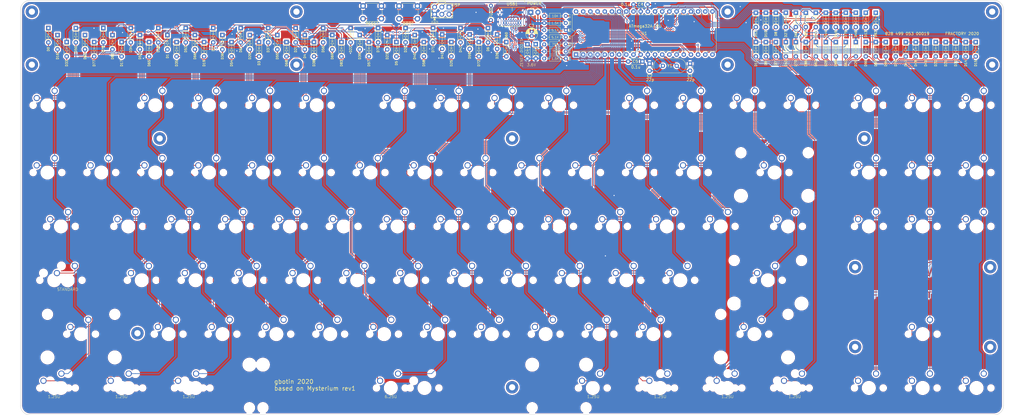
<source format=kicad_pcb>
(kicad_pcb (version 20171130) (host pcbnew "(5.1.5-0-10_14)")
  (layers (0 F.Cu signal) (31 B.Cu signal) (34 B.Paste user) (35 F.Paste user) (36 B.SilkS user) (37 F.SilkS user) (38 B.Mask user) (39 F.Mask user) (44 Edge.Cuts user))
  (net 0 "")
  (net 1 GND)
  (net 2 boot)
  (net 3 "Net-(C1-Pad1)")
  (net 4 "Net-(C2-Pad1)")
  (net 5 +5V)
  (net 6 "Net-(D0-Pad2)")
  (net 7 "Net-(D1-Pad2)")
  (net 8 "Net-(D2-Pad2)")
  (net 9 "Net-(D3-Pad2)")
  (net 10 "Net-(D4-Pad2)")
  (net 11 "Net-(D5-Pad2)")
  (net 12 "Net-(D6-Pad2)")
  (net 13 "Net-(D7-Pad2)")
  (net 14 "Net-(D8-Pad2)")
  (net 15 "Net-(D9-Pad2)")
  (net 16 "Net-(D10-Pad2)")
  (net 17 "Net-(D11-Pad2)")
  (net 18 "Net-(D12-Pad2)")
  (net 19 "Net-(D13-Pad2)")
  (net 20 "Net-(D14-Pad2)")
  (net 21 "Net-(D15-Pad2)")
  (net 22 "Net-(D16-Pad2)")
  (net 23 "Net-(D17-Pad2)")
  (net 24 "Net-(D18-Pad2)")
  (net 25 "Net-(D19-Pad2)")
  (net 26 "Net-(D20-Pad2)")
  (net 27 "Net-(D21-Pad2)")
  (net 28 "Net-(D22-Pad2)")
  (net 29 "Net-(D23-Pad2)")
  (net 30 "Net-(D24-Pad2)")
  (net 31 "Net-(D25-Pad2)")
  (net 32 "Net-(D26-Pad2)")
  (net 33 "Net-(D27-Pad2)")
  (net 34 "Net-(D28-Pad2)")
  (net 35 "Net-(D29-Pad2)")
  (net 36 "Net-(D30-Pad2)")
  (net 37 "Net-(D31-Pad2)")
  (net 38 "Net-(D32-Pad2)")
  (net 39 "Net-(D33-Pad2)")
  (net 40 "Net-(D34-Pad2)")
  (net 41 "Net-(D35-Pad2)")
  (net 42 "Net-(D36-Pad2)")
  (net 43 "Net-(D37-Pad2)")
  (net 44 "Net-(D38-Pad2)")
  (net 45 "Net-(D39-Pad2)")
  (net 46 "Net-(D40-Pad2)")
  (net 47 "Net-(D41-Pad2)")
  (net 48 "Net-(D42-Pad2)")
  (net 49 "Net-(D43-Pad2)")
  (net 50 "Net-(D44-Pad2)")
  (net 51 "Net-(D45-Pad2)")
  (net 52 "Net-(D46-Pad2)")
  (net 53 "Net-(D47-Pad2)")
  (net 54 "Net-(D48-Pad2)")
  (net 55 "Net-(D49-Pad2)")
  (net 56 "Net-(D50-Pad2)")
  (net 57 "Net-(D52-Pad2)")
  (net 58 "Net-(D53-Pad2)")
  (net 59 "Net-(D54-Pad2)")
  (net 60 "Net-(D55-Pad2)")
  (net 61 "Net-(D56-Pad2)")
  (net 62 "Net-(D57-Pad2)")
  (net 63 "Net-(D58-Pad2)")
  (net 64 "Net-(D59-Pad2)")
  (net 65 "Net-(D60-Pad2)")
  (net 66 "Net-(D61-Pad2)")
  (net 67 "Net-(D62-Pad2)")
  (net 68 "Net-(D63-Pad2)")
  (net 69 "Net-(D64-Pad2)")
  (net 70 "Net-(D65-Pad2)")
  (net 71 "Net-(D66-Pad2)")
  (net 72 "Net-(D67-Pad2)")
  (net 73 "Net-(D68-Pad2)")
  (net 74 "Net-(D69-Pad2)")
  (net 75 "Net-(D70-Pad2)")
  (net 76 "Net-(D71-Pad2)")
  (net 77 "Net-(D72-Pad2)")
  (net 78 "Net-(D73-Pad2)")
  (net 79 "Net-(D74-Pad2)")
  (net 80 "Net-(D75-Pad2)")
  (net 81 "Net-(D76-Pad2)")
  (net 82 "Net-(D77-Pad2)")
  (net 83 "Net-(D79-Pad2)")
  (net 84 "Net-(D81-Pad2)")
  (net 85 "Net-(D83-Pad2)")
  (net 86 "Net-(D85-Pad2)")
  (net 87 "Net-(D86-Pad2)")
  (net 88 "Net-(D88-Pad2)")
  (net 89 "Net-(D90-Pad2)")
  (net 90 "Net-(D92-Pad2)")
  (net 91 "Net-(D93-Pad2)")
  (net 92 "Net-(D94-Pad2)")
  (net 93 "Net-(D95-Pad1)")
  (net 94 "Net-(D96-Pad1)")
  (net 95 VCC)
  (net 96 MISO)
  (net 97 SCK)
  (net 98 MOSI)
  (net 99 reset)
  (net 100 "Net-(LED1-Pad1)")
  (net 101 "Net-(R1-Pad2)")
  (net 102 "Net-(R2-Pad1)")
  (net 103 D-)
  (net 104 D+)
  (net 105 "Net-(U1-Pad32)")
  (net 106 "Net-(USB1-PadA8)")
  (net 107 "Net-(USB1-PadB8)")
  (net 108 row0)
  (net 109 row1)
  (net 110 row2)
  (net 111 row3)
  (net 112 row4)
  (net 113 row5)
  (net 114 col0)
  (net 115 col2)
  (net 116 col3)
  (net 117 col4)
  (net 118 col5)
  (net 119 col6)
  (net 120 col7)
  (net 121 col8)
  (net 122 col9)
  (net 123 col11)
  (net 124 col12)
  (net 125 col13)
  (net 126 col14)
  (net 127 col15)
  (net 128 col16)
  (net 129 col17)
  (net 130 col1)
  (net 131 col10)
  (net 132 scl)
  (net 133 sda)
  (module cftkb:SW_Cherry_MX1A_1.75u_PCBNOSCREEN (layer F.Cu) (at 56.35625 149.225)
    (fp_text reference SW50)
    (fp_text value KEYSW)
    (pad 1 thru_hole circle (at 0 0) (size 2.2 2.2) (drill 1.5) (layers *.Cu *.Mask) (net 114 col0))
    (pad 2 thru_hole circle (at -6.35 2.54) (size 2.2 2.2) (drill 1.5) (layers *.Cu *.Mask) (net 56 "Net-(D50-Pad2)"))
    (pad "" np_thru_hole circle (at -2.54 5.08) (size 4 4) (drill 4) (layers *.Cu *.Mask))
    (pad "" np_thru_hole circle (at -7.62 5.08) (size 1.7 1.7) (drill 1.7) (layers *.Cu *.Mask))
    (pad "" np_thru_hole circle (at 2.54 5.08) (size 1.7 1.7) (drill 1.7) (layers *.Cu *.Mask))
  )
  (module cftkb:SW_Cherry_MX1A_1.00u_PCB-NOSCREEN (layer F.Cu) (at 130.175 168.275)
    (fp_text reference SW67)
    (fp_text value KEYSW)
    (pad 1 thru_hole circle (at 0 0) (size 2.2 2.2) (drill 1.5) (layers *.Cu *.Mask) (net 116 col3))
    (pad 2 thru_hole circle (at -6.35 2.54) (size 2.2 2.2) (drill 1.5) (layers *.Cu *.Mask) (net 72 "Net-(D67-Pad2)"))
    (pad "" np_thru_hole circle (at -2.54 5.08) (size 4 4) (drill 4) (layers *.Cu *.Mask))
    (pad "" np_thru_hole circle (at -7.62 5.08) (size 1.7 1.7) (drill 1.7) (layers *.Cu *.Mask))
    (pad "" np_thru_hole circle (at 2.54 5.08) (size 1.7 1.7) (drill 1.7) (layers *.Cu *.Mask))
  )
  (module cftkb:SW_Cherry_MX1A_1.00u_PCB-NOSCREEN (layer F.Cu) (at 168.275 168.275)
    (fp_text reference SW69)
    (fp_text value KEYSW)
    (pad 1 thru_hole circle (at 0 0) (size 2.2 2.2) (drill 1.5) (layers *.Cu *.Mask) (net 118 col5))
    (pad 2 thru_hole circle (at -6.35 2.54) (size 2.2 2.2) (drill 1.5) (layers *.Cu *.Mask) (net 74 "Net-(D69-Pad2)"))
    (pad "" np_thru_hole circle (at -2.54 5.08) (size 4 4) (drill 4) (layers *.Cu *.Mask))
    (pad "" np_thru_hole circle (at -7.62 5.08) (size 1.7 1.7) (drill 1.7) (layers *.Cu *.Mask))
    (pad "" np_thru_hole circle (at 2.54 5.08) (size 1.7 1.7) (drill 1.7) (layers *.Cu *.Mask))
  )
  (module fractory:LOGO_SMALL_copper (layer F.Cu) (at 41.16 68.63)
    (fp_text reference G*** hide)
    (fp_text value LOGO hide)
    (fp_poly (pts (xy 1.933863 -1.890878) (xy 1.940581 -1.888942) (xy 1.971453 -1.869678) (xy 1.98763 -1.846088) (xy 1.990544 -1.812417) (xy 1.981624 -1.762909) (xy 1.976716 -1.743582) (xy 1.970665 -1.721218) (xy 1.958428 -1.676468) (xy 1.940581 -1.611425) (xy 1.917703 -1.528184) (xy 1.890372 -1.428842) (xy 1.859165 -1.315492) (xy 1.82466 -1.190231) (xy 1.787436 -1.055152) (xy 1.748071 -0.912352) (xy 1.707141 -0.763925) (xy 1.665226 -0.611967) (xy 1.622902 -0.458572) (xy 1.580749 -0.305836) (xy 1.539343 -0.155853) (xy 1.499263 -0.010719) (xy 1.461087 0.127471) (xy 1.425392 0.256622) (xy 1.392757 0.374639) (xy 1.363759 0.479426) (xy 1.338976 0.56889) (xy 1.318986 0.640934) (xy 1.317489 0.646323) (xy 1.300225 0.704797) (xy 1.283492 0.755076) (xy 1.269276 0.791569) (xy 1.260037 0.808248) (xy 1.243987 0.819377) (xy 1.221915 0.824615) (xy 1.191341 0.823337) (xy 1.149786 0.814917) (xy 1.094767 0.798728) (xy 1.023806 0.774146) (xy 0.934422 0.740544) (xy 0.830834 0.699955) (xy 0.747027 0.667145) (xy 0.671257 0.638313) (xy 0.606615 0.614568) (xy 0.55619 0.59702) (xy 0.523075 0.586776) (xy 0.510359 0.584945) (xy 0.510337 0.584991) (xy 0.512496 0.599507) (xy 0.52056 0.635366) (xy 0.533739 0.689408) (xy 0.551243 0.758475) (xy 0.57228 0.839409) (xy 0.59606 0.92905) (xy 0.602412 0.952716) (xy 0.627116 1.045938) (xy 0.649467 1.132979) (xy 0.668618 1.210315) (xy 0.683718 1.274422) (xy 0.69392 1.321776) (xy 0.698373 1.348855) (xy 0.698499 1.351462) (xy 0.691566 1.388276) (xy 0.676274 1.412513) (xy 0.65934 1.418538) (xy 0.617463 1.428842) (xy 0.550734 1.44341) (xy 0.459243 1.462222) (xy 0.343081 1.48526) (xy 0.202339 1.512508) (xy 0.037107 1.543947) (xy -0.152524 1.579559) (xy -0.366462 1.619327) (xy -0.597021 1.661838) (xy -0.772443 1.694067) (xy -0.941299 1.725084) (xy -1.101851 1.754569) (xy -1.25236 1.782203) (xy -1.391087 1.807668) (xy -1.516291 1.830643) (xy -1.626235 1.850811) (xy -1.719178 1.867851) (xy -1.793382 1.881445) (xy -1.847107 1.891274) (xy -1.878614 1.897018) (xy -1.886071 1.898361) (xy -1.93017 1.896275) (xy -1.958975 1.885549) (xy -1.984046 1.865503) (xy -1.993276 1.836866) (xy -1.9939 1.820864) (xy -1.990638 1.79783) (xy -1.981384 1.753625) (xy -1.966945 1.69155) (xy -1.966195 1.688494) (xy -1.7018 1.688494) (xy -1.682578 1.686348) (xy -1.6439 1.680124) (xy -1.59121 1.670754) (xy -1.529953 1.659173) (xy -1.524 1.658014) (xy -1.461049 1.645828) (xy -1.373767 1.629095) (xy -1.262788 1.607934) (xy -1.128748 1.582467) (xy -0.972283 1.552813) (xy -0.794029 1.519093) (xy -0.594621 1.481428) (xy -0.374694 1.439938) (xy -0.134885 1.394743) (xy -0.108945 1.389857) (xy -0.015686 1.372125) (xy 0.069276 1.355654) (xy 0.142785 1.341081) (xy 0.201691 1.329041) (xy 0.242841 1.320171) (xy 0.263081 1.315108) (xy 0.264589 1.314443) (xy 0.258647 1.306506) (xy 0.235754 1.295728) (xy 0.233834 1.295032) (xy 0.214547 1.287779) (xy 0.174174 1.272306) (xy 0.1153 1.249612) (xy 0.040507 1.220697) (xy -0.047621 1.186559) (xy -0.146504 1.148199) (xy -0.253556 1.106616) (xy -0.33655 1.074344) (xy -0.86995 0.866836) (xy -0.9398 0.928547) (xy -0.978828 0.963995) (xy -1.028901 1.010973) (xy -1.087848 1.067317) (xy -1.1535 1.130862) (xy -1.223686 1.199445) (xy -1.296238 1.270901) (xy -1.368986 1.343068) (xy -1.439758 1.413779) (xy -1.506386 1.480872) (xy -1.566699 1.542182) (xy -1.618528 1.595546) (xy -1.659702 1.638799) (xy -1.688052 1.669777) (xy -1.701409 1.686316) (xy -1.7018 1.688494) (xy -1.966195 1.688494) (xy -1.948122 1.61491) (xy -1.947786 1.613591) (xy -1.749986 1.613591) (xy -1.74874 1.617385) (xy -1.742998 1.615998) (xy -1.731333 1.608145) (xy -1.71232 1.592543) (xy -1.684535 1.567908) (xy -1.646552 1.532957) (xy -1.596946 1.486406) (xy -1.534292 1.426972) (xy -1.457164 1.353371) (xy -1.364137 1.26432) (xy -1.290443 1.193683) (xy -0.904433 0.823583) (xy -0.930854 0.7209) (xy -0.717437 0.7209) (xy -0.705232 0.726481) (xy -0.672136 0.740092) (xy -0.620874 0.760675) (xy -0.554168 0.787167) (xy -0.474744 0.818509) (xy -0.385327 0.85364) (xy -0.288639 0.8915) (xy -0.187406 0.931028) (xy -0.084351 0.971163) (xy 0.017801 1.010845) (xy 0.116326 1.049014) (xy 0.2085 1.084609) (xy 0.291598 1.11657) (xy 0.362896 1.143835) (xy 0.419671 1.165345) (xy 0.459197 1.180039) (xy 0.478751 1.186857) (xy 0.480369 1.187189) (xy 0.478148 1.174489) (xy 0.469836 1.140461) (xy 0.45626 1.08822) (xy 0.438243 1.020879) (xy 0.416609 0.94155) (xy 0.392185 0.853349) (xy 0.387395 0.836197) (xy 0.362046 0.746286) (xy 0.338558 0.6644) (xy 0.317876 0.593721) (xy 0.300947 0.537435) (xy 0.288715 0.498725) (xy 0.282126 0.480777) (xy 0.281635 0.480019) (xy 0.26761 0.472799) (xy 0.233692 0.457988) (xy 0.183674 0.437165) (xy 0.121352 0.411907) (xy 0.050519 0.38379) (xy 0.044409 0.381391) (xy -0.028627 0.352675) (xy -0.095112 0.326437) (xy -0.150808 0.304356) (xy -0.191477 0.288112) (xy -0.212881 0.279387) (xy -0.213231 0.279238) (xy -0.223542 0.276767) (xy -0.236062 0.279136) (xy -0.253115 0.288192) (xy -0.277025 0.305784) (xy -0.310115 0.333758) (xy -0.354711 0.373963) (xy -0.413135 0.428247) (xy -0.481051 0.492167) (xy -0.545199 0.552931) (xy -0.602649 0.607748) (xy -0.650993 0.654285) (xy -0.687821 0.690212) (xy -0.710724 0.713198) (xy -0.717437 0.7209) (xy -0.930854 0.7209) (xy -0.958923 0.611816) (xy -0.97725 0.540452) (xy -1.000289 0.450523) (xy -1.026491 0.348081) (xy -1.054311 0.23918) (xy -1.082201 0.129871) (xy -1.103968 0.04445) (xy -1.127555 -0.0477) (xy -1.149514 -0.132594) (xy -1.168964 -0.206891) (xy -1.18502 -0.267247) (xy -1.196801 -0.310321) (xy -1.203425 -0.332772) (xy -1.204048 -0.334482) (xy -1.209925 -0.329911) (xy -1.221529 -0.301297) (xy -1.238898 -0.248517) (xy -1.26207 -0.171447) (xy -1.291083 -0.069966) (xy -1.325975 0.05605) (xy -1.338957 0.103668) (xy -1.372935 0.228726) (xy -1.41172 0.371473) (xy -1.453458 0.525089) (xy -1.496297 0.682754) (xy -1.538382 0.837644) (xy -1.577862 0.982941) (xy -1.602373 1.07315) (xy -1.632304 1.183216) (xy -1.660374 1.286265) (xy -1.685838 1.379581) (xy -1.707954 1.460444) (xy -1.725977 1.52614) (xy -1.739165 1.573949) (xy -1.746772 1.601156) (xy -1.74816 1.605897) (xy -1.749986 1.613591) (xy -1.947786 1.613591) (xy -1.925719 1.527006) (xy -1.900541 1.431142) (xy -1.88509 1.373595) (xy -1.809048 1.092591) (xy -1.739467 0.835379) (xy -1.67615 0.601237) (xy -1.618904 0.389445) (xy -1.567534 0.199281) (xy -1.521845 0.030024) (xy -1.481643 -0.119046) (xy -1.446733 -0.248651) (xy -1.41692 -0.359513) (xy -1.392011 -0.452351) (xy -1.37181 -0.527888) (xy -1.361249 -0.567558) (xy -1.07646 -0.567558) (xy -1.072394 -0.552617) (xy -1.06268 -0.51546) (xy -1.047937 -0.458486) (xy -1.02878 -0.384095) (xy -1.005826 -0.294687) (xy -0.979693 -0.19266) (xy -0.950996 -0.080416) (xy -0.920352 0.039648) (xy -0.913471 0.066637) (xy -0.88252 0.187386) (xy -0.853268 0.300234) (xy -0.826337 0.402869) (xy -0.802347 0.492982) (xy -0.781922 0.568264) (xy -0.765682 0.626404) (xy -0.75425 0.665093) (xy -0.748246 0.682021) (xy -0.747679 0.682587) (xy -0.736612 0.673344) (xy -0.709724 0.649025) (xy -0.669618 0.612038) (xy -0.618896 0.564795) (xy -0.560159 0.509704) (xy -0.512729 0.464984) (xy -0.449788 0.405231) (xy -0.393194 0.350963) (xy -0.345519 0.30469) (xy -0.309332 0.268921) (xy -0.287203 0.246164) (xy -0.281391 0.239179) (xy -0.283461 0.224193) (xy -0.291658 0.188415) (xy -0.305032 0.135546) (xy -0.094361 0.135546) (xy 0.051244 0.193766) (xy 0.124929 0.222658) (xy 0.177372 0.241815) (xy 0.210523 0.251865) (xy 0.22633 0.253435) (xy 0.228331 0.250825) (xy 0.224825 0.238179) (xy 0.215411 0.205765) (xy 0.201426 0.158159) (xy 0.184212 0.099935) (xy 0.1798 0.085063) (xy 0.131539 -0.077524) (xy -0.094361 0.135546) (xy -0.305032 0.135546) (xy -0.305056 0.135453) (xy -0.322728 0.068917) (xy -0.343746 -0.007585) (xy -0.355768 -0.050384) (xy -0.409409 -0.239929) (xy -0.2159 -0.239929) (xy -0.212723 -0.220348) (xy -0.204231 -0.183957) (xy -0.191987 -0.136349) (xy -0.177553 -0.083116) (xy -0.162491 -0.029851) (xy -0.148364 0.017855) (xy -0.136733 0.054408) (xy -0.12916 0.074217) (xy -0.127597 0.0762) (xy -0.115725 0.06804) (xy -0.089393 0.045863) (xy -0.052579 0.013123) (xy -0.012219 -0.023969) (xy 0.029446 -0.063756) (xy 0.062454 -0.097113) (xy 0.08337 -0.120436) (xy 0.0889 -0.130026) (xy 0.072557 -0.138994) (xy 0.039392 -0.153212) (xy -0.005233 -0.170747) (xy -0.055955 -0.189665) (xy -0.106224 -0.207608) (xy 0.286077 -0.207608) (xy 0.288795 -0.184381) (xy 0.296125 -0.14985) (xy 0.308638 -0.10066) (xy 0.326905 -0.033458) (xy 0.349346 0.047379) (xy 0.371485 0.126178) (xy 0.391849 0.197311) (xy 0.409301 0.25691) (xy 0.422702 0.301106) (xy 0.430913 0.326033) (xy 0.432352 0.329492) (xy 0.445462 0.3376) (xy 0.47834 0.353423) (xy 0.527125 0.37536) (xy 0.587956 0.401808) (xy 0.656971 0.431165) (xy 0.73031 0.461829) (xy 0.804112 0.492197) (xy 0.874515 0.520669) (xy 0.937659 0.545641) (xy 0.989681 0.565512) (xy 1.026722 0.578679) (xy 1.044575 0.583523) (xy 1.053707 0.574399) (xy 1.0541 0.57056) (xy 1.05109 0.555899) (xy 1.042455 0.519012) (xy 1.028785 0.462304) (xy 1.01067 0.388178) (xy 0.988701 0.299035) (xy 0.963469 0.197281) (xy 0.935563 0.085317) (xy 0.905574 -0.034454) (xy 0.899739 -0.057696) (xy 0.745379 -0.672313) (xy 0.534614 -0.470958) (xy 0.472792 -0.411738) (xy 0.415996 -0.357035) (xy 0.367207 -0.309743) (xy 0.329402 -0.272755) (xy 0.305562 -0.248963) (xy 0.299879 -0.242998) (xy 0.29219 -0.233563) (xy 0.287399 -0.222884) (xy 0.286077 -0.207608) (xy -0.106224 -0.207608) (xy -0.107412 -0.208032) (xy -0.154241 -0.223916) (xy -0.191081 -0.235382) (xy -0.212568 -0.240497) (xy -0.2159 -0.239929) (xy -0.409409 -0.239929) (xy -0.434506 -0.328607) (xy -0.563328 -0.378926) (xy -0.62256 -0.402106) (xy -0.697204 -0.431381) (xy -0.779043 -0.463525) (xy -0.859862 -0.495313) (xy -0.88689 -0.505956) (xy -0.951108 -0.530511) (xy -1.005781 -0.549994) (xy -1.047176 -0.563192) (xy -1.071563 -0.568894) (xy -1.07646 -0.567558) (xy -1.361249 -0.567558) (xy -1.358509 -0.57785) (xy -1.336075 -0.659655) (xy -1.31701 -0.719942) (xy -1.299092 -0.761969) (xy -1.280096 -0.788994) (xy -1.257799 -0.804275) (xy -1.229977 -0.811072) (xy -1.198275 -0.812627) (xy -1.179688 -0.808041) (xy -1.14093 -0.795013) (xy -1.085314 -0.774777) (xy -1.016154 -0.748569) (xy -0.936763 -0.717624) (xy -0.850453 -0.683178) (xy -0.843012 -0.680172) (xy -0.757604 -0.645909) (xy -0.680081 -0.615331) (xy -0.613488 -0.589598) (xy -0.560873 -0.56987) (xy -0.525283 -0.557307) (xy -0.509763 -0.553068) (xy -0.509384 -0.553184) (xy -0.511231 -0.566355) (xy -0.519133 -0.601005) (xy -0.532325 -0.654145) (xy -0.550042 -0.722788) (xy -0.571519 -0.803944) (xy -0.59599 -0.894627) (xy -0.608665 -0.940988) (xy -0.640847 -1.059311) (xy -0.666156 -1.155695) (xy -0.671267 -1.176658) (xy -0.478576 -1.176658) (xy -0.476581 -1.163597) (xy -0.468248 -1.129977) (xy -0.454672 -1.079528) (xy -0.436946 -1.015977) (xy -0.416165 -0.943056) (xy -0.393422 -0.864492) (xy -0.369812 -0.784016) (xy -0.346429 -0.705357) (xy -0.324365 -0.632244) (xy -0.304716 -0.568406) (xy -0.288576 -0.517573) (xy -0.277038 -0.483474) (xy -0.271249 -0.469885) (xy -0.256572 -0.462251) (xy -0.222532 -0.447259) (xy -0.173481 -0.426645) (xy -0.113773 -0.402144) (xy -0.047761 -0.375492) (xy 0.020203 -0.348426) (xy 0.085766 -0.32268) (xy 0.144575 -0.299992) (xy 0.192276 -0.282096) (xy 0.224517 -0.270728) (xy 0.236272 -0.2675) (xy 0.248947 -0.275749) (xy 0.277127 -0.299357) (xy 0.318158 -0.335924) (xy 0.369383 -0.383054) (xy 0.428148 -0.438346) (xy 0.474399 -0.482599) (xy 0.536499 -0.54272) (xy 0.592162 -0.597175) (xy 0.638871 -0.643453) (xy 0.674105 -0.679044) (xy 0.695348 -0.701438) (xy 0.700575 -0.708024) (xy 0.689867 -0.715135) (xy 0.658692 -0.729959) (xy 0.610292 -0.751101) (xy 0.547911 -0.777169) (xy 0.514185 -0.790822) (xy 0.909623 -0.790822) (xy 0.913022 -0.771533) (xy 0.922126 -0.730289) (xy 0.936295 -0.669729) (xy 0.954888 -0.592491) (xy 0.977265 -0.501214) (xy 1.002785 -0.398539) (xy 1.030808 -0.287103) (xy 1.054884 -0.192299) (xy 1.090593 -0.053071) (xy 1.120774 0.062821) (xy 1.145823 0.156743) (xy 1.166132 0.230059) (xy 1.182094 0.284133) (xy 1.194103 0.320332) (xy 1.202553 0.34002) (xy 1.207836 0.344561) (xy 1.209078 0.342648) (xy 1.214045 0.326167) (xy 1.225219 0.287115) (xy 1.242065 0.227412) (xy 1.264049 0.148977) (xy 1.290636 0.053729) (xy 1.321291 -0.056414) (xy 1.355481 -0.179532) (xy 1.392669 -0.313707) (xy 1.432322 -0.457019) (xy 1.473905 -0.60755) (xy 1.486034 -0.651503) (xy 1.52777 -0.802946) (xy 1.567422 -0.947161) (xy 1.604486 -1.082294) (xy 1.638459 -1.206495) (xy 1.668837 -1.317912) (xy 1.695117 -1.414695) (xy 1.716795 -1.494991) (xy 1.733369 -1.55695) (xy 1.744333 -1.59872) (xy 1.749186 -1.61845) (xy 1.749367 -1.619805) (xy 1.739824 -1.611869) (xy 1.713735 -1.588134) (xy 1.672941 -1.550327) (xy 1.619283 -1.500171) (xy 1.554603 -1.439393) (xy 1.480741 -1.369718) (xy 1.399538 -1.29287) (xy 1.32715 -1.224177) (xy 1.226837 -1.128697) (xy 1.143575 -1.048983) (xy 1.075849 -0.983463) (xy 1.022147 -0.930566) (xy 0.980954 -0.88872) (xy 0.950757 -0.856355) (xy 0.930042 -0.8319) (xy 0.917296 -0.813784) (xy 0.911004 -0.800435) (xy 0.909623 -0.790822) (xy 0.514185 -0.790822) (xy 0.474794 -0.806768) (xy 0.424349 -0.826729) (xy 0.327723 -0.864669) (xy 0.215644 -0.908728) (xy 0.096281 -0.955693) (xy -0.022196 -1.002349) (xy -0.131619 -1.045481) (xy -0.164208 -1.058338) (xy -0.247253 -1.090899) (xy -0.322219 -1.119892) (xy -0.385972 -1.144138) (xy -0.435376 -1.162455) (xy -0.467298 -1.173666) (xy -0.478576 -1.176658) (xy -0.671267 -1.176658) (xy -0.684898 -1.232563) (xy -0.697377 -1.292341) (xy -0.700638 -1.314901) (xy -0.276833 -1.314901) (xy -0.26659 -1.309342) (xy -0.235456 -1.295654) (xy -0.186201 -1.274941) (xy -0.121596 -1.248304) (xy -0.044412 -1.216847) (xy 0.04258 -1.181674) (xy 0.136608 -1.143887) (xy 0.234902 -1.104589) (xy 0.33469 -1.064884) (xy 0.433202 -1.025873) (xy 0.527667 -0.988661) (xy 0.615313 -0.954351) (xy 0.693369 -0.924045) (xy 0.759065 -0.898846) (xy 0.809629 -0.879857) (xy 0.842291 -0.868182) (xy 0.853832 -0.864836) (xy 0.867535 -0.87318) (xy 0.897727 -0.897743) (xy 0.942723 -0.936997) (xy 1.000843 -0.989411) (xy 1.070404 -1.053456) (xy 1.149723 -1.127602) (xy 1.237119 -1.210321) (xy 1.301648 -1.271976) (xy 1.387959 -1.354877) (xy 1.468267 -1.432263) (xy 1.540788 -1.502393) (xy 1.603734 -1.563529) (xy 1.655319 -1.613932) (xy 1.693758 -1.651862) (xy 1.717264 -1.675582) (xy 1.724166 -1.683357) (xy 1.711169 -1.682309) (xy 1.678036 -1.67729) (xy 1.629578 -1.669086) (xy 1.57061 -1.658482) (xy 1.5621 -1.656908) (xy 1.476796 -1.641106) (xy 1.369812 -1.62133) (xy 1.24445 -1.598189) (xy 1.104015 -1.572291) (xy 0.951808 -1.544244) (xy 0.791132 -1.514658) (xy 0.625292 -1.48414) (xy 0.457589 -1.453298) (xy 0.291327 -1.422743) (xy 0.184408 -1.403105) (xy 0.080124 -1.383864) (xy -0.01603 -1.365944) (xy -0.101253 -1.349882) (xy -0.172744 -1.336213) (xy -0.2277 -1.325473) (xy -0.263323 -1.318197) (xy -0.276809 -1.314921) (xy -0.276833 -1.314901) (xy -0.700638 -1.314901) (xy -0.703898 -1.337452) (xy -0.704765 -1.370322) (xy -0.700283 -1.393376) (xy -0.690756 -1.409039) (xy -0.676489 -1.419734) (xy -0.66924 -1.423291) (xy -0.653101 -1.427269) (xy -0.613679 -1.435487) (xy -0.552679 -1.447622) (xy -0.471805 -1.463351) (xy -0.372762 -1.482352) (xy -0.257253 -1.5043) (xy -0.126984 -1.528873) (xy 0.016341 -1.555749) (xy 0.171019 -1.584604) (xy 0.335344 -1.615116) (xy 0.507613 -1.646961) (xy 0.633653 -1.670173) (xy 0.843225 -1.708668) (xy 1.029234 -1.742727) (xy 1.19308 -1.772584) (xy 1.336168 -1.798475) (xy 1.459899 -1.820634) (xy 1.565676 -1.839296) (xy 1.654901 -1.854696) (xy 1.728978 -1.867069) (xy 1.789309 -1.876649) (xy 1.837297 -1.883671) (xy 1.874343 -1.88837) (xy 1.901851 -1.890981) (xy 1.921224 -1.891739) (xy 1.933863 -1.890878)) (layer F.Cu) (width 0.01))
  )
  (module fractory:LOGO_SMALL_copper (layer F.Cu) (at 380.8 68.69)
    (fp_text reference G*** hide)
    (fp_text value LOGO hide)
    (fp_poly (pts (xy 1.933863 -1.890878) (xy 1.940581 -1.888942) (xy 1.971453 -1.869678) (xy 1.98763 -1.846088) (xy 1.990544 -1.812417) (xy 1.981624 -1.762909) (xy 1.976716 -1.743582) (xy 1.970665 -1.721218) (xy 1.958428 -1.676468) (xy 1.940581 -1.611425) (xy 1.917703 -1.528184) (xy 1.890372 -1.428842) (xy 1.859165 -1.315492) (xy 1.82466 -1.190231) (xy 1.787436 -1.055152) (xy 1.748071 -0.912352) (xy 1.707141 -0.763925) (xy 1.665226 -0.611967) (xy 1.622902 -0.458572) (xy 1.580749 -0.305836) (xy 1.539343 -0.155853) (xy 1.499263 -0.010719) (xy 1.461087 0.127471) (xy 1.425392 0.256622) (xy 1.392757 0.374639) (xy 1.363759 0.479426) (xy 1.338976 0.56889) (xy 1.318986 0.640934) (xy 1.317489 0.646323) (xy 1.300225 0.704797) (xy 1.283492 0.755076) (xy 1.269276 0.791569) (xy 1.260037 0.808248) (xy 1.243987 0.819377) (xy 1.221915 0.824615) (xy 1.191341 0.823337) (xy 1.149786 0.814917) (xy 1.094767 0.798728) (xy 1.023806 0.774146) (xy 0.934422 0.740544) (xy 0.830834 0.699955) (xy 0.747027 0.667145) (xy 0.671257 0.638313) (xy 0.606615 0.614568) (xy 0.55619 0.59702) (xy 0.523075 0.586776) (xy 0.510359 0.584945) (xy 0.510337 0.584991) (xy 0.512496 0.599507) (xy 0.52056 0.635366) (xy 0.533739 0.689408) (xy 0.551243 0.758475) (xy 0.57228 0.839409) (xy 0.59606 0.92905) (xy 0.602412 0.952716) (xy 0.627116 1.045938) (xy 0.649467 1.132979) (xy 0.668618 1.210315) (xy 0.683718 1.274422) (xy 0.69392 1.321776) (xy 0.698373 1.348855) (xy 0.698499 1.351462) (xy 0.691566 1.388276) (xy 0.676274 1.412513) (xy 0.65934 1.418538) (xy 0.617463 1.428842) (xy 0.550734 1.44341) (xy 0.459243 1.462222) (xy 0.343081 1.48526) (xy 0.202339 1.512508) (xy 0.037107 1.543947) (xy -0.152524 1.579559) (xy -0.366462 1.619327) (xy -0.597021 1.661838) (xy -0.772443 1.694067) (xy -0.941299 1.725084) (xy -1.101851 1.754569) (xy -1.25236 1.782203) (xy -1.391087 1.807668) (xy -1.516291 1.830643) (xy -1.626235 1.850811) (xy -1.719178 1.867851) (xy -1.793382 1.881445) (xy -1.847107 1.891274) (xy -1.878614 1.897018) (xy -1.886071 1.898361) (xy -1.93017 1.896275) (xy -1.958975 1.885549) (xy -1.984046 1.865503) (xy -1.993276 1.836866) (xy -1.9939 1.820864) (xy -1.990638 1.79783) (xy -1.981384 1.753625) (xy -1.966945 1.69155) (xy -1.966195 1.688494) (xy -1.7018 1.688494) (xy -1.682578 1.686348) (xy -1.6439 1.680124) (xy -1.59121 1.670754) (xy -1.529953 1.659173) (xy -1.524 1.658014) (xy -1.461049 1.645828) (xy -1.373767 1.629095) (xy -1.262788 1.607934) (xy -1.128748 1.582467) (xy -0.972283 1.552813) (xy -0.794029 1.519093) (xy -0.594621 1.481428) (xy -0.374694 1.439938) (xy -0.134885 1.394743) (xy -0.108945 1.389857) (xy -0.015686 1.372125) (xy 0.069276 1.355654) (xy 0.142785 1.341081) (xy 0.201691 1.329041) (xy 0.242841 1.320171) (xy 0.263081 1.315108) (xy 0.264589 1.314443) (xy 0.258647 1.306506) (xy 0.235754 1.295728) (xy 0.233834 1.295032) (xy 0.214547 1.287779) (xy 0.174174 1.272306) (xy 0.1153 1.249612) (xy 0.040507 1.220697) (xy -0.047621 1.186559) (xy -0.146504 1.148199) (xy -0.253556 1.106616) (xy -0.33655 1.074344) (xy -0.86995 0.866836) (xy -0.9398 0.928547) (xy -0.978828 0.963995) (xy -1.028901 1.010973) (xy -1.087848 1.067317) (xy -1.1535 1.130862) (xy -1.223686 1.199445) (xy -1.296238 1.270901) (xy -1.368986 1.343068) (xy -1.439758 1.413779) (xy -1.506386 1.480872) (xy -1.566699 1.542182) (xy -1.618528 1.595546) (xy -1.659702 1.638799) (xy -1.688052 1.669777) (xy -1.701409 1.686316) (xy -1.7018 1.688494) (xy -1.966195 1.688494) (xy -1.948122 1.61491) (xy -1.947786 1.613591) (xy -1.749986 1.613591) (xy -1.74874 1.617385) (xy -1.742998 1.615998) (xy -1.731333 1.608145) (xy -1.71232 1.592543) (xy -1.684535 1.567908) (xy -1.646552 1.532957) (xy -1.596946 1.486406) (xy -1.534292 1.426972) (xy -1.457164 1.353371) (xy -1.364137 1.26432) (xy -1.290443 1.193683) (xy -0.904433 0.823583) (xy -0.930854 0.7209) (xy -0.717437 0.7209) (xy -0.705232 0.726481) (xy -0.672136 0.740092) (xy -0.620874 0.760675) (xy -0.554168 0.787167) (xy -0.474744 0.818509) (xy -0.385327 0.85364) (xy -0.288639 0.8915) (xy -0.187406 0.931028) (xy -0.084351 0.971163) (xy 0.017801 1.010845) (xy 0.116326 1.049014) (xy 0.2085 1.084609) (xy 0.291598 1.11657) (xy 0.362896 1.143835) (xy 0.419671 1.165345) (xy 0.459197 1.180039) (xy 0.478751 1.186857) (xy 0.480369 1.187189) (xy 0.478148 1.174489) (xy 0.469836 1.140461) (xy 0.45626 1.08822) (xy 0.438243 1.020879) (xy 0.416609 0.94155) (xy 0.392185 0.853349) (xy 0.387395 0.836197) (xy 0.362046 0.746286) (xy 0.338558 0.6644) (xy 0.317876 0.593721) (xy 0.300947 0.537435) (xy 0.288715 0.498725) (xy 0.282126 0.480777) (xy 0.281635 0.480019) (xy 0.26761 0.472799) (xy 0.233692 0.457988) (xy 0.183674 0.437165) (xy 0.121352 0.411907) (xy 0.050519 0.38379) (xy 0.044409 0.381391) (xy -0.028627 0.352675) (xy -0.095112 0.326437) (xy -0.150808 0.304356) (xy -0.191477 0.288112) (xy -0.212881 0.279387) (xy -0.213231 0.279238) (xy -0.223542 0.276767) (xy -0.236062 0.279136) (xy -0.253115 0.288192) (xy -0.277025 0.305784) (xy -0.310115 0.333758) (xy -0.354711 0.373963) (xy -0.413135 0.428247) (xy -0.481051 0.492167) (xy -0.545199 0.552931) (xy -0.602649 0.607748) (xy -0.650993 0.654285) (xy -0.687821 0.690212) (xy -0.710724 0.713198) (xy -0.717437 0.7209) (xy -0.930854 0.7209) (xy -0.958923 0.611816) (xy -0.97725 0.540452) (xy -1.000289 0.450523) (xy -1.026491 0.348081) (xy -1.054311 0.23918) (xy -1.082201 0.129871) (xy -1.103968 0.04445) (xy -1.127555 -0.0477) (xy -1.149514 -0.132594) (xy -1.168964 -0.206891) (xy -1.18502 -0.267247) (xy -1.196801 -0.310321) (xy -1.203425 -0.332772) (xy -1.204048 -0.334482) (xy -1.209925 -0.329911) (xy -1.221529 -0.301297) (xy -1.238898 -0.248517) (xy -1.26207 -0.171447) (xy -1.291083 -0.069966) (xy -1.325975 0.05605) (xy -1.338957 0.103668) (xy -1.372935 0.228726) (xy -1.41172 0.371473) (xy -1.453458 0.525089) (xy -1.496297 0.682754) (xy -1.538382 0.837644) (xy -1.577862 0.982941) (xy -1.602373 1.07315) (xy -1.632304 1.183216) (xy -1.660374 1.286265) (xy -1.685838 1.379581) (xy -1.707954 1.460444) (xy -1.725977 1.52614) (xy -1.739165 1.573949) (xy -1.746772 1.601156) (xy -1.74816 1.605897) (xy -1.749986 1.613591) (xy -1.947786 1.613591) (xy -1.925719 1.527006) (xy -1.900541 1.431142) (xy -1.88509 1.373595) (xy -1.809048 1.092591) (xy -1.739467 0.835379) (xy -1.67615 0.601237) (xy -1.618904 0.389445) (xy -1.567534 0.199281) (xy -1.521845 0.030024) (xy -1.481643 -0.119046) (xy -1.446733 -0.248651) (xy -1.41692 -0.359513) (xy -1.392011 -0.452351) (xy -1.37181 -0.527888) (xy -1.361249 -0.567558) (xy -1.07646 -0.567558) (xy -1.072394 -0.552617) (xy -1.06268 -0.51546) (xy -1.047937 -0.458486) (xy -1.02878 -0.384095) (xy -1.005826 -0.294687) (xy -0.979693 -0.19266) (xy -0.950996 -0.080416) (xy -0.920352 0.039648) (xy -0.913471 0.066637) (xy -0.88252 0.187386) (xy -0.853268 0.300234) (xy -0.826337 0.402869) (xy -0.802347 0.492982) (xy -0.781922 0.568264) (xy -0.765682 0.626404) (xy -0.75425 0.665093) (xy -0.748246 0.682021) (xy -0.747679 0.682587) (xy -0.736612 0.673344) (xy -0.709724 0.649025) (xy -0.669618 0.612038) (xy -0.618896 0.564795) (xy -0.560159 0.509704) (xy -0.512729 0.464984) (xy -0.449788 0.405231) (xy -0.393194 0.350963) (xy -0.345519 0.30469) (xy -0.309332 0.268921) (xy -0.287203 0.246164) (xy -0.281391 0.239179) (xy -0.283461 0.224193) (xy -0.291658 0.188415) (xy -0.305032 0.135546) (xy -0.094361 0.135546) (xy 0.051244 0.193766) (xy 0.124929 0.222658) (xy 0.177372 0.241815) (xy 0.210523 0.251865) (xy 0.22633 0.253435) (xy 0.228331 0.250825) (xy 0.224825 0.238179) (xy 0.215411 0.205765) (xy 0.201426 0.158159) (xy 0.184212 0.099935) (xy 0.1798 0.085063) (xy 0.131539 -0.077524) (xy -0.094361 0.135546) (xy -0.305032 0.135546) (xy -0.305056 0.135453) (xy -0.322728 0.068917) (xy -0.343746 -0.007585) (xy -0.355768 -0.050384) (xy -0.409409 -0.239929) (xy -0.2159 -0.239929) (xy -0.212723 -0.220348) (xy -0.204231 -0.183957) (xy -0.191987 -0.136349) (xy -0.177553 -0.083116) (xy -0.162491 -0.029851) (xy -0.148364 0.017855) (xy -0.136733 0.054408) (xy -0.12916 0.074217) (xy -0.127597 0.0762) (xy -0.115725 0.06804) (xy -0.089393 0.045863) (xy -0.052579 0.013123) (xy -0.012219 -0.023969) (xy 0.029446 -0.063756) (xy 0.062454 -0.097113) (xy 0.08337 -0.120436) (xy 0.0889 -0.130026) (xy 0.072557 -0.138994) (xy 0.039392 -0.153212) (xy -0.005233 -0.170747) (xy -0.055955 -0.189665) (xy -0.106224 -0.207608) (xy 0.286077 -0.207608) (xy 0.288795 -0.184381) (xy 0.296125 -0.14985) (xy 0.308638 -0.10066) (xy 0.326905 -0.033458) (xy 0.349346 0.047379) (xy 0.371485 0.126178) (xy 0.391849 0.197311) (xy 0.409301 0.25691) (xy 0.422702 0.301106) (xy 0.430913 0.326033) (xy 0.432352 0.329492) (xy 0.445462 0.3376) (xy 0.47834 0.353423) (xy 0.527125 0.37536) (xy 0.587956 0.401808) (xy 0.656971 0.431165) (xy 0.73031 0.461829) (xy 0.804112 0.492197) (xy 0.874515 0.520669) (xy 0.937659 0.545641) (xy 0.989681 0.565512) (xy 1.026722 0.578679) (xy 1.044575 0.583523) (xy 1.053707 0.574399) (xy 1.0541 0.57056) (xy 1.05109 0.555899) (xy 1.042455 0.519012) (xy 1.028785 0.462304) (xy 1.01067 0.388178) (xy 0.988701 0.299035) (xy 0.963469 0.197281) (xy 0.935563 0.085317) (xy 0.905574 -0.034454) (xy 0.899739 -0.057696) (xy 0.745379 -0.672313) (xy 0.534614 -0.470958) (xy 0.472792 -0.411738) (xy 0.415996 -0.357035) (xy 0.367207 -0.309743) (xy 0.329402 -0.272755) (xy 0.305562 -0.248963) (xy 0.299879 -0.242998) (xy 0.29219 -0.233563) (xy 0.287399 -0.222884) (xy 0.286077 -0.207608) (xy -0.106224 -0.207608) (xy -0.107412 -0.208032) (xy -0.154241 -0.223916) (xy -0.191081 -0.235382) (xy -0.212568 -0.240497) (xy -0.2159 -0.239929) (xy -0.409409 -0.239929) (xy -0.434506 -0.328607) (xy -0.563328 -0.378926) (xy -0.62256 -0.402106) (xy -0.697204 -0.431381) (xy -0.779043 -0.463525) (xy -0.859862 -0.495313) (xy -0.88689 -0.505956) (xy -0.951108 -0.530511) (xy -1.005781 -0.549994) (xy -1.047176 -0.563192) (xy -1.071563 -0.568894) (xy -1.07646 -0.567558) (xy -1.361249 -0.567558) (xy -1.358509 -0.57785) (xy -1.336075 -0.659655) (xy -1.31701 -0.719942) (xy -1.299092 -0.761969) (xy -1.280096 -0.788994) (xy -1.257799 -0.804275) (xy -1.229977 -0.811072) (xy -1.198275 -0.812627) (xy -1.179688 -0.808041) (xy -1.14093 -0.795013) (xy -1.085314 -0.774777) (xy -1.016154 -0.748569) (xy -0.936763 -0.717624) (xy -0.850453 -0.683178) (xy -0.843012 -0.680172) (xy -0.757604 -0.645909) (xy -0.680081 -0.615331) (xy -0.613488 -0.589598) (xy -0.560873 -0.56987) (xy -0.525283 -0.557307) (xy -0.509763 -0.553068) (xy -0.509384 -0.553184) (xy -0.511231 -0.566355) (xy -0.519133 -0.601005) (xy -0.532325 -0.654145) (xy -0.550042 -0.722788) (xy -0.571519 -0.803944) (xy -0.59599 -0.894627) (xy -0.608665 -0.940988) (xy -0.640847 -1.059311) (xy -0.666156 -1.155695) (xy -0.671267 -1.176658) (xy -0.478576 -1.176658) (xy -0.476581 -1.163597) (xy -0.468248 -1.129977) (xy -0.454672 -1.079528) (xy -0.436946 -1.015977) (xy -0.416165 -0.943056) (xy -0.393422 -0.864492) (xy -0.369812 -0.784016) (xy -0.346429 -0.705357) (xy -0.324365 -0.632244) (xy -0.304716 -0.568406) (xy -0.288576 -0.517573) (xy -0.277038 -0.483474) (xy -0.271249 -0.469885) (xy -0.256572 -0.462251) (xy -0.222532 -0.447259) (xy -0.173481 -0.426645) (xy -0.113773 -0.402144) (xy -0.047761 -0.375492) (xy 0.020203 -0.348426) (xy 0.085766 -0.32268) (xy 0.144575 -0.299992) (xy 0.192276 -0.282096) (xy 0.224517 -0.270728) (xy 0.236272 -0.2675) (xy 0.248947 -0.275749) (xy 0.277127 -0.299357) (xy 0.318158 -0.335924) (xy 0.369383 -0.383054) (xy 0.428148 -0.438346) (xy 0.474399 -0.482599) (xy 0.536499 -0.54272) (xy 0.592162 -0.597175) (xy 0.638871 -0.643453) (xy 0.674105 -0.679044) (xy 0.695348 -0.701438) (xy 0.700575 -0.708024) (xy 0.689867 -0.715135) (xy 0.658692 -0.729959) (xy 0.610292 -0.751101) (xy 0.547911 -0.777169) (xy 0.514185 -0.790822) (xy 0.909623 -0.790822) (xy 0.913022 -0.771533) (xy 0.922126 -0.730289) (xy 0.936295 -0.669729) (xy 0.954888 -0.592491) (xy 0.977265 -0.501214) (xy 1.002785 -0.398539) (xy 1.030808 -0.287103) (xy 1.054884 -0.192299) (xy 1.090593 -0.053071) (xy 1.120774 0.062821) (xy 1.145823 0.156743) (xy 1.166132 0.230059) (xy 1.182094 0.284133) (xy 1.194103 0.320332) (xy 1.202553 0.34002) (xy 1.207836 0.344561) (xy 1.209078 0.342648) (xy 1.214045 0.326167) (xy 1.225219 0.287115) (xy 1.242065 0.227412) (xy 1.264049 0.148977) (xy 1.290636 0.053729) (xy 1.321291 -0.056414) (xy 1.355481 -0.179532) (xy 1.392669 -0.313707) (xy 1.432322 -0.457019) (xy 1.473905 -0.60755) (xy 1.486034 -0.651503) (xy 1.52777 -0.802946) (xy 1.567422 -0.947161) (xy 1.604486 -1.082294) (xy 1.638459 -1.206495) (xy 1.668837 -1.317912) (xy 1.695117 -1.414695) (xy 1.716795 -1.494991) (xy 1.733369 -1.55695) (xy 1.744333 -1.59872) (xy 1.749186 -1.61845) (xy 1.749367 -1.619805) (xy 1.739824 -1.611869) (xy 1.713735 -1.588134) (xy 1.672941 -1.550327) (xy 1.619283 -1.500171) (xy 1.554603 -1.439393) (xy 1.480741 -1.369718) (xy 1.399538 -1.29287) (xy 1.32715 -1.224177) (xy 1.226837 -1.128697) (xy 1.143575 -1.048983) (xy 1.075849 -0.983463) (xy 1.022147 -0.930566) (xy 0.980954 -0.88872) (xy 0.950757 -0.856355) (xy 0.930042 -0.8319) (xy 0.917296 -0.813784) (xy 0.911004 -0.800435) (xy 0.909623 -0.790822) (xy 0.514185 -0.790822) (xy 0.474794 -0.806768) (xy 0.424349 -0.826729) (xy 0.327723 -0.864669) (xy 0.215644 -0.908728) (xy 0.096281 -0.955693) (xy -0.022196 -1.002349) (xy -0.131619 -1.045481) (xy -0.164208 -1.058338) (xy -0.247253 -1.090899) (xy -0.322219 -1.119892) (xy -0.385972 -1.144138) (xy -0.435376 -1.162455) (xy -0.467298 -1.173666) (xy -0.478576 -1.176658) (xy -0.671267 -1.176658) (xy -0.684898 -1.232563) (xy -0.697377 -1.292341) (xy -0.700638 -1.314901) (xy -0.276833 -1.314901) (xy -0.26659 -1.309342) (xy -0.235456 -1.295654) (xy -0.186201 -1.274941) (xy -0.121596 -1.248304) (xy -0.044412 -1.216847) (xy 0.04258 -1.181674) (xy 0.136608 -1.143887) (xy 0.234902 -1.104589) (xy 0.33469 -1.064884) (xy 0.433202 -1.025873) (xy 0.527667 -0.988661) (xy 0.615313 -0.954351) (xy 0.693369 -0.924045) (xy 0.759065 -0.898846) (xy 0.809629 -0.879857) (xy 0.842291 -0.868182) (xy 0.853832 -0.864836) (xy 0.867535 -0.87318) (xy 0.897727 -0.897743) (xy 0.942723 -0.936997) (xy 1.000843 -0.989411) (xy 1.070404 -1.053456) (xy 1.149723 -1.127602) (xy 1.237119 -1.210321) (xy 1.301648 -1.271976) (xy 1.387959 -1.354877) (xy 1.468267 -1.432263) (xy 1.540788 -1.502393) (xy 1.603734 -1.563529) (xy 1.655319 -1.613932) (xy 1.693758 -1.651862) (xy 1.717264 -1.675582) (xy 1.724166 -1.683357) (xy 1.711169 -1.682309) (xy 1.678036 -1.67729) (xy 1.629578 -1.669086) (xy 1.57061 -1.658482) (xy 1.5621 -1.656908) (xy 1.476796 -1.641106) (xy 1.369812 -1.62133) (xy 1.24445 -1.598189) (xy 1.104015 -1.572291) (xy 0.951808 -1.544244) (xy 0.791132 -1.514658) (xy 0.625292 -1.48414) (xy 0.457589 -1.453298) (xy 0.291327 -1.422743) (xy 0.184408 -1.403105) (xy 0.080124 -1.383864) (xy -0.01603 -1.365944) (xy -0.101253 -1.349882) (xy -0.172744 -1.336213) (xy -0.2277 -1.325473) (xy -0.263323 -1.318197) (xy -0.276809 -1.314921) (xy -0.276833 -1.314901) (xy -0.700638 -1.314901) (xy -0.703898 -1.337452) (xy -0.704765 -1.370322) (xy -0.700283 -1.393376) (xy -0.690756 -1.409039) (xy -0.676489 -1.419734) (xy -0.66924 -1.423291) (xy -0.653101 -1.427269) (xy -0.613679 -1.435487) (xy -0.552679 -1.447622) (xy -0.471805 -1.463351) (xy -0.372762 -1.482352) (xy -0.257253 -1.5043) (xy -0.126984 -1.528873) (xy 0.016341 -1.555749) (xy 0.171019 -1.584604) (xy 0.335344 -1.615116) (xy 0.507613 -1.646961) (xy 0.633653 -1.670173) (xy 0.843225 -1.708668) (xy 1.029234 -1.742727) (xy 1.19308 -1.772584) (xy 1.336168 -1.798475) (xy 1.459899 -1.820634) (xy 1.565676 -1.839296) (xy 1.654901 -1.854696) (xy 1.728978 -1.867069) (xy 1.789309 -1.876649) (xy 1.837297 -1.883671) (xy 1.874343 -1.88837) (xy 1.901851 -1.890981) (xy 1.921224 -1.891739) (xy 1.933863 -1.890878)) (layer F.Cu) (width 0.01))
  )
  (module fractory:LOGO_NAME_copper (layer F.Cu) (at 356.19 159.45)
    (fp_text reference G*** hide)
    (fp_text value LOGO hide)
    (fp_poly (pts (xy 15.747583 -1.155617) (xy 15.79637 -1.152375) (xy 15.83384 -1.146414) (xy 15.851867 -1.138743) (xy 15.861555 -1.124803) (xy 15.882998 -1.091226) (xy 15.914881 -1.040152) (xy 15.955887 -0.973724) (xy 16.004701 -0.894082) (xy 16.060007 -0.803368) (xy 16.120489 -0.703723) (xy 16.184832 -0.597288) (xy 16.19885 -0.574045) (xy 16.263421 -0.467139) (xy 16.324064 -0.367129) (xy 16.379516 -0.276073) (xy 16.428515 -0.196025) (xy 16.469798 -0.129039) (xy 16.502101 -0.077172) (xy 16.524162 -0.042478) (xy 16.534717 -0.027011) (xy 16.5354 -0.026389) (xy 16.542966 -0.036972) (xy 16.562264 -0.067305) (xy 16.592027 -0.115313) (xy 16.630992 -0.178923) (xy 16.677893 -0.25606) (xy 16.731467 -0.344649) (xy 16.790448 -0.442618) (xy 16.853572 -0.547891) (xy 16.8656 -0.567995) (xy 16.929971 -0.675356) (xy 16.990973 -0.776565) (xy 17.04726 -0.869426) (xy 17.097487 -0.951745) (xy 17.140308 -1.021327) (xy 17.174379 -1.075977) (xy 17.198354 -1.113502) (xy 17.210888 -1.131706) (xy 17.211675 -1.132609) (xy 17.226897 -1.143908) (xy 17.249814 -1.150906) (xy 17.286016 -1.154524) (xy 17.341095 -1.155682) (xy 17.352009 -1.155701) (xy 17.416315 -1.154322) (xy 17.459322 -1.149094) (xy 17.485035 -1.138378) (xy 17.497458 -1.120537) (xy 17.5006 -1.094921) (xy 17.494243 -1.0787) (xy 17.475868 -1.042528) (xy 17.446515 -0.988243) (xy 17.407226 -0.917678) (xy 17.35904 -0.832669) (xy 17.302998 -0.735053) (xy 17.240142 -0.626664) (xy 17.171513 -0.509338) (xy 17.09815 -0.384911) (xy 17.0942 -0.378237) (xy 16.6878 0.308148) (xy 16.6878 0.717669) (xy 16.687688 0.831613) (xy 16.687266 0.922803) (xy 16.686404 0.993884) (xy 16.684971 1.0475) (xy 16.682839 1.086299) (xy 16.679875 1.112923) (xy 16.675952 1.130019) (xy 16.670938 1.140232) (xy 16.66681 1.144619) (xy 16.641718 1.154682) (xy 16.596164 1.16233) (xy 16.540507 1.166499) (xy 16.48795 1.168154) (xy 16.453927 1.166778) (xy 16.431628 1.160988) (xy 16.414242 1.1494) (xy 16.402747 1.138501) (xy 16.3703 1.106054) (xy 16.3703 0.294345) (xy 15.981494 -0.364003) (xy 15.911613 -0.482216) (xy 15.845395 -0.594014) (xy 15.783995 -0.697461) (xy 15.728568 -0.790623) (xy 15.680268 -0.871565) (xy 15.640249 -0.938351) (xy 15.609667 -0.989047) (xy 15.589677 -1.021718) (xy 15.581444 -1.034415) (xy 15.57217 -1.058657) (xy 15.570992 -1.093723) (xy 15.577415 -1.126533) (xy 15.58544 -1.140461) (xy 15.606406 -1.148563) (xy 15.645292 -1.153758) (xy 15.694787 -1.156094) (xy 15.747583 -1.155617)) (layer F.Cu) (width 0.01))
    (fp_poly (pts (xy 11.685107 -1.155469) (xy 11.803602 -1.154613) (xy 11.902452 -1.152894) (xy 11.984532 -1.15007) (xy 12.052718 -1.145901) (xy 12.109884 -1.140146) (xy 12.158908 -1.132566) (xy 12.202663 -1.122919) (xy 12.244027 -1.110966) (xy 12.285875 -1.096466) (xy 12.295527 -1.092874) (xy 12.409293 -1.037621) (xy 12.505423 -0.964558) (xy 12.583154 -0.874865) (xy 12.64172 -0.769719) (xy 12.680359 -0.650298) (xy 12.698306 -0.517779) (xy 12.699558 -0.4699) (xy 12.689204 -0.332361) (xy 12.658102 -0.209406) (xy 12.606193 -0.100887) (xy 12.533417 -0.006651) (xy 12.507398 0.018957) (xy 12.461967 0.056222) (xy 12.408493 0.092831) (xy 12.353186 0.125271) (xy 12.302254 0.150028) (xy 12.261909 0.163587) (xy 12.24915 0.1651) (xy 12.233788 0.171617) (xy 12.235803 0.187325) (xy 12.243857 0.20298) (xy 12.263209 0.238092) (xy 12.29243 0.290137) (xy 12.330088 0.356592) (xy 12.374751 0.434932) (xy 12.42499 0.522635) (xy 12.479372 0.617178) (xy 12.491162 0.637624) (xy 12.546035 0.733487) (xy 12.596662 0.823354) (xy 12.641657 0.904661) (xy 12.679637 0.974841) (xy 12.709217 1.031331) (xy 12.729013 1.071565) (xy 12.737641 1.092979) (xy 12.737905 1.094824) (xy 12.735233 1.124076) (xy 12.724854 1.143442) (xy 12.70252 1.154902) (xy 12.663987 1.160437) (xy 12.605009 1.162029) (xy 12.593813 1.16205) (xy 12.533113 1.161048) (xy 12.492367 1.157501) (xy 12.466187 1.150598) (xy 12.450131 1.140399) (xy 12.438748 1.12488) (xy 12.416358 1.089733) (xy 12.384443 1.037446) (xy 12.344483 0.970509) (xy 12.297962 0.891412) (xy 12.24636 0.802643) (xy 12.191159 0.706691) (xy 12.172585 0.674188) (xy 11.91895 0.229627) (xy 11.623675 0.229113) (xy 11.3284 0.2286) (xy 11.3284 1.106054) (xy 11.297227 1.137227) (xy 11.277848 1.153678) (xy 11.255961 1.162961) (xy 11.223993 1.166923) (xy 11.174369 1.167407) (xy 11.173402 1.167397) (xy 11.125114 1.166006) (xy 11.08541 1.163293) (xy 11.062429 1.159827) (xy 11.0617 1.159586) (xy 11.052978 1.156373) (xy 11.045316 1.152319) (xy 11.038645 1.145853) (xy 11.032897 1.135407) (xy 11.028004 1.11941) (xy 11.023895 1.096293) (xy 11.020504 1.064487) (xy 11.01776 1.022422) (xy 11.015596 0.968528) (xy 11.013942 0.901236) (xy 11.012731 0.818977) (xy 11.011892 0.720181) (xy 11.011359 0.603278) (xy 11.011061 0.466699) (xy 11.010931 0.308875) (xy 11.0109 0.128235) (xy 11.0109 -0.001521) (xy 11.010908 -0.049057) (xy 11.3284 -0.049057) (xy 11.693525 -0.053419) (xy 11.800123 -0.054782) (xy 11.884669 -0.056208) (xy 11.950511 -0.057957) (xy 12.000994 -0.060288) (xy 12.039468 -0.063461) (xy 12.069277 -0.067735) (xy 12.09377 -0.07337) (xy 12.116294 -0.080627) (xy 12.13485 -0.087658) (xy 12.220066 -0.133424) (xy 12.289591 -0.196331) (xy 12.340328 -0.27304) (xy 12.363135 -0.333634) (xy 12.380247 -0.435483) (xy 12.377183 -0.534385) (xy 12.355246 -0.626648) (xy 12.315739 -0.708579) (xy 12.259963 -0.776483) (xy 12.189224 -0.826668) (xy 12.150455 -0.84462) (xy 12.109234 -0.85887) (xy 12.062161 -0.869814) (xy 12.005833 -0.877848) (xy 11.936849 -0.883367) (xy 11.851808 -0.886768) (xy 11.747306 -0.888446) (xy 11.655425 -0.888813) (xy 11.3284 -0.889) (xy 11.3284 -0.049057) (xy 11.010908 -0.049057) (xy 11.010935 -0.196841) (xy 11.011059 -0.36832) (xy 11.011299 -0.517518) (xy 11.011684 -0.645994) (xy 11.012239 -0.755307) (xy 11.012993 -0.847017) (xy 11.013973 -0.922683) (xy 11.015206 -0.983864) (xy 11.016721 -1.032119) (xy 11.018543 -1.069008) (xy 11.020702 -1.09609) (xy 11.023224 -1.114925) (xy 11.026136 -1.127071) (xy 11.029466 -1.134088) (xy 11.030857 -1.135743) (xy 11.038495 -1.140865) (xy 11.051752 -1.145044) (xy 11.073005 -1.148373) (xy 11.104635 -1.150946) (xy 11.149021 -1.152854) (xy 11.208542 -1.15419) (xy 11.285577 -1.155047) (xy 11.382506 -1.155516) (xy 11.501708 -1.155692) (xy 11.544089 -1.155701) (xy 11.685107 -1.155469)) (layer F.Cu) (width 0.01))
    (fp_poly (pts (xy 2.815835 -1.155798) (xy 2.902152 -1.15465) (xy 2.971813 -1.152457) (xy 3.026565 -1.148929) (xy 3.068157 -1.143779) (xy 3.098338 -1.136717) (xy 3.118855 -1.127455) (xy 3.131456 -1.115704) (xy 3.137889 -1.101177) (xy 3.139903 -1.083583) (xy 3.139246 -1.062636) (xy 3.137666 -1.038046) (xy 3.1369 -1.012454) (xy 3.137009 -0.973636) (xy 3.135552 -0.942984) (xy 3.129853 -0.919536) (xy 3.117234 -0.90233) (xy 3.09502 -0.890403) (xy 3.060534 -0.882795) (xy 3.011098 -0.878542) (xy 2.944036 -0.876683) (xy 2.856672 -0.876256) (xy 2.758074 -0.876301) (xy 2.4257 -0.8763) (xy 2.425505 0.117475) (xy 2.425358 0.274283) (xy 2.424991 0.42383) (xy 2.424423 0.564157) (xy 2.423672 0.693304) (xy 2.422758 0.809314) (xy 2.421698 0.910229) (xy 2.42051 0.994091) (xy 2.419215 1.05894) (xy 2.417829 1.102819) (xy 2.416371 1.123769) (xy 2.41598 1.125223) (xy 2.389087 1.148175) (xy 2.343604 1.162251) (xy 2.277008 1.16813) (xy 2.255084 1.1684) (xy 2.202416 1.167181) (xy 2.168283 1.162581) (xy 2.145896 1.153178) (xy 2.1336 1.143) (xy 2.128949 1.13785) (xy 2.124903 1.131203) (xy 2.121421 1.121361) (xy 2.11846 1.106627) (xy 2.115977 1.085302) (xy 2.113931 1.05569) (xy 2.112279 1.016093) (xy 2.110979 0.964812) (xy 2.10999 0.90015) (xy 2.109268 0.82041) (xy 2.108772 0.723894) (xy 2.108459 0.608904) (xy 2.108287 0.473742) (xy 2.108215 0.316711) (xy 2.1082 0.136113) (xy 2.1082 -0.8763) (xy 1.76784 -0.8763) (xy 1.655815 -0.876662) (xy 1.567339 -0.877799) (xy 1.500571 -0.87979) (xy 1.45367 -0.882715) (xy 1.424795 -0.886652) (xy 1.41224 -0.89154) (xy 1.40403 -0.913106) (xy 1.398799 -0.956236) (xy 1.397 -1.016001) (xy 1.398863 -1.076699) (xy 1.404151 -1.119477) (xy 1.41224 -1.140461) (xy 1.421697 -1.14367) (xy 1.444108 -1.146439) (xy 1.480845 -1.148794) (xy 1.533278 -1.150758) (xy 1.602777 -1.152355) (xy 1.690714 -1.15361) (xy 1.798459 -1.154548) (xy 1.927384 -1.155193) (xy 2.078859 -1.155569) (xy 2.254254 -1.1557) (xy 2.269043 -1.155701) (xy 2.439466 -1.155851) (xy 2.58624 -1.15611) (xy 2.711114 -1.156188) (xy 2.815835 -1.155798)) (layer F.Cu) (width 0.01))
    (fp_poly (pts (xy -7.1642 -1.154961) (xy -7.124256 -1.151675) (xy -7.106219 -1.147811) (xy -7.097809 -1.1437) (xy -7.089537 -1.136602) (xy -7.080391 -1.124221) (xy -7.069356 -1.104262) (xy -7.055417 -1.074428) (xy -7.03756 -1.032422) (xy -7.01477 -0.975949) (xy -6.986032 -0.902713) (xy -6.950332 -0.810416) (xy -6.906656 -0.696763) (xy -6.904805 -0.69194) (xy -6.870074 -0.601436) (xy -6.827885 -0.491521) (xy -6.77989 -0.366494) (xy -6.727738 -0.230654) (xy -6.673081 -0.0883) (xy -6.617569 0.056267) (xy -6.562852 0.198749) (xy -6.514807 0.32385) (xy -6.455823 0.47746) (xy -6.405325 0.60913) (xy -6.362677 0.720624) (xy -6.327247 0.81371) (xy -6.298398 0.890152) (xy -6.275498 0.951716) (xy -6.257911 1.000167) (xy -6.245003 1.037272) (xy -6.23614 1.064796) (xy -6.230687 1.084505) (xy -6.22801 1.098164) (xy -6.227475 1.10754) (xy -6.228447 1.114397) (xy -6.229478 1.118) (xy -6.250982 1.143951) (xy -6.295961 1.160644) (xy -6.364212 1.168015) (xy -6.38799 1.1684) (xy -6.438246 1.166966) (xy -6.471155 1.161389) (xy -6.494669 1.149755) (xy -6.506759 1.139825) (xy -6.515483 1.127309) (xy -6.528887 1.10102) (xy -6.547389 1.059901) (xy -6.571408 1.002898) (xy -6.601363 0.928956) (xy -6.637671 0.837019) (xy -6.680752 0.726033) (xy -6.731025 0.594942) (xy -6.788907 0.442692) (xy -6.854818 0.268228) (xy -6.896023 0.15875) (xy -6.95195 0.010081) (xy -7.005422 -0.131873) (xy -7.055748 -0.265293) (xy -7.102239 -0.388361) (xy -7.144206 -0.499255) (xy -7.180958 -0.596157) (xy -7.211807 -0.677247) (xy -7.236062 -0.740706) (xy -7.253035 -0.784713) (xy -7.262034 -0.807449) (xy -7.263219 -0.810132) (xy -7.269164 -0.801428) (xy -7.283311 -0.770468) (xy -7.305045 -0.718815) (xy -7.333746 -0.648033) (xy -7.368799 -0.559685) (xy -7.409586 -0.455334) (xy -7.45549 -0.336544) (xy -7.505894 -0.204878) (xy -7.56018 -0.061899) (xy -7.594132 0.028068) (xy -7.664766 0.215676) (xy -7.72699 0.380955) (xy -7.781378 0.525332) (xy -7.828504 0.650237) (xy -7.868944 0.757098) (xy -7.90327 0.847344) (xy -7.932057 0.922403) (xy -7.955879 0.983703) (xy -7.975311 1.032673) (xy -7.990926 1.070742) (xy -8.0033 1.099339) (xy -8.013005 1.119891) (xy -8.020617 1.133827) (xy -8.02671 1.142576) (xy -8.031857 1.147566) (xy -8.036633 1.150226) (xy -8.041612 1.151985) (xy -8.046693 1.153955) (xy -8.083483 1.163687) (xy -8.133315 1.168152) (xy -8.187255 1.167555) (xy -8.236371 1.162102) (xy -8.271728 1.151999) (xy -8.277575 1.148629) (xy -8.301363 1.117906) (xy -8.305778 1.094654) (xy -8.301291 1.076904) (xy -8.288359 1.03774) (xy -8.267761 0.979189) (xy -8.240279 0.903282) (xy -8.206692 0.812048) (xy -8.167781 0.707515) (xy -8.124325 0.591712) (xy -8.077106 0.466668) (xy -8.026904 0.334413) (xy -7.974498 0.196975) (xy -7.92067 0.056384) (xy -7.866199 -0.085333) (xy -7.811865 -0.226145) (xy -7.75845 -0.364024) (xy -7.706733 -0.49694) (xy -7.657494 -0.622866) (xy -7.611515 -0.739771) (xy -7.569574 -0.845627) (xy -7.532453 -0.938405) (xy -7.500931 -1.016076) (xy -7.47579 -1.076611) (xy -7.457809 -1.11798) (xy -7.447768 -1.138155) (xy -7.446509 -1.139713) (xy -7.426008 -1.145664) (xy -7.386453 -1.150452) (xy -7.334169 -1.153926) (xy -7.275482 -1.155936) (xy -7.216717 -1.156331) (xy -7.1642 -1.154961)) (layer F.Cu) (width 0.01))
    (fp_poly (pts (xy -12.458239 -1.153422) (xy -12.329356 -1.152363) (xy -12.189464 -1.150969) (xy -12.072226 -1.149429) (xy -11.974892 -1.147406) (xy -11.894717 -1.144562) (xy -11.828954 -1.140557) (xy -11.774854 -1.135055) (xy -11.729673 -1.127715) (xy -11.690662 -1.118201) (xy -11.655075 -1.106173) (xy -11.620164 -1.091294) (xy -11.583184 -1.073224) (xy -11.55065 -1.056446) (xy -11.445422 -0.988656) (xy -11.360065 -0.905046) (xy -11.294539 -0.805567) (xy -11.248806 -0.690169) (xy -11.244978 -0.676489) (xy -11.231678 -0.60396) (xy -11.225227 -0.517014) (xy -11.225497 -0.424698) (xy -11.232359 -0.336058) (xy -11.245685 -0.260141) (xy -11.251177 -0.240384) (xy -11.299329 -0.126779) (xy -11.368 -0.027847) (xy -11.456558 0.055795) (xy -11.564366 0.123534) (xy -11.673737 0.169191) (xy -11.67728 0.174313) (xy -11.675381 0.186881) (xy -11.667093 0.208713) (xy -11.65147 0.241627) (xy -11.627566 0.287441) (xy -11.594435 0.347974) (xy -11.551131 0.425043) (xy -11.496706 0.520467) (xy -11.435612 0.626703) (xy -11.379347 0.724916) (xy -11.327277 0.817019) (xy -11.280748 0.900538) (xy -11.241109 0.973) (xy -11.209705 1.031932) (xy -11.187884 1.07486) (xy -11.176994 1.09931) (xy -11.176 1.103343) (xy -11.186367 1.134836) (xy -11.217964 1.155608) (xy -11.271536 1.165945) (xy -11.339965 1.166527) (xy -11.39418 1.16288) (xy -11.430092 1.156692) (xy -11.45479 1.146134) (xy -11.472199 1.132414) (xy -11.485349 1.115071) (xy -11.509457 1.078192) (xy -11.54297 1.024347) (xy -11.584334 0.956105) (xy -11.631996 0.876037) (xy -11.684403 0.786711) (xy -11.740001 0.690697) (xy -11.754338 0.66574) (xy -12.005038 0.228599) (xy -12.301719 0.2286) (xy -12.5984 0.2286) (xy -12.5984 0.677894) (xy -12.598498 0.797689) (xy -12.598867 0.894603) (xy -12.59962 0.971154) (xy -12.60087 1.029862) (xy -12.602731 1.073244) (xy -12.605315 1.103818) (xy -12.608737 1.124104) (xy -12.61311 1.136621) (xy -12.618546 1.143885) (xy -12.61939 1.144619) (xy -12.6468 1.156131) (xy -12.691115 1.163615) (xy -12.74414 1.166918) (xy -12.797678 1.165886) (xy -12.84353 1.160364) (xy -12.873501 1.150197) (xy -12.874625 1.149429) (xy -12.9032 1.128859) (xy -12.9032 0.000834) (xy -12.903189 -0.048788) (xy -12.5984 -0.048788) (xy -12.226925 -0.053453) (xy -12.119363 -0.05489) (xy -12.033899 -0.056364) (xy -11.967233 -0.058129) (xy -11.916065 -0.060442) (xy -11.877094 -0.063557) (xy -11.84702 -0.06773) (xy -11.822543 -0.073217) (xy -11.800362 -0.080273) (xy -11.780001 -0.088029) (xy -11.6973 -0.132755) (xy -11.62975 -0.193801) (xy -11.581063 -0.26736) (xy -11.564554 -0.308904) (xy -11.547499 -0.391336) (xy -11.5436 -0.481113) (xy -11.552299 -0.569735) (xy -11.573035 -0.648702) (xy -11.589296 -0.684804) (xy -11.636256 -0.753325) (xy -11.695534 -0.805549) (xy -11.772704 -0.84612) (xy -11.792374 -0.853845) (xy -11.815981 -0.862152) (xy -11.839561 -0.868727) (xy -11.86647 -0.873816) (xy -11.900063 -0.87767) (xy -11.943693 -0.880534) (xy -12.000715 -0.882659) (xy -12.074484 -0.884292) (xy -12.168354 -0.885681) (xy -12.233275 -0.886472) (xy -12.5984 -0.890744) (xy -12.5984 -0.048788) (xy -12.903189 -0.048788) (xy -12.903154 -0.197366) (xy -12.903001 -0.371661) (xy -12.902715 -0.523547) (xy -12.902274 -0.654519) (xy -12.901653 -0.766072) (xy -12.900829 -0.859701) (xy -12.899778 -0.936901) (xy -12.898476 -0.999168) (xy -12.896899 -1.047996) (xy -12.895024 -1.084881) (xy -12.892826 -1.111319) (xy -12.890282 -1.128803) (xy -12.887368 -1.138831) (xy -12.884981 -1.142312) (xy -12.873522 -1.146197) (xy -12.848388 -1.149266) (xy -12.807883 -1.151548) (xy -12.750312 -1.153073) (xy -12.673978 -1.153874) (xy -12.577186 -1.15398) (xy -12.458239 -1.153422)) (layer F.Cu) (width 0.01))
    (fp_poly (pts (xy -16.583812 -1.155563) (xy -16.444784 -1.15513) (xy -16.328218 -1.15437) (xy -16.232646 -1.153253) (xy -16.156599 -1.151749) (xy -16.09861 -1.149826) (xy -16.05721 -1.147454) (xy -16.03093 -1.144603) (xy -16.018302 -1.141241) (xy -16.017241 -1.140461) (xy -16.009002 -1.11898) (xy -16.003743 -1.076477) (xy -16.002 -1.020531) (xy -16.002695 -0.967827) (xy -16.005706 -0.934358) (xy -16.01243 -0.913975) (xy -16.02426 -0.900529) (xy -16.030226 -0.896071) (xy -16.039709 -0.891279) (xy -16.054723 -0.887314) (xy -16.077511 -0.884099) (xy -16.11032 -0.881559) (xy -16.155394 -0.879621) (xy -16.214978 -0.878207) (xy -16.291318 -0.877244) (xy -16.386658 -0.876655) (xy -16.503244 -0.876366) (xy -16.620776 -0.8763) (xy -17.1831 -0.8763) (xy -17.1831 -0.0889) (xy -16.638556 -0.0889) (xy -16.503215 -0.088781) (xy -16.391149 -0.088378) (xy -16.300236 -0.087624) (xy -16.228351 -0.08645) (xy -16.173371 -0.08479) (xy -16.133173 -0.082575) (xy -16.105633 -0.079739) (xy -16.088627 -0.076213) (xy -16.080032 -0.071929) (xy -16.079222 -0.071081) (xy -16.071362 -0.047164) (xy -16.067718 -0.001314) (xy -16.068142 0.052409) (xy -16.070541 0.104726) (xy -16.074393 0.137552) (xy -16.081418 0.156795) (xy -16.093337 0.168364) (xy -16.1036 0.174103) (xy -16.118521 0.178346) (xy -16.146158 0.181848) (xy -16.188366 0.184662) (xy -16.246995 0.186844) (xy -16.323897 0.188446) (xy -16.420925 0.189522) (xy -16.539931 0.190128) (xy -16.659225 0.190312) (xy -17.1831 0.1905) (xy -17.1831 1.106054) (xy -17.214273 1.137227) (xy -17.233542 1.153639) (xy -17.255163 1.162856) (xy -17.286702 1.166692) (xy -17.335725 1.166963) (xy -17.338098 1.166926) (xy -17.387127 1.165406) (xy -17.428289 1.162804) (xy -17.453035 1.159669) (xy -17.453697 1.159506) (xy -17.475342 1.14391) (xy -17.488622 1.122053) (xy -17.490676 1.103985) (xy -17.492577 1.061853) (xy -17.494312 0.99699) (xy -17.495866 0.910733) (xy -17.497225 0.804415) (xy -17.498375 0.679372) (xy -17.499301 0.536937) (xy -17.49999 0.378447) (xy -17.500427 0.205236) (xy -17.500599 0.018639) (xy -17.5006 -0.004351) (xy -17.500562 -0.198252) (xy -17.500428 -0.368333) (xy -17.50017 -0.516176) (xy -17.499762 -0.643363) (xy -17.499174 -0.751472) (xy -17.498379 -0.842087) (xy -17.49735 -0.916786) (xy -17.496058 -0.977153) (xy -17.494476 -1.024766) (xy -17.492575 -1.061208) (xy -17.490328 -1.088059) (xy -17.487708 -1.1069) (xy -17.484686 -1.119312) (xy -17.481234 -1.126875) (xy -17.48083 -1.127475) (xy -17.46106 -1.1557) (xy -16.74677 -1.1557) (xy -16.583812 -1.155563)) (layer F.Cu) (width 0.01))
    (fp_poly (pts (xy 7.041024 -1.185635) (xy 7.140246 -1.177261) (xy 7.22471 -1.162782) (xy 7.244777 -1.157602) (xy 7.385399 -1.106369) (xy 7.507839 -1.037472) (xy 7.612328 -0.950677) (xy 7.699098 -0.845747) (xy 7.768379 -0.722443) (xy 7.820404 -0.580531) (xy 7.825129 -0.563603) (xy 7.833027 -0.53225) (xy 7.839362 -0.500502) (xy 7.844368 -0.464912) (xy 7.84828 -0.422033) (xy 7.851332 -0.368419) (xy 7.853759 -0.300622) (xy 7.855794 -0.215195) (xy 7.857672 -0.108692) (xy 7.858152 -0.07785) (xy 7.859698 0.067181) (xy 7.859377 0.190068) (xy 7.856962 0.294014) (xy 7.852228 0.38222) (xy 7.844947 0.457891) (xy 7.834894 0.524228) (xy 7.821841 0.584434) (xy 7.807788 0.634584) (xy 7.755013 0.769204) (xy 7.685285 0.884993) (xy 7.598125 0.98242) (xy 7.493053 1.061956) (xy 7.369589 1.12407) (xy 7.27505 1.156548) (xy 7.227604 1.168409) (xy 7.176345 1.176916) (xy 7.11523 1.182722) (xy 7.038216 1.186483) (xy 6.985 1.18796) (xy 6.911244 1.188811) (xy 6.841339 1.188149) (xy 6.78159 1.186134) (xy 6.738304 1.182931) (xy 6.726678 1.181293) (xy 6.579194 1.143948) (xy 6.4493 1.088314) (xy 6.336752 1.014165) (xy 6.241304 0.921279) (xy 6.162712 0.80943) (xy 6.100731 0.678394) (xy 6.067845 0.57785) (xy 6.060518 0.550259) (xy 6.054584 0.523806) (xy 6.049897 0.495516) (xy 6.046311 0.462419) (xy 6.043679 0.421539) (xy 6.041855 0.369906) (xy 6.040692 0.304545) (xy 6.040045 0.222484) (xy 6.039766 0.120751) (xy 6.03974 0.067049) (xy 6.350683 0.067049) (xy 6.35095 0.162026) (xy 6.352619 0.248048) (xy 6.355785 0.320823) (xy 6.360542 0.376057) (xy 6.361123 0.380553) (xy 6.388776 0.514294) (xy 6.433228 0.629026) (xy 6.494565 0.724868) (xy 6.572874 0.801938) (xy 6.668242 0.860357) (xy 6.729455 0.885078) (xy 6.813371 0.905069) (xy 6.910484 0.914521) (xy 7.01083 0.913325) (xy 7.104447 0.901373) (xy 7.151032 0.889689) (xy 7.256477 0.844359) (xy 7.346327 0.779148) (xy 7.419985 0.694672) (xy 7.476858 0.591548) (xy 7.500512 0.527906) (xy 7.519619 0.449361) (xy 7.534434 0.349575) (xy 7.544726 0.232381) (xy 7.550263 0.10161) (xy 7.550813 -0.038906) (xy 7.546146 -0.185333) (xy 7.544963 -0.207921) (xy 7.535554 -0.334381) (xy 7.521666 -0.439549) (xy 7.501901 -0.527342) (xy 7.474859 -0.601681) (xy 7.43914 -0.666485) (xy 7.393346 -0.725674) (xy 7.341305 -0.778359) (xy 7.282947 -0.827113) (xy 7.225133 -0.862568) (xy 7.162277 -0.886534) (xy 7.088791 -0.900817) (xy 6.999089 -0.907227) (xy 6.94055 -0.90805) (xy 6.872208 -0.907778) (xy 6.822828 -0.906248) (xy 6.785971 -0.902392) (xy 6.755199 -0.895142) (xy 6.724074 -0.88343) (xy 6.686158 -0.866187) (xy 6.684998 -0.865644) (xy 6.585234 -0.805899) (xy 6.502916 -0.728174) (xy 6.437626 -0.631954) (xy 6.388949 -0.516723) (xy 6.380172 -0.487872) (xy 6.373258 -0.450427) (xy 6.367088 -0.391883) (xy 6.361756 -0.316534) (xy 6.357355 -0.228673) (xy 6.35398 -0.132593) (xy 6.351724 -0.032588) (xy 6.350683 0.067049) (xy 6.03974 0.067049) (xy 6.039709 0.00635) (xy 6.039778 -0.116292) (xy 6.040081 -0.216507) (xy 6.040765 -0.29727) (xy 6.041975 -0.361553) (xy 6.043858 -0.41233) (xy 6.046559 -0.452574) (xy 6.050224 -0.485259) (xy 6.055 -0.513359) (xy 6.061033 -0.539847) (xy 6.067763 -0.56515) (xy 6.118987 -0.708805) (xy 6.188271 -0.8348) (xy 6.275234 -0.94275) (xy 6.379495 -1.032267) (xy 6.500675 -1.102967) (xy 6.638394 -1.154461) (xy 6.650983 -1.157976) (xy 6.732022 -1.174073) (xy 6.829189 -1.184046) (xy 6.934764 -1.187898) (xy 7.041024 -1.185635)) (layer F.Cu) (width 0.01))
    (fp_poly (pts (xy -2.3359 -1.189262) (xy -2.180228 -1.169415) (xy -2.036502 -1.130767) (xy -1.906343 -1.0741) (xy -1.791369 -1.000194) (xy -1.693199 -0.909831) (xy -1.613452 -0.803792) (xy -1.581023 -0.745196) (xy -1.558952 -0.693114) (xy -1.538771 -0.63225) (xy -1.521939 -0.568921) (xy -1.509916 -0.509447) (xy -1.504159 -0.460146) (xy -1.50613 -0.427337) (xy -1.507002 -0.424684) (xy -1.525612 -0.403099) (xy -1.563262 -0.389098) (xy -1.622121 -0.382091) (xy -1.668051 -0.381001) (xy -1.729291 -0.383448) (xy -1.771527 -0.393715) (xy -1.80062 -0.416184) (xy -1.822433 -0.45524) (xy -1.84144 -0.510669) (xy -1.882316 -0.621357) (xy -1.932009 -0.710369) (xy -1.992715 -0.78055) (xy -2.066631 -0.834746) (xy -2.1082 -0.856266) (xy -2.177699 -0.883882) (xy -2.248424 -0.901769) (xy -2.327308 -0.911007) (xy -2.421283 -0.91268) (xy -2.46247 -0.911553) (xy -2.582646 -0.900668) (xy -2.683555 -0.876593) (xy -2.768511 -0.837773) (xy -2.840824 -0.782655) (xy -2.903807 -0.709684) (xy -2.909405 -0.701795) (xy -2.944657 -0.644018) (xy -2.973401 -0.57955) (xy -2.996041 -0.505758) (xy -3.012982 -0.420006) (xy -3.024629 -0.31966) (xy -3.031386 -0.202085) (xy -3.033659 -0.064646) (xy -3.031852 0.09525) (xy -3.029321 0.197955) (xy -3.026451 0.279404) (xy -3.022902 0.343738) (xy -3.018338 0.3951) (xy -3.012418 0.437633) (xy -3.004805 0.47548) (xy -2.998816 0.499421) (xy -2.959391 0.61417) (xy -2.907094 0.708228) (xy -2.840419 0.78362) (xy -2.757863 0.842369) (xy -2.734821 0.854566) (xy -2.66536 0.884007) (xy -2.592998 0.902973) (xy -2.510251 0.91291) (xy -2.420622 0.91533) (xy -2.285737 0.906559) (xy -2.169271 0.880691) (xy -2.070282 0.837067) (xy -1.987823 0.775029) (xy -1.920951 0.693916) (xy -1.868721 0.59307) (xy -1.84034 0.510292) (xy -1.8262 0.465787) (xy -1.812218 0.429774) (xy -1.802396 0.411539) (xy -1.786691 0.40249) (xy -1.755232 0.396839) (xy -1.704355 0.394119) (xy -1.662438 0.3937) (xy -1.604565 0.394123) (xy -1.566655 0.396124) (xy -1.543274 0.4008) (xy -1.528989 0.409251) (xy -1.518367 0.422574) (xy -1.518186 0.42285) (xy -1.507625 0.445785) (xy -1.505115 0.475144) (xy -1.510082 0.519422) (xy -1.511188 0.526358) (xy -1.545444 0.663965) (xy -1.600816 0.787784) (xy -1.676645 0.897109) (xy -1.772276 0.991234) (xy -1.887052 1.069454) (xy -2.020316 1.131063) (xy -2.097677 1.156584) (xy -2.145112 1.168436) (xy -2.196417 1.176936) (xy -2.257627 1.182739) (xy -2.334777 1.186496) (xy -2.3876 1.18796) (xy -2.461356 1.188811) (xy -2.531261 1.188149) (xy -2.59101 1.186134) (xy -2.634296 1.182931) (xy -2.645922 1.181293) (xy -2.793397 1.143678) (xy -2.923921 1.087286) (xy -3.037342 1.012227) (xy -3.133512 0.918607) (xy -3.212281 0.806532) (xy -3.239017 0.756287) (xy -3.269765 0.688365) (xy -3.294892 0.620174) (xy -3.314815 0.548489) (xy -3.32995 0.47009) (xy -3.340716 0.381752) (xy -3.34753 0.280254) (xy -3.350807 0.162373) (xy -3.350967 0.024886) (xy -3.349248 -0.09525) (xy -3.346912 -0.203743) (xy -3.344345 -0.290638) (xy -3.341271 -0.359738) (xy -3.337409 -0.414846) (xy -3.332482 -0.459765) (xy -3.326212 -0.498297) (xy -3.318319 -0.534245) (xy -3.316589 -0.541193) (xy -3.268607 -0.689398) (xy -3.204486 -0.818127) (xy -3.124012 -0.92755) (xy -3.02697 -1.017838) (xy -2.913144 -1.089163) (xy -2.782319 -1.141696) (xy -2.634281 -1.175608) (xy -2.5019 -1.189526) (xy -2.3359 -1.189262)) (layer F.Cu) (width 0.01))
  )
  (module fractory:LOGO_MEDIUM_copper (layer F.Cu) (at 356.24 151.29)
    (fp_text reference G*** hide)
    (fp_text value LOGO hide)
    (fp_poly (pts (xy 3.867969 -3.76047) (xy 3.923908 -3.727013) (xy 3.966676 -3.672785) (xy 3.991018 -3.61315) (xy 4.009319 -3.54965) (xy 3.860195 -3.0099) (xy 3.8308 -2.903508) (xy 3.79566 -2.776329) (xy 3.755796 -2.632059) (xy 3.712229 -2.474393) (xy 3.66598 -2.307026) (xy 3.618072 -2.133653) (xy 3.569524 -1.957971) (xy 3.521357 -1.783675) (xy 3.474594 -1.614459) (xy 3.456615 -1.5494) (xy 3.410849 -1.383774) (xy 3.359543 -1.198061) (xy 3.303912 -0.99666) (xy 3.245171 -0.783971) (xy 3.184534 -0.564393) (xy 3.123217 -0.342324) (xy 3.062434 -0.122164) (xy 3.003399 0.091688) (xy 2.947328 0.294834) (xy 2.902519 0.4572) (xy 2.857758 0.618833) (xy 2.814512 0.773886) (xy 2.773302 0.92055) (xy 2.734653 1.057013) (xy 2.699085 1.181466) (xy 2.667122 1.292101) (xy 2.639286 1.387105) (xy 2.6161 1.464671) (xy 2.598087 1.522988) (xy 2.585768 1.560247) (xy 2.579971 1.574295) (xy 2.546912 1.605412) (xy 2.499473 1.634309) (xy 2.448425 1.65546) (xy 2.406444 1.663342) (xy 2.387772 1.658779) (xy 2.347821 1.645524) (xy 2.288849 1.624431) (xy 2.213115 1.596353) (xy 2.122879 1.562144) (xy 2.020397 1.522657) (xy 1.90793 1.478747) (xy 1.787736 1.431267) (xy 1.702409 1.397243) (xy 1.579469 1.34812) (xy 1.463765 1.302046) (xy 1.35741 1.259855) (xy 1.262517 1.222376) (xy 1.1812 1.190439) (xy 1.115572 1.164877) (xy 1.067747 1.146519) (xy 1.039837 1.136196) (xy 1.033255 1.13421) (xy 1.035614 1.146832) (xy 1.043892 1.181056) (xy 1.057337 1.233976) (xy 1.075196 1.302686) (xy 1.096716 1.384279) (xy 1.121145 1.475852) (xy 1.137645 1.537192) (xy 1.169444 1.655155) (xy 1.204178 1.784212) (xy 1.239932 1.917228) (xy 1.274788 2.047068) (xy 1.30683 2.166596) (xy 1.333929 2.267882) (xy 1.366982 2.394437) (xy 1.392306 2.499237) (xy 1.409955 2.584705) (xy 1.41998 2.653266) (xy 1.422434 2.707341) (xy 1.41737 2.749356) (xy 1.404841 2.781734) (xy 1.384898 2.806899) (xy 1.357595 2.827273) (xy 1.3462 2.83378) (xy 1.340417 2.836254) (xy 1.330739 2.839367) (xy 1.316435 2.843258) (xy 1.296773 2.848063) (xy 1.271024 2.853921) (xy 1.238457 2.860969) (xy 1.198342 2.869346) (xy 1.149949 2.879188) (xy 1.092547 2.890635) (xy 1.025405 2.903823) (xy 0.947794 2.91889) (xy 0.858984 2.935975) (xy 0.758242 2.955215) (xy 0.64484 2.976748) (xy 0.518047 3.000711) (xy 0.377133 3.027243) (xy 0.221367 3.056481) (xy 0.050018 3.088563) (xy -0.137643 3.123627) (xy -0.342347 3.16181) (xy -0.564825 3.203251) (xy -0.805806 3.248087) (xy -1.066022 3.296457) (xy -1.346201 3.348497) (xy -1.647076 3.404345) (xy -1.969376 3.464141) (xy -2.313832 3.52802) (xy -2.681173 3.596122) (xy -3.072131 3.668583) (xy -3.429 3.734714) (xy -3.521021 3.751413) (xy -3.607308 3.766411) (xy -3.683967 3.779082) (xy -3.747104 3.788801) (xy -3.792825 3.794942) (xy -3.81635 3.796896) (xy -3.863282 3.78966) (xy -3.909602 3.772008) (xy -3.913557 3.769808) (xy -3.960011 3.731472) (xy -3.983825 3.682504) (xy -3.9878 3.645921) (xy -3.98458 3.622571) (xy -3.975623 3.579307) (xy -3.961992 3.520688) (xy -3.944744 3.451274) (xy -3.925214 3.376643) (xy -3.922067 3.364914) (xy -3.448819 3.364914) (xy -3.434378 3.362755) (xy -3.39735 3.356336) (xy -3.340111 3.346091) (xy -3.265036 3.332454) (xy -3.1745 3.31586) (xy -3.070878 3.296744) (xy -2.956547 3.275539) (xy -2.833882 3.252679) (xy -2.788419 3.24418) (xy -2.582829 3.205726) (xy -2.372181 3.166343) (xy -2.158097 3.126334) (xy -1.942202 3.086002) (xy -1.726117 3.045647) (xy -1.511465 3.005574) (xy -1.299869 2.966085) (xy -1.092953 2.927482) (xy -0.892338 2.890068) (xy -0.699648 2.854145) (xy -0.516505 2.820016) (xy -0.344533 2.787983) (xy -0.185353 2.758349) (xy -0.04059 2.731416) (xy 0.088135 2.707487) (xy 0.199198 2.686864) (xy 0.290976 2.66985) (xy 0.361848 2.656748) (xy 0.410189 2.647859) (xy 0.42545 2.645082) (xy 0.476894 2.635134) (xy 0.518625 2.625854) (xy 0.544452 2.618674) (xy 0.549369 2.616406) (xy 0.539534 2.610519) (xy 0.507953 2.596173) (xy 0.456541 2.57415) (xy 0.387209 2.545233) (xy 0.301872 2.510206) (xy 0.202443 2.469852) (xy 0.090835 2.424952) (xy -0.031039 2.376291) (xy -0.161266 2.324652) (xy -0.225331 2.299371) (xy -0.371848 2.241642) (xy -0.521025 2.18286) (xy -0.669568 2.124324) (xy -0.814183 2.067333) (xy -0.951576 2.013184) (xy -1.078453 1.963176) (xy -1.191519 1.918607) (xy -1.28748 1.880775) (xy -1.361848 1.85145) (xy -1.451319 1.816532) (xy -1.533634 1.785108) (xy -1.605704 1.758301) (xy -1.664442 1.737235) (xy -1.706759 1.723035) (xy -1.729567 1.716822) (xy -1.732219 1.7167) (xy -1.743972 1.725956) (xy -1.7726 1.751547) (xy -1.816713 1.792158) (xy -1.87492 1.846475) (xy -1.94583 1.913183) (xy -2.028052 1.990968) (xy -2.120194 2.078515) (xy -2.220866 2.174511) (xy -2.328676 2.277641) (xy -2.442234 2.386589) (xy -2.502723 2.44475) (xy -2.621303 2.558834) (xy -2.73666 2.669792) (xy -2.847187 2.776079) (xy -2.951274 2.876147) (xy -3.047315 2.968453) (xy -3.133699 3.051449) (xy -3.208819 3.123592) (xy -3.271066 3.183336) (xy -3.318833 3.229134) (xy -3.35051 3.259442) (xy -3.357903 3.266489) (xy -3.397703 3.305336) (xy -3.428164 3.336987) (xy -3.44609 3.357983) (xy -3.448819 3.364914) (xy -3.922067 3.364914) (xy -3.91151 3.325574) (xy -3.898565 3.277362) (xy -3.490308 3.277362) (xy -3.347734 3.140456) (xy -3.31539 3.109395) (xy -3.266512 3.062455) (xy -3.202889 3.001351) (xy -3.126305 2.927799) (xy -3.038547 2.843515) (xy -2.941402 2.750213) (xy -2.836656 2.649611) (xy -2.726094 2.543422) (xy -2.611504 2.433364) (xy -2.494671 2.321151) (xy -2.492584 2.319146) (xy -2.357105 2.188883) (xy -2.239054 2.075048) (xy -2.137407 1.976611) (xy -2.051139 1.892542) (xy -1.979228 1.821814) (xy -1.920649 1.763396) (xy -1.874379 1.716259) (xy -1.839395 1.679375) (xy -1.814672 1.651714) (xy -1.799187 1.632247) (xy -1.791916 1.619945) (xy -1.79146 1.614296) (xy -1.797592 1.596858) (xy -1.808961 1.55828) (xy -1.82461 1.502052) (xy -1.842076 1.437261) (xy -1.425149 1.437261) (xy -1.412114 1.443279) (xy -1.377337 1.457823) (xy -1.322717 1.480133) (xy -1.250154 1.509447) (xy -1.161546 1.545005) (xy -1.058793 1.586046) (xy -0.943794 1.631811) (xy -0.818449 1.681538) (xy -0.684656 1.734466) (xy -0.5715 1.779122) (xy -0.420883 1.838522) (xy -0.268522 1.898655) (xy -0.117452 1.958321) (xy 0.029297 2.016321) (xy 0.168691 2.071455) (xy 0.297699 2.122524) (xy 0.413288 2.168329) (xy 0.512427 2.207669) (xy 0.592082 2.239346) (xy 0.61595 2.24886) (xy 0.703753 2.283785) (xy 0.783956 2.315486) (xy 0.853513 2.342774) (xy 0.909378 2.364462) (xy 0.948506 2.379362) (xy 0.967853 2.386287) (xy 0.96923 2.386632) (xy 0.974826 2.377661) (xy 0.972809 2.365375) (xy 0.96824 2.349301) (xy 0.957533 2.311019) (xy 0.941318 2.252804) (xy 0.920227 2.176928) (xy 0.894891 2.085665) (xy 0.865942 1.981289) (xy 0.834011 1.866073) (xy 0.799729 1.742292) (xy 0.774458 1.651) (xy 0.738928 1.523014) (xy 0.705227 1.402392) (xy 0.67399 1.291353) (xy 0.645851 1.192115) (xy 0.621445 1.106894) (xy 0.601405 1.037911) (xy 0.586365 0.987381) (xy 0.57696 0.957523) (xy 0.57403 0.950067) (xy 0.561085 0.944064) (xy 0.527415 0.929998) (xy 0.475961 0.909031) (xy 0.409661 0.882322) (xy 0.331458 0.851033) (xy 0.24429 0.816325) (xy 0.1511 0.779359) (xy 0.054826 0.741296) (xy -0.04159 0.703298) (xy -0.135208 0.666525) (xy -0.223088 0.632138) (xy -0.302289 0.601299) (xy -0.36987 0.575168) (xy -0.422892 0.554906) (xy -0.458414 0.541675) (xy -0.472239 0.536937) (xy -0.484804 0.542289) (xy -0.511332 0.561978) (xy -0.552416 0.596539) (xy -0.608652 0.646509) (xy -0.680634 0.712423) (xy -0.768957 0.794816) (xy -0.874215 0.894223) (xy -0.963937 0.979604) (xy -1.054784 1.066615) (xy -1.139506 1.148407) (xy -1.216418 1.223306) (xy -1.283834 1.289639) (xy -1.340067 1.345734) (xy -1.383433 1.389917) (xy -1.412245 1.420516) (xy -1.424818 1.435859) (xy -1.425149 1.437261) (xy -1.842076 1.437261) (xy -1.843584 1.431667) (xy -1.864926 1.350616) (xy -1.885737 1.27) (xy -1.906014 1.190793) (xy -1.93157 1.09109) (xy -1.961353 0.974995) (xy -1.994308 0.846608) (xy -2.029383 0.710033) (xy -2.065524 0.569371) (xy -2.101678 0.428726) (xy -2.13355 0.3048) (xy -2.167144 0.174138) (xy -2.200306 0.045011) (xy -2.232208 -0.079341) (xy -2.262019 -0.19568) (xy -2.28891 -0.300764) (xy -2.312052 -0.391355) (xy -2.330614 -0.464212) (xy -2.343767 -0.516096) (xy -2.344928 -0.5207) (xy -2.361706 -0.58586) (xy -2.376894 -0.642166) (xy -2.389205 -0.685052) (xy -2.397355 -0.709952) (xy -2.399366 -0.714123) (xy -2.403527 -0.703138) (xy -2.413932 -0.668938) (xy -2.430218 -0.612837) (xy -2.452022 -0.536145) (xy -2.478983 -0.440176) (xy -2.510738 -0.326241) (xy -2.546924 -0.195652) (xy -2.58718 -0.049721) (xy -2.631142 0.11024) (xy -2.678449 0.282918) (xy -2.728739 0.467001) (xy -2.781648 0.661179) (xy -2.836815 0.864138) (xy -2.893876 1.074566) (xy -2.920206 1.171827) (xy -2.978516 1.387328) (xy -3.035324 1.597271) (xy -3.090246 1.800236) (xy -3.142898 1.994804) (xy -3.192897 2.179554) (xy -3.239857 2.353068) (xy -3.283395 2.513926) (xy -3.323126 2.660709) (xy -3.358666 2.791997) (xy -3.389631 2.906371) (xy -3.415636 3.002411) (xy -3.436298 3.078698) (xy -3.451233 3.133813) (xy -3.460055 3.166335) (xy -3.461652 3.172206) (xy -3.490308 3.277362) (xy -3.898565 3.277362) (xy -3.891903 3.252554) (xy -3.867085 3.160159) (xy -3.837749 3.050967) (xy -3.804586 2.927555) (xy -3.76829 2.7925) (xy -3.729554 2.64838) (xy -3.689069 2.497771) (xy -3.647528 2.34325) (xy -3.613356 2.21615) (xy -3.57233 2.06355) (xy -3.525688 1.890039) (xy -3.474403 1.699235) (xy -3.419447 1.494756) (xy -3.361793 1.280222) (xy -3.302413 1.059252) (xy -3.242279 0.835463) (xy -3.182365 0.612476) (xy -3.123642 0.393908) (xy -3.067083 0.18338) (xy -3.021233 0.0127) (xy -2.973674 -0.164329) (xy -2.927568 -0.335895) (xy -2.883395 -0.500225) (xy -2.84163 -0.655547) (xy -2.802751 -0.800087) (xy -2.767236 -0.932071) (xy -2.735561 -1.049728) (xy -2.711596 -1.138693) (xy -2.129441 -1.138693) (xy -2.127329 -1.126056) (xy -2.11968 -1.092431) (xy -2.107367 -1.041409) (xy -2.091264 -0.976579) (xy -2.072241 -0.901532) (xy -2.064002 -0.869423) (xy -2.033496 -0.750682) (xy -1.997823 -0.611384) (xy -1.958021 -0.455605) (xy -1.915124 -0.287418) (xy -1.870169 -0.1109) (xy -1.824191 0.069876) (xy -1.778227 0.250834) (xy -1.733313 0.427899) (xy -1.690484 0.596998) (xy -1.650777 0.754055) (xy -1.615228 0.894995) (xy -1.596772 0.968348) (xy -1.57191 1.066804) (xy -1.548918 1.156944) (xy -1.52854 1.235928) (xy -1.511517 1.300915) (xy -1.498593 1.349066) (xy -1.490508 1.37754) (xy -1.488068 1.384273) (xy -1.47831 1.375797) (xy -1.45204 1.351524) (xy -1.411111 1.313202) (xy -1.357378 1.262582) (xy -1.292694 1.201413) (xy -1.218913 1.131442) (xy -1.137887 1.05442) (xy -1.068968 0.988779) (xy -0.955506 0.880641) (xy -0.859058 0.788706) (xy -0.778286 0.71162) (xy -0.711852 0.648023) (xy -0.658418 0.596561) (xy -0.616647 0.555876) (xy -0.5852 0.524611) (xy -0.56274 0.50141) (xy -0.547928 0.484917) (xy -0.539428 0.473774) (xy -0.5359 0.466624) (xy -0.536007 0.462112) (xy -0.538411 0.458881) (xy -0.541775 0.455573) (xy -0.54241 0.454827) (xy -0.548587 0.439473) (xy -0.560877 0.402215) (xy -0.578513 0.345602) (xy -0.598728 0.278801) (xy -0.15748 0.278801) (xy -0.144629 0.284781) (xy -0.111915 0.298331) (xy -0.063196 0.317948) (xy -0.002333 0.342126) (xy 0.066815 0.369361) (xy 0.140388 0.398147) (xy 0.214526 0.426981) (xy 0.28537 0.454357) (xy 0.34906 0.47877) (xy 0.401737 0.498716) (xy 0.439541 0.51269) (xy 0.458612 0.519187) (xy 0.459767 0.519447) (xy 0.461583 0.50936) (xy 0.456472 0.482186) (xy 0.450473 0.460375) (xy 0.441577 0.430353) (xy 0.426987 0.380469) (xy 0.408024 0.315272) (xy 0.386011 0.23931) (xy 0.362269 0.157134) (xy 0.35358 0.127) (xy 0.330654 0.047867) (xy 0.30995 -0.022775) (xy 0.29253 -0.081371) (xy 0.279456 -0.124365) (xy 0.27179 -0.148204) (xy 0.27034 -0.151802) (xy 0.260497 -0.144847) (xy 0.235287 -0.122236) (xy 0.197219 -0.086357) (xy 0.148804 -0.0396) (xy 0.092551 0.015648) (xy 0.050799 0.05715) (xy -0.008946 0.117362) (xy -0.061754 0.17163) (xy -0.10524 0.217417) (xy -0.137022 0.252187) (xy -0.154717 0.273404) (xy -0.15748 0.278801) (xy -0.598728 0.278801) (xy -0.600732 0.272181) (xy -0.626767 0.184501) (xy -0.655855 0.085109) (xy -0.687229 -0.023446) (xy -0.711605 -0.108659) (xy -0.820972 -0.492645) (xy -0.437984 -0.492645) (xy -0.435711 -0.480033) (xy -0.427961 -0.446794) (xy -0.415741 -0.396861) (xy -0.400057 -0.334166) (xy -0.381913 -0.262641) (xy -0.362316 -0.18622) (xy -0.342271 -0.108833) (xy -0.322784 -0.034415) (xy -0.304861 0.033103) (xy -0.289506 0.089789) (xy -0.28354 0.111298) (xy -0.264797 0.178146) (xy -0.235667 0.155232) (xy -0.218071 0.139865) (xy -0.18531 0.109827) (xy -0.140525 0.068054) (xy -0.086858 0.017484) (xy -0.02745 -0.038948) (xy -0.005228 -0.060166) (xy 0.053056 -0.116342) (xy 0.104177 -0.166473) (xy 0.145593 -0.207995) (xy 0.174761 -0.238342) (xy 0.189137 -0.254948) (xy 0.190116 -0.257246) (xy 0.176194 -0.263505) (xy 0.142688 -0.276922) (xy 0.093387 -0.296075) (xy 0.032082 -0.319546) (xy -0.037436 -0.345912) (xy -0.111375 -0.373753) (xy -0.185946 -0.401648) (xy -0.219857 -0.414246) (xy 0.546101 -0.414246) (xy 0.547013 -0.408431) (xy 0.553006 -0.392139) (xy 0.565173 -0.353994) (xy 0.582745 -0.296573) (xy 0.604953 -0.222456) (xy 0.631029 -0.134223) (xy 0.660205 -0.034451) (xy 0.691712 0.074279) (xy 0.715424 0.156716) (xy 0.871435 0.700782) (xy 1.486642 0.939512) (xy 1.605494 0.985532) (xy 1.717445 1.028689) (xy 1.820215 1.068116) (xy 1.911525 1.102947) (xy 1.989094 1.132318) (xy 2.050641 1.155362) (xy 2.093887 1.171213) (xy 2.116551 1.179006) (xy 2.119206 1.17967) (xy 2.130897 1.172571) (xy 2.12876 1.152525) (xy 2.124081 1.134562) (xy 2.113817 1.094615) (xy 2.09864 1.035315) (xy 2.079222 0.959294) (xy 2.056236 0.869185) (xy 2.030352 0.767619) (xy 2.002244 0.657229) (xy 1.980431 0.5715) (xy 1.948164 0.444689) (xy 1.915153 0.315017) (xy 1.8825 0.186809) (xy 1.851305 0.064389) (xy 1.822672 -0.04792) (xy 1.797702 -0.145794) (xy 1.777497 -0.224908) (xy 1.771682 -0.24765) (xy 1.750561 -0.330267) (xy 1.724704 -0.431482) (xy 1.695647 -0.545279) (xy 1.664926 -0.665644) (xy 1.634076 -0.78656) (xy 1.604633 -0.902012) (xy 1.599856 -0.92075) (xy 1.574886 -1.018271) (xy 1.551781 -1.107699) (xy 1.531309 -1.186115) (xy 1.514242 -1.250603) (xy 1.50135 -1.298245) (xy 1.493402 -1.326123) (xy 1.491231 -1.332286) (xy 1.480722 -1.326032) (xy 1.455739 -1.305228) (xy 1.419965 -1.273086) (xy 1.37708 -1.232821) (xy 1.374851 -1.230686) (xy 1.340106 -1.197439) (xy 1.289805 -1.149382) (xy 1.226787 -1.089223) (xy 1.153887 -1.01967) (xy 1.073946 -0.943429) (xy 0.989799 -0.863209) (xy 0.904285 -0.781717) (xy 0.899052 -0.776731) (xy 0.805349 -0.687208) (xy 0.728778 -0.613418) (xy 0.667855 -0.553811) (xy 0.621099 -0.506836) (xy 0.587027 -0.470942) (xy 0.564158 -0.444579) (xy 0.55101 -0.426198) (xy 0.546101 -0.414246) (xy -0.219857 -0.414246) (xy -0.257358 -0.428177) (xy -0.321819 -0.451918) (xy -0.375539 -0.471452) (xy -0.414727 -0.485357) (xy -0.435593 -0.492213) (xy -0.437984 -0.492645) (xy -0.820972 -0.492645) (xy -0.867348 -0.655467) (xy -1.496846 -0.898628) (xy -1.616577 -0.944799) (xy -1.728968 -0.987988) (xy -1.83183 -1.027364) (xy -1.922974 -1.062097) (xy -2.000213 -1.091356) (xy -2.061359 -1.114311) (xy -2.104221 -1.130132) (xy -2.126613 -1.137987) (xy -2.129441 -1.138693) (xy -2.711596 -1.138693) (xy -2.708204 -1.151283) (xy -2.685641 -1.234963) (xy -2.668351 -1.298996) (xy -2.65681 -1.341608) (xy -2.6522 -1.358499) (xy -2.634153 -1.41533) (xy -2.613529 -1.457525) (xy -2.584562 -1.495649) (xy -2.567012 -1.514557) (xy -2.53448 -1.546952) (xy -2.508751 -1.565942) (xy -2.480296 -1.575955) (xy -2.439588 -1.581413) (xy -2.419229 -1.583189) (xy -2.33045 -1.590611) (xy -1.65889 -1.315525) (xy -1.535613 -1.265111) (xy -1.419551 -1.217808) (xy -1.312794 -1.174456) (xy -1.217435 -1.135898) (xy -1.135565 -1.102976) (xy -1.069276 -1.076531) (xy -1.02066 -1.057405) (xy -0.991809 -1.04644) (xy -0.984372 -1.044095) (xy -0.986878 -1.056774) (xy -0.995401 -1.090867) (xy -1.009131 -1.143322) (xy -1.027256 -1.211088) (xy -1.048965 -1.291114) (xy -1.073447 -1.380347) (xy -1.081555 -1.4097) (xy -1.134989 -1.602893) (xy -1.182033 -1.773184) (xy -1.223093 -1.922149) (xy -1.258575 -2.05136) (xy -1.288885 -2.162391) (xy -1.314428 -2.256815) (xy -1.33561 -2.336207) (xy -1.339064 -2.349429) (xy -0.962695 -2.349429) (xy -0.961026 -2.336581) (xy -0.957025 -2.316441) (xy -0.950299 -2.287481) (xy -0.940454 -2.248175) (xy -0.927098 -2.196993) (xy -0.909835 -2.132409) (xy -0.888273 -2.052894) (xy -0.862018 -1.956922) (xy -0.830676 -1.842963) (xy -0.793853 -1.70949) (xy -0.751156 -1.554975) (xy -0.702191 -1.377891) (xy -0.688767 -1.329344) (xy -0.576996 -0.925138) (xy -0.075773 -0.7296) (xy 0.031463 -0.687654) (xy 0.131739 -0.648218) (xy 0.222493 -0.612315) (xy 0.301164 -0.580969) (xy 0.365189 -0.555201) (xy 0.412009 -0.536035) (xy 0.439062 -0.524494) (xy 0.4445 -0.521824) (xy 0.46504 -0.512469) (xy 0.472004 -0.511969) (xy 0.482569 -0.520941) (xy 0.50974 -0.545813) (xy 0.551764 -0.584933) (xy 0.606885 -0.636649) (xy 0.67335 -0.699309) (xy 0.749403 -0.771262) (xy 0.833292 -0.850857) (xy 0.92326 -0.936442) (xy 0.952921 -0.964703) (xy 1.054539 -1.061984) (xy 1.145717 -1.150111) (xy 1.225278 -1.227907) (xy 1.292047 -1.294191) (xy 1.344847 -1.347788) (xy 1.382502 -1.387517) (xy 1.403836 -1.412202) (xy 1.408017 -1.420619) (xy 1.394002 -1.426014) (xy 1.358018 -1.440175) (xy 1.301688 -1.462457) (xy 1.226635 -1.492215) (xy 1.134482 -1.528803) (xy 1.026852 -1.571577) (xy 0.948672 -1.602669) (xy 1.798613 -1.602669) (xy 1.802215 -1.584211) (xy 1.811347 -1.545303) (xy 1.824996 -1.490038) (xy 1.842147 -1.422509) (xy 1.861786 -1.346809) (xy 1.865279 -1.3335) (xy 1.884518 -1.26022) (xy 1.903244 -1.188676) (xy 1.922141 -1.116217) (xy 1.941892 -1.040192) (xy 1.963182 -0.95795) (xy 1.986695 -0.866842) (xy 2.013115 -0.764216) (xy 2.043127 -0.647422) (xy 2.077414 -0.513809) (xy 2.11666 -0.360726) (xy 2.158649 -0.19685) (xy 2.188086 -0.082001) (xy 2.218023 0.034687) (xy 2.247272 0.148585) (xy 2.274641 0.255062) (xy 2.298941 0.34949) (xy 2.318983 0.427239) (xy 2.330006 0.4699) (xy 2.348613 0.541961) (xy 2.365534 0.607821) (xy 2.379502 0.662516) (xy 2.389248 0.701083) (xy 2.392889 0.715873) (xy 2.400339 0.740056) (xy 2.406244 0.747584) (xy 2.406308 0.747524) (xy 2.411058 0.734356) (xy 2.421398 0.700599) (xy 2.436186 0.650155) (xy 2.454278 0.586924) (xy 2.47453 0.514809) (xy 2.474685 0.514251) (xy 2.488617 0.464077) (xy 2.508591 0.391971) (xy 2.533899 0.300487) (xy 2.563838 0.192181) (xy 2.5977 0.069608) (xy 2.63478 -0.064678) (xy 2.674373 -0.20812) (xy 2.715773 -0.358164) (xy 2.758273 -0.512256) (xy 2.793867 -0.64135) (xy 2.837336 -0.799004) (xy 2.880732 -0.95634) (xy 2.923292 -1.110596) (xy 2.964253 -1.259011) (xy 3.002854 -1.398821) (xy 3.03833 -1.527264) (xy 3.069919 -1.641579) (xy 3.096859 -1.739003) (xy 3.118387 -1.816774) (xy 3.130524 -1.86055) (xy 3.171161 -2.007088) (xy 3.211939 -2.154393) (xy 3.252267 -2.300309) (xy 3.291551 -2.442677) (xy 3.329199 -2.579338) (xy 3.364619 -2.708135) (xy 3.397219 -2.82691) (xy 3.426404 -2.933504) (xy 3.451584 -3.025759) (xy 3.472165 -3.101518) (xy 3.487556 -3.158621) (xy 3.497163 -3.194911) (xy 3.500124 -3.20675) (xy 3.508643 -3.24485) (xy 3.471996 -3.211237) (xy 3.457466 -3.197628) (xy 3.425895 -3.167853) (xy 3.37867 -3.123226) (xy 3.317179 -3.065061) (xy 3.242809 -2.994671) (xy 3.156949 -2.913371) (xy 3.060985 -2.822474) (xy 2.956305 -2.723294) (xy 2.844298 -2.617144) (xy 2.726349 -2.50534) (xy 2.6162 -2.400906) (xy 2.475117 -2.266875) (xy 2.345028 -2.14277) (xy 2.226755 -2.029395) (xy 2.121124 -1.927555) (xy 2.028956 -1.838053) (xy 1.951078 -1.761695) (xy 1.888312 -1.699284) (xy 1.841482 -1.651626) (xy 1.811413 -1.619524) (xy 1.798928 -1.603783) (xy 1.798613 -1.602669) (xy 0.948672 -1.602669) (xy 0.905367 -1.619891) (xy 0.771652 -1.6731) (xy 0.627329 -1.730559) (xy 0.47402 -1.791623) (xy 0.313349 -1.855646) (xy 0.2286 -1.889428) (xy 0.064709 -1.954738) (xy -0.092708 -2.017423) (xy -0.242023 -2.076836) (xy -0.381605 -2.13233) (xy -0.509828 -2.183261) (xy -0.625063 -2.228982) (xy -0.72568 -2.268847) (xy -0.810052 -2.30221) (xy -0.876549 -2.328426) (xy -0.923543 -2.346848) (xy -0.949406 -2.35683) (xy -0.953934 -2.358463) (xy -0.957653 -2.359503) (xy -0.960615 -2.359362) (xy -0.962427 -2.356514) (xy -0.962695 -2.349429) (xy -1.339064 -2.349429) (xy -1.352837 -2.402139) (xy -1.366515 -2.456186) (xy -1.377049 -2.49992) (xy -1.384844 -2.534916) (xy -1.390308 -2.562746) (xy -1.393844 -2.584985) (xy -1.39586 -2.603206) (xy -1.396755 -2.618879) (xy -0.561815 -2.618879) (xy -0.555318 -2.612844) (xy -0.526887 -2.598294) (xy -0.476336 -2.575147) (xy -0.403475 -2.543327) (xy -0.308116 -2.502752) (xy -0.19007 -2.453344) (xy -0.049151 -2.395023) (xy 0.114832 -2.327711) (xy 0.302066 -2.251327) (xy 0.512739 -2.165793) (xy 0.549435 -2.150929) (xy 0.711033 -2.085556) (xy 0.86614 -2.022934) (xy 1.013114 -1.963718) (xy 1.150312 -1.908565) (xy 1.276094 -1.85813) (xy 1.388819 -1.81307) (xy 1.486844 -1.774038) (xy 1.568529 -1.741692) (xy 1.632231 -1.716688) (xy 1.67631 -1.69968) (xy 1.699124 -1.691324) (xy 1.701881 -1.690554) (xy 1.713536 -1.699025) (xy 1.74205 -1.724049) (xy 1.786139 -1.764404) (xy 1.844519 -1.818866) (xy 1.915904 -1.886214) (xy 1.99901 -1.965225) (xy 2.092552 -2.054677) (xy 2.195247 -2.153347) (xy 2.305809 -2.260013) (xy 2.422953 -2.373453) (xy 2.545396 -2.492443) (xy 2.581185 -2.5273) (xy 2.70434 -2.647434) (xy 2.821967 -2.762416) (xy 2.932836 -2.871032) (xy 3.035715 -2.972063) (xy 3.129373 -3.064293) (xy 3.212578 -3.146503) (xy 3.284099 -3.217477) (xy 3.342706 -3.275997) (xy 3.387166 -3.320847) (xy 3.416249 -3.350809) (xy 3.428723 -3.364665) (xy 3.429028 -3.3655) (xy 3.414241 -3.36323) (xy 3.377205 -3.35675) (xy 3.320635 -3.346558) (xy 3.247243 -3.333149) (xy 3.159742 -3.31702) (xy 3.060844 -3.298668) (xy 2.953263 -3.278589) (xy 2.911675 -3.270798) (xy 2.783591 -3.246793) (xy 2.636812 -3.219305) (xy 2.477611 -3.189508) (xy 2.312262 -3.158576) (xy 2.147039 -3.127683) (xy 1.988216 -3.098002) (xy 1.842066 -3.070706) (xy 1.82245 -3.067044) (xy 1.685183 -3.041418) (xy 1.528812 -3.012222) (xy 1.359199 -2.98055) (xy 1.18221 -2.947497) (xy 1.003706 -2.914159) (xy 0.829551 -2.88163) (xy 0.665609 -2.851006) (xy 0.56515 -2.832238) (xy 0.429309 -2.806879) (xy 0.294179 -2.781691) (xy 0.163117 -2.757297) (xy 0.039483 -2.734321) (xy -0.073367 -2.713385) (xy -0.172071 -2.695115) (xy -0.253273 -2.680132) (xy -0.313614 -2.669061) (xy -0.32385 -2.667195) (xy -0.396192 -2.65375) (xy -0.460865 -2.641203) (xy -0.513271 -2.630487) (xy -0.548814 -2.622537) (xy -0.561815 -2.618879) (xy -1.396755 -2.618879) (xy -1.396761 -2.618982) (xy -1.396953 -2.632968) (xy -1.388361 -2.709337) (xy -1.362139 -2.76848) (xy -1.317464 -2.812219) (xy -1.315077 -2.813808) (xy -1.292355 -2.822974) (xy -1.249341 -2.835285) (xy -1.190773 -2.849573) (xy -1.121392 -2.864672) (xy -1.057296 -2.8773) (xy -1.0002 -2.888004) (xy -0.93636 -2.89995) (xy -0.864543 -2.913369) (xy -0.783518 -2.928489) (xy -0.692053 -2.945539) (xy -0.588916 -2.964748) (xy -0.472876 -2.986346) (xy -0.3427 -3.010562) (xy -0.197156 -3.037624) (xy -0.035013 -3.067763) (xy 0.144961 -3.101206) (xy 0.343998 -3.138183) (xy 0.56333 -3.178924) (xy 0.804189 -3.223657) (xy 1.067806 -3.272611) (xy 1.2954 -3.314872) (xy 1.485781 -3.350228) (xy 1.680739 -3.386445) (xy 1.877294 -3.422967) (xy 2.072469 -3.459242) (xy 2.263284 -3.494716) (xy 2.44676 -3.528834) (xy 2.619919 -3.561043) (xy 2.779781 -3.590789) (xy 2.923367 -3.617517) (xy 3.047699 -3.640674) (xy 3.142509 -3.658347) (xy 3.265162 -3.681038) (xy 3.381559 -3.702217) (xy 3.489045 -3.721427) (xy 3.584966 -3.738209) (xy 3.666666 -3.752105) (xy 3.731492 -3.762657) (xy 3.776789 -3.769407) (xy 3.799903 -3.771896) (xy 3.800365 -3.7719) (xy 3.867969 -3.76047)) (layer F.Cu) (width 0.01))
  )
  (module fractory:LOGO_SMALL_mask (layer F.Cu) (at 41.16 68.63)
    (fp_text reference G*** hide)
    (fp_text value LOGO hide)
  )
  (module fractory:LOGO_SMALL_mask (layer F.Cu) (at 380.8 68.69)
    (fp_text reference G*** hide)
    (fp_text value LOGO hide)
  )
  (module fractory:LOGO_NAME_mask (layer F.Cu) (at 356.19 159.45)
    (fp_text reference G*** hide)
    (fp_text value LOGO hide)
  )
  (module fractory:LOGO_MEDIUM_mask (layer F.Cu) (at 356.24 151.29)
    (fp_text reference G*** hide)
    (fp_text value LOGO hide)
  )
  (module MountingHole:MountingHole_2.2mm_M2_Pad (layer F.Cu) (at 287.2232 78.0635)
    (fp_text reference REF**)
    (fp_text value MountingHole_2.2mm_M2_Pad)
    (pad 1 thru_hole circle (at 0 0) (size 4.4 4.4) (drill 2.2) (layers *.Cu *.Mask))
  )
  (module MountingHole:MountingHole_2.2mm_M2_Pad (layer F.Cu) (at 134.7343 78.0635)
    (fp_text reference REF**)
    (fp_text value MountingHole_2.2mm_M2_Pad)
    (pad 1 thru_hole circle (at 0 0) (size 4.4 4.4) (drill 2.2) (layers *.Cu *.Mask))
  )
  (module MountingHole:MountingHole_2.2mm_M2_Pad (layer F.Cu) (at 287.2232 59.3135)
    (fp_text reference REF**)
    (fp_text value MountingHole_2.2mm_M2_Pad)
    (pad 1 thru_hole circle (at 0 0) (size 4.4 4.4) (drill 2.2) (layers *.Cu *.Mask))
  )
  (module MountingHole:MountingHole_2.2mm_M2_Pad (layer F.Cu) (at 41.1475 59.3135)
    (fp_text reference REF**)
    (fp_text value MountingHole_2.2mm_M2_Pad)
    (pad 1 thru_hole circle (at 0 0) (size 4.4 4.4) (drill 2.2) (layers *.Cu *.Mask))
  )
  (module MountingHole:MountingHole_2.2mm_M2_Pad (layer F.Cu) (at 380.120412 177.9049)
    (fp_text reference REF**)
    (fp_text value MountingHole_2.2mm_M2_Pad)
    (pad 1 thru_hole circle (at 0 0) (size 4.4 4.4) (drill 2.2) (layers *.Cu *.Mask))
  )
  (module MountingHole:MountingHole_2.2mm_M2_Pad (layer F.Cu) (at 332.333688 177.9049)
    (fp_text reference REF**)
    (fp_text value MountingHole_2.2mm_M2_Pad)
    (pad 1 thru_hole circle (at 0 0) (size 4.4 4.4) (drill 2.2) (layers *.Cu *.Mask))
  )
  (module MountingHole:MountingHole_2.2mm_M2_Pad (layer F.Cu) (at 380.120412 149.6695)
    (fp_text reference REF**)
    (fp_text value MountingHole_2.2mm_M2_Pad)
    (pad 1 thru_hole circle (at 0 0) (size 4.4 4.4) (drill 2.2) (layers *.Cu *.Mask))
  )
  (module MountingHole:MountingHole_2.2mm_M2_Pad (layer F.Cu) (at 332.333688 149.6695)
    (fp_text reference REF**)
    (fp_text value MountingHole_2.2mm_M2_Pad)
    (pad 1 thru_hole circle (at 0 0) (size 4.4 4.4) (drill 2.2) (layers *.Cu *.Mask))
  )
  (module MountingHole:MountingHole_2.2mm_M2_Pad (layer F.Cu) (at 78.4987 173.0375)
    (fp_text reference REF**)
    (fp_text value MountingHole_2.2mm_M2_Pad)
    (pad 1 thru_hole circle (at 0 0) (size 4.4 4.4) (drill 2.2) (layers *.Cu *.Mask))
  )
  (module MountingHole:MountingHole_2.2mm_M2_Pad (layer F.Cu) (at 86.36 104.1527)
    (fp_text reference REF**)
    (fp_text value MountingHole_2.2mm_M2_Pad)
    (pad 1 thru_hole circle (at 0 0) (size 4.4 4.4) (drill 2.2) (layers *.Cu *.Mask))
  )
  (module MountingHole:MountingHole_2.2mm_M2_Pad (layer F.Cu) (at 335.5975 104.1527)
    (fp_text reference REF**)
    (fp_text value MountingHole_2.2mm_M2_Pad)
    (pad 1 thru_hole circle (at 0 0) (size 4.4 4.4) (drill 2.2) (layers *.Cu *.Mask))
  )
  (module MountingHole:MountingHole_2.2mm_M2_Pad (layer F.Cu) (at 211.016251 192.1637)
    (fp_text reference REF**)
    (fp_text value MountingHole_2.2mm_M2_Pad)
    (pad 1 thru_hole circle (at 0 0) (size 4.4 4.4) (drill 2.2) (layers *.Cu *.Mask))
  )
  (module MountingHole:MountingHole_2.2mm_M2_Pad (layer F.Cu) (at 211.016251 104.1527)
    (fp_text reference REF**)
    (fp_text value MountingHole_2.2mm_M2_Pad)
    (pad 1 thru_hole circle (at 0 0) (size 4.4 4.4) (drill 2.2) (layers *.Cu *.Mask))
  )
  (module MountingHole:MountingHole_2.2mm_M2_Pad (layer F.Cu) (at 134.7343 59.3135)
    (fp_text reference REF**)
    (fp_text value MountingHole_2.2mm_M2_Pad)
    (pad 1 thru_hole circle (at 0 0) (size 4.4 4.4) (drill 2.2) (layers *.Cu *.Mask))
  )
  (module MountingHole:MountingHole_2.2mm_M2_Pad (layer F.Cu) (at 380.81 59.3135)
    (fp_text reference REF**)
    (fp_text value MountingHole_2.2mm_M2_Pad)
    (pad 1 thru_hole circle (at 0 0) (size 4.4 4.4) (drill 2.2) (layers *.Cu *.Mask))
  )
  (module MountingHole:MountingHole_2.2mm_M2_Pad (layer F.Cu) (at 380.81 78.0635)
    (fp_text reference REF**)
    (fp_text value MountingHole_2.2mm_M2_Pad)
    (pad 1 thru_hole circle (at 0 0) (size 4.4 4.4) (drill 2.2) (layers *.Cu *.Mask))
  )
  (module MountingHole:MountingHole_2.2mm_M2_Pad (layer F.Cu) (at 41.1475 78.0635)
    (fp_text reference REF**)
    (fp_text value MountingHole_2.2mm_M2_Pad)
    (pad 1 thru_hole circle (at 0 0) (size 4.4 4.4) (drill 2.2) (layers *.Cu *.Mask))
  )
  (module cftkb:SW_Cherry_MX1A_2.75u_PCB_NOSCREEN (layer F.Cu) (at 299.24375 168.28135)
    (fp_text reference SW75)
    (fp_text value KEYSW)
    (pad 1 thru_hole circle (at 0 0) (size 2.2 2.2) (drill 1.5) (layers *.Cu *.Mask) (net 125 col13))
    (pad 2 thru_hole circle (at -6.35 2.54) (size 2.2 2.2) (drill 1.5) (layers *.Cu *.Mask) (net 80 "Net-(D75-Pad2)"))
    (pad "" np_thru_hole circle (at -2.54 5.08) (size 4 4) (drill 4) (layers *.Cu *.Mask))
    (pad "" np_thru_hole circle (at -7.62 5.08) (size 1.7 1.7) (drill 1.7) (layers *.Cu *.Mask))
    (pad "" np_thru_hole circle (at 2.54 5.08) (size 1.7 1.7) (drill 1.7) (layers *.Cu *.Mask))
    (pad "" np_thru_hole circle (at 9.36 13.32) (size 4 4) (drill 4) (layers *.Cu *.Mask))
    (pad "" np_thru_hole circle (at -14.44 13.32) (size 4 4) (drill 4) (layers *.Cu *.Mask))
    (pad "" np_thru_hole circle (at -14.44 -1.92) (size 3.05 3.05) (drill 3.05) (layers *.Cu *.Mask))
    (pad "" np_thru_hole circle (at 9.36 -1.92) (size 3.05 3.05) (drill 3.05) (layers *.Cu *.Mask))
  )
  (module cftkb:SW_Cherry_MX1A_2.25u_PCBNOSCREEN (layer F.Cu) (at 304.00625 149.225)
    (fp_text reference SW63)
    (fp_text value KEYSW)
    (pad "" np_thru_hole circle (at 9.36 -1.92) (size 3.05 3.05) (drill 3.05) (layers *.Cu *.Mask))
    (pad "" np_thru_hole circle (at -14.44 -1.92) (size 3.05 3.05) (drill 3.05) (layers *.Cu *.Mask))
    (pad "" np_thru_hole circle (at -14.44 13.32) (size 4 4) (drill 4) (layers *.Cu *.Mask))
    (pad "" np_thru_hole circle (at 9.36 13.32) (size 4 4) (drill 4) (layers *.Cu *.Mask))
    (pad "" np_thru_hole circle (at 2.54 5.08) (size 1.7 1.7) (drill 1.7) (layers *.Cu *.Mask))
    (pad "" np_thru_hole circle (at -7.62 5.08) (size 1.7 1.7) (drill 1.7) (layers *.Cu *.Mask))
    (pad "" np_thru_hole circle (at -2.54 5.08) (size 4 4) (drill 4) (layers *.Cu *.Mask))
    (pad 2 thru_hole circle (at -6.35 2.54) (size 2.2 2.2) (drill 1.5) (layers *.Cu *.Mask) (net 68 "Net-(D63-Pad2)"))
    (pad 1 thru_hole circle (at 0 0) (size 2.2 2.2) (drill 1.5) (layers *.Cu *.Mask) (net 125 col13))
  )
  (module cftkb:D_DO-35_SOD27_P5.08mm_Horizontal (layer F.Cu) (at 311.36541 68.784948 270)
    (fp_text reference D73 (at 8.77 0 90) (layer F.SilkS) (effects (font (size 0.8 0.8))))
    (fp_text value D_Small)
    (pad 1 thru_hole rect (at 1.27 0 270) (size 1.6 1.6) (drill 0.8) (layers *.Cu *.Mask) (net 112 row4))
    (pad 2 thru_hole oval (at 6.35 0 270) (size 1.6 1.6) (drill 0.8) (layers *.Cu *.Mask) (net 78 "Net-(D73-Pad2)"))
  )
  (module cftkb:D_DO-35_SOD27_P5.08mm_Horizontal (layer F.Cu) (at 72.896866 68.784948 270)
    (fp_text reference D17 (at 8.77 0 90) (layer F.SilkS) (effects (font (size 0.8 0.8))))
    (fp_text value D_Small)
    (pad 2 thru_hole oval (at 6.35 0 270) (size 1.6 1.6) (drill 0.8) (layers *.Cu *.Mask) (net 23 "Net-(D17-Pad2)"))
    (pad 1 thru_hole rect (at 1.27 0 270) (size 1.6 1.6) (drill 0.8) (layers *.Cu *.Mask) (net 109 row1))
  )
  (module cftkb:D_DO-35_SOD27_P5.08mm_Horizontal (layer F.Cu) (at 108.530629 66.304655 270)
    (fp_text reference D36 (at 8.77 0 90) (layer F.SilkS) (effects (font (size 0.8 0.8))))
    (fp_text value D_Small)
    (pad 2 thru_hole oval (at 6.35 0 270) (size 1.6 1.6) (drill 0.8) (layers *.Cu *.Mask) (net 42 "Net-(D36-Pad2)"))
    (pad 1 thru_hole rect (at 1.27 0 270) (size 1.6 1.6) (drill 0.8) (layers *.Cu *.Mask) (net 110 row2))
  )
  (module cftkb:D_DO-35_SOD27_P5.08mm_Horizontal (layer F.Cu) (at 321.967188 68.784948 270)
    (fp_text reference D28 (at 8.77 0 90) (layer F.SilkS) (effects (font (size 0.8 0.8))))
    (fp_text value D_Small)
    (pad 1 thru_hole rect (at 1.27 0 270) (size 1.6 1.6) (drill 0.8) (layers *.Cu *.Mask) (net 109 row1))
    (pad 2 thru_hole oval (at 6.35 0 270) (size 1.6 1.6) (drill 0.8) (layers *.Cu *.Mask) (net 34 "Net-(D28-Pad2)"))
  )
  (module cftkb:D_DO-35_SOD27_P5.08mm_Horizontal (layer F.Cu) (at 343.170744 68.784948 270)
    (fp_text reference D94 (at 8.77 0 90) (layer F.SilkS) (effects (font (size 0.8 0.8))))
    (fp_text value D_Small)
    (pad 1 thru_hole rect (at 1.27 0 270) (size 1.6 1.6) (drill 0.8) (layers *.Cu *.Mask) (net 113 row5))
    (pad 2 thru_hole oval (at 6.35 0 270) (size 1.6 1.6) (drill 0.8) (layers *.Cu *.Mask) (net 92 "Net-(D94-Pad2)"))
  )
  (module cftkb:D_DO-35_SOD27_P5.08mm_Horizontal (layer F.Cu) (at 339.636818 68.784948 270)
    (fp_text reference D93 (at 8.77 0 90) (layer F.SilkS) (effects (font (size 0.8 0.8))))
    (fp_text value D_Small)
    (pad 1 thru_hole rect (at 1.27 0 270) (size 1.6 1.6) (drill 0.8) (layers *.Cu *.Mask) (net 113 row5))
    (pad 2 thru_hole oval (at 6.35 0 270) (size 1.6 1.6) (drill 0.8) (layers *.Cu *.Mask) (net 91 "Net-(D93-Pad2)"))
  )
  (module cftkb:D_DO-35_SOD27_P5.08mm_Horizontal (layer F.Cu) (at 339.636818 58.410499 270)
    (fp_text reference D92 (at 8.77 0 90) (layer F.SilkS) (effects (font (size 0.8 0.8))))
    (fp_text value D_Small)
    (pad 1 thru_hole rect (at 1.27 0 270) (size 1.6 1.6) (drill 0.8) (layers *.Cu *.Mask) (net 113 row5))
    (pad 2 thru_hole oval (at 6.35 0 270) (size 1.6 1.6) (drill 0.8) (layers *.Cu *.Mask) (net 90 "Net-(D92-Pad2)"))
  )
  (module cftkb:D_DO-35_SOD27_P5.08mm_Horizontal (layer F.Cu) (at 336.102892 68.784948 270)
    (fp_text reference D90 (at 8.77 0 90) (layer F.SilkS) (effects (font (size 0.8 0.8))))
    (fp_text value D_Small)
    (pad 1 thru_hole rect (at 1.27 0 270) (size 1.6 1.6) (drill 0.8) (layers *.Cu *.Mask) (net 113 row5))
    (pad 2 thru_hole oval (at 6.35 0 270) (size 1.6 1.6) (drill 0.8) (layers *.Cu *.Mask) (net 89 "Net-(D90-Pad2)"))
  )
  (module cftkb:D_DO-35_SOD27_P5.08mm_Horizontal (layer F.Cu) (at 325.501114 68.784948 270)
    (fp_text reference D88 (at 8.77 0 90) (layer F.SilkS) (effects (font (size 0.8 0.8))))
    (fp_text value D_Small)
    (pad 1 thru_hole rect (at 1.27 0 270) (size 1.6 1.6) (drill 0.8) (layers *.Cu *.Mask) (net 113 row5))
    (pad 2 thru_hole oval (at 6.35 0 270) (size 1.6 1.6) (drill 0.8) (layers *.Cu *.Mask) (net 88 "Net-(D88-Pad2)"))
  )
  (module cftkb:D_DO-35_SOD27_P5.08mm_Horizontal (layer F.Cu) (at 314.899336 68.784948 270)
    (fp_text reference D86 (at 8.77 0 90) (layer F.SilkS) (effects (font (size 0.8 0.8))))
    (fp_text value D_Small)
    (pad 1 thru_hole rect (at 1.27 0 270) (size 1.6 1.6) (drill 0.8) (layers *.Cu *.Mask) (net 113 row5))
    (pad 2 thru_hole oval (at 6.35 0 270) (size 1.6 1.6) (drill 0.8) (layers *.Cu *.Mask) (net 87 "Net-(D86-Pad2)"))
  )
  (module cftkb:D_DO-35_SOD27_P5.08mm_Horizontal (layer F.Cu) (at 314.899336 58.410499 270)
    (fp_text reference D85 (at 8.77 0 90) (layer F.SilkS) (effects (font (size 0.8 0.8))))
    (fp_text value D_Small)
    (pad 1 thru_hole rect (at 1.27 0 270) (size 1.6 1.6) (drill 0.8) (layers *.Cu *.Mask) (net 113 row5))
    (pad 2 thru_hole oval (at 6.35 0 270) (size 1.6 1.6) (drill 0.8) (layers *.Cu *.Mask) (net 86 "Net-(D85-Pad2)"))
  )
  (module cftkb:D_DO-35_SOD27_P5.08mm_Horizontal (layer F.Cu) (at 150.643258 68.784948 270)
    (fp_text reference D83 (at 8.77 0 90) (layer F.SilkS) (effects (font (size 0.8 0.8))))
    (fp_text value D_Small)
    (pad 2 thru_hole oval (at 6.35 0 270) (size 1.6 1.6) (drill 0.8) (layers *.Cu *.Mask) (net 85 "Net-(D83-Pad2)"))
    (pad 1 thru_hole rect (at 1.27 0 270) (size 1.6 1.6) (drill 0.8) (layers *.Cu *.Mask) (net 113 row5))
  )
  (module cftkb:D_DO-35_SOD27_P5.08mm_Horizontal (layer F.Cu) (at 69.657433 66.304655 270)
    (fp_text reference D81 (at 8.77 0 90) (layer F.SilkS) (effects (font (size 0.8 0.8))))
    (fp_text value D_Small)
    (pad 2 thru_hole oval (at 6.35 0 270) (size 1.6 1.6) (drill 0.8) (layers *.Cu *.Mask) (net 84 "Net-(D81-Pad2)"))
    (pad 1 thru_hole rect (at 1.27 0 270) (size 1.6 1.6) (drill 0.8) (layers *.Cu *.Mask) (net 113 row5))
  )
  (module cftkb:D_DO-35_SOD27_P5.08mm_Horizontal (layer F.Cu) (at 66.418 63.824362 270)
    (fp_text reference D79 (at 8.77 0 90) (layer F.SilkS) (effects (font (size 0.8 0.8))))
    (fp_text value D_Small)
    (pad 2 thru_hole oval (at 6.35 0 270) (size 1.6 1.6) (drill 0.8) (layers *.Cu *.Mask) (net 83 "Net-(D79-Pad2)"))
    (pad 1 thru_hole rect (at 1.27 0 270) (size 1.6 1.6) (drill 0.8) (layers *.Cu *.Mask) (net 113 row5))
  )
  (module cftkb:D_DO-35_SOD27_P5.08mm_Horizontal (layer F.Cu) (at 63.178567 68.784948 270)
    (fp_text reference D77 (at 8.77 0 90) (layer F.SilkS) (effects (font (size 0.8 0.8))))
    (fp_text value D_Small)
    (pad 2 thru_hole oval (at 6.35 0 270) (size 1.6 1.6) (drill 0.8) (layers *.Cu *.Mask) (net 82 "Net-(D77-Pad2)"))
    (pad 1 thru_hole rect (at 1.27 0 270) (size 1.6 1.6) (drill 0.8) (layers *.Cu *.Mask) (net 113 row5))
  )
  (module cftkb:D_DO-35_SOD27_P5.08mm_Horizontal (layer F.Cu) (at 346.70467 68.784948 270)
    (fp_text reference D76 (at 8.77 0 90) (layer F.SilkS) (effects (font (size 0.8 0.8))))
    (fp_text value D_Small)
    (pad 1 thru_hole rect (at 1.27 0 270) (size 1.6 1.6) (drill 0.8) (layers *.Cu *.Mask) (net 112 row4))
    (pad 2 thru_hole oval (at 6.35 0 270) (size 1.6 1.6) (drill 0.8) (layers *.Cu *.Mask) (net 81 "Net-(D76-Pad2)"))
  )
  (module cftkb:D_DO-35_SOD27_P5.08mm_Horizontal (layer F.Cu) (at 329.03504 58.410499 270)
    (fp_text reference D75 (at 8.77 0 90) (layer F.SilkS) (effects (font (size 0.8 0.8))))
    (fp_text value D_Small)
    (pad 1 thru_hole rect (at 1.27 0 270) (size 1.6 1.6) (drill 0.8) (layers *.Cu *.Mask) (net 112 row4))
    (pad 2 thru_hole oval (at 6.35 0 270) (size 1.6 1.6) (drill 0.8) (layers *.Cu *.Mask) (net 80 "Net-(D75-Pad2)"))
  )
  (module cftkb:D_DO-35_SOD27_P5.08mm_Horizontal (layer F.Cu) (at 318.433262 58.410499 270)
    (fp_text reference D74 (at 8.77 0 90) (layer F.SilkS) (effects (font (size 0.8 0.8))))
    (fp_text value D_Small)
    (pad 1 thru_hole rect (at 1.27 0 270) (size 1.6 1.6) (drill 0.8) (layers *.Cu *.Mask) (net 112 row4))
    (pad 2 thru_hole oval (at 6.35 0 270) (size 1.6 1.6) (drill 0.8) (layers *.Cu *.Mask) (net 79 "Net-(D74-Pad2)"))
  )
  (module cftkb:D_DO-35_SOD27_P5.08mm_Horizontal (layer F.Cu) (at 199.234783 68.784948 270)
    (fp_text reference D72 (at 8.77 0 90) (layer F.SilkS) (effects (font (size 0.8 0.8))))
    (fp_text value D_Small)
    (pad 2 thru_hole oval (at 6.35 0 270) (size 1.6 1.6) (drill 0.8) (layers *.Cu *.Mask) (net 77 "Net-(D72-Pad2)"))
    (pad 1 thru_hole rect (at 1.27 0 270) (size 1.6 1.6) (drill 0.8) (layers *.Cu *.Mask) (net 112 row4))
  )
  (module cftkb:D_DO-35_SOD27_P5.08mm_Horizontal (layer F.Cu) (at 183.037588 63.824362 270)
    (fp_text reference D71 (at 8.77 0 90) (layer F.SilkS) (effects (font (size 0.8 0.8))))
    (fp_text value D_Small)
    (pad 2 thru_hole oval (at 6.35 0 270) (size 1.6 1.6) (drill 0.8) (layers *.Cu *.Mask) (net 76 "Net-(D71-Pad2)"))
    (pad 1 thru_hole rect (at 1.27 0 270) (size 1.6 1.6) (drill 0.8) (layers *.Cu *.Mask) (net 112 row4))
  )
  (module cftkb:D_DO-35_SOD27_P5.08mm_Horizontal (layer F.Cu) (at 163.60099 63.824362 270)
    (fp_text reference D70 (at 8.77 0 90) (layer F.SilkS) (effects (font (size 0.8 0.8))))
    (fp_text value D_Small)
    (pad 2 thru_hole oval (at 6.35 0 270) (size 1.6 1.6) (drill 0.8) (layers *.Cu *.Mask) (net 75 "Net-(D70-Pad2)"))
    (pad 1 thru_hole rect (at 1.27 0 270) (size 1.6 1.6) (drill 0.8) (layers *.Cu *.Mask) (net 112 row4))
  )
  (module cftkb:D_DO-35_SOD27_P5.08mm_Horizontal (layer F.Cu) (at 147.403825 66.304655 270)
    (fp_text reference D69 (at 8.77 0 90) (layer F.SilkS) (effects (font (size 0.8 0.8))))
    (fp_text value D_Small)
    (pad 2 thru_hole oval (at 6.35 0 270) (size 1.6 1.6) (drill 0.8) (layers *.Cu *.Mask) (net 74 "Net-(D69-Pad2)"))
    (pad 1 thru_hole rect (at 1.27 0 270) (size 1.6 1.6) (drill 0.8) (layers *.Cu *.Mask) (net 112 row4))
  )
  (module cftkb:D_DO-35_SOD27_P5.08mm_Horizontal (layer F.Cu) (at 131.20666 68.784948 270)
    (fp_text reference D68 (at 8.77 0 90) (layer F.SilkS) (effects (font (size 0.8 0.8))))
    (fp_text value D_Small)
    (pad 2 thru_hole oval (at 6.35 0 270) (size 1.6 1.6) (drill 0.8) (layers *.Cu *.Mask) (net 73 "Net-(D68-Pad2)"))
    (pad 1 thru_hole rect (at 1.27 0 270) (size 1.6 1.6) (drill 0.8) (layers *.Cu *.Mask) (net 112 row4))
  )
  (module cftkb:D_DO-35_SOD27_P5.08mm_Horizontal (layer F.Cu) (at 115.009495 63.824362 270)
    (fp_text reference D67 (at 8.77 0 90) (layer F.SilkS) (effects (font (size 0.8 0.8))))
    (fp_text value D_Small)
    (pad 2 thru_hole oval (at 6.35 0 270) (size 1.6 1.6) (drill 0.8) (layers *.Cu *.Mask) (net 72 "Net-(D67-Pad2)"))
    (pad 1 thru_hole rect (at 1.27 0 270) (size 1.6 1.6) (drill 0.8) (layers *.Cu *.Mask) (net 112 row4))
  )
  (module cftkb:D_DO-35_SOD27_P5.08mm_Horizontal (layer F.Cu) (at 98.81233 66.304655 270)
    (fp_text reference D66 (at 8.77 0 90) (layer F.SilkS) (effects (font (size 0.8 0.8))))
    (fp_text value D_Small)
    (pad 2 thru_hole oval (at 6.35 0 270) (size 1.6 1.6) (drill 0.8) (layers *.Cu *.Mask) (net 71 "Net-(D66-Pad2)"))
    (pad 1 thru_hole rect (at 1.27 0 270) (size 1.6 1.6) (drill 0.8) (layers *.Cu *.Mask) (net 112 row4))
  )
  (module cftkb:D_DO-35_SOD27_P5.08mm_Horizontal (layer F.Cu) (at 82.615165 68.784948 270)
    (fp_text reference D65 (at 8.77 0 90) (layer F.SilkS) (effects (font (size 0.8 0.8))))
    (fp_text value D_Small)
    (pad 2 thru_hole oval (at 6.35 0 270) (size 1.6 1.6) (drill 0.8) (layers *.Cu *.Mask) (net 70 "Net-(D65-Pad2)"))
    (pad 1 thru_hole rect (at 1.27 0 270) (size 1.6 1.6) (drill 0.8) (layers *.Cu *.Mask) (net 112 row4))
  )
  (module cftkb:D_DO-35_SOD27_P5.08mm_Horizontal (layer F.Cu) (at 59.939134 66.304655 270)
    (fp_text reference D64 (at 8.77 0 90) (layer F.SilkS) (effects (font (size 0.8 0.8))))
    (fp_text value D_Small)
    (pad 2 thru_hole oval (at 6.35 0 270) (size 1.6 1.6) (drill 0.8) (layers *.Cu *.Mask) (net 69 "Net-(D64-Pad2)"))
    (pad 1 thru_hole rect (at 1.27 0 270) (size 1.6 1.6) (drill 0.8) (layers *.Cu *.Mask) (net 112 row4))
  )
  (module cftkb:D_DO-35_SOD27_P5.08mm_Horizontal (layer F.Cu) (at 329.03504 68.784948 270)
    (fp_text reference D63 (at 8.77 0 90) (layer F.SilkS) (effects (font (size 0.8 0.8))))
    (fp_text value D_Small)
    (pad 1 thru_hole rect (at 1.27 0 270) (size 1.6 1.6) (drill 0.8) (layers *.Cu *.Mask) (net 111 row3))
    (pad 2 thru_hole oval (at 6.35 0 270) (size 1.6 1.6) (drill 0.8) (layers *.Cu *.Mask) (net 68 "Net-(D63-Pad2)"))
  )
  (module cftkb:D_DO-35_SOD27_P5.08mm_Horizontal (layer F.Cu) (at 318.433262 68.784948 270)
    (fp_text reference D62 (at 8.77 0 90) (layer F.SilkS) (effects (font (size 0.8 0.8))))
    (fp_text value D_Small)
    (pad 1 thru_hole rect (at 1.27 0 270) (size 1.6 1.6) (drill 0.8) (layers *.Cu *.Mask) (net 111 row3))
    (pad 2 thru_hole oval (at 6.35 0 270) (size 1.6 1.6) (drill 0.8) (layers *.Cu *.Mask) (net 67 "Net-(D62-Pad2)"))
  )
  (module cftkb:D_DO-35_SOD27_P5.08mm_Horizontal (layer F.Cu) (at 311.36541 58.410499 270)
    (fp_text reference D61 (at 8.77 0 90) (layer F.SilkS) (effects (font (size 0.8 0.8))))
    (fp_text value D_Small)
    (pad 1 thru_hole rect (at 1.27 0 270) (size 1.6 1.6) (drill 0.8) (layers *.Cu *.Mask) (net 111 row3))
    (pad 2 thru_hole oval (at 6.35 0 270) (size 1.6 1.6) (drill 0.8) (layers *.Cu *.Mask) (net 66 "Net-(D61-Pad2)"))
  )
  (module cftkb:D_DO-35_SOD27_P5.08mm_Horizontal (layer F.Cu) (at 208.9531 68.784948 270)
    (fp_text reference D60 (at -1.081248 -0.0254 90) (layer F.SilkS) (effects (font (size 0.8 0.8))))
    (fp_text value D_Small)
    (pad 2 thru_hole oval (at 6.35 0 270) (size 1.6 1.6) (drill 0.8) (layers *.Cu *.Mask) (net 65 "Net-(D60-Pad2)"))
    (pad 1 thru_hole rect (at 1.27 0 270) (size 1.6 1.6) (drill 0.8) (layers *.Cu *.Mask) (net 111 row3))
  )
  (module cftkb:D_DO-35_SOD27_P5.08mm_Horizontal (layer F.Cu) (at 195.995344 66.1035 270)
    (fp_text reference D59 (at 8.77 0 90) (layer F.SilkS) (effects (font (size 0.8 0.8))))
    (fp_text value D_Small)
    (pad 2 thru_hole oval (at 6.35 0 270) (size 1.6 1.6) (drill 0.8) (layers *.Cu *.Mask) (net 64 "Net-(D59-Pad2)"))
    (pad 1 thru_hole rect (at 1.27 0 270) (size 1.6 1.6) (drill 0.8) (layers *.Cu *.Mask) (net 111 row3))
  )
  (module cftkb:D_DO-35_SOD27_P5.08mm_Horizontal (layer F.Cu) (at 179.798155 68.784948 270)
    (fp_text reference D58 (at 8.77 0 90) (layer F.SilkS) (effects (font (size 0.8 0.8))))
    (fp_text value D_Small)
    (pad 2 thru_hole oval (at 6.35 0 270) (size 1.6 1.6) (drill 0.8) (layers *.Cu *.Mask) (net 63 "Net-(D58-Pad2)"))
    (pad 1 thru_hole rect (at 1.27 0 270) (size 1.6 1.6) (drill 0.8) (layers *.Cu *.Mask) (net 111 row3))
  )
  (module cftkb:D_DO-35_SOD27_P5.08mm_Horizontal (layer F.Cu) (at 160.361557 68.784948 270)
    (fp_text reference D57 (at 8.77 0 90) (layer F.SilkS) (effects (font (size 0.8 0.8))))
    (fp_text value D_Small)
    (pad 2 thru_hole oval (at 6.35 0 270) (size 1.6 1.6) (drill 0.8) (layers *.Cu *.Mask) (net 62 "Net-(D57-Pad2)"))
    (pad 1 thru_hole rect (at 1.27 0 270) (size 1.6 1.6) (drill 0.8) (layers *.Cu *.Mask) (net 111 row3))
  )
  (module cftkb:D_DO-35_SOD27_P5.08mm_Horizontal (layer F.Cu) (at 144.164392 63.824362 270)
    (fp_text reference D56 (at 8.77 0 90) (layer F.SilkS) (effects (font (size 0.8 0.8))))
    (fp_text value D_Small)
    (pad 2 thru_hole oval (at 6.35 0 270) (size 1.6 1.6) (drill 0.8) (layers *.Cu *.Mask) (net 61 "Net-(D56-Pad2)"))
    (pad 1 thru_hole rect (at 1.27 0 270) (size 1.6 1.6) (drill 0.8) (layers *.Cu *.Mask) (net 111 row3))
  )
  (module cftkb:D_DO-35_SOD27_P5.08mm_Horizontal (layer F.Cu) (at 127.967227 66.304655 270)
    (fp_text reference D55 (at 8.77 0 90) (layer F.SilkS) (effects (font (size 0.8 0.8))))
    (fp_text value D_Small)
    (pad 2 thru_hole oval (at 6.35 0 270) (size 1.6 1.6) (drill 0.8) (layers *.Cu *.Mask) (net 60 "Net-(D55-Pad2)"))
    (pad 1 thru_hole rect (at 1.27 0 270) (size 1.6 1.6) (drill 0.8) (layers *.Cu *.Mask) (net 111 row3))
  )
  (module cftkb:D_DO-35_SOD27_P5.08mm_Horizontal (layer F.Cu) (at 111.770062 68.784948 270)
    (fp_text reference D54 (at 8.77 0 90) (layer F.SilkS) (effects (font (size 0.8 0.8))))
    (fp_text value D_Small)
    (pad 2 thru_hole oval (at 6.35 0 270) (size 1.6 1.6) (drill 0.8) (layers *.Cu *.Mask) (net 59 "Net-(D54-Pad2)"))
    (pad 1 thru_hole rect (at 1.27 0 270) (size 1.6 1.6) (drill 0.8) (layers *.Cu *.Mask) (net 111 row3))
  )
  (module cftkb:D_DO-35_SOD27_P5.08mm_Horizontal (layer F.Cu) (at 95.572897 63.824362 270)
    (fp_text reference D53 (at 8.77 0 90) (layer F.SilkS) (effects (font (size 0.8 0.8))))
    (fp_text value D_Small)
    (pad 2 thru_hole oval (at 6.35 0 270) (size 1.6 1.6) (drill 0.8) (layers *.Cu *.Mask) (net 58 "Net-(D53-Pad2)"))
    (pad 1 thru_hole rect (at 1.27 0 270) (size 1.6 1.6) (drill 0.8) (layers *.Cu *.Mask) (net 111 row3))
  )
  (module cftkb:D_DO-35_SOD27_P5.08mm_Horizontal (layer F.Cu) (at 79.375732 66.304655 270)
    (fp_text reference D52 (at 8.77 0 90) (layer F.SilkS) (effects (font (size 0.8 0.8))))
    (fp_text value D_Small)
    (pad 2 thru_hole oval (at 6.35 0 270) (size 1.6 1.6) (drill 0.8) (layers *.Cu *.Mask) (net 57 "Net-(D52-Pad2)"))
    (pad 1 thru_hole rect (at 1.27 0 270) (size 1.6 1.6) (drill 0.8) (layers *.Cu *.Mask) (net 111 row3))
  )
  (module cftkb:D_DO-35_SOD27_P5.08mm_Horizontal (layer F.Cu) (at 56.699701 63.824362 270)
    (fp_text reference D50 (at 8.77 0 90) (layer F.SilkS) (effects (font (size 0.8 0.8))))
    (fp_text value D_Small)
    (pad 2 thru_hole oval (at 6.35 0 270) (size 1.6 1.6) (drill 0.8) (layers *.Cu *.Mask) (net 56 "Net-(D50-Pad2)"))
    (pad 1 thru_hole rect (at 1.27 0 270) (size 1.6 1.6) (drill 0.8) (layers *.Cu *.Mask) (net 111 row3))
  )
  (module cftkb:D_DO-35_SOD27_P5.08mm_Horizontal (layer F.Cu) (at 357.306448 68.784948 270)
    (fp_text reference D49 (at 8.77 0 90) (layer F.SilkS) (effects (font (size 0.8 0.8))))
    (fp_text value D_Small)
    (pad 1 thru_hole rect (at 1.27 0 270) (size 1.6 1.6) (drill 0.8) (layers *.Cu *.Mask) (net 110 row2))
    (pad 2 thru_hole oval (at 6.35 0 270) (size 1.6 1.6) (drill 0.8) (layers *.Cu *.Mask) (net 55 "Net-(D49-Pad2)"))
  )
  (module cftkb:D_DO-35_SOD27_P5.08mm_Horizontal (layer F.Cu) (at 353.772522 68.784948 270)
    (fp_text reference D48 (at 8.77 0 90) (layer F.SilkS) (effects (font (size 0.8 0.8))))
    (fp_text value D_Small)
    (pad 1 thru_hole rect (at 1.27 0 270) (size 1.6 1.6) (drill 0.8) (layers *.Cu *.Mask) (net 110 row2))
    (pad 2 thru_hole oval (at 6.35 0 270) (size 1.6 1.6) (drill 0.8) (layers *.Cu *.Mask) (net 54 "Net-(D48-Pad2)"))
  )
  (module cftkb:D_DO-35_SOD27_P5.08mm_Horizontal (layer F.Cu) (at 350.238596 68.784948 270)
    (fp_text reference D47 (at 8.77 0 90) (layer F.SilkS) (effects (font (size 0.8 0.8))))
    (fp_text value D_Small)
    (pad 1 thru_hole rect (at 1.27 0 270) (size 1.6 1.6) (drill 0.8) (layers *.Cu *.Mask) (net 110 row2))
    (pad 2 thru_hole oval (at 6.35 0 270) (size 1.6 1.6) (drill 0.8) (layers *.Cu *.Mask) (net 53 "Net-(D47-Pad2)"))
  )
  (module cftkb:D_DO-35_SOD27_P5.08mm_Horizontal (layer F.Cu) (at 332.568966 58.410499 270)
    (fp_text reference D46 (at 8.77 0 90) (layer F.SilkS) (effects (font (size 0.8 0.8))))
    (fp_text value D_Small)
    (pad 1 thru_hole rect (at 1.27 0 270) (size 1.6 1.6) (drill 0.8) (layers *.Cu *.Mask) (net 110 row2))
    (pad 2 thru_hole oval (at 6.35 0 270) (size 1.6 1.6) (drill 0.8) (layers *.Cu *.Mask) (net 52 "Net-(D46-Pad2)"))
  )
  (module cftkb:D_DO-35_SOD27_P5.08mm_Horizontal (layer F.Cu) (at 325.501114 58.410499 270)
    (fp_text reference D45 (at 8.77 0 90) (layer F.SilkS) (effects (font (size 0.8 0.8))))
    (fp_text value D_Small)
    (pad 1 thru_hole rect (at 1.27 0 270) (size 1.6 1.6) (drill 0.8) (layers *.Cu *.Mask) (net 110 row2))
    (pad 2 thru_hole oval (at 6.35 0 270) (size 1.6 1.6) (drill 0.8) (layers *.Cu *.Mask) (net 51 "Net-(D45-Pad2)"))
  )
  (module cftkb:D_DO-35_SOD27_P5.08mm_Horizontal (layer F.Cu) (at 321.967188 58.410499 270)
    (fp_text reference D44 (at 8.77 0 90) (layer F.SilkS) (effects (font (size 0.8 0.8))))
    (fp_text value D_Small)
    (pad 1 thru_hole rect (at 1.27 0 270) (size 1.6 1.6) (drill 0.8) (layers *.Cu *.Mask) (net 110 row2))
    (pad 2 thru_hole oval (at 6.35 0 270) (size 1.6 1.6) (drill 0.8) (layers *.Cu *.Mask) (net 50 "Net-(D44-Pad2)"))
  )
  (module cftkb:D_DO-35_SOD27_P5.08mm_Horizontal (layer F.Cu) (at 307.831484 68.784948 270)
    (fp_text reference D43 (at 8.77 0 90) (layer F.SilkS) (effects (font (size 0.8 0.8))))
    (fp_text value D_Small)
    (pad 1 thru_hole rect (at 1.27 0 270) (size 1.6 1.6) (drill 0.8) (layers *.Cu *.Mask) (net 110 row2))
    (pad 2 thru_hole oval (at 6.35 0 270) (size 1.6 1.6) (drill 0.8) (layers *.Cu *.Mask) (net 49 "Net-(D43-Pad2)"))
  )
  (module cftkb:D_DO-35_SOD27_P5.08mm_Horizontal (layer F.Cu) (at 192.755905 63.824362 270)
    (fp_text reference D42 (at 8.77 0 90) (layer F.SilkS) (effects (font (size 0.8 0.8))))
    (fp_text value D_Small)
    (pad 2 thru_hole oval (at 6.35 0 270) (size 1.6 1.6) (drill 0.8) (layers *.Cu *.Mask) (net 48 "Net-(D42-Pad2)"))
    (pad 1 thru_hole rect (at 1.27 0 270) (size 1.6 1.6) (drill 0.8) (layers *.Cu *.Mask) (net 110 row2))
  )
  (module cftkb:D_DO-35_SOD27_P5.08mm_Horizontal (layer F.Cu) (at 186.277027 66.1035 270)
    (fp_text reference D41 (at 8.77 0 90) (layer F.SilkS) (effects (font (size 0.8 0.8))))
    (fp_text value D_Small)
    (pad 2 thru_hole oval (at 6.35 0 270) (size 1.6 1.6) (drill 0.8) (layers *.Cu *.Mask) (net 47 "Net-(D41-Pad2)"))
    (pad 1 thru_hole rect (at 1.27 0 270) (size 1.6 1.6) (drill 0.8) (layers *.Cu *.Mask) (net 110 row2))
  )
  (module cftkb:D_DO-35_SOD27_P5.08mm_Horizontal (layer F.Cu) (at 176.558722 66.304655 270)
    (fp_text reference D40 (at 8.77 0 90) (layer F.SilkS) (effects (font (size 0.8 0.8))))
    (fp_text value D_Small)
    (pad 2 thru_hole oval (at 6.35 0 270) (size 1.6 1.6) (drill 0.8) (layers *.Cu *.Mask) (net 46 "Net-(D40-Pad2)"))
    (pad 1 thru_hole rect (at 1.27 0 270) (size 1.6 1.6) (drill 0.8) (layers *.Cu *.Mask) (net 110 row2))
  )
  (module cftkb:D_DO-35_SOD27_P5.08mm_Horizontal (layer F.Cu) (at 157.122124 66.304655 270)
    (fp_text reference D39 (at 8.77 0 90) (layer F.SilkS) (effects (font (size 0.8 0.8))))
    (fp_text value D_Small)
    (pad 2 thru_hole oval (at 6.35 0 270) (size 1.6 1.6) (drill 0.8) (layers *.Cu *.Mask) (net 45 "Net-(D39-Pad2)"))
    (pad 1 thru_hole rect (at 1.27 0 270) (size 1.6 1.6) (drill 0.8) (layers *.Cu *.Mask) (net 110 row2))
  )
  (module cftkb:D_DO-35_SOD27_P5.08mm_Horizontal (layer F.Cu) (at 140.924959 68.784948 270)
    (fp_text reference D38 (at 8.77 0 90) (layer F.SilkS) (effects (font (size 0.8 0.8))))
    (fp_text value D_Small)
    (pad 2 thru_hole oval (at 6.35 0 270) (size 1.6 1.6) (drill 0.8) (layers *.Cu *.Mask) (net 44 "Net-(D38-Pad2)"))
    (pad 1 thru_hole rect (at 1.27 0 270) (size 1.6 1.6) (drill 0.8) (layers *.Cu *.Mask) (net 110 row2))
  )
  (module cftkb:D_DO-35_SOD27_P5.08mm_Horizontal (layer F.Cu) (at 124.727794 63.824362 270)
    (fp_text reference D37 (at 8.77 0 90) (layer F.SilkS) (effects (font (size 0.8 0.8))))
    (fp_text value D_Small)
    (pad 2 thru_hole oval (at 6.35 0 270) (size 1.6 1.6) (drill 0.8) (layers *.Cu *.Mask) (net 43 "Net-(D37-Pad2)"))
    (pad 1 thru_hole rect (at 1.27 0 270) (size 1.6 1.6) (drill 0.8) (layers *.Cu *.Mask) (net 110 row2))
  )
  (module cftkb:D_DO-35_SOD27_P5.08mm_Horizontal (layer F.Cu) (at 92.333464 68.784948 270)
    (fp_text reference D35 (at 8.77 0 90) (layer F.SilkS) (effects (font (size 0.8 0.8))))
    (fp_text value D_Small)
    (pad 2 thru_hole oval (at 6.35 0 270) (size 1.6 1.6) (drill 0.8) (layers *.Cu *.Mask) (net 41 "Net-(D35-Pad2)"))
    (pad 1 thru_hole rect (at 1.27 0 270) (size 1.6 1.6) (drill 0.8) (layers *.Cu *.Mask) (net 110 row2))
  )
  (module cftkb:D_DO-35_SOD27_P5.08mm_Horizontal (layer F.Cu) (at 76.136299 63.824362 270)
    (fp_text reference D34 (at 8.77 0 90) (layer F.SilkS) (effects (font (size 0.8 0.8))))
    (fp_text value D_Small)
    (pad 2 thru_hole oval (at 6.35 0 270) (size 1.6 1.6) (drill 0.8) (layers *.Cu *.Mask) (net 40 "Net-(D34-Pad2)"))
    (pad 1 thru_hole rect (at 1.27 0 270) (size 1.6 1.6) (drill 0.8) (layers *.Cu *.Mask) (net 110 row2))
  )
  (module cftkb:D_DO-35_SOD27_P5.08mm_Horizontal (layer F.Cu) (at 53.460268 68.784948 270)
    (fp_text reference D33 (at 8.77 0 90) (layer F.SilkS) (effects (font (size 0.8 0.8))))
    (fp_text value D_Small)
    (pad 2 thru_hole oval (at 6.35 0 270) (size 1.6 1.6) (drill 0.8) (layers *.Cu *.Mask) (net 39 "Net-(D33-Pad2)"))
    (pad 1 thru_hole rect (at 1.27 0 270) (size 1.6 1.6) (drill 0.8) (layers *.Cu *.Mask) (net 110 row2))
  )
  (module cftkb:D_DO-35_SOD27_P5.08mm_Horizontal (layer F.Cu) (at 367.908226 68.784948 270)
    (fp_text reference D32 (at 8.77 0 90) (layer F.SilkS) (effects (font (size 0.8 0.8))))
    (fp_text value D_Small)
    (pad 1 thru_hole rect (at 1.27 0 270) (size 1.6 1.6) (drill 0.8) (layers *.Cu *.Mask) (net 109 row1))
    (pad 2 thru_hole oval (at 6.35 0 270) (size 1.6 1.6) (drill 0.8) (layers *.Cu *.Mask) (net 38 "Net-(D32-Pad2)"))
  )
  (module cftkb:D_DO-35_SOD27_P5.08mm_Horizontal (layer F.Cu) (at 364.3743 68.784948 270)
    (fp_text reference D31 (at 8.77 0 90) (layer F.SilkS) (effects (font (size 0.8 0.8))))
    (fp_text value D_Small)
    (pad 1 thru_hole rect (at 1.27 0 270) (size 1.6 1.6) (drill 0.8) (layers *.Cu *.Mask) (net 109 row1))
    (pad 2 thru_hole oval (at 6.35 0 270) (size 1.6 1.6) (drill 0.8) (layers *.Cu *.Mask) (net 37 "Net-(D31-Pad2)"))
  )
  (module cftkb:D_DO-35_SOD27_P5.08mm_Horizontal (layer F.Cu) (at 360.840374 68.784948 270)
    (fp_text reference D30 (at 8.77 0 90) (layer F.SilkS) (effects (font (size 0.8 0.8))))
    (fp_text value D_Small)
    (pad 1 thru_hole rect (at 1.27 0 270) (size 1.6 1.6) (drill 0.8) (layers *.Cu *.Mask) (net 109 row1))
    (pad 2 thru_hole oval (at 6.35 0 270) (size 1.6 1.6) (drill 0.8) (layers *.Cu *.Mask) (net 36 "Net-(D30-Pad2)"))
  )
  (module cftkb:D_DO-35_SOD27_P5.08mm_Horizontal (layer F.Cu) (at 332.568966 68.784948 270)
    (fp_text reference D29 (at 8.77 0 90) (layer F.SilkS) (effects (font (size 0.8 0.8))))
    (fp_text value D_Small)
    (pad 1 thru_hole rect (at 1.27 0 270) (size 1.6 1.6) (drill 0.8) (layers *.Cu *.Mask) (net 109 row1))
    (pad 2 thru_hole oval (at 6.35 0 270) (size 1.6 1.6) (drill 0.8) (layers *.Cu *.Mask) (net 35 "Net-(D29-Pad2)"))
  )
  (module cftkb:D_DO-35_SOD27_P5.08mm_Horizontal (layer F.Cu) (at 307.831484 58.410499 270)
    (fp_text reference D27 (at 8.77 0 90) (layer F.SilkS) (effects (font (size 0.8 0.8))))
    (fp_text value D_Small)
    (pad 1 thru_hole rect (at 1.27 0 270) (size 1.6 1.6) (drill 0.8) (layers *.Cu *.Mask) (net 109 row1))
    (pad 2 thru_hole oval (at 6.35 0 270) (size 1.6 1.6) (drill 0.8) (layers *.Cu *.Mask) (net 33 "Net-(D27-Pad2)"))
  )
  (module cftkb:D_DO-35_SOD27_P5.08mm_Horizontal (layer F.Cu) (at 205.713661 66.1035 270)
    (fp_text reference D26 (at 8.77 0 90) (layer F.SilkS) (effects (font (size 0.8 0.8))))
    (fp_text value D_Small)
    (pad 2 thru_hole oval (at 6.35 0 270) (size 1.6 1.6) (drill 0.8) (layers *.Cu *.Mask) (net 32 "Net-(D26-Pad2)"))
    (pad 1 thru_hole rect (at 1.27 0 270) (size 1.6 1.6) (drill 0.8) (layers *.Cu *.Mask) (net 109 row1))
  )
  (module cftkb:D_DO-35_SOD27_P5.08mm_Horizontal (layer F.Cu) (at 189.516466 68.784948 270)
    (fp_text reference D25 (at 8.77 0 90) (layer F.SilkS) (effects (font (size 0.8 0.8))))
    (fp_text value D_Small)
    (pad 2 thru_hole oval (at 6.35 0 270) (size 1.6 1.6) (drill 0.8) (layers *.Cu *.Mask) (net 31 "Net-(D25-Pad2)"))
    (pad 1 thru_hole rect (at 1.27 0 270) (size 1.6 1.6) (drill 0.8) (layers *.Cu *.Mask) (net 109 row1))
  )
  (module cftkb:D_DO-35_SOD27_P5.08mm_Horizontal (layer F.Cu) (at 173.319289 63.824362 270)
    (fp_text reference D24 (at 8.77 0 90) (layer F.SilkS) (effects (font (size 0.8 0.8))))
    (fp_text value D_Small)
    (pad 2 thru_hole oval (at 6.35 0 270) (size 1.6 1.6) (drill 0.8) (layers *.Cu *.Mask) (net 30 "Net-(D24-Pad2)"))
    (pad 1 thru_hole rect (at 1.27 0 270) (size 1.6 1.6) (drill 0.8) (layers *.Cu *.Mask) (net 109 row1))
  )
  (module cftkb:D_DO-35_SOD27_P5.08mm_Horizontal (layer F.Cu) (at 166.840423 66.304655 270)
    (fp_text reference D23 (at 8.77 0 90) (layer F.SilkS) (effects (font (size 0.8 0.8))))
    (fp_text value D_Small)
    (pad 2 thru_hole oval (at 6.35 0 270) (size 1.6 1.6) (drill 0.8) (layers *.Cu *.Mask) (net 29 "Net-(D23-Pad2)"))
    (pad 1 thru_hole rect (at 1.27 0 270) (size 1.6 1.6) (drill 0.8) (layers *.Cu *.Mask) (net 109 row1))
  )
  (module cftkb:D_DO-35_SOD27_P5.08mm_Horizontal (layer F.Cu) (at 153.882691 63.824362 270)
    (fp_text reference D22 (at 8.77 0 90) (layer F.SilkS) (effects (font (size 0.8 0.8))))
    (fp_text value D_Small)
    (pad 2 thru_hole oval (at 6.35 0 270) (size 1.6 1.6) (drill 0.8) (layers *.Cu *.Mask) (net 28 "Net-(D22-Pad2)"))
    (pad 1 thru_hole rect (at 1.27 0 270) (size 1.6 1.6) (drill 0.8) (layers *.Cu *.Mask) (net 109 row1))
  )
  (module cftkb:D_DO-35_SOD27_P5.08mm_Horizontal (layer F.Cu) (at 134.446093 63.824362 270)
    (fp_text reference D21 (at 8.77 0 90) (layer F.SilkS) (effects (font (size 0.8 0.8))))
    (fp_text value D_Small)
    (pad 2 thru_hole oval (at 6.35 0 270) (size 1.6 1.6) (drill 0.8) (layers *.Cu *.Mask) (net 27 "Net-(D21-Pad2)"))
    (pad 1 thru_hole rect (at 1.27 0 270) (size 1.6 1.6) (drill 0.8) (layers *.Cu *.Mask) (net 109 row1))
  )
  (module cftkb:D_DO-35_SOD27_P5.08mm_Horizontal (layer F.Cu) (at 118.248928 66.304655 270)
    (fp_text reference D20 (at 8.77 0 90) (layer F.SilkS) (effects (font (size 0.8 0.8))))
    (fp_text value D_Small)
    (pad 2 thru_hole oval (at 6.35 0 270) (size 1.6 1.6) (drill 0.8) (layers *.Cu *.Mask) (net 26 "Net-(D20-Pad2)"))
    (pad 1 thru_hole rect (at 1.27 0 270) (size 1.6 1.6) (drill 0.8) (layers *.Cu *.Mask) (net 109 row1))
  )
  (module cftkb:D_DO-35_SOD27_P5.08mm_Horizontal (layer F.Cu) (at 102.051763 68.784948 270)
    (fp_text reference D19 (at 8.77 0 90) (layer F.SilkS) (effects (font (size 0.8 0.8))))
    (fp_text value D_Small)
    (pad 2 thru_hole oval (at 6.35 0 270) (size 1.6 1.6) (drill 0.8) (layers *.Cu *.Mask) (net 25 "Net-(D19-Pad2)"))
    (pad 1 thru_hole rect (at 1.27 0 270) (size 1.6 1.6) (drill 0.8) (layers *.Cu *.Mask) (net 109 row1))
  )
  (module cftkb:D_DO-35_SOD27_P5.08mm_Horizontal (layer F.Cu) (at 85.854598 63.824362 270)
    (fp_text reference D18 (at 8.77 0 90) (layer F.SilkS) (effects (font (size 0.8 0.8))))
    (fp_text value D_Small)
    (pad 2 thru_hole oval (at 6.35 0 270) (size 1.6 1.6) (drill 0.8) (layers *.Cu *.Mask) (net 24 "Net-(D18-Pad2)"))
    (pad 1 thru_hole rect (at 1.27 0 270) (size 1.6 1.6) (drill 0.8) (layers *.Cu *.Mask) (net 109 row1))
  )
  (module cftkb:D_DO-35_SOD27_P5.08mm_Horizontal (layer F.Cu) (at 50.220835 66.304655 270)
    (fp_text reference D16 (at 8.77 0 90) (layer F.SilkS) (effects (font (size 0.8 0.8))))
    (fp_text value D_Small)
    (pad 2 thru_hole oval (at 6.35 0 270) (size 1.6 1.6) (drill 0.8) (layers *.Cu *.Mask) (net 22 "Net-(D16-Pad2)"))
    (pad 1 thru_hole rect (at 1.27 0 270) (size 1.6 1.6) (drill 0.8) (layers *.Cu *.Mask) (net 109 row1))
  )
  (module cftkb:D_DO-35_SOD27_P5.08mm_Horizontal (layer F.Cu) (at 374.976098 68.784948 270)
    (fp_text reference D15 (at 8.77 0 90) (layer F.SilkS) (effects (font (size 0.8 0.8))))
    (fp_text value D_Small)
    (pad 1 thru_hole rect (at 1.27 0 270) (size 1.6 1.6) (drill 0.8) (layers *.Cu *.Mask) (net 108 row0))
    (pad 2 thru_hole oval (at 6.35 0 270) (size 1.6 1.6) (drill 0.8) (layers *.Cu *.Mask) (net 21 "Net-(D15-Pad2)"))
  )
  (module cftkb:D_DO-35_SOD27_P5.08mm_Horizontal (layer F.Cu) (at 371.442152 68.784948 270)
    (fp_text reference D14 (at 8.77 0 90) (layer F.SilkS) (effects (font (size 0.8 0.8))))
    (fp_text value D_Small)
    (pad 1 thru_hole rect (at 1.27 0 270) (size 1.6 1.6) (drill 0.8) (layers *.Cu *.Mask) (net 108 row0))
    (pad 2 thru_hole oval (at 6.35 0 270) (size 1.6 1.6) (drill 0.8) (layers *.Cu *.Mask) (net 20 "Net-(D14-Pad2)"))
  )
  (module cftkb:D_DO-35_SOD27_P5.08mm_Horizontal (layer F.Cu) (at 336.102892 58.410499 270)
    (fp_text reference D13 (at 8.77 0 90) (layer F.SilkS) (effects (font (size 0.8 0.8))))
    (fp_text value D_Small)
    (pad 1 thru_hole rect (at 1.27 0 270) (size 1.6 1.6) (drill 0.8) (layers *.Cu *.Mask) (net 108 row0))
    (pad 2 thru_hole oval (at 6.35 0 270) (size 1.6 1.6) (drill 0.8) (layers *.Cu *.Mask) (net 19 "Net-(D13-Pad2)"))
  )
  (module cftkb:D_DO-35_SOD27_P5.08mm_Horizontal (layer F.Cu) (at 297.229706 58.410499 270)
    (fp_text reference D12 (at 8.77 0 90) (layer F.SilkS) (effects (font (size 0.8 0.8))))
    (fp_text value D_Small)
    (pad 1 thru_hole rect (at 1.27 0 270) (size 1.6 1.6) (drill 0.8) (layers *.Cu *.Mask) (net 108 row0))
    (pad 2 thru_hole oval (at 6.35 0 270) (size 1.6 1.6) (drill 0.8) (layers *.Cu *.Mask) (net 18 "Net-(D12-Pad2)"))
  )
  (module cftkb:D_DO-35_SOD27_P5.08mm_Horizontal (layer F.Cu) (at 297.229706 68.784948 270)
    (fp_text reference D11 (at 8.77 0 90) (layer F.SilkS) (effects (font (size 0.8 0.8))))
    (fp_text value D_Small)
    (pad 1 thru_hole rect (at 1.27 0 270) (size 1.6 1.6) (drill 0.8) (layers *.Cu *.Mask) (net 108 row0))
    (pad 2 thru_hole oval (at 6.35 0 270) (size 1.6 1.6) (drill 0.8) (layers *.Cu *.Mask) (net 17 "Net-(D11-Pad2)"))
  )
  (module cftkb:D_DO-35_SOD27_P5.08mm_Horizontal (layer F.Cu) (at 300.763632 58.410499 270)
    (fp_text reference D10 (at 8.77 0 90) (layer F.SilkS) (effects (font (size 0.8 0.8))))
    (fp_text value D_Small)
    (pad 1 thru_hole rect (at 1.27 0 270) (size 1.6 1.6) (drill 0.8) (layers *.Cu *.Mask) (net 108 row0))
    (pad 2 thru_hole oval (at 6.35 0 270) (size 1.6 1.6) (drill 0.8) (layers *.Cu *.Mask) (net 16 "Net-(D10-Pad2)"))
  )
  (module cftkb:D_DO-35_SOD27_P5.08mm_Horizontal (layer F.Cu) (at 300.763632 68.784948 270)
    (fp_text reference D9 (at 8.77 0 90) (layer F.SilkS) (effects (font (size 0.8 0.8))))
    (fp_text value D_Small)
    (pad 1 thru_hole rect (at 1.27 0 270) (size 1.6 1.6) (drill 0.8) (layers *.Cu *.Mask) (net 108 row0))
    (pad 2 thru_hole oval (at 6.35 0 270) (size 1.6 1.6) (drill 0.8) (layers *.Cu *.Mask) (net 15 "Net-(D9-Pad2)"))
  )
  (module cftkb:D_DO-35_SOD27_P5.08mm_Horizontal (layer F.Cu) (at 304.297558 58.410499 270)
    (fp_text reference D8 (at 8.77 0 90) (layer F.SilkS) (effects (font (size 0.8 0.8))))
    (fp_text value D_Small)
    (pad 1 thru_hole rect (at 1.27 0 270) (size 1.6 1.6) (drill 0.8) (layers *.Cu *.Mask) (net 108 row0))
    (pad 2 thru_hole oval (at 6.35 0 270) (size 1.6 1.6) (drill 0.8) (layers *.Cu *.Mask) (net 14 "Net-(D8-Pad2)"))
  )
  (module cftkb:D_DO-35_SOD27_P5.08mm_Horizontal (layer F.Cu) (at 304.297558 68.784948 270)
    (fp_text reference D7 (at 8.77 0 90) (layer F.SilkS) (effects (font (size 0.8 0.8))))
    (fp_text value D_Small)
    (pad 1 thru_hole rect (at 1.27 0 270) (size 1.6 1.6) (drill 0.8) (layers *.Cu *.Mask) (net 108 row0))
    (pad 2 thru_hole oval (at 6.35 0 270) (size 1.6 1.6) (drill 0.8) (layers *.Cu *.Mask) (net 13 "Net-(D7-Pad2)"))
  )
  (module cftkb:D_DO-35_SOD27_P5.08mm_Horizontal (layer F.Cu) (at 202.474222 63.824362 270)
    (fp_text reference D6 (at 8.77 0 90) (layer F.SilkS) (effects (font (size 0.8 0.8))))
    (fp_text value D_Small)
    (pad 2 thru_hole oval (at 6.35 0 270) (size 1.6 1.6) (drill 0.8) (layers *.Cu *.Mask) (net 12 "Net-(D6-Pad2)"))
    (pad 1 thru_hole rect (at 1.27 0 270) (size 1.6 1.6) (drill 0.8) (layers *.Cu *.Mask) (net 108 row0))
  )
  (module cftkb:D_DO-35_SOD27_P5.08mm_Horizontal (layer F.Cu) (at 170.079856 68.784948 270)
    (fp_text reference D5 (at 8.77 0 90) (layer F.SilkS) (effects (font (size 0.8 0.8))))
    (fp_text value D_Small)
    (pad 2 thru_hole oval (at 6.35 0 270) (size 1.6 1.6) (drill 0.8) (layers *.Cu *.Mask) (net 11 "Net-(D5-Pad2)"))
    (pad 1 thru_hole rect (at 1.27 0 270) (size 1.6 1.6) (drill 0.8) (layers *.Cu *.Mask) (net 108 row0))
  )
  (module cftkb:D_DO-35_SOD27_P5.08mm_Horizontal (layer F.Cu) (at 137.685526 66.304655 270)
    (fp_text reference D4 (at 8.77 0 90) (layer F.SilkS) (effects (font (size 0.8 0.8))))
    (fp_text value D_Small)
    (pad 2 thru_hole oval (at 6.35 0 270) (size 1.6 1.6) (drill 0.8) (layers *.Cu *.Mask) (net 10 "Net-(D4-Pad2)"))
    (pad 1 thru_hole rect (at 1.27 0 270) (size 1.6 1.6) (drill 0.8) (layers *.Cu *.Mask) (net 108 row0))
  )
  (module cftkb:D_DO-35_SOD27_P5.08mm_Horizontal (layer F.Cu) (at 121.488361 68.784948 270)
    (fp_text reference D3 (at 8.77 0 90) (layer F.SilkS) (effects (font (size 0.8 0.8))))
    (fp_text value D_Small)
    (pad 2 thru_hole oval (at 6.35 0 270) (size 1.6 1.6) (drill 0.8) (layers *.Cu *.Mask) (net 9 "Net-(D3-Pad2)"))
    (pad 1 thru_hole rect (at 1.27 0 270) (size 1.6 1.6) (drill 0.8) (layers *.Cu *.Mask) (net 108 row0))
  )
  (module cftkb:D_DO-35_SOD27_P5.08mm_Horizontal (layer F.Cu) (at 105.291196 63.824362 270)
    (fp_text reference D2 (at 8.77 0 90) (layer F.SilkS) (effects (font (size 0.8 0.8))))
    (fp_text value D_Small)
    (pad 2 thru_hole oval (at 6.35 0 270) (size 1.6 1.6) (drill 0.8) (layers *.Cu *.Mask) (net 8 "Net-(D2-Pad2)"))
    (pad 1 thru_hole rect (at 1.27 0 270) (size 1.6 1.6) (drill 0.8) (layers *.Cu *.Mask) (net 108 row0))
  )
  (module cftkb:D_DO-35_SOD27_P5.08mm_Horizontal (layer F.Cu) (at 89.094031 66.304655 270)
    (fp_text reference D1 (at 8.77 0 90) (layer F.SilkS) (effects (font (size 0.8 0.8))))
    (fp_text value D_Small)
    (pad 2 thru_hole oval (at 6.35 0 270) (size 1.6 1.6) (drill 0.8) (layers *.Cu *.Mask) (net 7 "Net-(D1-Pad2)"))
    (pad 1 thru_hole rect (at 1.27 0 270) (size 1.6 1.6) (drill 0.8) (layers *.Cu *.Mask) (net 108 row0))
  )
  (module cftkb:D_DO-35_SOD27_P5.08mm_Horizontal (layer F.Cu) (at 46.981402 63.824362 270)
    (fp_text reference D0 (at 8.77 0 90) (layer F.SilkS) (effects (font (size 0.8 0.8))))
    (fp_text value D_Small)
    (pad 2 thru_hole oval (at 6.35 0 270) (size 1.6 1.6) (drill 0.8) (layers *.Cu *.Mask) (net 6 "Net-(D0-Pad2)"))
    (pad 1 thru_hole rect (at 1.27 0 270) (size 1.6 1.6) (drill 0.8) (layers *.Cu *.Mask) (net 108 row0))
  )
  (module cftkb:SW_Cherry_MX1A_1.00u_PCB-NOSCREEN (layer F.Cu) (at 244.475 168.275)
    (fp_text reference SW73)
    (fp_text value KEYSW)
    (pad 1 thru_hole circle (at 0 0) (size 2.2 2.2) (drill 1.5) (layers *.Cu *.Mask) (net 122 col9))
    (pad 2 thru_hole circle (at -6.35 2.54) (size 2.2 2.2) (drill 1.5) (layers *.Cu *.Mask) (net 78 "Net-(D73-Pad2)"))
    (pad "" np_thru_hole circle (at -2.54 5.08) (size 4 4) (drill 4) (layers *.Cu *.Mask))
    (pad "" np_thru_hole circle (at -7.62 5.08) (size 1.7 1.7) (drill 1.7) (layers *.Cu *.Mask))
    (pad "" np_thru_hole circle (at 2.54 5.08) (size 1.7 1.7) (drill 1.7) (layers *.Cu *.Mask))
  )
  (module cftkb:SW_Cherry_MX1A_1.00u_PCB-NOSCREEN (layer F.Cu) (at 258.7625 111.125)
    (fp_text reference SW27)
    (fp_text value KEYSW)
    (pad 1 thru_hole circle (at 0 0) (size 2.2 2.2) (drill 1.5) (layers *.Cu *.Mask) (net 123 col11))
    (pad 2 thru_hole circle (at -6.35 2.54) (size 2.2 2.2) (drill 1.5) (layers *.Cu *.Mask) (net 33 "Net-(D27-Pad2)"))
    (pad "" np_thru_hole circle (at -2.54 5.08) (size 4 4) (drill 4) (layers *.Cu *.Mask))
    (pad "" np_thru_hole circle (at -7.62 5.08) (size 1.7 1.7) (drill 1.7) (layers *.Cu *.Mask))
    (pad "" np_thru_hole circle (at 2.54 5.08) (size 1.7 1.7) (drill 1.7) (layers *.Cu *.Mask))
  )
  (module cftkb:MX-6.25U-Stabilizer (layer F.Cu) (at 168.1099 192.4177)
    (fp_text reference ST83)
    (fp_text value 6.25U (at 0 3.057094) (layer F.SilkS) (effects (font (thickness 0.1))))
    (pad "" np_thru_hole circle (at 49.9999 -8.255) (size 3.9878 3.9878) (drill 3.9878) (layers *.Cu *.Mask))
    (pad "" np_thru_hole circle (at -49.9999 -8.255) (size 3.9878 3.9878) (drill 3.9878) (layers *.Cu *.Mask))
    (pad "" np_thru_hole circle (at 49.9999 6.985) (size 3.048 3.048) (drill 3.048) (layers *.Cu *.Mask))
    (pad "" np_thru_hole circle (at -49.9999 6.985) (size 3.048 3.048) (drill 3.048) (layers *.Cu *.Mask))
  )
  (module cftkb:Crystal_HC49-4H_Vertical (layer F.Cu) (at 269.2273 78.4479 180)
    (fp_text reference Y1 (at 2.44 0.018936) (layer F.SilkS))
    (fp_text value Crystal)
    (pad 1 thru_hole circle (at 0 0 180) (size 1.5 1.5) (drill 0.8) (layers *.Cu *.Mask) (net 3 "Net-(C1-Pad1)"))
    (pad 2 thru_hole circle (at 4.88 0 180) (size 1.5 1.5) (drill 0.8) (layers *.Cu *.Mask) (net 4 "Net-(C2-Pad1)"))
  )
  (module cftkb:USB_C_GCT_USB4085 (layer F.Cu) (at 211.016251 57.7977 180)
    (fp_text reference USB1 (at -0.017498 1.13737) (layer F.SilkS))
    (fp_text value USB_C_GCT_USB4085)
    (pad A5 thru_hole oval (at -1.275 -6.1 180) (size 0.65 1) (drill 0.4) (layers *.Cu *.Mask) (net 101 "Net-(R1-Pad2)"))
    (pad A1 thru_hole oval (at -2.975 -6.1 180) (size 0.65 1) (drill 0.4) (layers *.Cu *.Mask) (net 1 GND))
    (pad A4 thru_hole oval (at -2.125 -6.1 180) (size 0.65 1) (drill 0.4) (layers *.Cu *.Mask) (net 95 VCC))
    (pad A6 thru_hole oval (at -0.425 -6.1 180) (size 0.65 1) (drill 0.4) (layers *.Cu *.Mask) (net 94 "Net-(D96-Pad1)"))
    (pad A7 thru_hole oval (at 0.425 -6.1 180) (size 0.65 1) (drill 0.4) (layers *.Cu *.Mask) (net 93 "Net-(D95-Pad1)"))
    (pad A8 thru_hole oval (at 1.275 -6.1 180) (size 0.65 1) (drill 0.4) (layers *.Cu *.Mask) (net 106 "Net-(USB1-PadA8)"))
    (pad A9 thru_hole oval (at 2.125 -6.1 180) (size 0.65 1) (drill 0.4) (layers *.Cu *.Mask) (net 95 VCC))
    (pad A12 thru_hole oval (at 2.975 -6.1 180) (size 0.65 1) (drill 0.4) (layers *.Cu *.Mask) (net 1 GND))
    (pad B12 thru_hole oval (at -2.975 -4.775 180) (size 0.65 1) (drill 0.4) (layers *.Cu *.Mask) (net 1 GND))
    (pad B9 thru_hole oval (at -2.12 -4.775 180) (size 0.65 1) (drill 0.4) (layers *.Cu *.Mask) (net 95 VCC))
    (pad B8 thru_hole oval (at -1.27 -4.775 180) (size 0.65 1) (drill 0.4) (layers *.Cu *.Mask) (net 107 "Net-(USB1-PadB8)"))
    (pad B7 thru_hole oval (at -0.42 -4.775 180) (size 0.65 1) (drill 0.4) (layers *.Cu *.Mask) (net 93 "Net-(D95-Pad1)"))
    (pad B6 thru_hole oval (at 0.43 -4.775 180) (size 0.65 1) (drill 0.4) (layers *.Cu *.Mask) (net 94 "Net-(D96-Pad1)"))
    (pad B5 thru_hole oval (at 1.28 -4.775 180) (size 0.65 1) (drill 0.4) (layers *.Cu *.Mask) (net 102 "Net-(R2-Pad1)"))
    (pad B4 thru_hole oval (at 2.13 -4.775 180) (size 0.65 1) (drill 0.4) (layers *.Cu *.Mask) (net 95 VCC))
    (pad B1 thru_hole oval (at 2.98 -4.775 180) (size 0.65 1) (drill 0.4) (layers *.Cu *.Mask) (net 1 GND))
    (pad S1 thru_hole oval (at -4.325 -5.12 180) (size 0.9 2.4) (drill oval 0.6 2.1) (layers *.Cu *.Mask) (net 1 GND))
    (pad S1 thru_hole oval (at 4.325 -5.12 180) (size 0.9 2.4) (drill oval 0.6 2.1) (layers *.Cu *.Mask) (net 1 GND))
    (pad S1 thru_hole oval (at -4.325 -1.74 180) (size 0.9 1.7) (drill oval 0.6 1.4) (layers *.Cu *.Mask) (net 1 GND))
    (pad S1 thru_hole oval (at 4.325 -1.74 180) (size 0.9 1.7) (drill oval 0.6 1.4) (layers *.Cu *.Mask) (net 1 GND))
  )
  (module cftkb:DIP-40_W15.24mm (layer F.Cu) (at 233.6165 74.4855 90)
    (fp_text reference U1 (at 7.52414 24.164738) (layer F.SilkS))
    (fp_text value ATmega32A-PU (at 10.06135 24.462204) (layer F.SilkS))
    (pad 1 thru_hole rect (at 0 0 90) (size 1.6 1.6) (drill 0.8) (layers *.Cu *.Mask) (net 130 col1))
    (pad 21 thru_hole oval (at 15.24 48.26 90) (size 1.6 1.6) (drill 0.8) (layers *.Cu *.Mask) (net 129 col17))
    (pad 2 thru_hole oval (at 0 2.54 90) (size 1.6 1.6) (drill 0.8) (layers *.Cu *.Mask) (net 116 col3))
    (pad 22 thru_hole oval (at 15.24 45.72 90) (size 1.6 1.6) (drill 0.8) (layers *.Cu *.Mask) (net 132 scl))
    (pad 3 thru_hole oval (at 0 5.08 90) (size 1.6 1.6) (drill 0.8) (layers *.Cu *.Mask) (net 118 col5))
    (pad 23 thru_hole oval (at 15.24 43.18 90) (size 1.6 1.6) (drill 0.8) (layers *.Cu *.Mask) (net 133 sda))
    (pad 4 thru_hole oval (at 0 7.62 90) (size 1.6 1.6) (drill 0.8) (layers *.Cu *.Mask) (net 120 col7))
    (pad 24 thru_hole oval (at 15.24 40.64 90) (size 1.6 1.6) (drill 0.8) (layers *.Cu *.Mask) (net 108 row0))
    (pad 5 thru_hole oval (at 0 10.16 90) (size 1.6 1.6) (drill 0.8) (layers *.Cu *.Mask) (net 122 col9))
    (pad 25 thru_hole oval (at 15.24 38.1 90) (size 1.6 1.6) (drill 0.8) (layers *.Cu *.Mask) (net 109 row1))
    (pad 6 thru_hole oval (at 0 12.7 90) (size 1.6 1.6) (drill 0.8) (layers *.Cu *.Mask) (net 98 MOSI))
    (pad 26 thru_hole oval (at 15.24 35.56 90) (size 1.6 1.6) (drill 0.8) (layers *.Cu *.Mask) (net 111 row3))
    (pad 7 thru_hole oval (at 0 15.24 90) (size 1.6 1.6) (drill 0.8) (layers *.Cu *.Mask) (net 96 MISO))
    (pad 27 thru_hole oval (at 15.24 33.02 90) (size 1.6 1.6) (drill 0.8) (layers *.Cu *.Mask) (net 113 row5))
    (pad 8 thru_hole oval (at 0 17.78 90) (size 1.6 1.6) (drill 0.8) (layers *.Cu *.Mask) (net 97 SCK))
    (pad 28 thru_hole oval (at 15.24 30.48 90) (size 1.6 1.6) (drill 0.8) (layers *.Cu *.Mask) (net 112 row4))
    (pad 9 thru_hole oval (at 0 20.32 90) (size 1.6 1.6) (drill 0.8) (layers *.Cu *.Mask) (net 99 reset))
    (pad 29 thru_hole oval (at 15.24 27.94 90) (size 1.6 1.6) (drill 0.8) (layers *.Cu *.Mask) (net 110 row2))
    (pad 10 thru_hole oval (at 0 22.86 90) (size 1.6 1.6) (drill 0.8) (layers *.Cu *.Mask) (net 5 +5V))
    (pad 30 thru_hole oval (at 15.24 25.4 90) (size 1.6 1.6) (drill 0.8) (layers *.Cu *.Mask) (net 5 +5V))
    (pad 11 thru_hole oval (at 0 25.4 90) (size 1.6 1.6) (drill 0.8) (layers *.Cu *.Mask) (net 1 GND))
    (pad 31 thru_hole oval (at 15.24 22.86 90) (size 1.6 1.6) (drill 0.8) (layers *.Cu *.Mask) (net 1 GND))
    (pad 12 thru_hole oval (at 0 27.94 90) (size 1.6 1.6) (drill 0.8) (layers *.Cu *.Mask) (net 4 "Net-(C2-Pad1)"))
    (pad 32 thru_hole oval (at 15.24 20.32 90) (size 1.6 1.6) (drill 0.8) (layers *.Cu *.Mask) (net 105 "Net-(U1-Pad32)"))
    (pad 13 thru_hole oval (at 0 30.48 90) (size 1.6 1.6) (drill 0.8) (layers *.Cu *.Mask) (net 3 "Net-(C1-Pad1)"))
    (pad 33 thru_hole oval (at 15.24 17.78 90) (size 1.6 1.6) (drill 0.8) (layers *.Cu *.Mask) (net 124 col12))
    (pad 14 thru_hole oval (at 0 33.02 90) (size 1.6 1.6) (drill 0.8) (layers *.Cu *.Mask) (net 128 col16))
    (pad 34 thru_hole oval (at 15.24 15.24 90) (size 1.6 1.6) (drill 0.8) (layers *.Cu *.Mask) (net 123 col11))
    (pad 15 thru_hole oval (at 0 35.56 90) (size 1.6 1.6) (drill 0.8) (layers *.Cu *.Mask) (net 127 col15))
    (pad 35 thru_hole oval (at 15.24 12.7 90) (size 1.6 1.6) (drill 0.8) (layers *.Cu *.Mask) (net 131 col10))
    (pad 16 thru_hole oval (at 0 38.1 90) (size 1.6 1.6) (drill 0.8) (layers *.Cu *.Mask) (net 104 D+))
    (pad 36 thru_hole oval (at 15.24 10.16 90) (size 1.6 1.6) (drill 0.8) (layers *.Cu *.Mask) (net 121 col8))
    (pad 17 thru_hole oval (at 0 40.64 90) (size 1.6 1.6) (drill 0.8) (layers *.Cu *.Mask) (net 103 D-))
    (pad 37 thru_hole oval (at 15.24 7.62 90) (size 1.6 1.6) (drill 0.8) (layers *.Cu *.Mask) (net 119 col6))
    (pad 18 thru_hole oval (at 0 43.18 90) (size 1.6 1.6) (drill 0.8) (layers *.Cu *.Mask) (net 2 boot))
    (pad 38 thru_hole oval (at 15.24 5.08 90) (size 1.6 1.6) (drill 0.8) (layers *.Cu *.Mask) (net 117 col4))
    (pad 19 thru_hole oval (at 0 45.72 90) (size 1.6 1.6) (drill 0.8) (layers *.Cu *.Mask) (net 126 col14))
    (pad 39 thru_hole oval (at 15.24 2.54 90) (size 1.6 1.6) (drill 0.8) (layers *.Cu *.Mask) (net 115 col2))
    (pad 20 thru_hole oval (at 0 48.26 90) (size 1.6 1.6) (drill 0.8) (layers *.Cu *.Mask) (net 125 col13))
    (pad 40 thru_hole oval (at 15.24 0 90) (size 1.6 1.6) (drill 0.8) (layers *.Cu *.Mask) (net 114 col0))
  )
  (module cftkb:SW_Cherry_MX1A_1.00u_PCB-NOSCREEN (layer F.Cu) (at 377.825 187.325)
    (fp_text reference SW94)
    (fp_text value KEYSW)
    (pad 1 thru_hole circle (at 0 0) (size 2.2 2.2) (drill 1.5) (layers *.Cu *.Mask) (net 129 col17))
    (pad 2 thru_hole circle (at -6.35 2.54) (size 2.2 2.2) (drill 1.5) (layers *.Cu *.Mask) (net 92 "Net-(D94-Pad2)"))
    (pad "" np_thru_hole circle (at -2.54 5.08) (size 4 4) (drill 4) (layers *.Cu *.Mask))
    (pad "" np_thru_hole circle (at -7.62 5.08) (size 1.7 1.7) (drill 1.7) (layers *.Cu *.Mask))
    (pad "" np_thru_hole circle (at 2.54 5.08) (size 1.7 1.7) (drill 1.7) (layers *.Cu *.Mask))
  )
  (module cftkb:SW_Cherry_MX1A_1.00u_PCB-NOSCREEN (layer F.Cu) (at 358.775 187.325)
    (fp_text reference SW93)
    (fp_text value KEYSW)
    (pad 1 thru_hole circle (at 0 0) (size 2.2 2.2) (drill 1.5) (layers *.Cu *.Mask) (net 128 col16))
    (pad 2 thru_hole circle (at -6.35 2.54) (size 2.2 2.2) (drill 1.5) (layers *.Cu *.Mask) (net 91 "Net-(D93-Pad2)"))
    (pad "" np_thru_hole circle (at -2.54 5.08) (size 4 4) (drill 4) (layers *.Cu *.Mask))
    (pad "" np_thru_hole circle (at -7.62 5.08) (size 1.7 1.7) (drill 1.7) (layers *.Cu *.Mask))
    (pad "" np_thru_hole circle (at 2.54 5.08) (size 1.7 1.7) (drill 1.7) (layers *.Cu *.Mask))
  )
  (module cftkb:SW_Cherry_MX1A_1.00u_PCB-NOSCREEN (layer F.Cu) (at 339.725 187.325)
    (fp_text reference SW92)
    (fp_text value KEYSW)
    (pad 1 thru_hole circle (at 0 0) (size 2.2 2.2) (drill 1.5) (layers *.Cu *.Mask) (net 127 col15))
    (pad 2 thru_hole circle (at -6.35 2.54) (size 2.2 2.2) (drill 1.5) (layers *.Cu *.Mask) (net 90 "Net-(D92-Pad2)"))
    (pad "" np_thru_hole circle (at -2.54 5.08) (size 4 4) (drill 4) (layers *.Cu *.Mask))
    (pad "" np_thru_hole circle (at -7.62 5.08) (size 1.7 1.7) (drill 1.7) (layers *.Cu *.Mask))
    (pad "" np_thru_hole circle (at 2.54 5.08) (size 1.7 1.7) (drill 1.7) (layers *.Cu *.Mask))
  )
  (module cftkb:SW_Cherry_MX1A_1.25u_PCBNOSCREEN (layer F.Cu) (at 313.53125 187.325)
    (fp_text reference SW91)
    (fp_text value KEYSW)
    (pad 1 thru_hole circle (at 0 0) (size 2.2 2.2) (drill 1.5) (layers *.Cu *.Mask) (net 126 col14))
    (pad 2 thru_hole circle (at -6.35 2.54) (size 2.2 2.2) (drill 1.5) (layers *.Cu *.Mask) (net 89 "Net-(D90-Pad2)"))
    (pad "" np_thru_hole circle (at -2.54 5.08) (size 4 4) (drill 4) (layers *.Cu *.Mask))
    (pad "" np_thru_hole circle (at -7.62 5.08) (size 1.7 1.7) (drill 1.7) (layers *.Cu *.Mask))
    (pad "" np_thru_hole circle (at 2.54 5.08) (size 1.7 1.7) (drill 1.7) (layers *.Cu *.Mask))
  )
  (module cftkb:SW_Cherry_MX1A_1.25u_PCBNOSCREEN (layer F.Cu) (at 289.71875 187.325)
    (fp_text reference SW88)
    (fp_text value KEYSW)
    (pad 1 thru_hole circle (at 0 0) (size 2.2 2.2) (drill 1.5) (layers *.Cu *.Mask) (net 124 col12))
    (pad 2 thru_hole circle (at -6.35 2.54) (size 2.2 2.2) (drill 1.5) (layers *.Cu *.Mask) (net 88 "Net-(D88-Pad2)"))
    (pad "" np_thru_hole circle (at -2.54 5.08) (size 4 4) (drill 4) (layers *.Cu *.Mask))
    (pad "" np_thru_hole circle (at -7.62 5.08) (size 1.7 1.7) (drill 1.7) (layers *.Cu *.Mask))
    (pad "" np_thru_hole circle (at 2.54 5.08) (size 1.7 1.7) (drill 1.7) (layers *.Cu *.Mask))
  )
  (module cftkb:SW_Cherry_MX1A_1.25u_PCBNOSCREEN (layer F.Cu) (at 265.90625 187.325)
    (fp_text reference SW87)
    (fp_text value KEYSW)
    (pad 1 thru_hole circle (at 0 0) (size 2.2 2.2) (drill 1.5) (layers *.Cu *.Mask) (net 131 col10))
    (pad 2 thru_hole circle (at -6.35 2.54) (size 2.2 2.2) (drill 1.5) (layers *.Cu *.Mask) (net 87 "Net-(D86-Pad2)"))
    (pad "" np_thru_hole circle (at -2.54 5.08) (size 4 4) (drill 4) (layers *.Cu *.Mask))
    (pad "" np_thru_hole circle (at -7.62 5.08) (size 1.7 1.7) (drill 1.7) (layers *.Cu *.Mask))
    (pad "" np_thru_hole circle (at 2.54 5.08) (size 1.7 1.7) (drill 1.7) (layers *.Cu *.Mask))
  )
  (module cftkb:SW_Cherry_MX1A_1.25u_PCBNOSCREEN (layer F.Cu) (at 242.09375 187.325)
    (fp_text reference SW85)
    (fp_text value KEYSW)
    (pad 1 thru_hole circle (at 0 0) (size 2.2 2.2) (drill 1.5) (layers *.Cu *.Mask) (net 122 col9))
    (pad 2 thru_hole circle (at -6.35 2.54) (size 2.2 2.2) (drill 1.5) (layers *.Cu *.Mask) (net 86 "Net-(D85-Pad2)"))
    (pad "" np_thru_hole circle (at -2.54 5.08) (size 4 4) (drill 4) (layers *.Cu *.Mask))
    (pad "" np_thru_hole circle (at -7.62 5.08) (size 1.7 1.7) (drill 1.7) (layers *.Cu *.Mask))
    (pad "" np_thru_hole circle (at 2.54 5.08) (size 1.7 1.7) (drill 1.7) (layers *.Cu *.Mask))
  )
  (module cftkb:SW_Cherry_MX1A_1.00u_PCB-NOSCREEN (layer F.Cu) (at 170.65625 187.325)
    (fp_text reference SW83)
    (fp_text value KEYSW)
    (pad 1 thru_hole circle (at 0 0) (size 2.2 2.2) (drill 1.5) (layers *.Cu *.Mask) (net 119 col6))
    (pad 2 thru_hole circle (at -6.35 2.54) (size 2.2 2.2) (drill 1.5) (layers *.Cu *.Mask) (net 85 "Net-(D83-Pad2)"))
    (pad "" np_thru_hole circle (at -2.54 5.08) (size 4 4) (drill 4) (layers *.Cu *.Mask))
    (pad "" np_thru_hole circle (at -7.62 5.08) (size 1.7 1.7) (drill 1.7) (layers *.Cu *.Mask))
    (pad "" np_thru_hole circle (at 2.54 5.08) (size 1.7 1.7) (drill 1.7) (layers *.Cu *.Mask))
  )
  (module cftkb:SW_Cherry_MX1A_1.25u_PCBNOSCREEN (layer F.Cu) (at 99.21875 187.325)
    (fp_text reference SW82)
    (fp_text value KEYSW)
    (pad "" np_thru_hole circle (at 2.54 5.08) (size 1.7 1.7) (drill 1.7) (layers *.Cu *.Mask))
    (pad "" np_thru_hole circle (at -7.62 5.08) (size 1.7 1.7) (drill 1.7) (layers *.Cu *.Mask))
    (pad "" np_thru_hole circle (at -2.54 5.08) (size 4 4) (drill 4) (layers *.Cu *.Mask))
    (pad 2 thru_hole circle (at -6.35 2.54) (size 2.2 2.2) (drill 1.5) (layers *.Cu *.Mask) (net 84 "Net-(D81-Pad2)"))
    (pad 1 thru_hole circle (at 0 0) (size 2.2 2.2) (drill 1.5) (layers *.Cu *.Mask) (net 115 col2))
  )
  (module cftkb:SW_Cherry_MX1A_1.25u_PCBNOSCREEN (layer F.Cu) (at 75.40625 187.325)
    (fp_text reference SW79)
    (fp_text value KEYSW)
    (pad 1 thru_hole circle (at 0 0) (size 2.2 2.2) (drill 1.5) (layers *.Cu *.Mask) (net 130 col1))
    (pad 2 thru_hole circle (at -6.35 2.54) (size 2.2 2.2) (drill 1.5) (layers *.Cu *.Mask) (net 83 "Net-(D79-Pad2)"))
    (pad "" np_thru_hole circle (at -2.54 5.08) (size 4 4) (drill 4) (layers *.Cu *.Mask))
    (pad "" np_thru_hole circle (at -7.62 5.08) (size 1.7 1.7) (drill 1.7) (layers *.Cu *.Mask))
    (pad "" np_thru_hole circle (at 2.54 5.08) (size 1.7 1.7) (drill 1.7) (layers *.Cu *.Mask))
  )
  (module cftkb:SW_Cherry_MX1A_1.25u_PCBNOSCREEN (layer F.Cu) (at 51.59375 187.325)
    (fp_text reference SW78)
    (fp_text value KEYSW)
    (pad 1 thru_hole circle (at 0 0) (size 2.2 2.2) (drill 1.5) (layers *.Cu *.Mask) (net 114 col0))
    (pad 2 thru_hole circle (at -6.35 2.54) (size 2.2 2.2) (drill 1.5) (layers *.Cu *.Mask) (net 82 "Net-(D77-Pad2)"))
    (pad "" np_thru_hole circle (at -2.54 5.08) (size 4 4) (drill 4) (layers *.Cu *.Mask))
    (pad "" np_thru_hole circle (at -7.62 5.08) (size 1.7 1.7) (drill 1.7) (layers *.Cu *.Mask))
    (pad "" np_thru_hole circle (at 2.54 5.08) (size 1.7 1.7) (drill 1.7) (layers *.Cu *.Mask))
  )
  (module cftkb:SW_Cherry_MX1A_1.00u_PCB-NOSCREEN (layer F.Cu) (at 358.775 168.275)
    (fp_text reference SW76)
    (fp_text value KEYSW)
    (pad 1 thru_hole circle (at 0 0) (size 2.2 2.2) (drill 1.5) (layers *.Cu *.Mask) (net 128 col16))
    (pad 2 thru_hole circle (at -6.35 2.54) (size 2.2 2.2) (drill 1.5) (layers *.Cu *.Mask) (net 81 "Net-(D76-Pad2)"))
    (pad "" np_thru_hole circle (at -2.54 5.08) (size 4 4) (drill 4) (layers *.Cu *.Mask))
    (pad "" np_thru_hole circle (at -7.62 5.08) (size 1.7 1.7) (drill 1.7) (layers *.Cu *.Mask))
    (pad "" np_thru_hole circle (at 2.54 5.08) (size 1.7 1.7) (drill 1.7) (layers *.Cu *.Mask))
  )
  (module cftkb:SW_Cherry_MX1A_1.00u_PCB-NOSCREEN (layer F.Cu) (at 263.525 168.275)
    (fp_text reference SW74)
    (fp_text value KEYSW)
    (pad 1 thru_hole circle (at 0 0) (size 2.2 2.2) (drill 1.5) (layers *.Cu *.Mask) (net 131 col10))
    (pad 2 thru_hole circle (at -6.35 2.54) (size 2.2 2.2) (drill 1.5) (layers *.Cu *.Mask) (net 79 "Net-(D74-Pad2)"))
    (pad "" np_thru_hole circle (at -2.54 5.08) (size 4 4) (drill 4) (layers *.Cu *.Mask))
    (pad "" np_thru_hole circle (at -7.62 5.08) (size 1.7 1.7) (drill 1.7) (layers *.Cu *.Mask))
    (pad "" np_thru_hole circle (at 2.54 5.08) (size 1.7 1.7) (drill 1.7) (layers *.Cu *.Mask))
  )
  (module cftkb:SW_Cherry_MX1A_1.00u_PCB-NOSCREEN (layer F.Cu) (at 225.425 168.275)
    (fp_text reference SW72)
    (fp_text value KEYSW)
    (pad 1 thru_hole circle (at 0 0) (size 2.2 2.2) (drill 1.5) (layers *.Cu *.Mask) (net 121 col8))
    (pad 2 thru_hole circle (at -6.35 2.54) (size 2.2 2.2) (drill 1.5) (layers *.Cu *.Mask) (net 77 "Net-(D72-Pad2)"))
    (pad "" np_thru_hole circle (at -2.54 5.08) (size 4 4) (drill 4) (layers *.Cu *.Mask))
    (pad "" np_thru_hole circle (at -7.62 5.08) (size 1.7 1.7) (drill 1.7) (layers *.Cu *.Mask))
    (pad "" np_thru_hole circle (at 2.54 5.08) (size 1.7 1.7) (drill 1.7) (layers *.Cu *.Mask))
  )
  (module cftkb:SW_Cherry_MX1A_1.00u_PCB-NOSCREEN (layer F.Cu) (at 206.375 168.275)
    (fp_text reference SW71)
    (fp_text value KEYSW)
    (pad 1 thru_hole circle (at 0 0) (size 2.2 2.2) (drill 1.5) (layers *.Cu *.Mask) (net 120 col7))
    (pad 2 thru_hole circle (at -6.35 2.54) (size 2.2 2.2) (drill 1.5) (layers *.Cu *.Mask) (net 76 "Net-(D71-Pad2)"))
    (pad "" np_thru_hole circle (at -2.54 5.08) (size 4 4) (drill 4) (layers *.Cu *.Mask))
    (pad "" np_thru_hole circle (at -7.62 5.08) (size 1.7 1.7) (drill 1.7) (layers *.Cu *.Mask))
    (pad "" np_thru_hole circle (at 2.54 5.08) (size 1.7 1.7) (drill 1.7) (layers *.Cu *.Mask))
  )
  (module cftkb:SW_Cherry_MX1A_1.00u_PCB-NOSCREEN (layer F.Cu) (at 187.325 168.275)
    (fp_text reference SW70)
    (fp_text value KEYSW)
    (pad 1 thru_hole circle (at 0 0) (size 2.2 2.2) (drill 1.5) (layers *.Cu *.Mask) (net 119 col6))
    (pad 2 thru_hole circle (at -6.35 2.54) (size 2.2 2.2) (drill 1.5) (layers *.Cu *.Mask) (net 75 "Net-(D70-Pad2)"))
    (pad "" np_thru_hole circle (at -2.54 5.08) (size 4 4) (drill 4) (layers *.Cu *.Mask))
    (pad "" np_thru_hole circle (at -7.62 5.08) (size 1.7 1.7) (drill 1.7) (layers *.Cu *.Mask))
    (pad "" np_thru_hole circle (at 2.54 5.08) (size 1.7 1.7) (drill 1.7) (layers *.Cu *.Mask))
  )
  (module cftkb:SW_Cherry_MX1A_1.00u_PCB-NOSCREEN (layer F.Cu) (at 149.225 168.275)
    (fp_text reference SW68)
    (fp_text value KEYSW)
    (pad 1 thru_hole circle (at 0 0) (size 2.2 2.2) (drill 1.5) (layers *.Cu *.Mask) (net 117 col4))
    (pad 2 thru_hole circle (at -6.35 2.54) (size 2.2 2.2) (drill 1.5) (layers *.Cu *.Mask) (net 73 "Net-(D68-Pad2)"))
    (pad "" np_thru_hole circle (at -2.54 5.08) (size 4 4) (drill 4) (layers *.Cu *.Mask))
    (pad "" np_thru_hole circle (at -7.62 5.08) (size 1.7 1.7) (drill 1.7) (layers *.Cu *.Mask))
    (pad "" np_thru_hole circle (at 2.54 5.08) (size 1.7 1.7) (drill 1.7) (layers *.Cu *.Mask))
  )
  (module cftkb:SW_Cherry_MX1A_1.00u_PCB-NOSCREEN (layer F.Cu) (at 111.125 168.275)
    (fp_text reference SW66)
    (fp_text value KEYSW)
    (pad 1 thru_hole circle (at 0 0) (size 2.2 2.2) (drill 1.5) (layers *.Cu *.Mask) (net 115 col2))
    (pad 2 thru_hole circle (at -6.35 2.54) (size 2.2 2.2) (drill 1.5) (layers *.Cu *.Mask) (net 71 "Net-(D66-Pad2)"))
    (pad "" np_thru_hole circle (at -2.54 5.08) (size 4 4) (drill 4) (layers *.Cu *.Mask))
    (pad "" np_thru_hole circle (at -7.62 5.08) (size 1.7 1.7) (drill 1.7) (layers *.Cu *.Mask))
    (pad "" np_thru_hole circle (at 2.54 5.08) (size 1.7 1.7) (drill 1.7) (layers *.Cu *.Mask))
  )
  (module cftkb:SW_Cherry_MX1A_1.00u_PCB-NOSCREEN (layer F.Cu) (at 92.075 168.275)
    (fp_text reference SW65)
    (fp_text value KEYSW)
    (pad 1 thru_hole circle (at 0 0) (size 2.2 2.2) (drill 1.5) (layers *.Cu *.Mask) (net 130 col1))
    (pad 2 thru_hole circle (at -6.35 2.54) (size 2.2 2.2) (drill 1.5) (layers *.Cu *.Mask) (net 70 "Net-(D65-Pad2)"))
    (pad "" np_thru_hole circle (at -2.54 5.08) (size 4 4) (drill 4) (layers *.Cu *.Mask))
    (pad "" np_thru_hole circle (at -7.62 5.08) (size 1.7 1.7) (drill 1.7) (layers *.Cu *.Mask))
    (pad "" np_thru_hole circle (at 2.54 5.08) (size 1.7 1.7) (drill 1.7) (layers *.Cu *.Mask))
  )
  (module cftkb:SW_Cherry_MX1A_2.25u_PCBNOSCREEN (layer F.Cu) (at 61.11875 168.275)
    (fp_text reference SW64)
    (fp_text value KEYSW)
    (pad "" np_thru_hole circle (at 9.36 -1.92) (size 3.05 3.05) (drill 3.05) (layers *.Cu *.Mask))
    (pad "" np_thru_hole circle (at -14.44 -1.92) (size 3.05 3.05) (drill 3.05) (layers *.Cu *.Mask))
    (pad "" np_thru_hole circle (at -14.44 13.32) (size 4 4) (drill 4) (layers *.Cu *.Mask))
    (pad "" np_thru_hole circle (at 9.36 13.32) (size 4 4) (drill 4) (layers *.Cu *.Mask))
    (pad "" np_thru_hole circle (at 2.54 5.08) (size 1.7 1.7) (drill 1.7) (layers *.Cu *.Mask))
    (pad "" np_thru_hole circle (at -7.62 5.08) (size 1.7 1.7) (drill 1.7) (layers *.Cu *.Mask))
    (pad "" np_thru_hole circle (at -2.54 5.08) (size 4 4) (drill 4) (layers *.Cu *.Mask))
    (pad 2 thru_hole circle (at -6.35 2.54) (size 2.2 2.2) (drill 1.5) (layers *.Cu *.Mask) (net 69 "Net-(D64-Pad2)"))
    (pad 1 thru_hole circle (at 0 0) (size 2.2 2.2) (drill 1.5) (layers *.Cu *.Mask) (net 114 col0))
  )
  (module cftkb:SW_Cherry_MX1A_1.00u_PCB-NOSCREEN (layer F.Cu) (at 273.05 149.225)
    (fp_text reference SW62)
    (fp_text value KEYSW)
    (pad 1 thru_hole circle (at 0 0) (size 2.2 2.2) (drill 1.5) (layers *.Cu *.Mask) (net 123 col11))
    (pad 2 thru_hole circle (at -6.35 2.54) (size 2.2 2.2) (drill 1.5) (layers *.Cu *.Mask) (net 67 "Net-(D62-Pad2)"))
    (pad "" np_thru_hole circle (at -2.54 5.08) (size 4 4) (drill 4) (layers *.Cu *.Mask))
    (pad "" np_thru_hole circle (at -7.62 5.08) (size 1.7 1.7) (drill 1.7) (layers *.Cu *.Mask))
    (pad "" np_thru_hole circle (at 2.54 5.08) (size 1.7 1.7) (drill 1.7) (layers *.Cu *.Mask))
  )
  (module cftkb:SW_Cherry_MX1A_1.00u_PCB-NOSCREEN (layer F.Cu) (at 254 149.225)
    (fp_text reference SW61)
    (fp_text value KEYSW)
    (pad 1 thru_hole circle (at 0 0) (size 2.2 2.2) (drill 1.5) (layers *.Cu *.Mask) (net 131 col10))
    (pad 2 thru_hole circle (at -6.35 2.54) (size 2.2 2.2) (drill 1.5) (layers *.Cu *.Mask) (net 66 "Net-(D61-Pad2)"))
    (pad "" np_thru_hole circle (at -2.54 5.08) (size 4 4) (drill 4) (layers *.Cu *.Mask))
    (pad "" np_thru_hole circle (at -7.62 5.08) (size 1.7 1.7) (drill 1.7) (layers *.Cu *.Mask))
    (pad "" np_thru_hole circle (at 2.54 5.08) (size 1.7 1.7) (drill 1.7) (layers *.Cu *.Mask))
  )
  (module cftkb:SW_Cherry_MX1A_1.00u_PCB-NOSCREEN (layer F.Cu) (at 234.95 149.225)
    (fp_text reference SW60)
    (fp_text value KEYSW)
    (pad 1 thru_hole circle (at 0 0) (size 2.2 2.2) (drill 1.5) (layers *.Cu *.Mask) (net 122 col9))
    (pad 2 thru_hole circle (at -6.35 2.54) (size 2.2 2.2) (drill 1.5) (layers *.Cu *.Mask) (net 65 "Net-(D60-Pad2)"))
    (pad "" np_thru_hole circle (at -2.54 5.08) (size 4 4) (drill 4) (layers *.Cu *.Mask))
    (pad "" np_thru_hole circle (at -7.62 5.08) (size 1.7 1.7) (drill 1.7) (layers *.Cu *.Mask))
    (pad "" np_thru_hole circle (at 2.54 5.08) (size 1.7 1.7) (drill 1.7) (layers *.Cu *.Mask))
  )
  (module cftkb:SW_Cherry_MX1A_1.00u_PCB-NOSCREEN (layer F.Cu) (at 215.9 149.225)
    (fp_text reference SW59)
    (fp_text value KEYSW)
    (pad 1 thru_hole circle (at 0 0) (size 2.2 2.2) (drill 1.5) (layers *.Cu *.Mask) (net 121 col8))
    (pad 2 thru_hole circle (at -6.35 2.54) (size 2.2 2.2) (drill 1.5) (layers *.Cu *.Mask) (net 64 "Net-(D59-Pad2)"))
    (pad "" np_thru_hole circle (at -2.54 5.08) (size 4 4) (drill 4) (layers *.Cu *.Mask))
    (pad "" np_thru_hole circle (at -7.62 5.08) (size 1.7 1.7) (drill 1.7) (layers *.Cu *.Mask))
    (pad "" np_thru_hole circle (at 2.54 5.08) (size 1.7 1.7) (drill 1.7) (layers *.Cu *.Mask))
  )
  (module cftkb:SW_Cherry_MX1A_1.00u_PCB-NOSCREEN (layer F.Cu) (at 196.85 149.225)
    (fp_text reference SW58)
    (fp_text value KEYSW)
    (pad 1 thru_hole circle (at 0 0) (size 2.2 2.2) (drill 1.5) (layers *.Cu *.Mask) (net 120 col7))
    (pad 2 thru_hole circle (at -6.35 2.54) (size 2.2 2.2) (drill 1.5) (layers *.Cu *.Mask) (net 63 "Net-(D58-Pad2)"))
    (pad "" np_thru_hole circle (at -2.54 5.08) (size 4 4) (drill 4) (layers *.Cu *.Mask))
    (pad "" np_thru_hole circle (at -7.62 5.08) (size 1.7 1.7) (drill 1.7) (layers *.Cu *.Mask))
    (pad "" np_thru_hole circle (at 2.54 5.08) (size 1.7 1.7) (drill 1.7) (layers *.Cu *.Mask))
  )
  (module cftkb:SW_Cherry_MX1A_1.00u_PCB-NOSCREEN (layer F.Cu) (at 177.8 149.225)
    (fp_text reference SW57)
    (fp_text value KEYSW)
    (pad 1 thru_hole circle (at 0 0) (size 2.2 2.2) (drill 1.5) (layers *.Cu *.Mask) (net 119 col6))
    (pad 2 thru_hole circle (at -6.35 2.54) (size 2.2 2.2) (drill 1.5) (layers *.Cu *.Mask) (net 62 "Net-(D57-Pad2)"))
    (pad "" np_thru_hole circle (at -2.54 5.08) (size 4 4) (drill 4) (layers *.Cu *.Mask))
    (pad "" np_thru_hole circle (at -7.62 5.08) (size 1.7 1.7) (drill 1.7) (layers *.Cu *.Mask))
    (pad "" np_thru_hole circle (at 2.54 5.08) (size 1.7 1.7) (drill 1.7) (layers *.Cu *.Mask))
  )
  (module cftkb:SW_Cherry_MX1A_1.00u_PCB-NOSCREEN (layer F.Cu) (at 158.75 149.225)
    (fp_text reference SW56)
    (fp_text value KEYSW)
    (pad 1 thru_hole circle (at 0 0) (size 2.2 2.2) (drill 1.5) (layers *.Cu *.Mask) (net 118 col5))
    (pad 2 thru_hole circle (at -6.35 2.54) (size 2.2 2.2) (drill 1.5) (layers *.Cu *.Mask) (net 61 "Net-(D56-Pad2)"))
    (pad "" np_thru_hole circle (at -2.54 5.08) (size 4 4) (drill 4) (layers *.Cu *.Mask))
    (pad "" np_thru_hole circle (at -7.62 5.08) (size 1.7 1.7) (drill 1.7) (layers *.Cu *.Mask))
    (pad "" np_thru_hole circle (at 2.54 5.08) (size 1.7 1.7) (drill 1.7) (layers *.Cu *.Mask))
  )
  (module cftkb:SW_Cherry_MX1A_1.00u_PCB-NOSCREEN (layer F.Cu) (at 139.7 149.225)
    (fp_text reference SW55)
    (fp_text value KEYSW)
    (pad 1 thru_hole circle (at 0 0) (size 2.2 2.2) (drill 1.5) (layers *.Cu *.Mask) (net 117 col4))
    (pad 2 thru_hole circle (at -6.35 2.54) (size 2.2 2.2) (drill 1.5) (layers *.Cu *.Mask) (net 60 "Net-(D55-Pad2)"))
    (pad "" np_thru_hole circle (at -2.54 5.08) (size 4 4) (drill 4) (layers *.Cu *.Mask))
    (pad "" np_thru_hole circle (at -7.62 5.08) (size 1.7 1.7) (drill 1.7) (layers *.Cu *.Mask))
    (pad "" np_thru_hole circle (at 2.54 5.08) (size 1.7 1.7) (drill 1.7) (layers *.Cu *.Mask))
  )
  (module cftkb:SW_Cherry_MX1A_1.00u_PCB-NOSCREEN (layer F.Cu) (at 120.65 149.225)
    (fp_text reference SW54)
    (fp_text value KEYSW)
    (pad 1 thru_hole circle (at 0 0) (size 2.2 2.2) (drill 1.5) (layers *.Cu *.Mask) (net 116 col3))
    (pad 2 thru_hole circle (at -6.35 2.54) (size 2.2 2.2) (drill 1.5) (layers *.Cu *.Mask) (net 59 "Net-(D54-Pad2)"))
    (pad "" np_thru_hole circle (at -2.54 5.08) (size 4 4) (drill 4) (layers *.Cu *.Mask))
    (pad "" np_thru_hole circle (at -7.62 5.08) (size 1.7 1.7) (drill 1.7) (layers *.Cu *.Mask))
    (pad "" np_thru_hole circle (at 2.54 5.08) (size 1.7 1.7) (drill 1.7) (layers *.Cu *.Mask))
  )
  (module cftkb:SW_Cherry_MX1A_1.00u_PCB-NOSCREEN (layer F.Cu) (at 101.6 149.225)
    (fp_text reference SW53)
    (fp_text value KEYSW)
    (pad 1 thru_hole circle (at 0 0) (size 2.2 2.2) (drill 1.5) (layers *.Cu *.Mask) (net 115 col2))
    (pad 2 thru_hole circle (at -6.35 2.54) (size 2.2 2.2) (drill 1.5) (layers *.Cu *.Mask) (net 58 "Net-(D53-Pad2)"))
    (pad "" np_thru_hole circle (at -2.54 5.08) (size 4 4) (drill 4) (layers *.Cu *.Mask))
    (pad "" np_thru_hole circle (at -7.62 5.08) (size 1.7 1.7) (drill 1.7) (layers *.Cu *.Mask))
    (pad "" np_thru_hole circle (at 2.54 5.08) (size 1.7 1.7) (drill 1.7) (layers *.Cu *.Mask))
  )
  (module cftkb:SW_Cherry_MX1A_1.00u_PCB-NOSCREEN (layer F.Cu) (at 82.55 149.225)
    (fp_text reference SW52)
    (fp_text value KEYSW)
    (pad 1 thru_hole circle (at 0 0) (size 2.2 2.2) (drill 1.5) (layers *.Cu *.Mask) (net 130 col1))
    (pad 2 thru_hole circle (at -6.35 2.54) (size 2.2 2.2) (drill 1.5) (layers *.Cu *.Mask) (net 57 "Net-(D52-Pad2)"))
    (pad "" np_thru_hole circle (at -2.54 5.08) (size 4 4) (drill 4) (layers *.Cu *.Mask))
    (pad "" np_thru_hole circle (at -7.62 5.08) (size 1.7 1.7) (drill 1.7) (layers *.Cu *.Mask))
    (pad "" np_thru_hole circle (at 2.54 5.08) (size 1.7 1.7) (drill 1.7) (layers *.Cu *.Mask))
  )
  (module cftkb:SW_Cherry_MX1A_1.00u_PCB-NOSCREEN (layer F.Cu) (at 377.825 130.175)
    (fp_text reference SW49)
    (fp_text value KEYSW)
    (pad 1 thru_hole circle (at 0 0) (size 2.2 2.2) (drill 1.5) (layers *.Cu *.Mask) (net 129 col17))
    (pad 2 thru_hole circle (at -6.35 2.54) (size 2.2 2.2) (drill 1.5) (layers *.Cu *.Mask) (net 55 "Net-(D49-Pad2)"))
    (pad "" np_thru_hole circle (at -2.54 5.08) (size 4 4) (drill 4) (layers *.Cu *.Mask))
    (pad "" np_thru_hole circle (at -7.62 5.08) (size 1.7 1.7) (drill 1.7) (layers *.Cu *.Mask))
    (pad "" np_thru_hole circle (at 2.54 5.08) (size 1.7 1.7) (drill 1.7) (layers *.Cu *.Mask))
  )
  (module cftkb:SW_Cherry_MX1A_1.00u_PCB-NOSCREEN (layer F.Cu) (at 358.775 130.175)
    (fp_text reference SW48)
    (fp_text value KEYSW)
    (pad 1 thru_hole circle (at 0 0) (size 2.2 2.2) (drill 1.5) (layers *.Cu *.Mask) (net 128 col16))
    (pad 2 thru_hole circle (at -6.35 2.54) (size 2.2 2.2) (drill 1.5) (layers *.Cu *.Mask) (net 54 "Net-(D48-Pad2)"))
    (pad "" np_thru_hole circle (at -2.54 5.08) (size 4 4) (drill 4) (layers *.Cu *.Mask))
    (pad "" np_thru_hole circle (at -7.62 5.08) (size 1.7 1.7) (drill 1.7) (layers *.Cu *.Mask))
    (pad "" np_thru_hole circle (at 2.54 5.08) (size 1.7 1.7) (drill 1.7) (layers *.Cu *.Mask))
  )
  (module cftkb:SW_Cherry_MX1A_1.00u_PCB-NOSCREEN (layer F.Cu) (at 339.725 130.175)
    (fp_text reference SW47)
    (fp_text value KEYSW)
    (pad 1 thru_hole circle (at 0 0) (size 2.2 2.2) (drill 1.5) (layers *.Cu *.Mask) (net 127 col15))
    (pad 2 thru_hole circle (at -6.35 2.54) (size 2.2 2.2) (drill 1.5) (layers *.Cu *.Mask) (net 53 "Net-(D47-Pad2)"))
    (pad "" np_thru_hole circle (at -2.54 5.08) (size 4 4) (drill 4) (layers *.Cu *.Mask))
    (pad "" np_thru_hole circle (at -7.62 5.08) (size 1.7 1.7) (drill 1.7) (layers *.Cu *.Mask))
    (pad "" np_thru_hole circle (at 2.54 5.08) (size 1.7 1.7) (drill 1.7) (layers *.Cu *.Mask))
  )
  (module cftkb:SW_Cherry_MX1A_1.50u_PCBNOSCREEN (layer F.Cu) (at 311.15 130.175)
    (fp_text reference SW46)
    (fp_text value KEYSW)
    (pad "" np_thru_hole circle (at 2.54 5.08) (size 1.7 1.7) (drill 1.7) (layers *.Cu *.Mask))
    (pad "" np_thru_hole circle (at -7.62 5.08) (size 1.7 1.7) (drill 1.7) (layers *.Cu *.Mask))
    (pad "" np_thru_hole circle (at -2.54 5.08) (size 4 4) (drill 4) (layers *.Cu *.Mask))
    (pad 2 thru_hole circle (at -6.35 2.54) (size 2.2 2.2) (drill 1.5) (layers *.Cu *.Mask) (net 52 "Net-(D46-Pad2)"))
    (pad 1 thru_hole circle (at 0 0) (size 2.2 2.2) (drill 1.5) (layers *.Cu *.Mask) (net 125 col13))
  )
  (module cftkb:SW_Cherry_MX1A_1.00u_PCB-NOSCREEN (layer F.Cu) (at 287.3375 130.175)
    (fp_text reference SW45)
    (fp_text value KEYSW)
    (pad 1 thru_hole circle (at 0 0) (size 2.2 2.2) (drill 1.5) (layers *.Cu *.Mask) (net 124 col12))
    (pad 2 thru_hole circle (at -6.35 2.54) (size 2.2 2.2) (drill 1.5) (layers *.Cu *.Mask) (net 51 "Net-(D45-Pad2)"))
    (pad "" np_thru_hole circle (at -2.54 5.08) (size 4 4) (drill 4) (layers *.Cu *.Mask))
    (pad "" np_thru_hole circle (at -7.62 5.08) (size 1.7 1.7) (drill 1.7) (layers *.Cu *.Mask))
    (pad "" np_thru_hole circle (at 2.54 5.08) (size 1.7 1.7) (drill 1.7) (layers *.Cu *.Mask))
  )
  (module cftkb:SW_Cherry_MX1A_1.00u_PCB-NOSCREEN (layer F.Cu) (at 268.2875 130.175)
    (fp_text reference SW44)
    (fp_text value KEYSW)
    (pad 1 thru_hole circle (at 0 0) (size 2.2 2.2) (drill 1.5) (layers *.Cu *.Mask) (net 123 col11))
    (pad 2 thru_hole circle (at -6.35 2.54) (size 2.2 2.2) (drill 1.5) (layers *.Cu *.Mask) (net 50 "Net-(D44-Pad2)"))
    (pad "" np_thru_hole circle (at -2.54 5.08) (size 4 4) (drill 4) (layers *.Cu *.Mask))
    (pad "" np_thru_hole circle (at -7.62 5.08) (size 1.7 1.7) (drill 1.7) (layers *.Cu *.Mask))
    (pad "" np_thru_hole circle (at 2.54 5.08) (size 1.7 1.7) (drill 1.7) (layers *.Cu *.Mask))
  )
  (module cftkb:SW_Cherry_MX1A_1.00u_PCB-NOSCREEN (layer F.Cu) (at 249.2375 130.175)
    (fp_text reference SW43)
    (fp_text value KEYSW)
    (pad 1 thru_hole circle (at 0 0) (size 2.2 2.2) (drill 1.5) (layers *.Cu *.Mask) (net 131 col10))
    (pad 2 thru_hole circle (at -6.35 2.54) (size 2.2 2.2) (drill 1.5) (layers *.Cu *.Mask) (net 49 "Net-(D43-Pad2)"))
    (pad "" np_thru_hole circle (at -2.54 5.08) (size 4 4) (drill 4) (layers *.Cu *.Mask))
    (pad "" np_thru_hole circle (at -7.62 5.08) (size 1.7 1.7) (drill 1.7) (layers *.Cu *.Mask))
    (pad "" np_thru_hole circle (at 2.54 5.08) (size 1.7 1.7) (drill 1.7) (layers *.Cu *.Mask))
  )
  (module cftkb:SW_Cherry_MX1A_1.00u_PCB-NOSCREEN (layer F.Cu) (at 230.1875 130.175)
    (fp_text reference SW42)
    (fp_text value KEYSW)
    (pad 1 thru_hole circle (at 0 0) (size 2.2 2.2) (drill 1.5) (layers *.Cu *.Mask) (net 122 col9))
    (pad 2 thru_hole circle (at -6.35 2.54) (size 2.2 2.2) (drill 1.5) (layers *.Cu *.Mask) (net 48 "Net-(D42-Pad2)"))
    (pad "" np_thru_hole circle (at -2.54 5.08) (size 4 4) (drill 4) (layers *.Cu *.Mask))
    (pad "" np_thru_hole circle (at -7.62 5.08) (size 1.7 1.7) (drill 1.7) (layers *.Cu *.Mask))
    (pad "" np_thru_hole circle (at 2.54 5.08) (size 1.7 1.7) (drill 1.7) (layers *.Cu *.Mask))
  )
  (module cftkb:SW_Cherry_MX1A_1.00u_PCB-NOSCREEN (layer F.Cu) (at 211.1375 130.175)
    (fp_text reference SW41)
    (fp_text value KEYSW)
    (pad 1 thru_hole circle (at 0 0) (size 2.2 2.2) (drill 1.5) (layers *.Cu *.Mask) (net 121 col8))
    (pad 2 thru_hole circle (at -6.35 2.54) (size 2.2 2.2) (drill 1.5) (layers *.Cu *.Mask) (net 47 "Net-(D41-Pad2)"))
    (pad "" np_thru_hole circle (at -2.54 5.08) (size 4 4) (drill 4) (layers *.Cu *.Mask))
    (pad "" np_thru_hole circle (at -7.62 5.08) (size 1.7 1.7) (drill 1.7) (layers *.Cu *.Mask))
    (pad "" np_thru_hole circle (at 2.54 5.08) (size 1.7 1.7) (drill 1.7) (layers *.Cu *.Mask))
  )
  (module cftkb:SW_Cherry_MX1A_1.00u_PCB-NOSCREEN (layer F.Cu) (at 192.0875 130.175)
    (fp_text reference SW40)
    (fp_text value KEYSW)
    (pad 1 thru_hole circle (at 0 0) (size 2.2 2.2) (drill 1.5) (layers *.Cu *.Mask) (net 120 col7))
    (pad 2 thru_hole circle (at -6.35 2.54) (size 2.2 2.2) (drill 1.5) (layers *.Cu *.Mask) (net 46 "Net-(D40-Pad2)"))
    (pad "" np_thru_hole circle (at -2.54 5.08) (size 4 4) (drill 4) (layers *.Cu *.Mask))
    (pad "" np_thru_hole circle (at -7.62 5.08) (size 1.7 1.7) (drill 1.7) (layers *.Cu *.Mask))
    (pad "" np_thru_hole circle (at 2.54 5.08) (size 1.7 1.7) (drill 1.7) (layers *.Cu *.Mask))
  )
  (module cftkb:SW_Cherry_MX1A_1.00u_PCB-NOSCREEN (layer F.Cu) (at 173.0375 130.175)
    (fp_text reference SW39)
    (fp_text value KEYSW)
    (pad 1 thru_hole circle (at 0 0) (size 2.2 2.2) (drill 1.5) (layers *.Cu *.Mask) (net 119 col6))
    (pad 2 thru_hole circle (at -6.35 2.54) (size 2.2 2.2) (drill 1.5) (layers *.Cu *.Mask) (net 45 "Net-(D39-Pad2)"))
    (pad "" np_thru_hole circle (at -2.54 5.08) (size 4 4) (drill 4) (layers *.Cu *.Mask))
    (pad "" np_thru_hole circle (at -7.62 5.08) (size 1.7 1.7) (drill 1.7) (layers *.Cu *.Mask))
    (pad "" np_thru_hole circle (at 2.54 5.08) (size 1.7 1.7) (drill 1.7) (layers *.Cu *.Mask))
  )
  (module cftkb:SW_Cherry_MX1A_1.00u_PCB-NOSCREEN (layer F.Cu) (at 153.9875 130.175)
    (fp_text reference SW38)
    (fp_text value KEYSW)
    (pad 1 thru_hole circle (at 0 0) (size 2.2 2.2) (drill 1.5) (layers *.Cu *.Mask) (net 118 col5))
    (pad 2 thru_hole circle (at -6.35 2.54) (size 2.2 2.2) (drill 1.5) (layers *.Cu *.Mask) (net 44 "Net-(D38-Pad2)"))
    (pad "" np_thru_hole circle (at -2.54 5.08) (size 4 4) (drill 4) (layers *.Cu *.Mask))
    (pad "" np_thru_hole circle (at -7.62 5.08) (size 1.7 1.7) (drill 1.7) (layers *.Cu *.Mask))
    (pad "" np_thru_hole circle (at 2.54 5.08) (size 1.7 1.7) (drill 1.7) (layers *.Cu *.Mask))
  )
  (module cftkb:SW_Cherry_MX1A_1.00u_PCB-NOSCREEN (layer F.Cu) (at 134.9375 130.175)
    (fp_text reference SW37)
    (fp_text value KEYSW)
    (pad 1 thru_hole circle (at 0 0) (size 2.2 2.2) (drill 1.5) (layers *.Cu *.Mask) (net 117 col4))
    (pad 2 thru_hole circle (at -6.35 2.54) (size 2.2 2.2) (drill 1.5) (layers *.Cu *.Mask) (net 43 "Net-(D37-Pad2)"))
    (pad "" np_thru_hole circle (at -2.54 5.08) (size 4 4) (drill 4) (layers *.Cu *.Mask))
    (pad "" np_thru_hole circle (at -7.62 5.08) (size 1.7 1.7) (drill 1.7) (layers *.Cu *.Mask))
    (pad "" np_thru_hole circle (at 2.54 5.08) (size 1.7 1.7) (drill 1.7) (layers *.Cu *.Mask))
  )
  (module cftkb:SW_Cherry_MX1A_1.00u_PCB-NOSCREEN (layer F.Cu) (at 115.8875 130.175)
    (fp_text reference SW36)
    (fp_text value KEYSW)
    (pad 1 thru_hole circle (at 0 0) (size 2.2 2.2) (drill 1.5) (layers *.Cu *.Mask) (net 116 col3))
    (pad 2 thru_hole circle (at -6.35 2.54) (size 2.2 2.2) (drill 1.5) (layers *.Cu *.Mask) (net 42 "Net-(D36-Pad2)"))
    (pad "" np_thru_hole circle (at -2.54 5.08) (size 4 4) (drill 4) (layers *.Cu *.Mask))
    (pad "" np_thru_hole circle (at -7.62 5.08) (size 1.7 1.7) (drill 1.7) (layers *.Cu *.Mask))
    (pad "" np_thru_hole circle (at 2.54 5.08) (size 1.7 1.7) (drill 1.7) (layers *.Cu *.Mask))
  )
  (module cftkb:SW_Cherry_MX1A_1.00u_PCB-NOSCREEN (layer F.Cu) (at 96.8375 130.175)
    (fp_text reference SW35)
    (fp_text value KEYSW)
    (pad 1 thru_hole circle (at 0 0) (size 2.2 2.2) (drill 1.5) (layers *.Cu *.Mask) (net 115 col2))
    (pad 2 thru_hole circle (at -6.35 2.54) (size 2.2 2.2) (drill 1.5) (layers *.Cu *.Mask) (net 41 "Net-(D35-Pad2)"))
    (pad "" np_thru_hole circle (at -2.54 5.08) (size 4 4) (drill 4) (layers *.Cu *.Mask))
    (pad "" np_thru_hole circle (at -7.62 5.08) (size 1.7 1.7) (drill 1.7) (layers *.Cu *.Mask))
    (pad "" np_thru_hole circle (at 2.54 5.08) (size 1.7 1.7) (drill 1.7) (layers *.Cu *.Mask))
  )
  (module cftkb:SW_Cherry_MX1A_1.00u_PCB-NOSCREEN (layer F.Cu) (at 77.7875 130.175)
    (fp_text reference SW34)
    (fp_text value KEYSW)
    (pad 1 thru_hole circle (at 0 0) (size 2.2 2.2) (drill 1.5) (layers *.Cu *.Mask) (net 130 col1))
    (pad 2 thru_hole circle (at -6.35 2.54) (size 2.2 2.2) (drill 1.5) (layers *.Cu *.Mask) (net 40 "Net-(D34-Pad2)"))
    (pad "" np_thru_hole circle (at -2.54 5.08) (size 4 4) (drill 4) (layers *.Cu *.Mask))
    (pad "" np_thru_hole circle (at -7.62 5.08) (size 1.7 1.7) (drill 1.7) (layers *.Cu *.Mask))
    (pad "" np_thru_hole circle (at 2.54 5.08) (size 1.7 1.7) (drill 1.7) (layers *.Cu *.Mask))
  )
  (module cftkb:SW_Cherry_MX1A_1.50u_PCBNOSCREEN (layer F.Cu) (at 53.975 130.175)
    (fp_text reference SW33)
    (fp_text value KEYSW)
    (pad "" np_thru_hole circle (at 2.54 5.08) (size 1.7 1.7) (drill 1.7) (layers *.Cu *.Mask))
    (pad "" np_thru_hole circle (at -7.62 5.08) (size 1.7 1.7) (drill 1.7) (layers *.Cu *.Mask))
    (pad "" np_thru_hole circle (at -2.54 5.08) (size 4 4) (drill 4) (layers *.Cu *.Mask))
    (pad 2 thru_hole circle (at -6.35 2.54) (size 2.2 2.2) (drill 1.5) (layers *.Cu *.Mask) (net 39 "Net-(D33-Pad2)"))
    (pad 1 thru_hole circle (at 0 0) (size 2.2 2.2) (drill 1.5) (layers *.Cu *.Mask) (net 114 col0))
  )
  (module cftkb:SW_Cherry_MX1A_1.00u_PCB-NOSCREEN (layer F.Cu) (at 377.825 111.125)
    (fp_text reference SW32)
    (fp_text value KEYSW)
    (pad 1 thru_hole circle (at 0 0) (size 2.2 2.2) (drill 1.5) (layers *.Cu *.Mask) (net 129 col17))
    (pad 2 thru_hole circle (at -6.35 2.54) (size 2.2 2.2) (drill 1.5) (layers *.Cu *.Mask) (net 38 "Net-(D32-Pad2)"))
    (pad "" np_thru_hole circle (at -2.54 5.08) (size 4 4) (drill 4) (layers *.Cu *.Mask))
    (pad "" np_thru_hole circle (at -7.62 5.08) (size 1.7 1.7) (drill 1.7) (layers *.Cu *.Mask))
    (pad "" np_thru_hole circle (at 2.54 5.08) (size 1.7 1.7) (drill 1.7) (layers *.Cu *.Mask))
  )
  (module cftkb:SW_Cherry_MX1A_1.00u_PCB-NOSCREEN (layer F.Cu) (at 358.775 111.125)
    (fp_text reference SW31)
    (fp_text value KEYSW)
    (pad 1 thru_hole circle (at 0 0) (size 2.2 2.2) (drill 1.5) (layers *.Cu *.Mask) (net 128 col16))
    (pad 2 thru_hole circle (at -6.35 2.54) (size 2.2 2.2) (drill 1.5) (layers *.Cu *.Mask) (net 37 "Net-(D31-Pad2)"))
    (pad "" np_thru_hole circle (at -2.54 5.08) (size 4 4) (drill 4) (layers *.Cu *.Mask))
    (pad "" np_thru_hole circle (at -7.62 5.08) (size 1.7 1.7) (drill 1.7) (layers *.Cu *.Mask))
    (pad "" np_thru_hole circle (at 2.54 5.08) (size 1.7 1.7) (drill 1.7) (layers *.Cu *.Mask))
  )
  (module cftkb:SW_Cherry_MX1A_1.00u_PCB-NOSCREEN (layer F.Cu) (at 339.725 111.125)
    (fp_text reference SW30)
    (fp_text value KEYSW)
    (pad 1 thru_hole circle (at 0 0) (size 2.2 2.2) (drill 1.5) (layers *.Cu *.Mask) (net 127 col15))
    (pad 2 thru_hole circle (at -6.35 2.54) (size 2.2 2.2) (drill 1.5) (layers *.Cu *.Mask) (net 36 "Net-(D30-Pad2)"))
    (pad "" np_thru_hole circle (at -2.54 5.08) (size 4 4) (drill 4) (layers *.Cu *.Mask))
    (pad "" np_thru_hole circle (at -7.62 5.08) (size 1.7 1.7) (drill 1.7) (layers *.Cu *.Mask))
    (pad "" np_thru_hole circle (at 2.54 5.08) (size 1.7 1.7) (drill 1.7) (layers *.Cu *.Mask))
  )
  (module cftkb:SW_Cherry_MX1A_2.00u_PCBNOSCREEN (layer F.Cu) (at 306.3875 111.125)
    (fp_text reference SW29)
    (fp_text value KEYSW)
    (pad 1 thru_hole circle (at 0 0) (size 2.2 2.2) (drill 1.5) (layers *.Cu *.Mask) (net 125 col13))
    (pad 2 thru_hole circle (at -6.35 2.54) (size 2.2 2.2) (drill 1.5) (layers *.Cu *.Mask) (net 35 "Net-(D29-Pad2)"))
    (pad "" np_thru_hole circle (at -2.54 5.08) (size 4 4) (drill 4) (layers *.Cu *.Mask))
    (pad "" np_thru_hole circle (at -7.62 5.08) (size 1.7 1.7) (drill 1.7) (layers *.Cu *.Mask))
    (pad "" np_thru_hole circle (at 2.54 5.08) (size 1.7 1.7) (drill 1.7) (layers *.Cu *.Mask))
    (pad "" np_thru_hole circle (at 9.36 13.32) (size 4 4) (drill 4) (layers *.Cu *.Mask))
    (pad "" np_thru_hole circle (at -14.44 13.32) (size 4 4) (drill 4) (layers *.Cu *.Mask))
    (pad "" np_thru_hole circle (at -14.44 -1.92) (size 3.05 3.05) (drill 3.05) (layers *.Cu *.Mask))
    (pad "" np_thru_hole circle (at 9.36 -1.92) (size 3.05 3.05) (drill 3.05) (layers *.Cu *.Mask))
  )
  (module cftkb:SW_Cherry_MX1A_1.00u_PCB-NOSCREEN (layer F.Cu) (at 277.8125 111.125)
    (fp_text reference SW28)
    (fp_text value KEYSW)
    (pad 1 thru_hole circle (at 0 0) (size 2.2 2.2) (drill 1.5) (layers *.Cu *.Mask) (net 124 col12))
    (pad 2 thru_hole circle (at -6.35 2.54) (size 2.2 2.2) (drill 1.5) (layers *.Cu *.Mask) (net 34 "Net-(D28-Pad2)"))
    (pad "" np_thru_hole circle (at -2.54 5.08) (size 4 4) (drill 4) (layers *.Cu *.Mask))
    (pad "" np_thru_hole circle (at -7.62 5.08) (size 1.7 1.7) (drill 1.7) (layers *.Cu *.Mask))
    (pad "" np_thru_hole circle (at 2.54 5.08) (size 1.7 1.7) (drill 1.7) (layers *.Cu *.Mask))
  )
  (module cftkb:SW_Cherry_MX1A_1.00u_PCB-NOSCREEN (layer F.Cu) (at 239.7125 111.125)
    (fp_text reference SW26)
    (fp_text value KEYSW)
    (pad 1 thru_hole circle (at 0 0) (size 2.2 2.2) (drill 1.5) (layers *.Cu *.Mask) (net 131 col10))
    (pad 2 thru_hole circle (at -6.35 2.54) (size 2.2 2.2) (drill 1.5) (layers *.Cu *.Mask) (net 32 "Net-(D26-Pad2)"))
    (pad "" np_thru_hole circle (at -2.54 5.08) (size 4 4) (drill 4) (layers *.Cu *.Mask))
    (pad "" np_thru_hole circle (at -7.62 5.08) (size 1.7 1.7) (drill 1.7) (layers *.Cu *.Mask))
    (pad "" np_thru_hole circle (at 2.54 5.08) (size 1.7 1.7) (drill 1.7) (layers *.Cu *.Mask))
  )
  (module cftkb:SW_Cherry_MX1A_1.00u_PCB-NOSCREEN (layer F.Cu) (at 220.6625 111.125)
    (fp_text reference SW25)
    (fp_text value KEYSW)
    (pad 1 thru_hole circle (at 0 0) (size 2.2 2.2) (drill 1.5) (layers *.Cu *.Mask) (net 122 col9))
    (pad 2 thru_hole circle (at -6.35 2.54) (size 2.2 2.2) (drill 1.5) (layers *.Cu *.Mask) (net 31 "Net-(D25-Pad2)"))
    (pad "" np_thru_hole circle (at -2.54 5.08) (size 4 4) (drill 4) (layers *.Cu *.Mask))
    (pad "" np_thru_hole circle (at -7.62 5.08) (size 1.7 1.7) (drill 1.7) (layers *.Cu *.Mask))
    (pad "" np_thru_hole circle (at 2.54 5.08) (size 1.7 1.7) (drill 1.7) (layers *.Cu *.Mask))
  )
  (module cftkb:SW_Cherry_MX1A_1.00u_PCB-NOSCREEN (layer F.Cu) (at 201.6125 111.125)
    (fp_text reference SW24)
    (fp_text value KEYSW)
    (pad 1 thru_hole circle (at 0 0) (size 2.2 2.2) (drill 1.5) (layers *.Cu *.Mask) (net 121 col8))
    (pad 2 thru_hole circle (at -6.35 2.54) (size 2.2 2.2) (drill 1.5) (layers *.Cu *.Mask) (net 30 "Net-(D24-Pad2)"))
    (pad "" np_thru_hole circle (at -2.54 5.08) (size 4 4) (drill 4) (layers *.Cu *.Mask))
    (pad "" np_thru_hole circle (at -7.62 5.08) (size 1.7 1.7) (drill 1.7) (layers *.Cu *.Mask))
    (pad "" np_thru_hole circle (at 2.54 5.08) (size 1.7 1.7) (drill 1.7) (layers *.Cu *.Mask))
  )
  (module cftkb:SW_Cherry_MX1A_1.00u_PCB-NOSCREEN (layer F.Cu) (at 182.5625 111.125)
    (fp_text reference SW23)
    (fp_text value KEYSW)
    (pad 1 thru_hole circle (at 0 0) (size 2.2 2.2) (drill 1.5) (layers *.Cu *.Mask) (net 120 col7))
    (pad 2 thru_hole circle (at -6.35 2.54) (size 2.2 2.2) (drill 1.5) (layers *.Cu *.Mask) (net 29 "Net-(D23-Pad2)"))
    (pad "" np_thru_hole circle (at -2.54 5.08) (size 4 4) (drill 4) (layers *.Cu *.Mask))
    (pad "" np_thru_hole circle (at -7.62 5.08) (size 1.7 1.7) (drill 1.7) (layers *.Cu *.Mask))
    (pad "" np_thru_hole circle (at 2.54 5.08) (size 1.7 1.7) (drill 1.7) (layers *.Cu *.Mask))
  )
  (module cftkb:SW_Cherry_MX1A_1.00u_PCB-NOSCREEN (layer F.Cu) (at 163.5125 111.125)
    (fp_text reference SW22)
    (fp_text value KEYSW)
    (pad 1 thru_hole circle (at 0 0) (size 2.2 2.2) (drill 1.5) (layers *.Cu *.Mask) (net 119 col6))
    (pad 2 thru_hole circle (at -6.35 2.54) (size 2.2 2.2) (drill 1.5) (layers *.Cu *.Mask) (net 28 "Net-(D22-Pad2)"))
    (pad "" np_thru_hole circle (at -2.54 5.08) (size 4 4) (drill 4) (layers *.Cu *.Mask))
    (pad "" np_thru_hole circle (at -7.62 5.08) (size 1.7 1.7) (drill 1.7) (layers *.Cu *.Mask))
    (pad "" np_thru_hole circle (at 2.54 5.08) (size 1.7 1.7) (drill 1.7) (layers *.Cu *.Mask))
  )
  (module cftkb:SW_Cherry_MX1A_1.00u_PCB-NOSCREEN (layer F.Cu) (at 144.4625 111.125)
    (fp_text reference SW21)
    (fp_text value KEYSW)
    (pad 1 thru_hole circle (at 0 0) (size 2.2 2.2) (drill 1.5) (layers *.Cu *.Mask) (net 118 col5))
    (pad 2 thru_hole circle (at -6.35 2.54) (size 2.2 2.2) (drill 1.5) (layers *.Cu *.Mask) (net 27 "Net-(D21-Pad2)"))
    (pad "" np_thru_hole circle (at -2.54 5.08) (size 4 4) (drill 4) (layers *.Cu *.Mask))
    (pad "" np_thru_hole circle (at -7.62 5.08) (size 1.7 1.7) (drill 1.7) (layers *.Cu *.Mask))
    (pad "" np_thru_hole circle (at 2.54 5.08) (size 1.7 1.7) (drill 1.7) (layers *.Cu *.Mask))
  )
  (module cftkb:SW_Cherry_MX1A_1.00u_PCB-NOSCREEN (layer F.Cu) (at 125.4125 111.125)
    (fp_text reference SW20)
    (fp_text value KEYSW)
    (pad 1 thru_hole circle (at 0 0) (size 2.2 2.2) (drill 1.5) (layers *.Cu *.Mask) (net 117 col4))
    (pad 2 thru_hole circle (at -6.35 2.54) (size 2.2 2.2) (drill 1.5) (layers *.Cu *.Mask) (net 26 "Net-(D20-Pad2)"))
    (pad "" np_thru_hole circle (at -2.54 5.08) (size 4 4) (drill 4) (layers *.Cu *.Mask))
    (pad "" np_thru_hole circle (at -7.62 5.08) (size 1.7 1.7) (drill 1.7) (layers *.Cu *.Mask))
    (pad "" np_thru_hole circle (at 2.54 5.08) (size 1.7 1.7) (drill 1.7) (layers *.Cu *.Mask))
  )
  (module cftkb:SW_Cherry_MX1A_1.00u_PCB-NOSCREEN (layer F.Cu) (at 106.3625 111.125)
    (fp_text reference SW19)
    (fp_text value KEYSW)
    (pad 1 thru_hole circle (at 0 0) (size 2.2 2.2) (drill 1.5) (layers *.Cu *.Mask) (net 116 col3))
    (pad 2 thru_hole circle (at -6.35 2.54) (size 2.2 2.2) (drill 1.5) (layers *.Cu *.Mask) (net 25 "Net-(D19-Pad2)"))
    (pad "" np_thru_hole circle (at -2.54 5.08) (size 4 4) (drill 4) (layers *.Cu *.Mask))
    (pad "" np_thru_hole circle (at -7.62 5.08) (size 1.7 1.7) (drill 1.7) (layers *.Cu *.Mask))
    (pad "" np_thru_hole circle (at 2.54 5.08) (size 1.7 1.7) (drill 1.7) (layers *.Cu *.Mask))
  )
  (module cftkb:SW_Cherry_MX1A_1.00u_PCB-NOSCREEN (layer F.Cu) (at 87.3125 111.125)
    (fp_text reference SW18)
    (fp_text value KEYSW)
    (pad 1 thru_hole circle (at 0 0) (size 2.2 2.2) (drill 1.5) (layers *.Cu *.Mask) (net 115 col2))
    (pad 2 thru_hole circle (at -6.35 2.54) (size 2.2 2.2) (drill 1.5) (layers *.Cu *.Mask) (net 24 "Net-(D18-Pad2)"))
    (pad "" np_thru_hole circle (at -2.54 5.08) (size 4 4) (drill 4) (layers *.Cu *.Mask))
    (pad "" np_thru_hole circle (at -7.62 5.08) (size 1.7 1.7) (drill 1.7) (layers *.Cu *.Mask))
    (pad "" np_thru_hole circle (at 2.54 5.08) (size 1.7 1.7) (drill 1.7) (layers *.Cu *.Mask))
  )
  (module cftkb:SW_Cherry_MX1A_1.00u_PCB-NOSCREEN (layer F.Cu) (at 68.2625 111.125)
    (fp_text reference SW17)
    (fp_text value KEYSW)
    (pad 1 thru_hole circle (at 0 0) (size 2.2 2.2) (drill 1.5) (layers *.Cu *.Mask) (net 130 col1))
    (pad 2 thru_hole circle (at -6.35 2.54) (size 2.2 2.2) (drill 1.5) (layers *.Cu *.Mask) (net 23 "Net-(D17-Pad2)"))
    (pad "" np_thru_hole circle (at -2.54 5.08) (size 4 4) (drill 4) (layers *.Cu *.Mask))
    (pad "" np_thru_hole circle (at -7.62 5.08) (size 1.7 1.7) (drill 1.7) (layers *.Cu *.Mask))
    (pad "" np_thru_hole circle (at 2.54 5.08) (size 1.7 1.7) (drill 1.7) (layers *.Cu *.Mask))
  )
  (module cftkb:SW_Cherry_MX1A_1.00u_PCB-NOSCREEN (layer F.Cu) (at 49.2125 111.125)
    (fp_text reference SW16)
    (fp_text value KEYSW)
    (pad 1 thru_hole circle (at 0 0) (size 2.2 2.2) (drill 1.5) (layers *.Cu *.Mask) (net 114 col0))
    (pad 2 thru_hole circle (at -6.35 2.54) (size 2.2 2.2) (drill 1.5) (layers *.Cu *.Mask) (net 22 "Net-(D16-Pad2)"))
    (pad "" np_thru_hole circle (at -2.54 5.08) (size 4 4) (drill 4) (layers *.Cu *.Mask))
    (pad "" np_thru_hole circle (at -7.62 5.08) (size 1.7 1.7) (drill 1.7) (layers *.Cu *.Mask))
    (pad "" np_thru_hole circle (at 2.54 5.08) (size 1.7 1.7) (drill 1.7) (layers *.Cu *.Mask))
  )
  (module cftkb:SW_Cherry_MX1A_1.00u_PCB-NOSCREEN (layer F.Cu) (at 377.825 87.3125)
    (fp_text reference SW15)
    (fp_text value KEYSW)
    (pad 1 thru_hole circle (at 0 0) (size 2.2 2.2) (drill 1.5) (layers *.Cu *.Mask) (net 129 col17))
    (pad 2 thru_hole circle (at -6.35 2.54) (size 2.2 2.2) (drill 1.5) (layers *.Cu *.Mask) (net 21 "Net-(D15-Pad2)"))
    (pad "" np_thru_hole circle (at -2.54 5.08) (size 4 4) (drill 4) (layers *.Cu *.Mask))
    (pad "" np_thru_hole circle (at -7.62 5.08) (size 1.7 1.7) (drill 1.7) (layers *.Cu *.Mask))
    (pad "" np_thru_hole circle (at 2.54 5.08) (size 1.7 1.7) (drill 1.7) (layers *.Cu *.Mask))
  )
  (module cftkb:SW_Cherry_MX1A_1.00u_PCB-NOSCREEN (layer F.Cu) (at 358.775 87.3125)
    (fp_text reference SW14)
    (fp_text value KEYSW)
    (pad 1 thru_hole circle (at 0 0) (size 2.2 2.2) (drill 1.5) (layers *.Cu *.Mask) (net 128 col16))
    (pad 2 thru_hole circle (at -6.35 2.54) (size 2.2 2.2) (drill 1.5) (layers *.Cu *.Mask) (net 20 "Net-(D14-Pad2)"))
    (pad "" np_thru_hole circle (at -2.54 5.08) (size 4 4) (drill 4) (layers *.Cu *.Mask))
    (pad "" np_thru_hole circle (at -7.62 5.08) (size 1.7 1.7) (drill 1.7) (layers *.Cu *.Mask))
    (pad "" np_thru_hole circle (at 2.54 5.08) (size 1.7 1.7) (drill 1.7) (layers *.Cu *.Mask))
  )
  (module cftkb:SW_Cherry_MX1A_1.00u_PCB-NOSCREEN (layer F.Cu) (at 339.725 87.3125)
    (fp_text reference SW13)
    (fp_text value KEYSW)
    (pad 1 thru_hole circle (at 0 0) (size 2.2 2.2) (drill 1.5) (layers *.Cu *.Mask) (net 127 col15))
    (pad 2 thru_hole circle (at -6.35 2.54) (size 2.2 2.2) (drill 1.5) (layers *.Cu *.Mask) (net 19 "Net-(D13-Pad2)"))
    (pad "" np_thru_hole circle (at -2.54 5.08) (size 4 4) (drill 4) (layers *.Cu *.Mask))
    (pad "" np_thru_hole circle (at -7.62 5.08) (size 1.7 1.7) (drill 1.7) (layers *.Cu *.Mask))
    (pad "" np_thru_hole circle (at 2.54 5.08) (size 1.7 1.7) (drill 1.7) (layers *.Cu *.Mask))
  )
  (module cftkb:SW_Cherry_MX1A_1.00u_PCB-NOSCREEN (layer F.Cu) (at 315.9125 87.3125)
    (fp_text reference SW12)
    (fp_text value KEYSW)
    (pad 1 thru_hole circle (at 0 0) (size 2.2 2.2) (drill 1.5) (layers *.Cu *.Mask) (net 126 col14))
    (pad 2 thru_hole circle (at -6.35 2.54) (size 2.2 2.2) (drill 1.5) (layers *.Cu *.Mask) (net 18 "Net-(D12-Pad2)"))
    (pad "" np_thru_hole circle (at -2.54 5.08) (size 4 4) (drill 4) (layers *.Cu *.Mask))
    (pad "" np_thru_hole circle (at -7.62 5.08) (size 1.7 1.7) (drill 1.7) (layers *.Cu *.Mask))
    (pad "" np_thru_hole circle (at 2.54 5.08) (size 1.7 1.7) (drill 1.7) (layers *.Cu *.Mask))
  )
  (module cftkb:SW_Cherry_MX1A_1.00u_PCB-NOSCREEN (layer F.Cu) (at 296.8625 87.3125)
    (fp_text reference SW11)
    (fp_text value KEYSW)
    (pad 1 thru_hole circle (at 0 0) (size 2.2 2.2) (drill 1.5) (layers *.Cu *.Mask) (net 125 col13))
    (pad 2 thru_hole circle (at -6.35 2.54) (size 2.2 2.2) (drill 1.5) (layers *.Cu *.Mask) (net 17 "Net-(D11-Pad2)"))
    (pad "" np_thru_hole circle (at -2.54 5.08) (size 4 4) (drill 4) (layers *.Cu *.Mask))
    (pad "" np_thru_hole circle (at -7.62 5.08) (size 1.7 1.7) (drill 1.7) (layers *.Cu *.Mask))
    (pad "" np_thru_hole circle (at 2.54 5.08) (size 1.7 1.7) (drill 1.7) (layers *.Cu *.Mask))
  )
  (module cftkb:SW_Cherry_MX1A_1.00u_PCB-NOSCREEN (layer F.Cu) (at 277.8125 87.3125)
    (fp_text reference SW10)
    (fp_text value KEYSW)
    (pad 1 thru_hole circle (at 0 0) (size 2.2 2.2) (drill 1.5) (layers *.Cu *.Mask) (net 124 col12))
    (pad 2 thru_hole circle (at -6.35 2.54) (size 2.2 2.2) (drill 1.5) (layers *.Cu *.Mask) (net 16 "Net-(D10-Pad2)"))
    (pad "" np_thru_hole circle (at -2.54 5.08) (size 4 4) (drill 4) (layers *.Cu *.Mask))
    (pad "" np_thru_hole circle (at -7.62 5.08) (size 1.7 1.7) (drill 1.7) (layers *.Cu *.Mask))
    (pad "" np_thru_hole circle (at 2.54 5.08) (size 1.7 1.7) (drill 1.7) (layers *.Cu *.Mask))
  )
  (module cftkb:SW_Cherry_MX1A_1.00u_PCB-NOSCREEN (layer F.Cu) (at 258.7625 87.3125)
    (fp_text reference SW9)
    (fp_text value KEYSW)
    (pad 1 thru_hole circle (at 0 0) (size 2.2 2.2) (drill 1.5) (layers *.Cu *.Mask) (net 123 col11))
    (pad 2 thru_hole circle (at -6.35 2.54) (size 2.2 2.2) (drill 1.5) (layers *.Cu *.Mask) (net 15 "Net-(D9-Pad2)"))
    (pad "" np_thru_hole circle (at -2.54 5.08) (size 4 4) (drill 4) (layers *.Cu *.Mask))
    (pad "" np_thru_hole circle (at -7.62 5.08) (size 1.7 1.7) (drill 1.7) (layers *.Cu *.Mask))
    (pad "" np_thru_hole circle (at 2.54 5.08) (size 1.7 1.7) (drill 1.7) (layers *.Cu *.Mask))
  )
  (module cftkb:SW_Cherry_MX1A_1.00u_PCB-NOSCREEN (layer F.Cu) (at 230.1875 87.3125)
    (fp_text reference SW8)
    (fp_text value KEYSW)
    (pad 1 thru_hole circle (at 0 0) (size 2.2 2.2) (drill 1.5) (layers *.Cu *.Mask) (net 122 col9))
    (pad 2 thru_hole circle (at -6.35 2.54) (size 2.2 2.2) (drill 1.5) (layers *.Cu *.Mask) (net 14 "Net-(D8-Pad2)"))
    (pad "" np_thru_hole circle (at -2.54 5.08) (size 4 4) (drill 4) (layers *.Cu *.Mask))
    (pad "" np_thru_hole circle (at -7.62 5.08) (size 1.7 1.7) (drill 1.7) (layers *.Cu *.Mask))
    (pad "" np_thru_hole circle (at 2.54 5.08) (size 1.7 1.7) (drill 1.7) (layers *.Cu *.Mask))
  )
  (module cftkb:SW_Cherry_MX1A_1.00u_PCB-NOSCREEN (layer F.Cu) (at 211.1375 87.3125)
    (fp_text reference SW7)
    (fp_text value KEYSW)
    (pad 1 thru_hole circle (at 0 0) (size 2.2 2.2) (drill 1.5) (layers *.Cu *.Mask) (net 121 col8))
    (pad 2 thru_hole circle (at -6.35 2.54) (size 2.2 2.2) (drill 1.5) (layers *.Cu *.Mask) (net 13 "Net-(D7-Pad2)"))
    (pad "" np_thru_hole circle (at -2.54 5.08) (size 4 4) (drill 4) (layers *.Cu *.Mask))
    (pad "" np_thru_hole circle (at -7.62 5.08) (size 1.7 1.7) (drill 1.7) (layers *.Cu *.Mask))
    (pad "" np_thru_hole circle (at 2.54 5.08) (size 1.7 1.7) (drill 1.7) (layers *.Cu *.Mask))
  )
  (module cftkb:SW_Cherry_MX1A_1.00u_PCB-NOSCREEN (layer F.Cu) (at 192.0875 87.3125)
    (fp_text reference SW6)
    (fp_text value KEYSW)
    (pad 1 thru_hole circle (at 0 0) (size 2.2 2.2) (drill 1.5) (layers *.Cu *.Mask) (net 120 col7))
    (pad 2 thru_hole circle (at -6.35 2.54) (size 2.2 2.2) (drill 1.5) (layers *.Cu *.Mask) (net 12 "Net-(D6-Pad2)"))
    (pad "" np_thru_hole circle (at -2.54 5.08) (size 4 4) (drill 4) (layers *.Cu *.Mask))
    (pad "" np_thru_hole circle (at -7.62 5.08) (size 1.7 1.7) (drill 1.7) (layers *.Cu *.Mask))
    (pad "" np_thru_hole circle (at 2.54 5.08) (size 1.7 1.7) (drill 1.7) (layers *.Cu *.Mask))
  )
  (module cftkb:SW_Cherry_MX1A_1.00u_PCB-NOSCREEN (layer F.Cu) (at 173.0375 87.3125)
    (fp_text reference SW5)
    (fp_text value KEYSW)
    (pad 1 thru_hole circle (at 0 0) (size 2.2 2.2) (drill 1.5) (layers *.Cu *.Mask) (net 119 col6))
    (pad 2 thru_hole circle (at -6.35 2.54) (size 2.2 2.2) (drill 1.5) (layers *.Cu *.Mask) (net 11 "Net-(D5-Pad2)"))
    (pad "" np_thru_hole circle (at -2.54 5.08) (size 4 4) (drill 4) (layers *.Cu *.Mask))
    (pad "" np_thru_hole circle (at -7.62 5.08) (size 1.7 1.7) (drill 1.7) (layers *.Cu *.Mask))
    (pad "" np_thru_hole circle (at 2.54 5.08) (size 1.7 1.7) (drill 1.7) (layers *.Cu *.Mask))
  )
  (module cftkb:SW_Cherry_MX1A_1.00u_PCB-NOSCREEN (layer F.Cu) (at 144.4625 87.3125)
    (fp_text reference SW4)
    (fp_text value KEYSW)
    (pad 1 thru_hole circle (at 0 0) (size 2.2 2.2) (drill 1.5) (layers *.Cu *.Mask) (net 118 col5))
    (pad 2 thru_hole circle (at -6.35 2.54) (size 2.2 2.2) (drill 1.5) (layers *.Cu *.Mask) (net 10 "Net-(D4-Pad2)"))
    (pad "" np_thru_hole circle (at -2.54 5.08) (size 4 4) (drill 4) (layers *.Cu *.Mask))
    (pad "" np_thru_hole circle (at -7.62 5.08) (size 1.7 1.7) (drill 1.7) (layers *.Cu *.Mask))
    (pad "" np_thru_hole circle (at 2.54 5.08) (size 1.7 1.7) (drill 1.7) (layers *.Cu *.Mask))
  )
  (module cftkb:SW_Cherry_MX1A_1.00u_PCB-NOSCREEN (layer F.Cu) (at 125.4125 87.3125)
    (fp_text reference SW3)
    (fp_text value KEYSW)
    (pad 1 thru_hole circle (at 0 0) (size 2.2 2.2) (drill 1.5) (layers *.Cu *.Mask) (net 117 col4))
    (pad 2 thru_hole circle (at -6.35 2.54) (size 2.2 2.2) (drill 1.5) (layers *.Cu *.Mask) (net 9 "Net-(D3-Pad2)"))
    (pad "" np_thru_hole circle (at -2.54 5.08) (size 4 4) (drill 4) (layers *.Cu *.Mask))
    (pad "" np_thru_hole circle (at -7.62 5.08) (size 1.7 1.7) (drill 1.7) (layers *.Cu *.Mask))
    (pad "" np_thru_hole circle (at 2.54 5.08) (size 1.7 1.7) (drill 1.7) (layers *.Cu *.Mask))
  )
  (module cftkb:SW_Cherry_MX1A_1.00u_PCB-NOSCREEN (layer F.Cu) (at 106.3625 87.3125)
    (fp_text reference SW2)
    (fp_text value KEYSW)
    (pad 1 thru_hole circle (at 0 0) (size 2.2 2.2) (drill 1.5) (layers *.Cu *.Mask) (net 116 col3))
    (pad 2 thru_hole circle (at -6.35 2.54) (size 2.2 2.2) (drill 1.5) (layers *.Cu *.Mask) (net 8 "Net-(D2-Pad2)"))
    (pad "" np_thru_hole circle (at -2.54 5.08) (size 4 4) (drill 4) (layers *.Cu *.Mask))
    (pad "" np_thru_hole circle (at -7.62 5.08) (size 1.7 1.7) (drill 1.7) (layers *.Cu *.Mask))
    (pad "" np_thru_hole circle (at 2.54 5.08) (size 1.7 1.7) (drill 1.7) (layers *.Cu *.Mask))
  )
  (module cftkb:SW_Cherry_MX1A_1.00u_PCB-NOSCREEN (layer F.Cu) (at 87.3125 87.3125)
    (fp_text reference SW1)
    (fp_text value KEYSW)
    (pad 1 thru_hole circle (at 0 0) (size 2.2 2.2) (drill 1.5) (layers *.Cu *.Mask) (net 115 col2))
    (pad 2 thru_hole circle (at -6.35 2.54) (size 2.2 2.2) (drill 1.5) (layers *.Cu *.Mask) (net 7 "Net-(D1-Pad2)"))
    (pad "" np_thru_hole circle (at -2.54 5.08) (size 4 4) (drill 4) (layers *.Cu *.Mask))
    (pad "" np_thru_hole circle (at -7.62 5.08) (size 1.7 1.7) (drill 1.7) (layers *.Cu *.Mask))
    (pad "" np_thru_hole circle (at 2.54 5.08) (size 1.7 1.7) (drill 1.7) (layers *.Cu *.Mask))
  )
  (module cftkb:SW_Cherry_MX1A_1.00u_PCB-NOSCREEN (layer F.Cu) (at 49.2125 87.3125)
    (fp_text reference SW0)
    (fp_text value KEYSW)
    (pad 1 thru_hole circle (at 0 0) (size 2.2 2.2) (drill 1.5) (layers *.Cu *.Mask) (net 114 col0))
    (pad 2 thru_hole circle (at -6.35 2.54) (size 2.2 2.2) (drill 1.5) (layers *.Cu *.Mask) (net 6 "Net-(D0-Pad2)"))
    (pad "" np_thru_hole circle (at -2.54 5.08) (size 4 4) (drill 4) (layers *.Cu *.Mask))
    (pad "" np_thru_hole circle (at -7.62 5.08) (size 1.7 1.7) (drill 1.7) (layers *.Cu *.Mask))
    (pad "" np_thru_hole circle (at 2.54 5.08) (size 1.7 1.7) (drill 1.7) (layers *.Cu *.Mask))
  )
  (module cftkb:SW_PUSH_6mm (layer F.Cu) (at 158.284597 57.2897)
    (fp_text reference RESET1)
    (fp_text value RESET (at 3.170503 6.223) (layer F.SilkS))
    (pad 1 thru_hole circle (at 6.5 0 90) (size 2 2) (drill 1.1) (layers *.Cu *.Mask) (net 1 GND))
    (pad 2 thru_hole circle (at 6.5 4.5 90) (size 2 2) (drill 1.1) (layers *.Cu *.Mask) (net 99 reset))
    (pad 1 thru_hole circle (at 0 0 90) (size 2 2) (drill 1.1) (layers *.Cu *.Mask) (net 1 GND))
    (pad 2 thru_hole circle (at 0 4.5 90) (size 2 2) (drill 1.1) (layers *.Cu *.Mask) (net 99 reset))
  )
  (module cftkb:R_Axial_DIN0204_L3.6mm_D1.6mm_P7.62mm_Horizontal (layer F.Cu) (at 229.9843 60.8203 180)
    (fp_text reference R7 (at -1.464029 0.001111 270) (layer F.SilkS) (effects (font (size 0.8 0.8) (thickness 0.1))))
    (fp_text value 10K (at 3.732778 -0.048664) (layer F.SilkS) (effects (font (size 0.8 0.8) (thickness 0.1))))
    (pad 1 thru_hole circle (at 0 0 180) (size 1.4 1.4) (drill 0.7) (layers *.Cu *.Mask) (net 5 +5V))
    (pad 2 thru_hole oval (at 7.62 0 180) (size 1.4 1.4) (drill 0.7) (layers *.Cu *.Mask) (net 99 reset))
  )
  (module cftkb:R_Axial_DIN0204_L3.6mm_D1.6mm_P7.62mm_Horizontal (layer F.Cu) (at 229.9843 63.331263 180)
    (fp_text reference R6 (at -1.464029 0.001111 270) (layer F.SilkS) (effects (font (size 0.8 0.8) (thickness 0.1))))
    (fp_text value 1.5K (at 3.732778 -0.048664) (layer F.SilkS) (effects (font (size 0.8 0.8) (thickness 0.1))))
    (pad 1 thru_hole circle (at 0 0 180) (size 1.4 1.4) (drill 0.7) (layers *.Cu *.Mask) (net 100 "Net-(LED1-Pad1)"))
    (pad 2 thru_hole oval (at 7.62 0 180) (size 1.4 1.4) (drill 0.7) (layers *.Cu *.Mask) (net 1 GND))
  )
  (module cftkb:R_Axial_DIN0204_L3.6mm_D1.6mm_P7.62mm_Horizontal (layer F.Cu) (at 229.9843 75.886078 180)
    (fp_text reference R5 (at -1.464029 0.001111 270) (layer F.SilkS) (effects (font (size 0.8 0.8) (thickness 0.1))))
    (fp_text value 1.5K (at 3.732778 -0.048664) (layer F.SilkS) (effects (font (size 0.8 0.8) (thickness 0.1))))
    (pad 1 thru_hole circle (at 0 0 180) (size 1.4 1.4) (drill 0.7) (layers *.Cu *.Mask) (net 5 +5V))
    (pad 2 thru_hole oval (at 7.62 0 180) (size 1.4 1.4) (drill 0.7) (layers *.Cu *.Mask) (net 93 "Net-(D95-Pad1)"))
  )
  (module cftkb:R_Axial_DIN0204_L3.6mm_D1.6mm_P7.62mm_Horizontal (layer F.Cu) (at 229.9843 73.375115 180)
    (fp_text reference R4 (at -1.464029 0.001111 270) (layer F.SilkS) (effects (font (size 0.8 0.8) (thickness 0.1))))
    (fp_text value 75R (at 3.732778 -0.048664) (layer F.SilkS) (effects (font (size 0.8 0.8) (thickness 0.1))))
    (pad 1 thru_hole circle (at 0 0 180) (size 1.4 1.4) (drill 0.7) (layers *.Cu *.Mask) (net 104 D+))
    (pad 2 thru_hole oval (at 7.62 0 180) (size 1.4 1.4) (drill 0.7) (layers *.Cu *.Mask) (net 94 "Net-(D96-Pad1)"))
  )
  (module cftkb:R_Axial_DIN0204_L3.6mm_D1.6mm_P7.62mm_Horizontal (layer F.Cu) (at 229.9843 70.864152 180)
    (fp_text reference R3 (at -1.464029 0.001111 270) (layer F.SilkS) (effects (font (size 0.8 0.8) (thickness 0.1))))
    (fp_text value 75R (at 3.732778 -0.048664) (layer F.SilkS) (effects (font (size 0.8 0.8) (thickness 0.1))))
    (pad 1 thru_hole circle (at 0 0 180) (size 1.4 1.4) (drill 0.7) (layers *.Cu *.Mask) (net 103 D-))
    (pad 2 thru_hole oval (at 7.62 0 180) (size 1.4 1.4) (drill 0.7) (layers *.Cu *.Mask) (net 93 "Net-(D95-Pad1)"))
  )
  (module cftkb:R_Axial_DIN0204_L3.6mm_D1.6mm_P7.62mm_Horizontal (layer F.Cu) (at 229.9843 68.353189 180)
    (fp_text reference R2 (at -1.464029 0.001111 270) (layer F.SilkS) (effects (font (size 0.8 0.8) (thickness 0.1))))
    (fp_text value 5.1K (at 3.732778 -0.048664) (layer F.SilkS) (effects (font (size 0.8 0.8) (thickness 0.1))))
    (pad 1 thru_hole circle (at 0 0 180) (size 1.4 1.4) (drill 0.7) (layers *.Cu *.Mask) (net 102 "Net-(R2-Pad1)"))
    (pad 2 thru_hole oval (at 7.62 0 180) (size 1.4 1.4) (drill 0.7) (layers *.Cu *.Mask) (net 1 GND))
  )
  (module cftkb:R_Axial_DIN0204_L3.6mm_D1.6mm_P7.62mm_Horizontal (layer F.Cu) (at 229.9843 65.842226 180)
    (fp_text reference R1 (at -1.464029 0.001111 270) (layer F.SilkS) (effects (font (size 0.8 0.8) (thickness 0.1))))
    (fp_text value 5.1K (at 3.732778 -0.048664) (layer F.SilkS) (effects (font (size 0.8 0.8) (thickness 0.1))))
    (pad 1 thru_hole circle (at 0 0 180) (size 1.4 1.4) (drill 0.7) (layers *.Cu *.Mask) (net 1 GND))
    (pad 2 thru_hole oval (at 7.62 0 180) (size 1.4 1.4) (drill 0.7) (layers *.Cu *.Mask) (net 101 "Net-(R1-Pad2)"))
  )
  (module cftkb:LED_D3.0mm (layer F.Cu) (at 217.595499 59.5249)
    (fp_text reference LED1)
    (fp_text value POWER (at 1.238201 -3.1242) (layer F.SilkS))
    (pad 2 thru_hole circle (at 2.54 0) (size 1.8 1.8) (drill 0.9) (layers *.Cu *.Mask) (net 5 +5V))
    (pad 1 thru_hole rect (at 0 0) (size 1.8 1.8) (drill 0.9) (layers *.Cu *.Mask) (net 100 "Net-(LED1-Pad1)"))
  )
  (module cftkb:AVR_ICSP_3x2 (layer F.Cu) (at 186.148397 58.9661 180)
    (fp_text reference J1 hide)
    (fp_text value AVR-ISP-6 hide)
    (pad 1 thru_hole rect (at -2.54 1.27 180) (size 1.7 1.7) (drill 1.016) (layers *.Cu *.Mask) (net 96 MISO))
    (pad 2 thru_hole circle (at -2.54 -1.27 180) (size 1.7 1.7) (drill 1.016) (layers *.Cu *.Mask) (net 5 +5V))
    (pad 3 thru_hole circle (at 0 1.27 180) (size 1.7 1.7) (drill 1.016) (layers *.Cu *.Mask) (net 97 SCK))
    (pad 4 thru_hole circle (at 0 -1.27 180) (size 1.7 1.7) (drill 1.016) (layers *.Cu *.Mask) (net 98 MOSI))
    (pad 5 thru_hole circle (at 2.54 1.27 180) (size 1.7 1.7) (drill 1.016) (layers *.Cu *.Mask) (net 99 reset))
    (pad 6 thru_hole circle (at 2.54 -1.27 180) (size 1.7 1.7) (drill 1.016) (layers *.Cu *.Mask) (net 1 GND))
  )
  (module cftkb:polyfuse_5.1mm (layer F.Cu) (at 203.515397 59.7281 90)
    (fp_text reference F1)
    (fp_text value 500mA)
    (fp_text user FUSE (at 0.02 0.03 90) (layer F.SilkS))
    (pad 2 thru_hole circle (at 2.55 0 90) (size 1.4 1.4) (drill 0.7) (layers *.Cu *.Mask) (net 95 VCC))
    (pad 1 thru_hole circle (at -2.55 0 90) (size 1.4 1.4) (drill 0.7) (layers *.Cu *.Mask) (net 5 +5V))
  )
  (module cftkb:D_DO-35_SOD27_P5.08mm_Horizontal (layer F.Cu) (at 219.3671 69.5325 270)
    (fp_text reference D96)
    (fp_text value 3.6V)
    (pad 2 thru_hole oval (at 6.35 0 270) (size 1.6 1.6) (drill 0.8) (layers *.Cu *.Mask) (net 1 GND))
    (pad 1 thru_hole rect (at 1.27 0 270) (size 1.6 1.6) (drill 0.8) (layers *.Cu *.Mask) (net 94 "Net-(D96-Pad1)"))
  )
  (module cftkb:D_DO-35_SOD27_P5.08mm_Horizontal (layer F.Cu) (at 216.4207 69.5325 270)
    (fp_text reference D95)
    (fp_text value 3.6V (at 8.5598 -1.4224 180) (layer F.SilkS) (effects (font (thickness 0.1))))
    (pad 2 thru_hole oval (at 6.35 0 270) (size 1.6 1.6) (drill 0.8) (layers *.Cu *.Mask) (net 1 GND))
    (pad 1 thru_hole rect (at 1.27 0 270) (size 1.6 1.6) (drill 0.8) (layers *.Cu *.Mask) (net 93 "Net-(D95-Pad1)"))
  )
  (module cftkb:C_Disc_D4.3mm_W1.9mm_P5.00mm (layer F.Cu) (at 252.0823 76.9239)
    (fp_text reference C5 (at 2.502214 -0.017498) (layer F.SilkS))
    (fp_text value 0.1u (at 2.670909 1.993325) (layer F.SilkS))
    (pad 2 thru_hole circle (at 5 0) (size 1.6 1.6) (drill 0.8) (layers *.Cu *.Mask) (net 1 GND))
    (pad 1 thru_hole circle (at 0 0) (size 1.6 1.6) (drill 0.8) (layers *.Cu *.Mask) (net 5 +5V))
  )
  (module cftkb:C_Disc_D4.3mm_W1.9mm_P5.00mm (layer F.Cu) (at 258.9403 56.7563 180)
    (fp_text reference C4 (at 2.502214 -0.017498) (layer F.SilkS))
    (fp_text value 0.1u (at 7.8232 0) (layer F.SilkS))
    (pad 2 thru_hole circle (at 5 0 180) (size 1.6 1.6) (drill 0.8) (layers *.Cu *.Mask) (net 1 GND))
    (pad 1 thru_hole circle (at 0 0 180) (size 1.6 1.6) (drill 0.8) (layers *.Cu *.Mask) (net 5 +5V))
  )
  (module cftkb:CP_Radial_D4.0mm_P1.50mm (layer F.Cu) (at 217.945459 67.911544 90)
    (fp_text reference C3 (at 3.67458 -0.08749) (layer F.SilkS))
    (fp_text value 4.7u)
    (pad 1 thru_hole rect (at 0 0 90) (size 1.2 1.2) (drill 0.6) (layers *.Cu *.Mask) (net 5 +5V))
    (pad 2 thru_hole circle (at 1.5 0 90) (size 1.2 1.2) (drill 0.6) (layers *.Cu *.Mask) (net 1 GND))
  )
  (module cftkb:C_Disc_D3.0mm_W1.6mm_P2.50mm (layer F.Cu) (at 259.6261 80.2005 90)
    (fp_text reference C2 (at -1.819792 0.052494) (layer F.SilkS))
    (fp_text value 22p (at -3.165606 0.186103) (layer F.SilkS))
    (pad 2 thru_hole circle (at 2.5 0 90) (size 1.6 1.6) (drill 0.8) (layers *.Cu *.Mask) (net 1 GND))
    (pad 1 thru_hole circle (at 0 0 90) (size 1.6 1.6) (drill 0.8) (layers *.Cu *.Mask) (net 4 "Net-(C2-Pad1)"))
  )
  (module cftkb:C_Disc_D3.0mm_W1.6mm_P2.50mm (layer F.Cu) (at 273.9517 80.2005 90)
    (fp_text reference C1 (at -1.819792 0.052494) (layer F.SilkS))
    (fp_text value 22p (at -3.165606 0.186103) (layer F.SilkS))
    (pad 2 thru_hole circle (at 2.5 0 90) (size 1.6 1.6) (drill 0.8) (layers *.Cu *.Mask) (net 1 GND))
    (pad 1 thru_hole circle (at 0 0 90) (size 1.6 1.6) (drill 0.8) (layers *.Cu *.Mask) (net 3 "Net-(C1-Pad1)"))
  )
  (module cftkb:SW_PUSH_6mm (layer F.Cu) (at 171.023197 57.3151)
    (fp_text reference BOOT1)
    (fp_text value BOOT (at 3.208103 6.223) (layer F.SilkS))
    (pad 1 thru_hole circle (at 6.5 0 90) (size 2 2) (drill 1.1) (layers *.Cu *.Mask) (net 1 GND))
    (pad 2 thru_hole circle (at 6.5 4.5 90) (size 2 2) (drill 1.1) (layers *.Cu *.Mask) (net 2 boot))
    (pad 1 thru_hole circle (at 0 0 90) (size 2 2) (drill 1.1) (layers *.Cu *.Mask) (net 1 GND))
    (pad 2 thru_hole circle (at 0 4.5 90) (size 2 2) (drill 1.1) (layers *.Cu *.Mask) (net 2 boot))
  )
  (gr_text "828 499 053 00019" (at 342.8469 67.08831) (layer F.SilkS) (effects (font (size 1 1)) (justify left)))
  (gr_text "FRACTORY 2020" (at 376.25 67.08831) (layer F.SilkS) (effects (font (size 1 1)) (justify right)))
  (gr_text GND (at 183.6547 63.0809) (layer F.SilkS) (effects (font (size 0.8 0.8) (thickness 0.1))))
  (gr_poly (pts (xy 183.6039 61.5315) (xy 183.1975 62.3189) (xy 184.0103 62.3189)) (layer F.SilkS) (width 0.1))
  (gr_text ISP (at 191.4525 56.9849) (layer F.SilkS) (effects (font (size 1 1))))
  (gr_line (start 219.9171 72.8925) (end 220.1457 72.6131) (layer F.SilkS) (width 0.12))
  (gr_line (start 218.6085 73.1719) (end 218.8371 72.8925) (layer F.SilkS) (width 0.12))
  (gr_line (start 215.6621 73.1719) (end 215.8907 72.8925) (layer F.SilkS) (width 0.12))
  (gr_line (start 216.9707 72.8925) (end 217.1993 72.6131) (layer F.SilkS) (width 0.12))
  (gr_text 1.25U (at 310.98 195.474794) (layer F.SilkS) (effects (font (size 1 1) (thickness 0.1))))
  (gr_text 1.25U (at 287.18 195.474794) (layer F.SilkS) (effects (font (size 1 1) (thickness 0.1))))
  (gr_text 1.25U (at 263.37 195.474794) (layer F.SilkS) (effects (font (size 1 1) (thickness 0.1))))
  (gr_text 1.25U (at 239.7125 195.474794) (layer F.SilkS) (effects (font (size 1 1) (thickness 0.1))))
  (gr_text 1.25U (at 96.66 195.474794) (layer F.SilkS) (effects (font (size 1 1) (thickness 0.1))))
  (gr_text 1.25U (at 72.83 195.474794) (layer F.SilkS) (effects (font (size 1 1) (thickness 0.1))))
  (gr_text 1.25U (at 48.99 195.474794) (layer F.SilkS) (effects (font (size 1 1) (thickness 0.1))))
  (gr_text STANDARD (at 53.81 157.5435) (layer F.SilkS) (effects (font (size 1 1) (thickness 0.1))))
  (gr_text "ZENER DIODES" (at 214.3633 73.9267 90) (layer F.SilkS) (effects (font (size 0.9 0.9) (thickness 0.1) italic)))
  (gr_text "gbotin 2020\nbased on Mysterium rev1" (at 126.7587 191.3603) (layer F.SilkS) (effects (font (size 1.5 1.5) (thickness 0.2)) (justify left)))
  (gr_arc (start 381.50294 198.622941) (end 381.50594 201.93) (angle -90) (layer Edge.Cuts) (width 0.15))
  (gr_arc (start 381.502941 58.62056) (end 384.81 58.61756) (angle -90) (layer Edge.Cuts) (width 0.15))
  (gr_arc (start 40.45456 58.620559) (end 40.45156 55.3135) (angle -90) (layer Edge.Cuts) (width 0.15))
  (gr_arc (start 40.454559 198.62294) (end 37.1475 198.62594) (angle -90) (layer Edge.Cuts) (width 0.15))
  (gr_line (start 384.81 58.61756) (end 384.809999 198.619941) (layer Edge.Cuts) (width 0.15))
  (gr_line (start 381.50594 201.93) (end 40.457559 201.929999) (layer Edge.Cuts) (width 0.15))
  (gr_line (start 37.1475 198.62594) (end 37.147501 58.623559) (layer Edge.Cuts) (width 0.15))
  (gr_line (start 40.45156 55.3135) (end 381.499941 55.3135) (layer Edge.Cuts) (width 0.15))
  (segment (start 213.991251 62.5727) (end 213.991251 63.8977) (width 0.4) (layer B.Cu) (net 1))
  (segment (start 208.036251 63.8927) (end 208.041251 63.8977) (width 0.4) (layer B.Cu) (net 1))
  (segment (start 208.036251 62.5727) (end 208.036251 63.8927) (width 0.4) (layer B.Cu) (net 1))
  (via (at 247.0785 124.3203) (size 0.8) (drill 0.4) (layers F.Cu B.Cu) (net 1))
  (via (at 244.0051 145.6817) (size 0.8) (drill 0.4) (layers F.Cu B.Cu) (net 1))
  (via (at 184.0357 86.6775) (size 0.8) (drill 0.4) (layers F.Cu B.Cu) (net 1))
  (via (at 352.9711 72.6567) (size 0.8) (drill 0.4) (layers F.Cu B.Cu) (net 1))
  (segment (start 213.991251 64.7977) (end 213.991251 63.8977) (width 0.4) (layer F.Cu) (net 1))
  (segment (start 215.605096 66.411544) (end 213.991251 64.7977) (width 0.4) (layer F.Cu) (net 1))
  (segment (start 217.945459 66.411544) (end 215.605096 66.411544) (width 0.4) (layer F.Cu) (net 1))
  (via (at 120.7643 67.6529) (size 0.8) (drill 0.4) (layers F.Cu B.Cu) (net 1))
  (via (at 113.6523 73.1647) (size 0.8) (drill 0.4) (layers F.Cu B.Cu) (net 1))
  (via (at 179.2351 66.4845) (size 0.8) (drill 0.4) (layers F.Cu B.Cu) (net 1))
  (via (at 181.8259 72.4789) (size 0.8) (drill 0.4) (layers F.Cu B.Cu) (net 1))
  (via (at 198.9201 65.4685) (size 0.8) (drill 0.4) (layers F.Cu B.Cu) (net 1))
  (via (at 185.1025 75.7301) (size 0.8) (drill 0.4) (layers F.Cu B.Cu) (net 1))
  (via (at 193.8909 72.3011) (size 0.8) (drill 0.4) (layers F.Cu B.Cu) (net 1))
  (via (at 203.6699 73.7235) (size 0.8) (drill 0.4) (layers F.Cu B.Cu) (net 1))
  (via (at 158.8135 72.6821) (size 0.8) (drill 0.4) (layers F.Cu B.Cu) (net 1))
  (via (at 80.5815 75.8317) (size 0.8) (drill 0.4) (layers F.Cu B.Cu) (net 1))
  (via (at 79.4893 70.4723) (size 0.8) (drill 0.4) (layers F.Cu B.Cu) (net 1))
  (via (at 63.1317 65.1637) (size 0.8) (drill 0.4) (layers F.Cu B.Cu) (net 1))
  (via (at 73.2155 66.6877) (size 0.8) (drill 0.4) (layers F.Cu B.Cu) (net 1))
  (via (at 111.9759 67.2211) (size 0.8) (drill 0.4) (layers F.Cu B.Cu) (net 1))
  (via (at 117.7671 65.4685) (size 0.8) (drill 0.4) (layers F.Cu B.Cu) (net 1))
  (via (at 166.6113 70.0913) (size 0.8) (drill 0.4) (layers F.Cu B.Cu) (net 1))
  (via (at 227.6475 69.5325) (size 0.8) (drill 0.4) (layers F.Cu B.Cu) (net 1))
  (segment (start 255.07167 56.7563) (end 256.4511 58.13573) (width 0.4) (layer F.Cu) (net 1))
  (segment (start 253.9403 56.7563) (end 255.07167 56.7563) (width 0.4) (layer F.Cu) (net 1))
  (segment (start 256.4511 59.2201) (end 256.4765 59.2455) (width 0.4) (layer F.Cu) (net 1))
  (segment (start 256.4511 58.13573) (end 256.4511 59.2201) (width 0.4) (layer F.Cu) (net 1))
  (segment (start 219.3671 75.8825) (end 216.4207 75.8825) (width 0.4) (layer B.Cu) (net 1))
  (segment (start 218.793987 66.411544) (end 217.945459 66.411544) (width 0.4) (layer B.Cu) (net 1))
  (segment (start 219.432706 66.411544) (end 218.793987 66.411544) (width 0.4) (layer B.Cu) (net 1))
  (segment (start 221.374351 68.353189) (end 219.432706 66.411544) (width 0.4) (layer B.Cu) (net 1))
  (segment (start 222.3643 68.353189) (end 221.374351 68.353189) (width 0.4) (layer B.Cu) (net 1))
  (segment (start 230.002426 65.8241) (end 229.9843 65.842226) (width 0.4) (layer B.Cu) (net 1))
  (segment (start 229.284301 65.142227) (end 229.284301 65.124101) (width 0.4) (layer B.Cu) (net 1))
  (segment (start 229.9843 65.842226) (end 229.284301 65.142227) (width 0.4) (layer B.Cu) (net 1))
  (segment (start 227.491463 63.331263) (end 222.3643 63.331263) (width 0.4) (layer B.Cu) (net 1))
  (segment (start 229.284301 65.124101) (end 227.491463 63.331263) (width 0.4) (layer B.Cu) (net 1))
  (via (at 214.4903 66.5861) (size 0.8) (drill 0.4) (layers F.Cu B.Cu) (net 1))
  (via (at 266.2301 62.3951) (size 0.8) (drill 0.4) (layers F.Cu B.Cu) (net 1))
  (via (at 253.2761 69.6595) (size 0.8) (drill 0.4) (layers F.Cu B.Cu) (net 1))
  (via (at 253.1999 72.3265) (size 0.8) (drill 0.4) (layers F.Cu B.Cu) (net 1))
  (segment (start 253.1999 72.3265) (end 253.599899 71.926501) (width 0.4) (layer F.Cu) (net 1))
  (segment (start 257.588871 71.926501) (end 257.054299 71.926501) (width 0.4) (layer F.Cu) (net 1))
  (segment (start 259.0165 73.35413) (end 257.588871 71.926501) (width 0.4) (layer F.Cu) (net 1))
  (segment (start 259.0165 74.4855) (end 259.0165 73.35413) (width 0.4) (layer F.Cu) (net 1))
  (segment (start 253.599899 71.926501) (end 257.054299 71.926501) (width 0.4) (layer F.Cu) (net 1))
  (segment (start 257.054299 71.926501) (end 257.498901 71.926501) (width 0.4) (layer F.Cu) (net 1))
  (via (at 214.3125 68.7451) (size 0.8) (drill 0.4) (layers F.Cu B.Cu) (net 1))
  (segment (start 216.548302 68.7451) (end 217.8939 70.090698) (width 0.25) (layer F.Cu) (net 1))
  (segment (start 214.3125 68.7451) (end 216.548302 68.7451) (width 0.25) (layer F.Cu) (net 1))
  (segment (start 217.8939 70.090698) (end 217.8939 70.7771) (width 0.25) (layer F.Cu) (net 1))
  (via (at 230.2891 78.3717) (size 0.8) (drill 0.4) (layers F.Cu B.Cu) (net 1))
  (via (at 186.7281 65.1637) (size 0.8) (drill 0.4) (layers F.Cu B.Cu) (net 1))
  (via (at 198.2597 59.5503) (size 0.8) (drill 0.4) (layers F.Cu B.Cu) (net 1))
  (via (at 138.3157 64.9351) (size 0.8) (drill 0.4) (layers F.Cu B.Cu) (net 1))
  (via (at 298.9707 62.2427) (size 0.8) (drill 0.4) (layers F.Cu B.Cu) (net 1))
  (via (at 340.8553 62.0903) (size 0.8) (drill 0.4) (layers F.Cu B.Cu) (net 1))
  (via (at 253.5809 62.5475) (size 0.8) (drill 0.4) (layers F.Cu B.Cu) (net 1))
  (via (at 257.0607 56.3753) (size 0.8) (drill 0.4) (layers F.Cu B.Cu) (net 1))
  (via (at 261.6581 56.4769) (size 0.8) (drill 0.4) (layers F.Cu B.Cu) (net 1))
  (segment (start 260.178699 57.956301) (end 261.6581 56.4769) (width 0.4) (layer B.Cu) (net 1))
  (segment (start 258.076016 57.956301) (end 260.178699 57.956301) (width 0.4) (layer B.Cu) (net 1))
  (segment (start 257.0607 56.3753) (end 257.0607 56.940985) (width 0.4) (layer B.Cu) (net 1))
  (segment (start 257.0607 56.940985) (end 258.076016 57.956301) (width 0.4) (layer B.Cu) (net 1))
  (via (at 375.9581 72.4027) (size 0.8) (drill 0.4) (layers F.Cu B.Cu) (net 1))
  (via (at 293.7637 63.1825) (size 0.8) (drill 0.4) (layers F.Cu B.Cu) (net 1))
  (via (at 275.3995 62.8269) (size 0.8) (drill 0.4) (layers F.Cu B.Cu) (net 1))
  (via (at 126.6317 70.7009) (size 0.8) (drill 0.4) (layers F.Cu B.Cu) (net 1))
  (via (at 153.8351 74.0537) (size 0.8) (drill 0.4) (layers F.Cu B.Cu) (net 1))
  (via (at 165.0365 66.6877) (size 0.8) (drill 0.4) (layers F.Cu B.Cu) (net 1))
  (via (at 159.0167 65.3161) (size 0.8) (drill 0.4) (layers F.Cu B.Cu) (net 1))
  (via (at 291.7063 57.5183) (size 0.8) (drill 0.4) (layers F.Cu B.Cu) (net 1))
  (via (at 276.7457 71.0819) (size 0.8) (drill 0.4) (layers F.Cu B.Cu) (net 2))
  (segment (start 276.7965 74.4855) (end 276.7965 71.1327) (width 0.25) (layer F.Cu) (net 2))
  (segment (start 276.7965 71.1327) (end 276.7457 71.0819) (width 0.25) (layer F.Cu) (net 2))
  (segment (start 276.7457 71.0819) (end 260.5913 71.0819) (width 0.25) (layer B.Cu) (net 2))
  (segment (start 260.5913 71.0819) (end 255.1557 65.6463) (width 0.25) (layer B.Cu) (net 2))
  (segment (start 255.1557 65.6463) (end 255.1557 58.799698) (width 0.25) (layer B.Cu) (net 2))
  (segment (start 255.1557 58.799698) (end 254.237303 57.881301) (width 0.25) (layer B.Cu) (net 2))
  (segment (start 254.237303 57.881301) (end 252.333714 57.881301) (width 0.25) (layer B.Cu) (net 2))
  (segment (start 252.333714 57.881301) (end 252.333714 57.871314) (width 0.25) (layer B.Cu) (net 2))
  (segment (start 172.43741 61.8151) (end 177.523197 61.8151) (width 0.25) (layer B.Cu) (net 2))
  (segment (start 171.023197 61.8151) (end 172.43741 61.8151) (width 0.25) (layer B.Cu) (net 2))
  (segment (start 177.523197 61.8151) (end 183.267797 56.0705) (width 0.25) (layer B.Cu) (net 2))
  (segment (start 250.5329 56.0705) (end 250.6726 56.2102) (width 0.25) (layer B.Cu) (net 2))
  (segment (start 183.267797 56.0705) (end 250.5329 56.0705) (width 0.25) (layer B.Cu) (net 2))
  (segment (start 252.333714 57.871314) (end 250.6726 56.2102) (width 0.25) (layer B.Cu) (net 2))
  (segment (start 250.6726 56.2102) (end 250.5583 56.0959) (width 0.25) (layer B.Cu) (net 2))
  (segment (start 264.3251 74.7141) (end 264.0965 74.4855) (width 0.4) (layer B.Cu) (net 3))
  (segment (start 264.896499 75.285499) (end 264.0965 74.4855) (width 0.4) (layer B.Cu) (net 3))
  (segment (start 267.308901 77.697901) (end 264.896499 75.285499) (width 0.4) (layer B.Cu) (net 3))
  (segment (start 268.477301 77.697901) (end 267.308901 77.697901) (width 0.4) (layer B.Cu) (net 3))
  (segment (start 269.2273 78.4479) (end 268.477301 77.697901) (width 0.4) (layer B.Cu) (net 3))
  (segment (start 270.9799 80.2005) (end 273.9517 80.2005) (width 0.4) (layer B.Cu) (net 3))
  (segment (start 269.2273 78.4479) (end 270.9799 80.2005) (width 0.4) (layer B.Cu) (net 3))
  (segment (start 261.5565 75.6571) (end 261.5565 74.4855) (width 0.4) (layer B.Cu) (net 4))
  (segment (start 264.3473 78.4479) (end 261.5565 75.6571) (width 0.4) (layer B.Cu) (net 4))
  (segment (start 262.5947 80.2005) (end 264.3473 78.4479) (width 0.4) (layer B.Cu) (net 4))
  (segment (start 259.6261 80.2005) (end 262.5947 80.2005) (width 0.4) (layer B.Cu) (net 4))
  (segment (start 206.2353 65.2399) (end 209.0801 65.2399) (width 0.4) (layer F.Cu) (net 5))
  (segment (start 211.751744 67.911544) (end 217.945459 67.911544) (width 0.4) (layer F.Cu) (net 5))
  (segment (start 209.0801 65.2399) (end 211.751744 67.911544) (width 0.4) (layer F.Cu) (net 5))
  (segment (start 218.945459 67.911544) (end 220.591815 69.5579) (width 0.4) (layer F.Cu) (net 5))
  (segment (start 217.945459 67.911544) (end 218.945459 67.911544) (width 0.4) (layer F.Cu) (net 5))
  (segment (start 225.2599 69.5579) (end 227.1141 71.4121) (width 0.4) (layer F.Cu) (net 5))
  (segment (start 227.1141 71.4121) (end 227.1141 74.3077) (width 0.4) (layer F.Cu) (net 5))
  (segment (start 228.692478 75.886078) (end 229.9843 75.886078) (width 0.4) (layer F.Cu) (net 5))
  (segment (start 227.1141 74.3077) (end 228.692478 75.886078) (width 0.4) (layer F.Cu) (net 5))
  (segment (start 224.4979 69.5579) (end 225.2599 69.5579) (width 0.4) (layer F.Cu) (net 5))
  (segment (start 220.591815 69.5579) (end 224.4979 69.5579) (width 0.4) (layer F.Cu) (net 5))
  (segment (start 218.956056 67.911544) (end 218.945459 67.911544) (width 0.4) (layer F.Cu) (net 5))
  (segment (start 220.135499 66.732101) (end 218.956056 67.911544) (width 0.4) (layer F.Cu) (net 5))
  (segment (start 220.135499 59.5249) (end 220.135499 66.732101) (width 0.4) (layer F.Cu) (net 5))
  (segment (start 231.022122 76.9239) (end 252.0823 76.9239) (width 0.4) (layer F.Cu) (net 5))
  (segment (start 229.9843 75.886078) (end 231.022122 76.9239) (width 0.4) (layer F.Cu) (net 5))
  (segment (start 254.0381 76.9239) (end 256.4765 74.4855) (width 0.4) (layer F.Cu) (net 5))
  (segment (start 252.0823 76.9239) (end 254.0381 76.9239) (width 0.4) (layer F.Cu) (net 5))
  (segment (start 203.515397 62.2781) (end 203.515397 62.295603) (width 0.4) (layer F.Cu) (net 5))
  (segment (start 203.515397 62.295603) (end 202.8571 62.9539) (width 0.4) (layer F.Cu) (net 5))
  (segment (start 202.8571 62.9539) (end 202.0189 62.9539) (width 0.4) (layer F.Cu) (net 5))
  (segment (start 202.0189 62.9539) (end 200.8251 61.7601) (width 0.4) (layer F.Cu) (net 5))
  (segment (start 200.8251 61.7601) (end 196.0499 61.7601) (width 0.4) (layer F.Cu) (net 5))
  (segment (start 194.5259 60.2361) (end 188.688397 60.2361) (width 0.4) (layer F.Cu) (net 5))
  (segment (start 196.0499 61.7601) (end 194.5259 60.2361) (width 0.4) (layer F.Cu) (net 5))
  (segment (start 203.515397 62.2781) (end 203.515397 62.519997) (width 0.4) (layer F.Cu) (net 5))
  (segment (start 203.515397 62.519997) (end 204.4827 63.4873) (width 0.4) (layer F.Cu) (net 5))
  (segment (start 204.215396 63.219996) (end 204.4827 63.4873) (width 0.4) (layer F.Cu) (net 5))
  (segment (start 204.4827 63.4873) (end 206.2353 65.2399) (width 0.4) (layer F.Cu) (net 5))
  (segment (start 258.9403 59.1693) (end 259.0165 59.2455) (width 0.4) (layer F.Cu) (net 5))
  (segment (start 258.9403 56.7563) (end 258.9403 59.1693) (width 0.4) (layer F.Cu) (net 5))
  (segment (start 256.6797 74.2823) (end 256.4765 74.4855) (width 0.4) (layer F.Cu) (net 5))
  (segment (start 258.9403 56.7563) (end 260.1595 56.7563) (width 0.4) (layer F.Cu) (net 5))
  (segment (start 260.1595 56.7563) (end 261.1247 57.7215) (width 0.4) (layer F.Cu) (net 5))
  (via (at 257.0353 69.3039) (size 0.8) (drill 0.4) (layers F.Cu B.Cu) (net 5))
  (via (at 255.5621 73.0631) (size 0.8) (drill 0.4) (layers F.Cu B.Cu) (net 5))
  (segment (start 256.4765 74.4855) (end 256.4765 73.9775) (width 0.4) (layer F.Cu) (net 5))
  (segment (start 256.4765 73.9775) (end 255.5621 73.0631) (width 0.4) (layer F.Cu) (net 5))
  (segment (start 256.1463 69.3039) (end 257.0353 69.3039) (width 0.4) (layer B.Cu) (net 5))
  (segment (start 255.5621 73.0631) (end 255.5621 69.8881) (width 0.4) (layer B.Cu) (net 5))
  (segment (start 255.5621 69.8881) (end 256.1463 69.3039) (width 0.4) (layer B.Cu) (net 5))
  (segment (start 257.0353 69.3039) (end 257.2639 69.0753) (width 0.4) (layer F.Cu) (net 5))
  (segment (start 257.2639 69.0753) (end 264.6807 69.0753) (width 0.4) (layer F.Cu) (net 5))
  (segment (start 264.6807 69.0753) (end 267.3731 66.3829) (width 0.4) (layer F.Cu) (net 5))
  (segment (start 231.0511 60.8203) (end 229.9843 60.8203) (width 0.4) (layer F.Cu) (net 5))
  (segment (start 231.9655 61.7347) (end 231.0511 60.8203) (width 0.4) (layer F.Cu) (net 5))
  (segment (start 231.9655 65.9765) (end 231.9655 61.7347) (width 0.4) (layer F.Cu) (net 5))
  (segment (start 230.8987 67.0433) (end 231.9655 65.9765) (width 0.4) (layer F.Cu) (net 5))
  (segment (start 227.7745 67.0433) (end 230.8987 67.0433) (width 0.4) (layer F.Cu) (net 5))
  (segment (start 225.2599 69.5579) (end 227.7745 67.0433) (width 0.4) (layer F.Cu) (net 5))
  (segment (start 261.1247 57.7215) (end 282.2321 57.7215) (width 0.4) (layer F.Cu) (net 5))
  (segment (start 282.2321 57.7215) (end 283.6799 59.1693) (width 0.4) (layer F.Cu) (net 5))
  (segment (start 283.6799 59.1693) (end 283.6799 65.1891) (width 0.4) (layer F.Cu) (net 5))
  (segment (start 282.4861 66.3829) (end 276.9743 66.3829) (width 0.4) (layer F.Cu) (net 5))
  (segment (start 283.6799 65.1891) (end 282.4861 66.3829) (width 0.4) (layer F.Cu) (net 5))
  (segment (start 267.3731 66.3829) (end 276.9743 66.3829) (width 0.4) (layer F.Cu) (net 5))
  (segment (start 276.9743 66.3829) (end 277.5585 66.3829) (width 0.4) (layer F.Cu) (net 5))
  (segment (start 46.981402 71.305732) (end 46.981402 70.174362) (width 0.25) (layer F.Cu) (net 6))
  (segment (start 53.9369 78.26123) (end 46.981402 71.305732) (width 0.25) (layer F.Cu) (net 6))
  (segment (start 53.9369 88.1253) (end 53.9369 78.26123) (width 0.25) (layer F.Cu) (net 6))
  (segment (start 52.2097 89.8525) (end 53.9369 88.1253) (width 0.25) (layer F.Cu) (net 6))
  (segment (start 42.8625 89.8525) (end 52.2097 89.8525) (width 0.25) (layer F.Cu) (net 6))
  (segment (start 87.923586 73.8251) (end 89.094031 72.654655) (width 0.25) (layer F.Cu) (net 7))
  (segment (start 86.2457 73.8251) (end 87.923586 73.8251) (width 0.25) (layer F.Cu) (net 7))
  (segment (start 83.3501 76.7207) (end 86.2457 73.8251) (width 0.25) (layer F.Cu) (net 7))
  (segment (start 82.3341 76.7207) (end 83.3501 76.7207) (width 0.25) (layer F.Cu) (net 7))
  (segment (start 80.9625 89.8525) (end 80.9625 78.0923) (width 0.25) (layer F.Cu) (net 7))
  (segment (start 80.9625 78.0923) (end 82.3341 76.7207) (width 0.25) (layer F.Cu) (net 7))
  (segment (start 100.0125 89.8525) (end 100.0125 88.296866) (width 0.25) (layer F.Cu) (net 8))
  (segment (start 104.491197 74.360516) (end 102.588213 76.2635) (width 0.25) (layer F.Cu) (net 8))
  (segment (start 105.291196 70.174362) (end 104.491197 70.974361) (width 0.25) (layer F.Cu) (net 8))
  (segment (start 104.491197 70.974361) (end 104.491197 74.360516) (width 0.25) (layer F.Cu) (net 8))
  (segment (start 102.588213 76.2635) (end 101.5873 76.2635) (width 0.25) (layer F.Cu) (net 8))
  (segment (start 100.0125 77.8383) (end 100.0125 89.8525) (width 0.25) (layer F.Cu) (net 8))
  (segment (start 101.5873 76.2635) (end 100.0125 77.8383) (width 0.25) (layer F.Cu) (net 8))
  (segment (start 120.356991 75.134948) (end 118.9609 76.531039) (width 0.25) (layer F.Cu) (net 9))
  (segment (start 121.488361 75.134948) (end 120.356991 75.134948) (width 0.25) (layer F.Cu) (net 9))
  (segment (start 118.9609 76.531039) (end 118.9609 84.4677) (width 0.25) (layer F.Cu) (net 9))
  (segment (start 118.9609 84.4677) (end 118.9609 84.7725) (width 0.25) (layer F.Cu) (net 9))
  (segment (start 118.9609 89.7509) (end 119.0625 89.8525) (width 0.25) (layer F.Cu) (net 9))
  (segment (start 118.9609 84.4677) (end 118.9609 89.7509) (width 0.25) (layer F.Cu) (net 9))
  (segment (start 137.685526 74.429874) (end 137.685526 72.654655) (width 0.25) (layer F.Cu) (net 10))
  (segment (start 138.1125 89.8525) (end 138.1379 89.8271) (width 0.25) (layer F.Cu) (net 10))
  (segment (start 138.1379 89.8271) (end 138.1379 81.0387) (width 0.25) (layer F.Cu) (net 10))
  (segment (start 138.1379 81.0387) (end 139.1793 79.9973) (width 0.25) (layer F.Cu) (net 10))
  (segment (start 139.1793 79.9973) (end 139.1793 75.9333) (width 0.25) (layer F.Cu) (net 10))
  (segment (start 139.1793 75.9333) (end 137.6807 74.4347) (width 0.25) (layer F.Cu) (net 10))
  (segment (start 137.6807 74.4347) (end 137.685526 74.429874) (width 0.25) (layer F.Cu) (net 10))
  (segment (start 175.156652 75.134948) (end 170.079856 75.134948) (width 0.25) (layer F.Cu) (net 11))
  (segment (start 176.4919 76.470196) (end 175.156652 75.134948) (width 0.25) (layer F.Cu) (net 11))
  (segment (start 176.4919 88.0999) (end 176.4919 76.470196) (width 0.25) (layer F.Cu) (net 11))
  (segment (start 174.7393 89.8525) (end 176.4919 88.0999) (width 0.25) (layer F.Cu) (net 11))
  (segment (start 166.6875 89.8525) (end 174.7393 89.8525) (width 0.25) (layer F.Cu) (net 11))
  (segment (start 202.474222 74.788422) (end 202.474222 70.174362) (width 0.25) (layer F.Cu) (net 12))
  (segment (start 185.7375 89.8525) (end 193.1543 89.8525) (width 0.25) (layer F.Cu) (net 12))
  (segment (start 193.1543 89.8525) (end 195.5165 87.4903) (width 0.25) (layer F.Cu) (net 12))
  (segment (start 195.5165 87.4903) (end 195.5165 77.8891) (width 0.25) (layer F.Cu) (net 12))
  (segment (start 195.5165 77.8891) (end 197.1167 76.2889) (width 0.25) (layer F.Cu) (net 12))
  (segment (start 197.1167 76.2889) (end 200.973744 76.2889) (width 0.25) (layer F.Cu) (net 12))
  (segment (start 200.973744 76.2889) (end 202.474222 74.788422) (width 0.25) (layer F.Cu) (net 12))
  (segment (start 204.7875 92.023502) (end 207.950498 95.1865) (width 0.25) (layer F.Cu) (net 13))
  (segment (start 204.7875 89.8525) (end 204.7875 92.023502) (width 0.25) (layer F.Cu) (net 13))
  (segment (start 207.950498 95.1865) (end 254.2667 95.1865) (width 0.25) (layer F.Cu) (net 13))
  (segment (start 254.2667 95.1865) (end 256.0955 97.0153) (width 0.25) (layer F.Cu) (net 13))
  (segment (start 256.0955 97.0153) (end 318.8335 97.0153) (width 0.25) (layer F.Cu) (net 13))
  (segment (start 318.8335 97.0153) (end 318.8843 97.0153) (width 0.25) (layer F.Cu) (net 13))
  (segment (start 318.8843 97.0153) (end 321.8307 94.0689) (width 0.25) (layer F.Cu) (net 13))
  (segment (start 321.8307 94.0689) (end 321.8815 94.0181) (width 0.25) (layer F.Cu) (net 13))
  (segment (start 321.8815 87.896699) (end 321.884854 87.893345) (width 0.25) (layer F.Cu) (net 13))
  (segment (start 321.8815 94.0181) (end 321.8815 87.896699) (width 0.25) (layer F.Cu) (net 13))
  (segment (start 321.884854 86.953546) (end 321.884856 86.953544) (width 0.25) (layer F.Cu) (net 13))
  (segment (start 321.884854 87.893345) (end 321.884854 86.953546) (width 0.25) (layer F.Cu) (net 13))
  (segment (start 305.14671 75.9841) (end 304.297558 75.134948) (width 0.25) (layer F.Cu) (net 13))
  (segment (start 306.2605 75.9841) (end 305.14671 75.9841) (width 0.25) (layer F.Cu) (net 13))
  (segment (start 309.4609 76.8731) (end 307.1495 76.8731) (width 0.25) (layer F.Cu) (net 13))
  (segment (start 310.2483 77.6605) (end 309.4609 76.8731) (width 0.25) (layer F.Cu) (net 13))
  (segment (start 311.2389 77.6605) (end 310.2483 77.6605) (width 0.25) (layer F.Cu) (net 13))
  (segment (start 307.1495 76.8731) (end 306.2605 75.9841) (width 0.25) (layer F.Cu) (net 13))
  (segment (start 320.263848 80.310048) (end 317.444448 80.310048) (width 0.25) (layer F.Cu) (net 13))
  (segment (start 321.884854 86.953546) (end 321.884854 81.931054) (width 0.25) (layer F.Cu) (net 13))
  (segment (start 321.884854 81.931054) (end 320.263848 80.310048) (width 0.25) (layer F.Cu) (net 13))
  (segment (start 317.444448 80.310048) (end 315.8617 78.7273) (width 0.25) (layer F.Cu) (net 13))
  (segment (start 315.8617 78.7273) (end 312.3057 78.7273) (width 0.25) (layer F.Cu) (net 13))
  (segment (start 312.3057 78.7273) (end 311.2389 77.6605) (width 0.25) (layer F.Cu) (net 13))
  (segment (start 303.0347 66.023357) (end 304.297558 64.760499) (width 0.25) (layer F.Cu) (net 14))
  (segment (start 303.0347 75.537092) (end 303.0347 66.023357) (width 0.25) (layer F.Cu) (net 14))
  (segment (start 303.938908 76.4413) (end 303.0347 75.537092) (width 0.25) (layer F.Cu) (net 14))
  (segment (start 306.0573 76.4413) (end 303.938908 76.4413) (width 0.25) (layer F.Cu) (net 14))
  (segment (start 306.9463 77.3303) (end 306.0573 76.4413) (width 0.25) (layer F.Cu) (net 14))
  (segment (start 309.2577 77.3303) (end 306.9463 77.3303) (width 0.25) (layer F.Cu) (net 14))
  (segment (start 318.6557 96.5581) (end 321.431489 93.782311) (width 0.25) (layer F.Cu) (net 14))
  (segment (start 256.2987 96.5581) (end 318.6557 96.5581) (width 0.25) (layer F.Cu) (net 14))
  (segment (start 254.458101 94.717501) (end 256.2987 96.5581) (width 0.25) (layer F.Cu) (net 14))
  (segment (start 317.234059 80.760059) (end 315.6839 79.2099) (width 0.25) (layer F.Cu) (net 14))
  (segment (start 223.8375 89.8525) (end 223.8375 92.023502) (width 0.25) (layer F.Cu) (net 14))
  (segment (start 223.8375 92.023502) (end 226.531499 94.717501) (width 0.25) (layer F.Cu) (net 14))
  (segment (start 321.431489 93.782311) (end 321.431489 87.7103) (width 0.25) (layer F.Cu) (net 14))
  (segment (start 321.431489 87.7103) (end 321.434844 87.706945) (width 0.25) (layer F.Cu) (net 14))
  (segment (start 310.0451 78.1177) (end 309.2577 77.3303) (width 0.25) (layer F.Cu) (net 14))
  (segment (start 321.434844 87.706945) (end 321.434844 82.141444) (width 0.25) (layer F.Cu) (net 14))
  (segment (start 226.531499 94.717501) (end 254.458101 94.717501) (width 0.25) (layer F.Cu) (net 14))
  (segment (start 311.0357 78.1177) (end 310.0451 78.1177) (width 0.25) (layer F.Cu) (net 14))
  (segment (start 321.434844 82.141444) (end 320.053459 80.760059) (width 0.25) (layer F.Cu) (net 14))
  (segment (start 320.053459 80.760059) (end 317.234059 80.760059) (width 0.25) (layer F.Cu) (net 14))
  (segment (start 312.1279 79.2099) (end 311.0357 78.1177) (width 0.25) (layer F.Cu) (net 14))
  (segment (start 315.6839 79.2099) (end 312.1279 79.2099) (width 0.25) (layer F.Cu) (net 14))
  (segment (start 303.7205 76.8985) (end 302.7553 75.9333) (width 0.25) (layer F.Cu) (net 15))
  (segment (start 305.8541 76.8985) (end 303.7205 76.8985) (width 0.25) (layer F.Cu) (net 15))
  (segment (start 309.0545 77.7875) (end 306.7431 77.7875) (width 0.25) (layer F.Cu) (net 15))
  (segment (start 309.8419 78.5749) (end 309.0545 77.7875) (width 0.25) (layer F.Cu) (net 15))
  (segment (start 310.8325 78.5749) (end 309.8419 78.5749) (width 0.25) (layer F.Cu) (net 15))
  (segment (start 311.9247 79.6671) (end 310.8325 78.5749) (width 0.25) (layer F.Cu) (net 15))
  (segment (start 315.4807 79.6671) (end 311.9247 79.6671) (width 0.25) (layer F.Cu) (net 15))
  (segment (start 317.02367 81.21007) (end 315.4807 79.6671) (width 0.25) (layer F.Cu) (net 15))
  (segment (start 320.981478 82.348478) (end 319.84307 81.21007) (width 0.25) (layer F.Cu) (net 15))
  (segment (start 320.981478 93.571922) (end 320.981478 82.348478) (width 0.25) (layer F.Cu) (net 15))
  (segment (start 319.84307 81.21007) (end 317.02367 81.21007) (width 0.25) (layer F.Cu) (net 15))
  (segment (start 256.489898 96.1009) (end 318.4525 96.1009) (width 0.25) (layer F.Cu) (net 15))
  (segment (start 306.7431 77.7875) (end 305.8541 76.8985) (width 0.25) (layer F.Cu) (net 15))
  (segment (start 318.4525 96.1009) (end 320.981478 93.571922) (width 0.25) (layer F.Cu) (net 15))
  (segment (start 252.4125 92.023502) (end 256.489898 96.1009) (width 0.25) (layer F.Cu) (net 15))
  (segment (start 252.4125 89.8525) (end 252.4125 92.023502) (width 0.25) (layer F.Cu) (net 15))
  (segment (start 302.7553 75.9333) (end 301.4853 75.9333) (width 0.25) (layer F.Cu) (net 15))
  (segment (start 301.4853 75.9333) (end 300.763632 75.211632) (width 0.25) (layer F.Cu) (net 15))
  (segment (start 300.763632 75.211632) (end 300.763632 75.134948) (width 0.25) (layer F.Cu) (net 15))
  (segment (start 299.2755 75.6031) (end 299.2755 66.248631) (width 0.25) (layer F.Cu) (net 16))
  (segment (start 300.0629 76.3905) (end 299.2755 75.6031) (width 0.25) (layer F.Cu) (net 16))
  (segment (start 302.5521 76.3905) (end 300.0629 76.3905) (width 0.25) (layer F.Cu) (net 16))
  (segment (start 320.531467 82.558867) (end 319.632681 81.660081) (width 0.25) (layer F.Cu) (net 16))
  (segment (start 320.531467 93.361533) (end 320.531467 82.558867) (width 0.25) (layer F.Cu) (net 16))
  (segment (start 318.2493 95.6437) (end 320.531467 93.361533) (width 0.25) (layer F.Cu) (net 16))
  (segment (start 275.082698 95.6437) (end 318.2493 95.6437) (width 0.25) (layer F.Cu) (net 16))
  (segment (start 271.4625 89.8525) (end 271.4625 92.023502) (width 0.25) (layer F.Cu) (net 16))
  (segment (start 311.7215 80.1243) (end 310.6547 79.0575) (width 0.25) (layer F.Cu) (net 16))
  (segment (start 271.4625 92.023502) (end 275.082698 95.6437) (width 0.25) (layer F.Cu) (net 16))
  (segment (start 319.632681 81.660081) (end 316.787881 81.660081) (width 0.25) (layer F.Cu) (net 16))
  (segment (start 316.787881 81.660081) (end 315.2521 80.1243) (width 0.25) (layer F.Cu) (net 16))
  (segment (start 315.2521 80.1243) (end 311.7215 80.1243) (width 0.25) (layer F.Cu) (net 16))
  (segment (start 310.6547 79.0575) (end 309.6641 79.0575) (width 0.25) (layer F.Cu) (net 16))
  (segment (start 309.6641 79.0575) (end 308.8513 78.2447) (width 0.25) (layer F.Cu) (net 16))
  (segment (start 308.8513 78.2447) (end 306.5399 78.2447) (width 0.25) (layer F.Cu) (net 16))
  (segment (start 306.5399 78.2447) (end 305.6509 77.3557) (width 0.25) (layer F.Cu) (net 16))
  (segment (start 305.6509 77.3557) (end 303.5173 77.3557) (width 0.25) (layer F.Cu) (net 16))
  (segment (start 299.2755 66.248631) (end 300.763632 64.760499) (width 0.25) (layer F.Cu) (net 16))
  (segment (start 303.5173 77.3557) (end 302.5521 76.3905) (width 0.25) (layer F.Cu) (net 16))
  (segment (start 293.675498 95.1865) (end 290.5125 92.023502) (width 0.25) (layer F.Cu) (net 17))
  (segment (start 320.081456 91.233099) (end 320.081456 93.151144) (width 0.25) (layer F.Cu) (net 17))
  (segment (start 320.081456 93.151144) (end 318.0461 95.1865) (width 0.25) (layer F.Cu) (net 17))
  (segment (start 318.0461 95.1865) (end 293.675498 95.1865) (width 0.25) (layer F.Cu) (net 17))
  (segment (start 290.5125 92.023502) (end 290.5125 91.408134) (width 0.25) (layer F.Cu) (net 17))
  (segment (start 290.5125 91.408134) (end 290.5125 89.8525) (width 0.25) (layer F.Cu) (net 17))
  (segment (start 320.081456 91.233099) (end 320.081457 91.233099) (width 0.25) (layer F.Cu) (net 17))
  (segment (start 320.081457 91.233099) (end 320.081457 87.131343) (width 0.25) (layer F.Cu) (net 17))
  (segment (start 320.081457 87.131343) (end 320.081457 86.9823) (width 0.25) (layer F.Cu) (net 17))
  (segment (start 298.942458 76.8477) (end 297.229706 75.134948) (width 0.25) (layer F.Cu) (net 17))
  (segment (start 303.3141 77.8129) (end 302.3489 76.8477) (width 0.25) (layer F.Cu) (net 17))
  (segment (start 308.6481 78.7019) (end 306.3367 78.7019) (width 0.25) (layer F.Cu) (net 17))
  (segment (start 309.4609 79.5147) (end 308.6481 78.7019) (width 0.25) (layer F.Cu) (net 17))
  (segment (start 311.5183 80.5815) (end 310.4515 79.5147) (width 0.25) (layer F.Cu) (net 17))
  (segment (start 310.4515 79.5147) (end 309.4609 79.5147) (width 0.25) (layer F.Cu) (net 17))
  (segment (start 306.3367 78.7019) (end 305.4477 77.8129) (width 0.25) (layer F.Cu) (net 17))
  (segment (start 320.081457 82.769257) (end 319.4431 82.1309) (width 0.25) (layer F.Cu) (net 17))
  (segment (start 320.081457 87.131343) (end 320.081457 82.769257) (width 0.25) (layer F.Cu) (net 17))
  (segment (start 305.4477 77.8129) (end 303.3141 77.8129) (width 0.25) (layer F.Cu) (net 17))
  (segment (start 319.4431 82.1309) (end 316.5983 82.1309) (width 0.25) (layer F.Cu) (net 17))
  (segment (start 316.5983 82.1309) (end 315.0489 80.5815) (width 0.25) (layer F.Cu) (net 17))
  (segment (start 315.0489 80.5815) (end 311.5183 80.5815) (width 0.25) (layer F.Cu) (net 17))
  (segment (start 302.3489 76.8477) (end 298.942458 76.8477) (width 0.25) (layer F.Cu) (net 17))
  (segment (start 309.5625 92.023502) (end 309.5625 91.408134) (width 0.25) (layer F.Cu) (net 18))
  (segment (start 309.5625 91.408134) (end 309.5625 89.8525) (width 0.25) (layer F.Cu) (net 18))
  (segment (start 319.631445 91.419499) (end 319.631445 92.952557) (width 0.25) (layer F.Cu) (net 18))
  (segment (start 312.256499 94.717501) (end 309.5625 92.023502) (width 0.25) (layer F.Cu) (net 18))
  (segment (start 319.631445 92.952557) (end 317.866501 94.717501) (width 0.25) (layer F.Cu) (net 18))
  (segment (start 317.866501 94.717501) (end 312.256499 94.717501) (width 0.25) (layer F.Cu) (net 18))
  (segment (start 319.631445 87.073355) (end 319.631447 87.073353) (width 0.25) (layer F.Cu) (net 18))
  (segment (start 319.631445 91.419499) (end 319.631445 87.073355) (width 0.25) (layer F.Cu) (net 18))
  (segment (start 296.429707 65.560498) (end 297.229706 64.760499) (width 0.25) (layer F.Cu) (net 18))
  (segment (start 296.104705 65.8855) (end 296.429707 65.560498) (width 0.25) (layer F.Cu) (net 18))
  (segment (start 296.104705 75.674949) (end 296.104705 65.8855) (width 0.25) (layer F.Cu) (net 18))
  (segment (start 311.3151 81.0387) (end 310.2483 79.9719) (width 0.25) (layer F.Cu) (net 18))
  (segment (start 314.8457 81.0387) (end 311.3151 81.0387) (width 0.25) (layer F.Cu) (net 18))
  (segment (start 316.3951 82.5881) (end 314.8457 81.0387) (width 0.25) (layer F.Cu) (net 18))
  (segment (start 319.631445 82.979645) (end 319.2399 82.5881) (width 0.25) (layer F.Cu) (net 18))
  (segment (start 306.1335 79.1591) (end 305.2445 78.2701) (width 0.25) (layer F.Cu) (net 18))
  (segment (start 319.631445 87.073355) (end 319.631445 82.979645) (width 0.25) (layer F.Cu) (net 18))
  (segment (start 310.2483 79.9719) (end 309.2577 79.9719) (width 0.25) (layer F.Cu) (net 18))
  (segment (start 308.4449 79.1591) (end 306.1335 79.1591) (width 0.25) (layer F.Cu) (net 18))
  (segment (start 319.2399 82.5881) (end 316.3951 82.5881) (width 0.25) (layer F.Cu) (net 18))
  (segment (start 305.2445 78.2701) (end 303.1109 78.2701) (width 0.25) (layer F.Cu) (net 18))
  (segment (start 303.1109 78.2701) (end 302.1457 77.3049) (width 0.25) (layer F.Cu) (net 18))
  (segment (start 309.2577 79.9719) (end 308.4449 79.1591) (width 0.25) (layer F.Cu) (net 18))
  (segment (start 296.790578 76.360822) (end 296.104705 75.674949) (width 0.25) (layer F.Cu) (net 18))
  (segment (start 302.1457 77.3049) (end 298.7421 77.3049) (width 0.25) (layer F.Cu) (net 18))
  (segment (start 297.798022 76.360822) (end 296.790578 76.360822) (width 0.25) (layer F.Cu) (net 18))
  (segment (start 298.7421 77.3049) (end 297.798022 76.360822) (width 0.25) (layer F.Cu) (net 18))
  (segment (start 334.5053 66.358091) (end 336.102892 64.760499) (width 0.25) (layer F.Cu) (net 19))
  (segment (start 334.5053 75.0189) (end 334.5053 66.358091) (width 0.25) (layer F.Cu) (net 19))
  (segment (start 330.5937 89.8525) (end 329.64671 88.90551) (width 0.25) (layer F.Cu) (net 19))
  (segment (start 333.375 89.8525) (end 330.5937 89.8525) (width 0.25) (layer F.Cu) (net 19))
  (segment (start 329.64671 88.90551) (end 329.64671 77.64229) (width 0.25) (layer F.Cu) (net 19))
  (segment (start 329.64671 77.64229) (end 330.9747 76.3143) (width 0.25) (layer F.Cu) (net 19))
  (segment (start 330.9747 76.3143) (end 333.2099 76.3143) (width 0.25) (layer F.Cu) (net 19))
  (segment (start 333.2099 76.3143) (end 334.5053 75.0189) (width 0.25) (layer F.Cu) (net 19))
  (segment (start 370.39265 76.18445) (end 371.442152 75.134948) (width 0.25) (layer F.Cu) (net 20))
  (segment (start 370.2628 76.3143) (end 370.39265 76.18445) (width 0.25) (layer F.Cu) (net 20))
  (segment (start 367.3729 76.3143) (end 370.2628 76.3143) (width 0.25) (layer F.Cu) (net 20))
  (segment (start 348.4753 79.3623) (end 349.2627 78.5749) (width 0.25) (layer F.Cu) (net 20))
  (segment (start 348.4753 87.4903) (end 348.4753 79.3623) (width 0.25) (layer F.Cu) (net 20))
  (segment (start 349.4913 88.5063) (end 348.4753 87.4903) (width 0.25) (layer F.Cu) (net 20))
  (segment (start 351.6249 88.5063) (end 349.4913 88.5063) (width 0.25) (layer F.Cu) (net 20))
  (segment (start 352.425 89.3064) (end 351.6249 88.5063) (width 0.25) (layer F.Cu) (net 20))
  (segment (start 354.1141 78.0923) (end 357.0097 78.0923) (width 0.25) (layer F.Cu) (net 20))
  (segment (start 352.425 89.8525) (end 352.425 89.3064) (width 0.25) (layer F.Cu) (net 20))
  (segment (start 349.2627 78.5749) (end 353.6315 78.5749) (width 0.25) (layer F.Cu) (net 20))
  (segment (start 353.6315 78.5749) (end 354.1141 78.0923) (width 0.25) (layer F.Cu) (net 20))
  (segment (start 357.0097 78.0923) (end 357.3907 77.7113) (width 0.25) (layer F.Cu) (net 20))
  (segment (start 357.3907 77.7113) (end 360.2355 77.7113) (width 0.25) (layer F.Cu) (net 20))
  (segment (start 364.0709 76.7461) (end 366.9411 76.7461) (width 0.25) (layer F.Cu) (net 20))
  (segment (start 360.2355 77.7113) (end 360.7181 77.2287) (width 0.25) (layer F.Cu) (net 20))
  (segment (start 360.7181 77.2287) (end 363.5883 77.2287) (width 0.25) (layer F.Cu) (net 20))
  (segment (start 363.5883 77.2287) (end 364.0709 76.7461) (width 0.25) (layer F.Cu) (net 20))
  (segment (start 366.9411 76.7461) (end 367.3729 76.3143) (width 0.25) (layer F.Cu) (net 20))
  (segment (start 374.115423 75.995623) (end 374.976098 75.134948) (width 0.25) (layer F.Cu) (net 21))
  (segment (start 370.9543 76.2635) (end 373.847546 76.2635) (width 0.25) (layer F.Cu) (net 21))
  (segment (start 370.4463 76.7715) (end 370.9543 76.2635) (width 0.25) (layer F.Cu) (net 21))
  (segment (start 367.5761 76.7715) (end 370.4463 76.7715) (width 0.25) (layer F.Cu) (net 21))
  (segment (start 348.9325 79.5655) (end 349.4659 79.0321) (width 0.25) (layer F.Cu) (net 21))
  (segment (start 348.9325 87.2871) (end 348.9325 79.5655) (width 0.25) (layer F.Cu) (net 21))
  (segment (start 349.4659 79.0321) (end 353.8347 79.0321) (width 0.25) (layer F.Cu) (net 21))
  (segment (start 363.7915 77.6859) (end 364.2741 77.2033) (width 0.25) (layer F.Cu) (net 21))
  (segment (start 352.730602 88.0491) (end 349.6945 88.0491) (width 0.25) (layer F.Cu) (net 21))
  (segment (start 349.6945 88.0491) (end 348.9325 87.2871) (width 0.25) (layer F.Cu) (net 21))
  (segment (start 354.534002 89.8525) (end 352.730602 88.0491) (width 0.25) (layer F.Cu) (net 21))
  (segment (start 373.847546 76.2635) (end 374.115423 75.995623) (width 0.25) (layer F.Cu) (net 21))
  (segment (start 354.3173 78.5495) (end 357.2129 78.5495) (width 0.25) (layer F.Cu) (net 21))
  (segment (start 371.475 89.8525) (end 354.534002 89.8525) (width 0.25) (layer F.Cu) (net 21))
  (segment (start 353.8347 79.0321) (end 354.3173 78.5495) (width 0.25) (layer F.Cu) (net 21))
  (segment (start 364.2741 77.2033) (end 367.1443 77.2033) (width 0.25) (layer F.Cu) (net 21))
  (segment (start 357.2129 78.5495) (end 357.5939 78.1685) (width 0.25) (layer F.Cu) (net 21))
  (segment (start 357.5939 78.1685) (end 360.4387 78.1685) (width 0.25) (layer F.Cu) (net 21))
  (segment (start 360.4387 78.1685) (end 360.9213 77.6859) (width 0.25) (layer F.Cu) (net 21))
  (segment (start 360.9213 77.6859) (end 363.7915 77.6859) (width 0.25) (layer F.Cu) (net 21))
  (segment (start 367.1443 77.2033) (end 367.5761 76.7715) (width 0.25) (layer F.Cu) (net 21))
  (segment (start 42.8625 113.665) (end 49.9618 113.665) (width 0.25) (layer F.Cu) (net 22))
  (segment (start 49.9618 113.665) (end 54.3941 109.2327) (width 0.25) (layer F.Cu) (net 22))
  (segment (start 54.3941 109.2327) (end 54.3941 83.3755) (width 0.25) (layer F.Cu) (net 22))
  (segment (start 54.3941 83.3755) (end 54.3941 83.1215) (width 0.25) (layer F.Cu) (net 22))
  (segment (start 50.220835 73.786025) (end 50.220835 72.654655) (width 0.25) (layer F.Cu) (net 22))
  (segment (start 54.3941 77.95929) (end 50.220835 73.786025) (width 0.25) (layer F.Cu) (net 22))
  (segment (start 54.3941 83.3755) (end 54.3941 77.95929) (width 0.25) (layer F.Cu) (net 22))
  (segment (start 57.6453 109.1057) (end 61.9125 113.3729) (width 0.25) (layer F.Cu) (net 23))
  (segment (start 72.896866 75.134948) (end 72.096867 74.334949) (width 0.25) (layer F.Cu) (net 23))
  (segment (start 72.096867 74.334949) (end 66.965251 74.334949) (width 0.25) (layer F.Cu) (net 23))
  (segment (start 66.965251 74.334949) (end 64.1223 77.1779) (width 0.25) (layer F.Cu) (net 23))
  (segment (start 64.1223 77.1779) (end 58.6867 77.1779) (width 0.25) (layer F.Cu) (net 23))
  (segment (start 58.6867 77.1779) (end 57.6453 78.2193) (width 0.25) (layer F.Cu) (net 23))
  (segment (start 61.9125 113.3729) (end 61.9125 113.665) (width 0.25) (layer F.Cu) (net 23))
  (segment (start 57.6453 78.2193) (end 57.6453 109.1057) (width 0.25) (layer F.Cu) (net 23))
  (segment (start 85.854598 71.305732) (end 85.854598 70.174362) (width 0.25) (layer F.Cu) (net 24))
  (segment (start 85.854598 73.560517) (end 85.854598 71.305732) (width 0.25) (layer F.Cu) (net 24))
  (segment (start 82.1309 76.2635) (end 83.151615 76.2635) (width 0.25) (layer F.Cu) (net 24))
  (segment (start 83.151615 76.2635) (end 85.854598 73.560517) (width 0.25) (layer F.Cu) (net 24))
  (segment (start 79.406866 113.665) (end 78.1177 112.375834) (width 0.25) (layer F.Cu) (net 24))
  (segment (start 78.1177 112.375834) (end 78.1177 90.5383) (width 0.25) (layer F.Cu) (net 24))
  (segment (start 78.1177 90.5383) (end 80.5053 88.1507) (width 0.25) (layer F.Cu) (net 24))
  (segment (start 80.5053 88.1507) (end 80.5053 77.8891) (width 0.25) (layer F.Cu) (net 24))
  (segment (start 80.9625 113.665) (end 79.406866 113.665) (width 0.25) (layer F.Cu) (net 24))
  (segment (start 80.5053 77.8891) (end 82.1309 76.2635) (width 0.25) (layer F.Cu) (net 24))
  (segment (start 100.0125 113.665) (end 98.456866 113.665) (width 0.25) (layer F.Cu) (net 25))
  (segment (start 97.567499 112.775633) (end 97.567499 90.062301) (width 0.25) (layer F.Cu) (net 25))
  (segment (start 97.567499 90.062301) (end 99.5553 88.0745) (width 0.25) (layer F.Cu) (net 25))
  (segment (start 100.239255 76.947455) (end 102.051763 75.134948) (width 0.25) (layer F.Cu) (net 25))
  (segment (start 98.456866 113.665) (end 97.567499 112.775633) (width 0.25) (layer F.Cu) (net 25))
  (segment (start 99.5553 88.0745) (end 99.5553 77.63141) (width 0.25) (layer F.Cu) (net 25))
  (segment (start 99.5553 77.63141) (end 100.239255 76.947455) (width 0.25) (layer F.Cu) (net 25))
  (segment (start 118.5037 72.909427) (end 118.248928 72.654655) (width 0.25) (layer F.Cu) (net 26))
  (segment (start 118.5037 88.0491) (end 118.5037 72.909427) (width 0.25) (layer F.Cu) (net 26))
  (segment (start 116.515899 90.036901) (end 118.5037 88.0491) (width 0.25) (layer F.Cu) (net 26))
  (segment (start 116.515899 112.674033) (end 116.515899 90.036901) (width 0.25) (layer F.Cu) (net 26))
  (segment (start 119.0625 113.665) (end 117.506866 113.665) (width 0.25) (layer F.Cu) (net 26))
  (segment (start 117.506866 113.665) (end 116.515899 112.674033) (width 0.25) (layer F.Cu) (net 26))
  (segment (start 138.1379 113.7285) (end 138.1379 113.7412) (width 0.25) (layer F.Cu) (net 27))
  (segment (start 135.692899 112.801033) (end 135.692899 110.597699) (width 0.25) (layer F.Cu) (net 27))
  (segment (start 136.556866 113.665) (end 135.692899 112.801033) (width 0.25) (layer F.Cu) (net 27))
  (segment (start 138.1125 113.665) (end 136.556866 113.665) (width 0.25) (layer F.Cu) (net 27))
  (segment (start 135.692899 110.597699) (end 135.692899 111.283499) (width 0.25) (layer F.Cu) (net 27))
  (segment (start 136.3853 73.7997) (end 136.3853 72.113569) (width 0.25) (layer F.Cu) (net 27))
  (segment (start 136.3853 72.113569) (end 134.446093 70.174362) (width 0.25) (layer F.Cu) (net 27))
  (segment (start 135.692899 110.597699) (end 135.692899 90.138501) (width 0.25) (layer F.Cu) (net 27))
  (segment (start 137.6807 88.1507) (end 137.6807 80.8355) (width 0.25) (layer F.Cu) (net 27))
  (segment (start 137.6807 80.8355) (end 138.7221 79.7941) (width 0.25) (layer F.Cu) (net 27))
  (segment (start 138.7221 79.7941) (end 138.7221 76.1365) (width 0.25) (layer F.Cu) (net 27))
  (segment (start 135.692899 90.138501) (end 137.6807 88.1507) (width 0.25) (layer F.Cu) (net 27))
  (segment (start 138.7221 76.1365) (end 136.3853 73.7997) (width 0.25) (layer F.Cu) (net 27))
  (segment (start 153.882691 71.305732) (end 153.882691 70.174362) (width 0.25) (layer F.Cu) (net 28))
  (segment (start 157.1625 74.585541) (end 153.882691 71.305732) (width 0.25) (layer F.Cu) (net 28))
  (segment (start 157.1625 113.665) (end 157.1625 74.585541) (width 0.25) (layer F.Cu) (net 28))
  (segment (start 162.914839 76.580239) (end 166.840423 72.654655) (width 0.25) (layer F.Cu) (net 29))
  (segment (start 162.785118 76.70996) (end 162.914839 76.580239) (width 0.25) (layer F.Cu) (net 29))
  (segment (start 160.11964 76.70996) (end 162.785118 76.70996) (width 0.25) (layer F.Cu) (net 29))
  (segment (start 169.4815 108.0643) (end 160.2613 108.0643) (width 0.25) (layer F.Cu) (net 29))
  (segment (start 176.2125 113.665) (end 175.0822 113.665) (width 0.25) (layer F.Cu) (net 29))
  (segment (start 175.0822 113.665) (end 169.4815 108.0643) (width 0.25) (layer F.Cu) (net 29))
  (segment (start 160.2613 108.0643) (end 158.9913 106.7943) (width 0.25) (layer F.Cu) (net 29))
  (segment (start 158.9913 106.7943) (end 158.9913 77.8383) (width 0.25) (layer F.Cu) (net 29))
  (segment (start 158.9913 77.8383) (end 160.11964 76.70996) (width 0.25) (layer F.Cu) (net 29))
  (segment (start 203.2381 111.8489) (end 203.2381 110.511164) (width 0.25) (layer F.Cu) (net 30))
  (segment (start 203.2381 110.511164) (end 202.311879 109.584944) (width 0.25) (layer F.Cu) (net 30))
  (segment (start 201.422 113.665) (end 203.2381 111.8489) (width 0.25) (layer F.Cu) (net 30))
  (segment (start 195.2625 113.665) (end 201.422 113.665) (width 0.25) (layer F.Cu) (net 30))
  (segment (start 202.311879 109.584944) (end 186.401256 109.584944) (width 0.25) (layer F.Cu) (net 30))
  (segment (start 186.401256 109.584944) (end 186.1521 109.584944) (width 0.25) (layer F.Cu) (net 30))
  (segment (start 173.319289 72.659089) (end 173.319289 70.174362) (width 0.25) (layer F.Cu) (net 30))
  (segment (start 176.9491 76.2889) (end 173.319289 72.659089) (width 0.25) (layer F.Cu) (net 30))
  (segment (start 176.9491 100.5967) (end 176.9491 76.2889) (width 0.25) (layer F.Cu) (net 30))
  (segment (start 185.937344 109.584944) (end 176.9491 100.5967) (width 0.25) (layer F.Cu) (net 30))
  (segment (start 186.401256 109.584944) (end 185.937344 109.584944) (width 0.25) (layer F.Cu) (net 30))
  (segment (start 220.1672 113.665) (end 222.087501 111.744699) (width 0.25) (layer F.Cu) (net 31))
  (segment (start 222.087501 111.744699) (end 222.087501 110.454501) (width 0.25) (layer F.Cu) (net 31))
  (segment (start 222.087501 110.454501) (end 221.0435 109.4105) (width 0.25) (layer F.Cu) (net 31))
  (segment (start 221.0435 109.4105) (end 205.31949 109.4105) (width 0.25) (layer F.Cu) (net 31))
  (segment (start 203.23669 107.3277) (end 186.9821 107.3277) (width 0.25) (layer F.Cu) (net 31))
  (segment (start 186.9821 107.3277) (end 179.2351 99.5807) (width 0.25) (layer F.Cu) (net 31))
  (segment (start 179.2351 99.5807) (end 179.2351 78.4225) (width 0.25) (layer F.Cu) (net 31))
  (segment (start 180.4797 77.1779) (end 187.473514 77.1779) (width 0.25) (layer F.Cu) (net 31))
  (segment (start 187.473514 77.1779) (end 188.716467 75.934947) (width 0.25) (layer F.Cu) (net 31))
  (segment (start 188.716467 75.934947) (end 189.516466 75.134948) (width 0.25) (layer F.Cu) (net 31))
  (segment (start 179.2351 78.4225) (end 180.4797 77.1779) (width 0.25) (layer F.Cu) (net 31))
  (segment (start 205.31949 109.4105) (end 203.23669 107.3277) (width 0.25) (layer F.Cu) (net 31))
  (segment (start 214.3125 113.665) (end 220.1672 113.665) (width 0.25) (layer F.Cu) (net 31))
  (segment (start 205.713661 74.321339) (end 205.713661 72.4535) (width 0.25) (layer F.Cu) (net 32))
  (segment (start 223.9137 109.6391) (end 221.8563 107.5817) (width 0.25) (layer F.Cu) (net 32))
  (segment (start 240.3221 109.6391) (end 223.9137 109.6391) (width 0.25) (layer F.Cu) (net 32))
  (segment (start 201.1807 76.7461) (end 202.8317 75.0951) (width 0.25) (layer F.Cu) (net 32))
  (segment (start 241.137501 110.454501) (end 240.3221 109.6391) (width 0.25) (layer F.Cu) (net 32))
  (segment (start 241.137501 111.809001) (end 241.137501 110.454501) (width 0.25) (layer F.Cu) (net 32))
  (segment (start 221.8563 107.5817) (end 206.1083 107.5817) (width 0.25) (layer F.Cu) (net 32))
  (segment (start 239.281502 113.665) (end 241.137501 111.809001) (width 0.25) (layer F.Cu) (net 32))
  (segment (start 233.3625 113.665) (end 239.281502 113.665) (width 0.25) (layer F.Cu) (net 32))
  (segment (start 197.3199 76.7461) (end 201.1807 76.7461) (width 0.25) (layer F.Cu) (net 32))
  (segment (start 206.1083 107.5817) (end 204.0255 105.4989) (width 0.25) (layer F.Cu) (net 32))
  (segment (start 204.0255 105.4989) (end 198.7931 105.4989) (width 0.25) (layer F.Cu) (net 32))
  (segment (start 195.9737 78.0923) (end 197.3199 76.7461) (width 0.25) (layer F.Cu) (net 32))
  (segment (start 198.7931 105.4989) (end 195.9737 102.6795) (width 0.25) (layer F.Cu) (net 32))
  (segment (start 202.8317 75.0951) (end 204.9399 75.0951) (width 0.25) (layer F.Cu) (net 32))
  (segment (start 195.9737 102.6795) (end 195.9737 78.0923) (width 0.25) (layer F.Cu) (net 32))
  (segment (start 204.9399 75.0951) (end 205.713661 74.321339) (width 0.25) (layer F.Cu) (net 32))
  (segment (start 322.356909 81.742709) (end 320.474237 79.860037) (width 0.25) (layer F.Cu) (net 33))
  (segment (start 316.0649 78.2701) (end 312.5343 78.2701) (width 0.25) (layer F.Cu) (net 33))
  (segment (start 311.4675 77.2033) (end 310.4515 77.2033) (width 0.25) (layer F.Cu) (net 33))
  (segment (start 309.6641 76.4159) (end 307.3527 76.4159) (width 0.25) (layer F.Cu) (net 33))
  (segment (start 306.6161 65.975883) (end 307.831484 64.760499) (width 0.25) (layer F.Cu) (net 33))
  (segment (start 312.5343 78.2701) (end 311.4675 77.2033) (width 0.25) (layer F.Cu) (net 33))
  (segment (start 307.3527 76.4159) (end 306.6161 75.6793) (width 0.25) (layer F.Cu) (net 33))
  (segment (start 317.654837 79.860037) (end 316.0649 78.2701) (width 0.25) (layer F.Cu) (net 33))
  (segment (start 320.474237 79.860037) (end 317.654837 79.860037) (width 0.25) (layer F.Cu) (net 33))
  (segment (start 322.356909 94.201681) (end 322.356909 81.742709) (width 0.25) (layer F.Cu) (net 33))
  (segment (start 306.6161 75.6793) (end 306.6161 65.975883) (width 0.25) (layer F.Cu) (net 33))
  (segment (start 252.4125 113.665) (end 260.4008 113.665) (width 0.25) (layer F.Cu) (net 33))
  (segment (start 310.4515 77.2033) (end 309.6641 76.4159) (width 0.25) (layer F.Cu) (net 33))
  (segment (start 319.078901 97.479689) (end 322.356909 94.201681) (width 0.25) (layer F.Cu) (net 33))
  (segment (start 266.777478 97.479689) (end 319.078901 97.479689) (width 0.25) (layer F.Cu) (net 33))
  (segment (start 262.027491 102.229677) (end 266.777478 97.479689) (width 0.25) (layer F.Cu) (net 33))
  (segment (start 262.027491 112.038309) (end 262.027491 102.229677) (width 0.25) (layer F.Cu) (net 33))
  (segment (start 260.4008 113.665) (end 262.027491 112.038309) (width 0.25) (layer F.Cu) (net 33))
  (segment (start 277.3172 113.665) (end 271.4625 113.665) (width 0.25) (layer F.Cu) (net 34))
  (segment (start 280.0096 113.665) (end 279.8572 113.665) (width 0.25) (layer F.Cu) (net 34))
  (segment (start 279.8572 113.665) (end 277.3172 113.665) (width 0.25) (layer F.Cu) (net 34))
  (segment (start 322.124548 75.134948) (end 321.967188 75.134948) (width 0.25) (layer F.Cu) (net 34))
  (segment (start 280.3398 113.665) (end 281.6225 112.3823) (width 0.25) (layer F.Cu) (net 34))
  (segment (start 279.8572 113.665) (end 280.3398 113.665) (width 0.25) (layer F.Cu) (net 34))
  (segment (start 281.6225 112.3823) (end 281.6225 105.7275) (width 0.25) (layer F.Cu) (net 34))
  (segment (start 281.6225 105.7275) (end 285.744489 101.605511) (width 0.25) (layer F.Cu) (net 34))
  (segment (start 285.744489 101.605511) (end 320.847289 101.605511) (width 0.25) (layer F.Cu) (net 34))
  (segment (start 320.847289 101.605511) (end 326.46069 95.99211) (width 0.25) (layer F.Cu) (net 34))
  (segment (start 326.46069 80.63949) (end 326.46069 79.92829) (width 0.25) (layer F.Cu) (net 34))
  (segment (start 326.46069 80.47271) (end 326.46069 80.63949) (width 0.25) (layer F.Cu) (net 34))
  (segment (start 326.46069 95.99211) (end 326.46069 80.81729) (width 0.25) (layer F.Cu) (net 34))
  (segment (start 326.46069 80.81729) (end 326.46069 80.63949) (width 0.25) (layer F.Cu) (net 34))
  (segment (start 321.967188 75.434788) (end 322.4911 75.9587) (width 0.25) (layer F.Cu) (net 34))
  (segment (start 321.967188 75.134948) (end 321.967188 75.434788) (width 0.25) (layer F.Cu) (net 34))
  (segment (start 326.46069 79.92829) (end 322.4911 75.9587) (width 0.25) (layer F.Cu) (net 34))
  (segment (start 326.46069 80.81729) (end 326.46069 79.92829) (width 0.25) (layer F.Cu) (net 34))
  (segment (start 322.072 104.3432) (end 329.1967 97.2185) (width 0.25) (layer F.Cu) (net 35))
  (segment (start 302.895 104.3432) (end 322.072 104.3432) (width 0.25) (layer F.Cu) (net 35))
  (segment (start 300.0375 107.2007) (end 302.895 104.3432) (width 0.25) (layer F.Cu) (net 35))
  (segment (start 300.0375 113.665) (end 300.0375 107.2007) (width 0.25) (layer F.Cu) (net 35))
  (segment (start 329.1967 97.2185) (end 329.1967 86.8807) (width 0.25) (layer F.Cu) (net 35))
  (segment (start 329.1967 86.8807) (end 329.1967 86.6267) (width 0.25) (layer F.Cu) (net 35))
  (segment (start 329.1967 77.4065) (end 329.1967 86.8807) (width 0.25) (layer F.Cu) (net 35))
  (segment (start 331.468252 75.134948) (end 329.1967 77.4065) (width 0.25) (layer F.Cu) (net 35))
  (segment (start 332.568966 75.134948) (end 331.468252 75.134948) (width 0.25) (layer F.Cu) (net 35))
  (segment (start 348.0054 113.665) (end 333.375 113.665) (width 0.25) (layer F.Cu) (net 36))
  (segment (start 350.8629 111.1123) (end 348.3102 113.665) (width 0.25) (layer F.Cu) (net 36))
  (segment (start 347.1037 95.3643) (end 350.8629 99.1235) (width 0.25) (layer F.Cu) (net 36))
  (segment (start 347.1037 78.7527) (end 347.1037 95.3643) (width 0.25) (layer F.Cu) (net 36))
  (segment (start 348.3102 113.665) (end 348.0054 113.665) (width 0.25) (layer F.Cu) (net 36))
  (segment (start 348.6531 77.2033) (end 347.1037 78.7527) (width 0.25) (layer F.Cu) (net 36))
  (segment (start 350.8629 99.1235) (end 350.8629 111.1123) (width 0.25) (layer F.Cu) (net 36))
  (segment (start 360.840374 75.134948) (end 359.643461 76.331861) (width 0.25) (layer F.Cu) (net 36))
  (segment (start 359.643461 76.331861) (end 356.763539 76.331861) (width 0.25) (layer F.Cu) (net 36))
  (segment (start 356.763539 76.331861) (end 356.3747 76.7207) (width 0.25) (layer F.Cu) (net 36))
  (segment (start 356.3747 76.7207) (end 353.5045 76.7207) (width 0.25) (layer F.Cu) (net 36))
  (segment (start 353.5045 76.7207) (end 353.0219 77.2033) (width 0.25) (layer F.Cu) (net 36))
  (segment (start 353.0219 77.2033) (end 348.6531 77.2033) (width 0.25) (layer F.Cu) (net 36))
  (segment (start 352.425 113.665) (end 352.425 113.157) (width 0.25) (layer F.Cu) (net 37))
  (segment (start 360.3117 76.3143) (end 363.194948 76.3143) (width 0.25) (layer F.Cu) (net 37))
  (segment (start 359.8291 76.7969) (end 360.3117 76.3143) (width 0.25) (layer F.Cu) (net 37))
  (segment (start 356.9589 76.7969) (end 359.8291 76.7969) (width 0.25) (layer F.Cu) (net 37))
  (segment (start 356.5779 77.1779) (end 356.9589 76.7969) (width 0.25) (layer F.Cu) (net 37))
  (segment (start 353.210722 77.674878) (end 353.7077 77.1779) (width 0.25) (layer F.Cu) (net 37))
  (segment (start 363.194948 76.3143) (end 364.3743 75.134948) (width 0.25) (layer F.Cu) (net 37))
  (segment (start 348.841922 77.674878) (end 353.210722 77.674878) (width 0.25) (layer F.Cu) (net 37))
  (segment (start 352.425 113.665) (end 352.425 112.2172) (width 0.25) (layer F.Cu) (net 37))
  (segment (start 352.425 112.2172) (end 351.325001 111.117201) (width 0.25) (layer F.Cu) (net 37))
  (segment (start 351.325001 111.117201) (end 351.325001 98.949191) (width 0.25) (layer F.Cu) (net 37))
  (segment (start 353.7077 77.1779) (end 356.5779 77.1779) (width 0.25) (layer F.Cu) (net 37))
  (segment (start 351.325001 98.949191) (end 347.5609 95.18509) (width 0.25) (layer F.Cu) (net 37))
  (segment (start 347.5609 95.18509) (end 347.5609 78.9559) (width 0.25) (layer F.Cu) (net 37))
  (segment (start 347.5609 78.9559) (end 348.841922 77.674878) (width 0.25) (layer F.Cu) (net 37))
  (segment (start 367.108227 75.934947) (end 367.908226 75.134948) (width 0.25) (layer F.Cu) (net 38))
  (segment (start 348.0181 79.183089) (end 349.0763 78.124889) (width 0.25) (layer F.Cu) (net 38))
  (segment (start 348.0181 94.9833) (end 348.0181 79.183089) (width 0.25) (layer F.Cu) (net 38))
  (segment (start 353.9109 77.6351) (end 356.7811 77.6351) (width 0.25) (layer F.Cu) (net 38))
  (segment (start 351.7773 98.7425) (end 348.0181 94.9833) (width 0.25) (layer F.Cu) (net 38))
  (segment (start 351.7773 110.908298) (end 351.7773 98.7425) (width 0.25) (layer F.Cu) (net 38))
  (segment (start 354.534002 113.665) (end 351.7773 110.908298) (width 0.25) (layer F.Cu) (net 38))
  (segment (start 349.0763 78.124889) (end 353.421111 78.124889) (width 0.25) (layer F.Cu) (net 38))
  (segment (start 371.475 113.665) (end 354.534002 113.665) (width 0.25) (layer F.Cu) (net 38))
  (segment (start 353.421111 78.124889) (end 353.9109 77.6351) (width 0.25) (layer F.Cu) (net 38))
  (segment (start 356.7811 77.6351) (end 357.1621 77.2541) (width 0.25) (layer F.Cu) (net 38))
  (segment (start 357.1621 77.2541) (end 360.0323 77.2541) (width 0.25) (layer F.Cu) (net 38))
  (segment (start 360.0323 77.2541) (end 360.5149 76.7715) (width 0.25) (layer F.Cu) (net 38))
  (segment (start 363.3851 76.7715) (end 363.8677 76.2889) (width 0.25) (layer F.Cu) (net 38))
  (segment (start 360.5149 76.7715) (end 363.3851 76.7715) (width 0.25) (layer F.Cu) (net 38))
  (segment (start 363.8677 76.2889) (end 366.754274 76.2889) (width 0.25) (layer F.Cu) (net 38))
  (segment (start 366.754274 76.2889) (end 367.108227 75.934947) (width 0.25) (layer F.Cu) (net 38))
  (segment (start 54.0766 132.715) (end 47.625 132.715) (width 0.25) (layer F.Cu) (net 39))
  (segment (start 55.400001 131.391599) (end 54.0766 132.715) (width 0.25) (layer F.Cu) (net 39))
  (segment (start 55.400001 129.207199) (end 55.400001 131.391599) (width 0.25) (layer F.Cu) (net 39))
  (segment (start 54.8513 128.658498) (end 55.400001 129.207199) (width 0.25) (layer F.Cu) (net 39))
  (segment (start 54.8513 77.65735) (end 54.8513 83.8073) (width 0.25) (layer F.Cu) (net 39))
  (segment (start 53.460268 76.266318) (end 54.8513 77.65735) (width 0.25) (layer F.Cu) (net 39))
  (segment (start 53.460268 75.134948) (end 53.460268 76.266318) (width 0.25) (layer F.Cu) (net 39))
  (segment (start 54.8513 83.3755) (end 54.8513 83.8073) (width 0.25) (layer F.Cu) (net 39))
  (segment (start 54.8513 83.8073) (end 54.8513 128.658498) (width 0.25) (layer F.Cu) (net 39))
  (segment (start 76.136299 71.305732) (end 79.1337 74.303133) (width 0.25) (layer F.Cu) (net 40))
  (segment (start 76.136299 70.174362) (end 76.136299 71.305732) (width 0.25) (layer F.Cu) (net 40))
  (segment (start 79.4512 132.715) (end 71.4375 132.715) (width 0.25) (layer F.Cu) (net 40))
  (segment (start 81.0387 120.5865) (end 81.0387 131.1275) (width 0.25) (layer F.Cu) (net 40))
  (segment (start 81.0387 131.1275) (end 79.4512 132.715) (width 0.25) (layer F.Cu) (net 40))
  (segment (start 79.1337 87.5157) (end 76.7461 89.9033) (width 0.25) (layer F.Cu) (net 40))
  (segment (start 76.7461 89.9033) (end 76.7461 116.2939) (width 0.25) (layer F.Cu) (net 40))
  (segment (start 76.7461 116.2939) (end 81.0387 120.5865) (width 0.25) (layer F.Cu) (net 40))
  (segment (start 79.1337 74.303133) (end 79.1337 87.5157) (width 0.25) (layer F.Cu) (net 40))
  (segment (start 98.5266 132.715) (end 90.4875 132.715) (width 0.25) (layer F.Cu) (net 41))
  (segment (start 100.2919 130.9497) (end 98.5266 132.715) (width 0.25) (layer F.Cu) (net 41))
  (segment (start 100.2919 120.8405) (end 100.2919 130.9497) (width 0.25) (layer F.Cu) (net 41))
  (segment (start 92.333464 75.134948) (end 95.988348 75.134948) (width 0.25) (layer F.Cu) (net 41))
  (segment (start 95.988348 75.134948) (end 98.14009 77.28669) (width 0.25) (layer F.Cu) (net 41))
  (segment (start 98.14009 77.28669) (end 98.14009 87.50851) (width 0.25) (layer F.Cu) (net 41))
  (segment (start 98.14009 87.50851) (end 96.1263 89.5223) (width 0.25) (layer F.Cu) (net 41))
  (segment (start 96.1263 89.5223) (end 96.1263 116.6749) (width 0.25) (layer F.Cu) (net 41))
  (segment (start 96.1263 116.6749) (end 100.2919 120.8405) (width 0.25) (layer F.Cu) (net 41))
  (segment (start 108.530629 73.786025) (end 108.530629 72.654655) (width 0.25) (layer F.Cu) (net 42))
  (segment (start 110.666502 75.921898) (end 111.004553 76.259949) (width 0.25) (layer F.Cu) (net 42))
  (segment (start 110.666502 75.921898) (end 108.530629 73.786025) (width 0.25) (layer F.Cu) (net 42))
  (segment (start 111.004553 76.259949) (end 112.563651 76.259949) (width 0.25) (layer F.Cu) (net 42))
  (segment (start 112.563651 76.259949) (end 112.766851 76.259949) (width 0.25) (layer F.Cu) (net 42))
  (segment (start 116.264949 76.259949) (end 112.563651 76.259949) (width 0.25) (layer F.Cu) (net 42))
  (segment (start 117.08849 77.08349) (end 116.264949 76.259949) (width 0.25) (layer F.Cu) (net 42))
  (segment (start 117.08849 87.48311) (end 117.08849 77.08349) (width 0.25) (layer F.Cu) (net 42))
  (segment (start 109.4359 132.6896) (end 117.475 132.6896) (width 0.25) (layer F.Cu) (net 42))
  (segment (start 119.2403 130.9243) (end 119.2403 120.8151) (width 0.25) (layer F.Cu) (net 42))
  (segment (start 117.475 132.6896) (end 119.2403 130.9243) (width 0.25) (layer F.Cu) (net 42))
  (segment (start 119.2403 120.8151) (end 115.0747 116.6495) (width 0.25) (layer F.Cu) (net 42))
  (segment (start 115.0747 116.6495) (end 115.0747 89.4969) (width 0.25) (layer F.Cu) (net 42))
  (segment (start 115.0747 89.4969) (end 117.08849 87.48311) (width 0.25) (layer F.Cu) (net 42))
  (segment (start 124.727794 70.174362) (end 124.727794 71.305732) (width 0.25) (layer F.Cu) (net 43))
  (segment (start 124.727794 71.305732) (end 130.114431 76.692369) (width 0.25) (layer F.Cu) (net 43))
  (segment (start 130.114431 76.692369) (end 130.168162 76.7461) (width 0.25) (layer F.Cu) (net 43))
  (segment (start 132.252291 76.738909) (end 130.283701 76.738909) (width 0.25) (layer F.Cu) (net 43))
  (segment (start 136.0043 75.3999) (end 133.5913 75.3999) (width 0.25) (layer F.Cu) (net 43))
  (segment (start 137.3251 79.2099) (end 137.3251 76.7207) (width 0.25) (layer F.Cu) (net 43))
  (segment (start 136.26549 80.26951) (end 137.3251 79.2099) (width 0.25) (layer F.Cu) (net 43))
  (segment (start 128.6129 132.7912) (end 136.652 132.7912) (width 0.25) (layer F.Cu) (net 43))
  (segment (start 136.26549 87.58471) (end 136.26549 80.26951) (width 0.25) (layer F.Cu) (net 43))
  (segment (start 136.652 132.7912) (end 138.4173 131.0259) (width 0.25) (layer F.Cu) (net 43))
  (segment (start 130.237161 76.692369) (end 130.114431 76.692369) (width 0.25) (layer F.Cu) (net 43))
  (segment (start 138.4173 131.0259) (end 138.4173 120.9167) (width 0.25) (layer F.Cu) (net 43))
  (segment (start 130.283701 76.738909) (end 130.237161 76.692369) (width 0.25) (layer F.Cu) (net 43))
  (segment (start 133.5913 75.3999) (end 132.252291 76.738909) (width 0.25) (layer F.Cu) (net 43))
  (segment (start 137.3251 76.7207) (end 136.0043 75.3999) (width 0.25) (layer F.Cu) (net 43))
  (segment (start 138.4173 120.9167) (end 134.2517 116.7511) (width 0.25) (layer F.Cu) (net 43))
  (segment (start 134.2517 116.7511) (end 134.2517 89.5985) (width 0.25) (layer F.Cu) (net 43))
  (segment (start 134.2517 89.5985) (end 136.26549 87.58471) (width 0.25) (layer F.Cu) (net 43))
  (segment (start 147.6375 132.715) (end 153.67 132.715) (width 0.25) (layer F.Cu) (net 44))
  (segment (start 155.412501 130.972499) (end 155.412501 120.182701) (width 0.25) (layer F.Cu) (net 44))
  (segment (start 153.67 132.715) (end 155.412501 130.972499) (width 0.25) (layer F.Cu) (net 44))
  (segment (start 155.412501 120.182701) (end 153.0731 117.8433) (width 0.25) (layer F.Cu) (net 44))
  (segment (start 153.0731 117.8433) (end 153.0731 113.7539) (width 0.25) (layer F.Cu) (net 44))
  (segment (start 153.0731 113.7539) (end 155.3337 111.4933) (width 0.25) (layer F.Cu) (net 44))
  (segment (start 155.3337 85.3821) (end 155.3337 78.3717) (width 0.25) (layer F.Cu) (net 44))
  (segment (start 155.3337 111.4933) (end 155.3337 85.3821) (width 0.25) (layer F.Cu) (net 44))
  (segment (start 155.3337 85.3821) (end 155.3337 85.2043) (width 0.25) (layer F.Cu) (net 44))
  (segment (start 155.3337 78.3717) (end 154.1653 77.2033) (width 0.25) (layer F.Cu) (net 44))
  (segment (start 154.1653 77.2033) (end 149.4155 77.2033) (width 0.25) (layer F.Cu) (net 44))
  (segment (start 147.347148 75.134948) (end 140.924959 75.134948) (width 0.25) (layer F.Cu) (net 44))
  (segment (start 149.4155 77.2033) (end 147.347148 75.134948) (width 0.25) (layer F.Cu) (net 44))
  (segment (start 157.61251 85.27331) (end 157.61251 74.276411) (width 0.25) (layer F.Cu) (net 45))
  (segment (start 157.6197 85.2805) (end 157.61251 85.27331) (width 0.25) (layer F.Cu) (net 45))
  (segment (start 157.6197 107.4039) (end 157.6197 85.2805) (width 0.25) (layer F.Cu) (net 45))
  (segment (start 159.7025 109.4867) (end 157.6197 107.4039) (width 0.25) (layer F.Cu) (net 45))
  (segment (start 168.8465 109.4867) (end 159.7025 109.4867) (width 0.25) (layer F.Cu) (net 45))
  (segment (start 166.6875 132.715) (end 174.1678 132.715) (width 0.25) (layer F.Cu) (net 45))
  (segment (start 157.61251 74.276411) (end 157.122124 73.786025) (width 0.25) (layer F.Cu) (net 45))
  (segment (start 174.1678 132.715) (end 176.2887 130.5941) (width 0.25) (layer F.Cu) (net 45))
  (segment (start 157.122124 73.786025) (end 157.122124 72.654655) (width 0.25) (layer F.Cu) (net 45))
  (segment (start 176.2887 130.5941) (end 176.2887 120.5865) (width 0.25) (layer F.Cu) (net 45))
  (segment (start 176.2887 120.5865) (end 172.8597 117.1575) (width 0.25) (layer F.Cu) (net 45))
  (segment (start 172.8597 117.1575) (end 172.8597 113.4999) (width 0.25) (layer F.Cu) (net 45))
  (segment (start 172.8597 113.4999) (end 168.8465 109.4867) (width 0.25) (layer F.Cu) (net 45))
  (segment (start 185.7375 132.715) (end 192.2018 132.715) (width 0.25) (layer F.Cu) (net 46))
  (segment (start 192.2018 132.715) (end 193.0908 132.715) (width 0.25) (layer F.Cu) (net 46))
  (segment (start 199.4027 131.4069) (end 199.4027 128.1811) (width 0.25) (layer F.Cu) (net 46))
  (segment (start 199.4027 128.1811) (end 201.6125 125.9713) (width 0.25) (layer F.Cu) (net 46))
  (segment (start 201.6125 114.110911) (end 203.688111 112.0353) (width 0.25) (layer F.Cu) (net 46))
  (segment (start 198.0946 132.715) (end 199.4027 131.4069) (width 0.25) (layer F.Cu) (net 46))
  (segment (start 203.688111 112.0353) (end 203.688111 110.324764) (width 0.25) (layer F.Cu) (net 46))
  (segment (start 192.2018 132.715) (end 198.0946 132.715) (width 0.25) (layer F.Cu) (net 46))
  (segment (start 203.688111 110.324764) (end 202.49828 109.134933) (width 0.25) (layer F.Cu) (net 46))
  (segment (start 201.6125 125.9713) (end 201.6125 114.110911) (width 0.25) (layer F.Cu) (net 46))
  (segment (start 202.49828 109.134933) (end 186.292467 109.134933) (width 0.25) (layer F.Cu) (net 46))
  (segment (start 176.558722 73.605878) (end 176.558722 72.654655) (width 0.25) (layer F.Cu) (net 46))
  (segment (start 176.558722 75.238122) (end 176.558722 73.605878) (width 0.25) (layer F.Cu) (net 46))
  (segment (start 177.4063 76.0857) (end 176.558722 75.238122) (width 0.25) (layer F.Cu) (net 46))
  (segment (start 177.4063 100.3935) (end 177.4063 76.0857) (width 0.25) (layer F.Cu) (net 46))
  (segment (start 186.147733 109.134933) (end 177.4063 100.3935) (width 0.25) (layer F.Cu) (net 46))
  (segment (start 186.292467 109.134933) (end 186.147733 109.134933) (width 0.25) (layer F.Cu) (net 46))
  (segment (start 204.7875 132.715) (end 203.231866 132.715) (width 0.25) (layer F.Cu) (net 47))
  (segment (start 200.7997 130.282834) (end 200.7997 128.7653) (width 0.25) (layer F.Cu) (net 47))
  (segment (start 202.9841 126.5809) (end 202.977499 126.574299) (width 0.25) (layer F.Cu) (net 47))
  (segment (start 202.977499 126.574299) (end 202.977499 114.674901) (width 0.25) (layer F.Cu) (net 47))
  (segment (start 202.977499 114.674901) (end 205.0415 112.6109) (width 0.25) (layer F.Cu) (net 47))
  (segment (start 205.0415 109.768922) (end 203.057478 107.7849) (width 0.25) (layer F.Cu) (net 47))
  (segment (start 203.057478 107.7849) (end 186.7789 107.7849) (width 0.25) (layer F.Cu) (net 47))
  (segment (start 186.7789 107.7849) (end 178.7779 99.7839) (width 0.25) (layer F.Cu) (net 47))
  (segment (start 178.7779 78.2193) (end 180.28724 76.70996) (width 0.25) (layer F.Cu) (net 47))
  (segment (start 180.28724 76.70996) (end 182.020567 76.70996) (width 0.25) (layer F.Cu) (net 47))
  (segment (start 182.020567 76.70996) (end 186.277027 72.4535) (width 0.25) (layer F.Cu) (net 47))
  (segment (start 178.7779 99.7839) (end 178.7779 78.2193) (width 0.25) (layer F.Cu) (net 47))
  (segment (start 205.0415 112.6109) (end 205.0415 109.768922) (width 0.25) (layer F.Cu) (net 47))
  (segment (start 200.7997 128.7653) (end 202.9841 126.5809) (width 0.25) (layer F.Cu) (net 47))
  (segment (start 203.231866 132.715) (end 200.7997 130.282834) (width 0.25) (layer F.Cu) (net 47))
  (segment (start 192.755905 74.823705) (end 192.755905 70.174362) (width 0.25) (layer F.Cu) (net 48))
  (segment (start 187.6679 77.6351) (end 189.0395 76.2635) (width 0.25) (layer F.Cu) (net 48))
  (segment (start 180.6829 77.6351) (end 187.6679 77.6351) (width 0.25) (layer F.Cu) (net 48))
  (segment (start 179.6923 99.3775) (end 179.6923 78.6257) (width 0.25) (layer F.Cu) (net 48))
  (segment (start 187.1853 106.8705) (end 179.6923 99.3775) (width 0.25) (layer F.Cu) (net 48))
  (segment (start 205.4987 108.9533) (end 203.4159 106.8705) (width 0.25) (layer F.Cu) (net 48))
  (segment (start 191.31611 76.2635) (end 192.755905 74.823705) (width 0.25) (layer F.Cu) (net 48))
  (segment (start 220.6879 129.5654) (end 220.6879 113.8047) (width 0.25) (layer F.Cu) (net 48))
  (segment (start 203.4159 106.8705) (end 187.1853 106.8705) (width 0.25) (layer F.Cu) (net 48))
  (segment (start 220.6879 113.8047) (end 222.5675 111.9251) (width 0.25) (layer F.Cu) (net 48))
  (segment (start 189.0395 76.2635) (end 191.31611 76.2635) (width 0.25) (layer F.Cu) (net 48))
  (segment (start 223.8375 132.715) (end 220.6879 129.5654) (width 0.25) (layer F.Cu) (net 48))
  (segment (start 222.5675 111.9251) (end 222.5675 110.2741) (width 0.25) (layer F.Cu) (net 48))
  (segment (start 222.5675 110.2741) (end 221.2467 108.9533) (width 0.25) (layer F.Cu) (net 48))
  (segment (start 179.6923 78.6257) (end 180.6829 77.6351) (width 0.25) (layer F.Cu) (net 48))
  (segment (start 221.2467 108.9533) (end 205.4987 108.9533) (width 0.25) (layer F.Cu) (net 48))
  (segment (start 256.7559 126.1745) (end 256.8702 126.0602) (width 0.25) (layer F.Cu) (net 49))
  (segment (start 256.7559 131.1275) (end 256.7559 126.1745) (width 0.25) (layer F.Cu) (net 49))
  (segment (start 255.1684 132.715) (end 256.7559 131.1275) (width 0.25) (layer F.Cu) (net 49))
  (segment (start 242.8875 132.715) (end 255.1684 132.715) (width 0.25) (layer F.Cu) (net 49))
  (segment (start 256.8702 126.0602) (end 256.777467 126.152933) (width 0.25) (layer F.Cu) (net 49))
  (segment (start 308.651668 75.955132) (end 307.831484 75.134948) (width 0.25) (layer F.Cu) (net 49))
  (segment (start 309.863732 75.955132) (end 308.651668 75.955132) (width 0.25) (layer F.Cu) (net 49))
  (segment (start 310.6547 76.7461) (end 309.863732 75.955132) (width 0.25) (layer F.Cu) (net 49))
  (segment (start 320.684626 79.410026) (end 317.865226 79.410026) (width 0.25) (layer F.Cu) (net 49))
  (segment (start 322.80692 81.53232) (end 320.684626 79.410026) (width 0.25) (layer F.Cu) (net 49))
  (segment (start 256.8702 126.0602) (end 262.477501 120.452899) (width 0.25) (layer F.Cu) (net 49))
  (segment (start 317.865226 79.410026) (end 316.2681 77.8129) (width 0.25) (layer F.Cu) (net 49))
  (segment (start 262.477501 120.452899) (end 262.477501 102.416077) (width 0.25) (layer F.Cu) (net 49))
  (segment (start 311.6707 76.7461) (end 310.6547 76.7461) (width 0.25) (layer F.Cu) (net 49))
  (segment (start 262.477501 102.416077) (end 266.963878 97.9297) (width 0.25) (layer F.Cu) (net 49))
  (segment (start 316.2681 77.8129) (end 312.7375 77.8129) (width 0.25) (layer F.Cu) (net 49))
  (segment (start 266.963878 97.9297) (end 319.265301 97.9297) (width 0.25) (layer F.Cu) (net 49))
  (segment (start 319.265301 97.9297) (end 322.80692 94.388081) (width 0.25) (layer F.Cu) (net 49))
  (segment (start 312.7375 77.8129) (end 311.6707 76.7461) (width 0.25) (layer F.Cu) (net 49))
  (segment (start 322.80692 94.388081) (end 322.80692 81.53232) (width 0.25) (layer F.Cu) (net 49))
  (segment (start 261.9375 132.715) (end 261.62 132.715) (width 0.25) (layer F.Cu) (net 50))
  (segment (start 261.62 132.715) (end 259.9563 131.0513) (width 0.25) (layer F.Cu) (net 50))
  (segment (start 259.9563 131.0513) (end 259.9563 127.60254) (width 0.25) (layer F.Cu) (net 50))
  (segment (start 259.9563 127.60254) (end 265.627577 121.931265) (width 0.25) (layer F.Cu) (net 50))
  (segment (start 265.627577 121.931265) (end 265.627577 103.866223) (width 0.25) (layer F.Cu) (net 50))
  (segment (start 265.627577 103.866223) (end 268.3383 101.1555) (width 0.25) (layer F.Cu) (net 50))
  (segment (start 285.2039 101.1555) (end 285.3563 101.1555) (width 0.25) (layer F.Cu) (net 50))
  (segment (start 268.3383 101.1555) (end 285.2039 101.1555) (width 0.25) (layer F.Cu) (net 50))
  (segment (start 320.5861 66.141587) (end 321.967188 64.760499) (width 0.25) (layer F.Cu) (net 50))
  (segment (start 320.6369 101.1555) (end 325.9709 95.8215) (width 0.25) (layer F.Cu) (net 50))
  (segment (start 285.2039 101.1555) (end 320.6369 101.1555) (width 0.25) (layer F.Cu) (net 50))
  (segment (start 325.9709 95.8215) (end 325.9709 80.07491) (width 0.25) (layer F.Cu) (net 50))
  (segment (start 325.9709 80.07491) (end 322.155939 76.259949) (width 0.25) (layer F.Cu) (net 50))
  (segment (start 320.5861 75.6539) (end 320.5861 66.141587) (width 0.25) (layer F.Cu) (net 50))
  (segment (start 322.155939 76.259949) (end 321.192149 76.259949) (width 0.25) (layer F.Cu) (net 50))
  (segment (start 321.192149 76.259949) (end 320.5861 75.6539) (width 0.25) (layer F.Cu) (net 50))
  (segment (start 285.954878 102.055522) (end 282.087499 105.922901) (width 0.25) (layer F.Cu) (net 51))
  (segment (start 282.087499 105.922901) (end 282.087499 131.615001) (width 0.25) (layer F.Cu) (net 51))
  (segment (start 321.057678 102.055522) (end 285.954878 102.055522) (width 0.25) (layer F.Cu) (net 51))
  (segment (start 326.91789 79.72509) (end 326.91789 96.19531) (width 0.25) (layer F.Cu) (net 51))
  (segment (start 323.9135 76.7207) (end 326.91789 79.72509) (width 0.25) (layer F.Cu) (net 51))
  (segment (start 323.9135 69.3293) (end 323.9135 76.7207) (width 0.25) (layer F.Cu) (net 51))
  (segment (start 326.91789 96.19531) (end 321.057678 102.055522) (width 0.25) (layer F.Cu) (net 51))
  (segment (start 282.087499 131.615001) (end 280.9875 132.715) (width 0.25) (layer F.Cu) (net 51))
  (segment (start 323.9135 69.3293) (end 324.6247 68.6181) (width 0.25) (layer F.Cu) (net 51))
  (segment (start 324.6247 68.6181) (end 326.5805 68.6181) (width 0.25) (layer F.Cu) (net 51))
  (segment (start 326.5805 68.6181) (end 327.0631 68.1355) (width 0.25) (layer F.Cu) (net 51))
  (segment (start 327.0631 66.322485) (end 325.501114 64.760499) (width 0.25) (layer F.Cu) (net 51))
  (segment (start 327.0631 68.1355) (end 327.0631 66.322485) (width 0.25) (layer F.Cu) (net 51))
  (segment (start 293.6367 130.9751) (end 303.0601 130.9751) (width 0.25) (layer F.Cu) (net 52))
  (segment (start 285.8135 127.2413) (end 289.9029 127.2413) (width 0.25) (layer F.Cu) (net 52))
  (segment (start 303.0601 130.9751) (end 304.8 132.715) (width 0.25) (layer F.Cu) (net 52))
  (segment (start 283.9339 125.3617) (end 285.8135 127.2413) (width 0.25) (layer F.Cu) (net 52))
  (segment (start 286.7787 103.8733) (end 283.9339 106.7181) (width 0.25) (layer F.Cu) (net 52))
  (segment (start 289.9029 127.2413) (end 293.6367 130.9751) (width 0.25) (layer F.Cu) (net 52))
  (segment (start 330.7461 66.583365) (end 330.7461 75.1967) (width 0.25) (layer F.Cu) (net 52))
  (segment (start 283.9339 106.7181) (end 283.9339 125.3617) (width 0.25) (layer F.Cu) (net 52))
  (segment (start 332.568966 64.760499) (end 330.7461 66.583365) (width 0.25) (layer F.Cu) (net 52))
  (segment (start 330.7461 75.1967) (end 328.7395 77.2033) (width 0.25) (layer F.Cu) (net 52))
  (segment (start 328.7395 77.2033) (end 328.7395 97.0153) (width 0.25) (layer F.Cu) (net 52))
  (segment (start 328.7395 97.0153) (end 321.8815 103.8733) (width 0.25) (layer F.Cu) (net 52))
  (segment (start 321.8815 103.8733) (end 286.7787 103.8733) (width 0.25) (layer F.Cu) (net 52))
  (segment (start 324.0659 108.0389) (end 324.0659 128.3081) (width 0.25) (layer F.Cu) (net 53))
  (segment (start 332.275001 131.615001) (end 333.375 132.715) (width 0.25) (layer F.Cu) (net 53))
  (segment (start 332.8289 99.2759) (end 324.0659 108.0389) (width 0.25) (layer F.Cu) (net 53))
  (segment (start 341.46631 99.2759) (end 332.8289 99.2759) (width 0.25) (layer F.Cu) (net 53))
  (segment (start 350.238596 75.134948) (end 350.238596 75.135204) (width 0.25) (layer F.Cu) (net 53))
  (segment (start 350.238596 75.135204) (end 349.5421 75.8317) (width 0.25) (layer F.Cu) (net 53))
  (segment (start 349.5421 75.8317) (end 348.0181 75.8317) (width 0.25) (layer F.Cu) (net 53))
  (segment (start 348.0181 75.8317) (end 345.72491 78.12489) (width 0.25) (layer F.Cu) (net 53))
  (segment (start 327.372801 131.615001) (end 332.275001 131.615001) (width 0.25) (layer F.Cu) (net 53))
  (segment (start 345.72491 78.12489) (end 345.724911 95.0173) (width 0.25) (layer F.Cu) (net 53))
  (segment (start 324.0659 128.3081) (end 327.372801 131.615001) (width 0.25) (layer F.Cu) (net 53))
  (segment (start 345.724911 95.0173) (end 341.46631 99.2759) (width 0.25) (layer F.Cu) (net 53))
  (segment (start 348.2467 76.2889) (end 352.61857 76.2889) (width 0.25) (layer F.Cu) (net 54))
  (segment (start 346.1893 78.3463) (end 348.2467 76.2889) (width 0.25) (layer F.Cu) (net 54))
  (segment (start 346.1893 95.2119) (end 346.1893 78.3463) (width 0.25) (layer F.Cu) (net 54))
  (segment (start 333.0321 99.7331) (end 341.6681 99.7331) (width 0.25) (layer F.Cu) (net 54))
  (segment (start 324.5231 108.2421) (end 333.0321 99.7331) (width 0.25) (layer F.Cu) (net 54))
  (segment (start 327.5711 131.1529) (end 324.5231 128.1049) (width 0.25) (layer F.Cu) (net 54))
  (segment (start 333.921902 131.1529) (end 327.5711 131.1529) (width 0.25) (layer F.Cu) (net 54))
  (segment (start 352.61857 76.2889) (end 353.772522 75.134948) (width 0.25) (layer F.Cu) (net 54))
  (segment (start 324.5231 128.1049) (end 324.5231 108.2421) (width 0.25) (layer F.Cu) (net 54))
  (segment (start 352.3996 132.715) (end 351.2947 131.6101) (width 0.25) (layer F.Cu) (net 54))
  (segment (start 352.425 132.715) (end 352.3996 132.715) (width 0.25) (layer F.Cu) (net 54))
  (segment (start 341.6681 99.7331) (end 346.1893 95.2119) (width 0.25) (layer F.Cu) (net 54))
  (segment (start 351.2947 131.6101) (end 341.0585 131.6101) (width 0.25) (layer F.Cu) (net 54))
  (segment (start 341.0585 131.6101) (end 340.1568 132.5118) (width 0.25) (layer F.Cu) (net 54))
  (segment (start 340.1568 132.5118) (end 335.280802 132.5118) (width 0.25) (layer F.Cu) (net 54))
  (segment (start 335.280802 132.5118) (end 333.921902 131.1529) (width 0.25) (layer F.Cu) (net 54))
  (segment (start 356.2477 131.1529) (end 357.8098 132.715) (width 0.25) (layer F.Cu) (net 55))
  (segment (start 340.856102 131.1529) (end 356.2477 131.1529) (width 0.25) (layer F.Cu) (net 55))
  (segment (start 339.947213 132.061789) (end 340.856102 131.1529) (width 0.25) (layer F.Cu) (net 55))
  (segment (start 327.7743 130.6957) (end 334.1243 130.6957) (width 0.25) (layer F.Cu) (net 55))
  (segment (start 324.9803 127.9017) (end 327.7743 130.6957) (width 0.25) (layer F.Cu) (net 55))
  (segment (start 346.65369 86.36551) (end 346.6465 86.3727) (width 0.25) (layer F.Cu) (net 55))
  (segment (start 346.6465 86.3727) (end 346.6465 95.4151) (width 0.25) (layer F.Cu) (net 55))
  (segment (start 334.1243 130.6957) (end 335.490389 132.061789) (width 0.25) (layer F.Cu) (net 55))
  (segment (start 346.6465 95.4151) (end 341.8713 100.1903) (width 0.25) (layer F.Cu) (net 55))
  (segment (start 357.8098 132.715) (end 371.475 132.715) (width 0.25) (layer F.Cu) (net 55))
  (segment (start 341.8713 100.1903) (end 333.2353 100.1903) (width 0.25) (layer F.Cu) (net 55))
  (segment (start 335.490389 132.061789) (end 339.947213 132.061789) (width 0.25) (layer F.Cu) (net 55))
  (segment (start 333.2353 100.1903) (end 324.9803 108.4453) (width 0.25) (layer F.Cu) (net 55))
  (segment (start 324.9803 108.4453) (end 324.9803 127.9017) (width 0.25) (layer F.Cu) (net 55))
  (segment (start 356.238198 76.203198) (end 357.306448 75.134948) (width 0.25) (layer F.Cu) (net 55))
  (segment (start 346.6465 86.3727) (end 346.6465 78.5495) (width 0.25) (layer F.Cu) (net 55))
  (segment (start 348.4499 76.7461) (end 352.8187 76.7461) (width 0.25) (layer F.Cu) (net 55))
  (segment (start 346.6465 78.5495) (end 348.4499 76.7461) (width 0.25) (layer F.Cu) (net 55))
  (segment (start 352.8187 76.7461) (end 353.3013 76.2635) (width 0.25) (layer F.Cu) (net 55))
  (segment (start 353.3013 76.2635) (end 356.177896 76.2635) (width 0.25) (layer F.Cu) (net 55))
  (segment (start 356.177896 76.2635) (end 356.238198 76.203198) (width 0.25) (layer F.Cu) (net 55))
  (segment (start 55.9308 151.765) (end 50.00625 151.765) (width 0.25) (layer F.Cu) (net 56))
  (segment (start 57.8993 149.7965) (end 55.9308 151.765) (width 0.25) (layer F.Cu) (net 56))
  (segment (start 56.699701 71.305732) (end 56.7055 71.311531) (width 0.25) (layer F.Cu) (net 56))
  (segment (start 56.699701 70.174362) (end 56.699701 71.305732) (width 0.25) (layer F.Cu) (net 56))
  (segment (start 56.7055 71.311531) (end 56.7055 75.8571) (width 0.25) (layer F.Cu) (net 56))
  (segment (start 56.7055 75.8571) (end 55.3085 77.2541) (width 0.25) (layer F.Cu) (net 56))
  (segment (start 55.3085 77.2541) (end 55.3085 128.4605) (width 0.25) (layer F.Cu) (net 56))
  (segment (start 57.8993 131.0513) (end 57.8993 149.7965) (width 0.25) (layer F.Cu) (net 56))
  (segment (start 55.3085 128.4605) (end 57.8993 131.0513) (width 0.25) (layer F.Cu) (net 56))
  (segment (start 81.502501 120.390413) (end 77.210489 116.098402) (width 0.25) (layer F.Cu) (net 57))
  (segment (start 81.502501 146.462499) (end 81.502501 120.390413) (width 0.25) (layer F.Cu) (net 57))
  (segment (start 76.2 151.765) (end 81.502501 146.462499) (width 0.25) (layer F.Cu) (net 57))
  (segment (start 77.210489 91.369311) (end 77.210489 90.124711) (width 0.25) (layer F.Cu) (net 57))
  (segment (start 77.210489 116.098402) (end 77.210489 91.369311) (width 0.25) (layer F.Cu) (net 57))
  (segment (start 77.210489 90.124711) (end 79.5909 87.7443) (width 0.25) (layer F.Cu) (net 57))
  (segment (start 79.5909 87.7443) (end 79.5909 87.1855) (width 0.25) (layer F.Cu) (net 57))
  (segment (start 79.5909 87.1855) (end 79.5909 86.2711) (width 0.25) (layer F.Cu) (net 57))
  (segment (start 79.5909 86.2711) (end 79.5909 85.7631) (width 0.25) (layer F.Cu) (net 57))
  (segment (start 79.375732 73.786025) (end 79.5909 74.001193) (width 0.25) (layer F.Cu) (net 57))
  (segment (start 79.375732 72.654655) (end 79.375732 73.786025) (width 0.25) (layer F.Cu) (net 57))
  (segment (start 79.5909 77.522803) (end 79.5909 86.2711) (width 0.25) (layer F.Cu) (net 57))
  (segment (start 79.5909 74.001193) (end 79.5909 77.522803) (width 0.25) (layer F.Cu) (net 57))
  (segment (start 98.5901 87.7189) (end 98.5901 74.5617) (width 0.25) (layer F.Cu) (net 58))
  (segment (start 95.25 151.765) (end 95.25 151.6126) (width 0.25) (layer F.Cu) (net 58))
  (segment (start 98.5901 74.5617) (end 95.572897 71.544497) (width 0.25) (layer F.Cu) (net 58))
  (segment (start 95.25 151.6126) (end 100.7491 146.1135) (width 0.25) (layer F.Cu) (net 58))
  (segment (start 95.572897 71.544497) (end 95.572897 70.174362) (width 0.25) (layer F.Cu) (net 58))
  (segment (start 100.7491 146.1135) (end 100.7491 120.6119) (width 0.25) (layer F.Cu) (net 58))
  (segment (start 100.7491 120.6119) (end 96.6089 116.4717) (width 0.25) (layer F.Cu) (net 58))
  (segment (start 96.6089 116.4717) (end 96.6089 89.7001) (width 0.25) (layer F.Cu) (net 58))
  (segment (start 96.6089 89.7001) (end 98.5901 87.7189) (width 0.25) (layer F.Cu) (net 58))
  (segment (start 117.5385 85.3059) (end 117.5385 84.7471) (width 0.25) (layer F.Cu) (net 59))
  (segment (start 117.5385 87.6935) (end 117.5385 76.8731) (width 0.25) (layer F.Cu) (net 59))
  (segment (start 114.1984 151.5872) (end 119.6975 146.0881) (width 0.25) (layer F.Cu) (net 59))
  (segment (start 114.1984 151.7396) (end 114.1984 151.5872) (width 0.25) (layer F.Cu) (net 59))
  (segment (start 119.6975 146.0881) (end 119.6975 120.5865) (width 0.25) (layer F.Cu) (net 59))
  (segment (start 119.6975 120.5865) (end 115.5573 116.4463) (width 0.25) (layer F.Cu) (net 59))
  (segment (start 115.5573 116.4463) (end 115.5573 89.6747) (width 0.25) (layer F.Cu) (net 59))
  (segment (start 115.5573 89.6747) (end 117.5385 87.6935) (width 0.25) (layer F.Cu) (net 59))
  (segment (start 111.770062 75.134948) (end 112.142748 75.134948) (width 0.25) (layer F.Cu) (net 59))
  (segment (start 116.46041 75.819) (end 116.4844 75.819) (width 0.25) (layer F.Cu) (net 59))
  (segment (start 116.451349 75.809939) (end 116.46041 75.819) (width 0.25) (layer F.Cu) (net 59))
  (segment (start 112.817739 75.809939) (end 116.451349 75.809939) (width 0.25) (layer F.Cu) (net 59))
  (segment (start 112.142748 75.134948) (end 112.817739 75.809939) (width 0.25) (layer F.Cu) (net 59))
  (segment (start 117.5385 76.8731) (end 116.4844 75.819) (width 0.25) (layer F.Cu) (net 59))
  (segment (start 127.967227 73.786025) (end 127.967227 72.654655) (width 0.25) (layer F.Cu) (net 60))
  (segment (start 137.8077 76.5429) (end 136.2075 74.9427) (width 0.25) (layer F.Cu) (net 60))
  (segment (start 130.470102 76.2889) (end 127.967227 73.786025) (width 0.25) (layer F.Cu) (net 60))
  (segment (start 137.8077 79.3877) (end 137.8077 76.5429) (width 0.25) (layer F.Cu) (net 60))
  (segment (start 133.3881 74.9427) (end 132.0419 76.2889) (width 0.25) (layer F.Cu) (net 60))
  (segment (start 136.7155 87.7951) (end 136.7155 80.4799) (width 0.25) (layer F.Cu) (net 60))
  (segment (start 136.7155 80.4799) (end 137.8077 79.3877) (width 0.25) (layer F.Cu) (net 60))
  (segment (start 133.3754 151.8412) (end 133.3754 151.6888) (width 0.25) (layer F.Cu) (net 60))
  (segment (start 133.3754 151.6888) (end 138.8745 146.1897) (width 0.25) (layer F.Cu) (net 60))
  (segment (start 138.8745 146.1897) (end 138.8745 120.6881) (width 0.25) (layer F.Cu) (net 60))
  (segment (start 136.2075 74.9427) (end 133.3881 74.9427) (width 0.25) (layer F.Cu) (net 60))
  (segment (start 138.8745 120.6881) (end 134.7343 116.5479) (width 0.25) (layer F.Cu) (net 60))
  (segment (start 132.0419 76.2889) (end 130.470102 76.2889) (width 0.25) (layer F.Cu) (net 60))
  (segment (start 134.7343 116.5479) (end 134.7343 89.7763) (width 0.25) (layer F.Cu) (net 60))
  (segment (start 134.7343 89.7763) (end 136.7155 87.7951) (width 0.25) (layer F.Cu) (net 60))
  (segment (start 153.772501 133.272899) (end 153.772501 150.392499) (width 0.25) (layer F.Cu) (net 61))
  (segment (start 153.544678 117.654478) (end 155.867099 119.976899) (width 0.25) (layer F.Cu) (net 61))
  (segment (start 155.867099 119.976899) (end 155.867099 131.1783) (width 0.25) (layer F.Cu) (net 61))
  (segment (start 153.499999 150.665001) (end 152.4 151.765) (width 0.25) (layer F.Cu) (net 61))
  (segment (start 155.867099 131.1783) (end 153.772501 133.272899) (width 0.25) (layer F.Cu) (net 61))
  (segment (start 153.772501 150.392499) (end 153.499999 150.665001) (width 0.25) (layer F.Cu) (net 61))
  (segment (start 153.544678 117.654478) (end 153.544678 113.942722) (width 0.25) (layer F.Cu) (net 61))
  (segment (start 153.544678 113.942722) (end 155.7909 111.6965) (width 0.25) (layer F.Cu) (net 61))
  (segment (start 144.164392 71.305732) (end 149.60476 76.7461) (width 0.25) (layer F.Cu) (net 61))
  (segment (start 144.164392 70.174362) (end 144.164392 71.305732) (width 0.25) (layer F.Cu) (net 61))
  (segment (start 149.60476 76.7461) (end 154.3685 76.7461) (width 0.25) (layer F.Cu) (net 61))
  (segment (start 154.3685 76.7461) (end 155.7909 78.1685) (width 0.25) (layer F.Cu) (net 61))
  (segment (start 155.7909 78.1685) (end 155.7909 85.2805) (width 0.25) (layer F.Cu) (net 61))
  (segment (start 155.7909 111.6965) (end 155.7909 85.2805) (width 0.25) (layer F.Cu) (net 61))
  (segment (start 155.7909 85.2805) (end 155.7909 85.0011) (width 0.25) (layer F.Cu) (net 61))
  (segment (start 171.45 151.765) (end 176.752501 146.462499) (width 0.25) (layer F.Cu) (net 62))
  (segment (start 176.752501 146.462499) (end 176.752501 120.390414) (width 0.25) (layer F.Cu) (net 62))
  (segment (start 176.752501 120.390414) (end 173.317488 116.955401) (width 0.25) (layer F.Cu) (net 62))
  (segment (start 173.317488 116.955401) (end 173.317488 114.313288) (width 0.25) (layer F.Cu) (net 62))
  (segment (start 173.317488 114.313288) (end 173.317488 113.702512) (width 0.25) (layer F.Cu) (net 62))
  (segment (start 173.317488 113.297288) (end 169.0497 109.0295) (width 0.25) (layer F.Cu) (net 62))
  (segment (start 173.317488 114.313288) (end 173.317488 113.297288) (width 0.25) (layer F.Cu) (net 62))
  (segment (start 169.0497 109.0295) (end 159.9057 109.0295) (width 0.25) (layer F.Cu) (net 62))
  (segment (start 159.9057 109.0295) (end 158.0769 107.2007) (width 0.25) (layer F.Cu) (net 62))
  (segment (start 158.0769 107.2007) (end 158.0769 80.3783) (width 0.25) (layer F.Cu) (net 62))
  (segment (start 158.0769 80.3783) (end 158.0769 80.0989) (width 0.25) (layer F.Cu) (net 62))
  (segment (start 158.0769 80.3783) (end 158.0769 77.419605) (width 0.25) (layer F.Cu) (net 62))
  (segment (start 159.561558 75.934947) (end 160.361557 75.134948) (width 0.25) (layer F.Cu) (net 62))
  (segment (start 158.0769 77.419605) (end 159.561558 75.934947) (width 0.25) (layer F.Cu) (net 62))
  (segment (start 177.8635 100.1903) (end 177.8635 77.8129) (width 0.25) (layer F.Cu) (net 63))
  (segment (start 204.138122 110.138364) (end 202.68468 108.684922) (width 0.25) (layer F.Cu) (net 63))
  (segment (start 202.0697 114.290122) (end 204.138122 112.2217) (width 0.25) (layer F.Cu) (net 63))
  (segment (start 177.8635 77.8129) (end 179.798155 75.878245) (width 0.25) (layer F.Cu) (net 63))
  (segment (start 202.0697 126.1745) (end 202.0697 114.290122) (width 0.25) (layer F.Cu) (net 63))
  (segment (start 204.138122 112.2217) (end 204.138122 110.138364) (width 0.25) (layer F.Cu) (net 63))
  (segment (start 190.5 151.765) (end 200.7616 151.765) (width 0.25) (layer F.Cu) (net 63))
  (segment (start 200.7616 151.765) (end 202.3999 150.1267) (width 0.25) (layer F.Cu) (net 63))
  (segment (start 202.68468 108.684922) (end 186.358122 108.684922) (width 0.25) (layer F.Cu) (net 63))
  (segment (start 202.3999 150.1267) (end 202.3999 143.0147) (width 0.25) (layer F.Cu) (net 63))
  (segment (start 202.3999 143.0147) (end 199.8599 140.4747) (width 0.25) (layer F.Cu) (net 63))
  (segment (start 179.798155 75.878245) (end 179.798155 75.134948) (width 0.25) (layer F.Cu) (net 63))
  (segment (start 186.358122 108.684922) (end 177.8635 100.1903) (width 0.25) (layer F.Cu) (net 63))
  (segment (start 199.8599 140.4747) (end 199.8599 128.3843) (width 0.25) (layer F.Cu) (net 63))
  (segment (start 199.8599 128.3843) (end 202.0697 126.1745) (width 0.25) (layer F.Cu) (net 63))
  (segment (start 187.8711 78.0923) (end 189.2427 76.7207) (width 0.25) (layer F.Cu) (net 64))
  (segment (start 180.8861 78.0923) (end 187.8711 78.0923) (width 0.25) (layer F.Cu) (net 64))
  (segment (start 180.1495 99.1743) (end 180.1495 78.8289) (width 0.25) (layer F.Cu) (net 64))
  (segment (start 225.262501 132.045911) (end 224.36949 131.1529) (width 0.25) (layer F.Cu) (net 64))
  (segment (start 224.872488 149.498112) (end 224.872488 133.789014) (width 0.25) (layer F.Cu) (net 64))
  (segment (start 189.2427 76.7207) (end 191.5033 76.7207) (width 0.25) (layer F.Cu) (net 64))
  (segment (start 222.9993 131.1529) (end 221.1451 129.2987) (width 0.25) (layer F.Cu) (net 64))
  (segment (start 221.1451 114.0079) (end 223.0247 112.1283) (width 0.25) (layer F.Cu) (net 64))
  (segment (start 225.262501 133.399002) (end 225.262501 132.045911) (width 0.25) (layer F.Cu) (net 64))
  (segment (start 221.1451 129.2987) (end 221.1451 114.0079) (width 0.25) (layer F.Cu) (net 64))
  (segment (start 224.872488 133.789014) (end 225.262501 133.399002) (width 0.25) (layer F.Cu) (net 64))
  (segment (start 222.6056 151.765) (end 224.872488 149.498112) (width 0.25) (layer F.Cu) (net 64))
  (segment (start 209.55 151.765) (end 222.6056 151.765) (width 0.25) (layer F.Cu) (net 64))
  (segment (start 224.36949 131.1529) (end 222.9993 131.1529) (width 0.25) (layer F.Cu) (net 64))
  (segment (start 223.0247 112.1283) (end 223.0247 110.0709) (width 0.25) (layer F.Cu) (net 64))
  (segment (start 180.1495 78.8289) (end 180.8861 78.0923) (width 0.25) (layer F.Cu) (net 64))
  (segment (start 223.0247 110.0709) (end 221.4499 108.4961) (width 0.25) (layer F.Cu) (net 64))
  (segment (start 221.4499 108.4961) (end 205.7019 108.4961) (width 0.25) (layer F.Cu) (net 64))
  (segment (start 205.7019 108.4961) (end 203.6191 106.4133) (width 0.25) (layer F.Cu) (net 64))
  (segment (start 203.6191 106.4133) (end 187.3885 106.4133) (width 0.25) (layer F.Cu) (net 64))
  (segment (start 187.3885 106.4133) (end 180.1495 99.1743) (width 0.25) (layer F.Cu) (net 64))
  (segment (start 195.326 74.676) (end 193.548 74.676) (width 0.25) (layer F.Cu) (net 64))
  (segment (start 195.995344 74.006656) (end 195.326 74.676) (width 0.25) (layer F.Cu) (net 64))
  (segment (start 195.995344 72.4535) (end 195.995344 74.006656) (width 0.25) (layer F.Cu) (net 64))
  (segment (start 191.5033 76.7207) (end 193.548 74.676) (width 0.25) (layer F.Cu) (net 64))
  (segment (start 207.404378 75.5523) (end 207.82173 75.134948) (width 0.25) (layer F.Cu) (net 65))
  (segment (start 201.3839 77.2033) (end 203.0349 75.5523) (width 0.25) (layer F.Cu) (net 65))
  (segment (start 197.5231 77.2033) (end 201.3839 77.2033) (width 0.25) (layer F.Cu) (net 65))
  (segment (start 239.497501 114.094488) (end 241.5921 111.999889) (width 0.25) (layer F.Cu) (net 65))
  (segment (start 204.2287 105.0417) (end 198.9963 105.0417) (width 0.25) (layer F.Cu) (net 65))
  (segment (start 222.0595 107.1245) (end 206.3115 107.1245) (width 0.25) (layer F.Cu) (net 65))
  (segment (start 236.5883 145.3515) (end 239.497501 142.442299) (width 0.25) (layer F.Cu) (net 65))
  (segment (start 241.5921 110.2487) (end 240.5253 109.1819) (width 0.25) (layer F.Cu) (net 65))
  (segment (start 235.2294 151.765) (end 236.5883 150.4061) (width 0.25) (layer F.Cu) (net 65))
  (segment (start 207.82173 75.134948) (end 208.9531 75.134948) (width 0.25) (layer F.Cu) (net 65))
  (segment (start 203.0349 75.5523) (end 207.404378 75.5523) (width 0.25) (layer F.Cu) (net 65))
  (segment (start 228.6 151.765) (end 235.2294 151.765) (width 0.25) (layer F.Cu) (net 65))
  (segment (start 239.497501 142.442299) (end 239.497501 114.094488) (width 0.25) (layer F.Cu) (net 65))
  (segment (start 198.9963 105.0417) (end 196.4309 102.4763) (width 0.25) (layer F.Cu) (net 65))
  (segment (start 236.5883 150.4061) (end 236.5883 145.3515) (width 0.25) (layer F.Cu) (net 65))
  (segment (start 241.5921 111.999889) (end 241.5921 110.2487) (width 0.25) (layer F.Cu) (net 65))
  (segment (start 240.5253 109.1819) (end 224.1169 109.1819) (width 0.25) (layer F.Cu) (net 65))
  (segment (start 224.1169 109.1819) (end 222.0595 107.1245) (width 0.25) (layer F.Cu) (net 65))
  (segment (start 196.4309 102.4763) (end 196.4309 78.2955) (width 0.25) (layer F.Cu) (net 65))
  (segment (start 206.3115 107.1245) (end 204.2287 105.0417) (width 0.25) (layer F.Cu) (net 65))
  (segment (start 196.4309 78.2955) (end 197.5231 77.2033) (width 0.25) (layer F.Cu) (net 65))
  (segment (start 247.65 151.765) (end 255.4478 151.765) (width 0.25) (layer F.Cu) (net 66))
  (segment (start 255.4478 151.765) (end 257.2131 149.9997) (width 0.25) (layer F.Cu) (net 66))
  (segment (start 257.2131 126.3777) (end 257.3274 126.2634) (width 0.25) (layer F.Cu) (net 66))
  (segment (start 257.2131 149.9997) (end 257.2131 126.3777) (width 0.25) (layer F.Cu) (net 66))
  (segment (start 257.227478 126.363322) (end 257.3274 126.2634) (width 0.25) (layer F.Cu) (net 66))
  (segment (start 310.240409 65.8855) (end 311.36541 64.760499) (width 0.25) (layer F.Cu) (net 66))
  (segment (start 310.240409 75.674949) (end 310.240409 65.8855) (width 0.25) (layer F.Cu) (net 66))
  (segment (start 310.85613 76.29067) (end 310.240409 75.674949) (width 0.25) (layer F.Cu) (net 66))
  (segment (start 316.4713 77.3557) (end 312.9407 77.3557) (width 0.25) (layer F.Cu) (net 66))
  (segment (start 311.87567 76.29067) (end 310.85613 76.29067) (width 0.25) (layer F.Cu) (net 66))
  (segment (start 318.075615 78.960015) (end 316.4713 77.3557) (width 0.25) (layer F.Cu) (net 66))
  (segment (start 320.895015 78.960015) (end 318.075615 78.960015) (width 0.25) (layer F.Cu) (net 66))
  (segment (start 323.256931 81.321931) (end 320.895015 78.960015) (width 0.25) (layer F.Cu) (net 66))
  (segment (start 262.927512 120.663288) (end 262.927512 102.602477) (width 0.25) (layer F.Cu) (net 66))
  (segment (start 257.3274 126.2634) (end 262.927512 120.663288) (width 0.25) (layer F.Cu) (net 66))
  (segment (start 262.927512 102.602477) (end 267.143089 98.3869) (width 0.25) (layer F.Cu) (net 66))
  (segment (start 267.143089 98.3869) (end 319.46709 98.3869) (width 0.25) (layer F.Cu) (net 66))
  (segment (start 312.9407 77.3557) (end 311.87567 76.29067) (width 0.25) (layer F.Cu) (net 66))
  (segment (start 319.46709 98.3869) (end 323.256931 94.597059) (width 0.25) (layer F.Cu) (net 66))
  (segment (start 323.256931 94.597059) (end 323.256931 81.321931) (width 0.25) (layer F.Cu) (net 66))
  (segment (start 261.3406 151.765) (end 266.7 151.765) (width 0.25) (layer F.Cu) (net 67))
  (segment (start 259.492499 149.916899) (end 261.3406 151.765) (width 0.25) (layer F.Cu) (net 67))
  (segment (start 259.492499 127.429931) (end 259.492499 149.916899) (width 0.25) (layer F.Cu) (net 67))
  (segment (start 265.177567 121.744865) (end 259.492499 127.429931) (width 0.25) (layer F.Cu) (net 67))
  (segment (start 265.177567 103.655833) (end 265.177567 121.744865) (width 0.25) (layer F.Cu) (net 67))
  (segment (start 268.1605 100.6729) (end 265.177567 103.655833) (width 0.25) (layer F.Cu) (net 67))
  (segment (start 320.008274 76.70996) (end 321.918738 76.70996) (width 0.25) (layer F.Cu) (net 67))
  (segment (start 321.918738 76.70996) (end 325.5137 80.304922) (width 0.25) (layer F.Cu) (net 67))
  (segment (start 325.5137 80.304922) (end 325.5137 95.6183) (width 0.25) (layer F.Cu) (net 67))
  (segment (start 318.433262 75.134948) (end 320.008274 76.70996) (width 0.25) (layer F.Cu) (net 67))
  (segment (start 325.5137 95.6183) (end 320.4591 100.6729) (width 0.25) (layer F.Cu) (net 67))
  (segment (start 320.4591 100.6729) (end 268.1605 100.6729) (width 0.25) (layer F.Cu) (net 67))
  (segment (start 328.2823 96.8121) (end 328.2823 96.3549) (width 0.25) (layer F.Cu) (net 68))
  (segment (start 283.4767 106.5149) (end 286.5755 103.4161) (width 0.25) (layer F.Cu) (net 68))
  (segment (start 283.4767 125.5649) (end 283.4767 106.5149) (width 0.25) (layer F.Cu) (net 68))
  (segment (start 297.65625 151.765) (end 296.100616 151.765) (width 0.25) (layer F.Cu) (net 68))
  (segment (start 296.100616 151.765) (end 293.3573 149.021684) (width 0.25) (layer F.Cu) (net 68))
  (segment (start 321.6783 103.4161) (end 328.2823 96.8121) (width 0.25) (layer F.Cu) (net 68))
  (segment (start 293.3573 149.021684) (end 293.3573 131.3561) (width 0.25) (layer F.Cu) (net 68))
  (segment (start 293.3573 131.3561) (end 289.6997 127.6985) (width 0.25) (layer F.Cu) (net 68))
  (segment (start 289.6997 127.6985) (end 285.6103 127.6985) (width 0.25) (layer F.Cu) (net 68))
  (segment (start 286.5755 103.4161) (end 321.6783 103.4161) (width 0.25) (layer F.Cu) (net 68))
  (segment (start 285.6103 127.6985) (end 283.4767 125.5649) (width 0.25) (layer F.Cu) (net 68))
  (segment (start 328.2823 77.019058) (end 328.2823 87.0331) (width 0.25) (layer F.Cu) (net 68))
  (segment (start 329.03504 76.266318) (end 328.2823 77.019058) (width 0.25) (layer F.Cu) (net 68))
  (segment (start 329.03504 75.134948) (end 329.03504 76.266318) (width 0.25) (layer F.Cu) (net 68))
  (segment (start 328.2823 96.3549) (end 328.2823 87.0331) (width 0.25) (layer F.Cu) (net 68))
  (segment (start 328.2823 87.0331) (end 328.2823 86.7283) (width 0.25) (layer F.Cu) (net 68))
  (segment (start 62.543751 168.959001) (end 62.543751 153.932951) (width 0.25) (layer F.Cu) (net 69))
  (segment (start 54.76875 170.815) (end 60.687752 170.815) (width 0.25) (layer F.Cu) (net 69))
  (segment (start 60.687752 170.815) (end 62.543751 168.959001) (width 0.25) (layer F.Cu) (net 69))
  (segment (start 62.543751 153.932951) (end 58.3565 149.7457) (width 0.25) (layer F.Cu) (net 69))
  (segment (start 58.3565 149.7457) (end 58.3565 130.8481) (width 0.25) (layer F.Cu) (net 69))
  (segment (start 58.3565 130.8481) (end 55.7657 128.2573) (width 0.25) (layer F.Cu) (net 69))
  (segment (start 55.7657 128.2573) (end 55.7657 84.4423) (width 0.25) (layer F.Cu) (net 69))
  (segment (start 55.7657 84.4423) (end 55.7657 83.6295) (width 0.25) (layer F.Cu) (net 69))
  (segment (start 55.7657 77.4573) (end 55.7657 84.4423) (width 0.25) (layer F.Cu) (net 69))
  (segment (start 57.8739 75.3491) (end 55.7657 77.4573) (width 0.25) (layer F.Cu) (net 69))
  (segment (start 59.2963 75.3491) (end 57.8739 75.3491) (width 0.25) (layer F.Cu) (net 69))
  (segment (start 59.939134 74.706266) (end 59.2963 75.3491) (width 0.25) (layer F.Cu) (net 69))
  (segment (start 59.939134 72.654655) (end 59.939134 74.706266) (width 0.25) (layer F.Cu) (net 69))
  (segment (start 80.0481 77.702013) (end 82.615165 75.134948) (width 0.25) (layer F.Cu) (net 70))
  (segment (start 80.0481 87.9475) (end 80.0481 77.702013) (width 0.25) (layer F.Cu) (net 70))
  (segment (start 77.6605 115.912002) (end 77.6605 90.3351) (width 0.25) (layer F.Cu) (net 70))
  (segment (start 81.9785 120.230002) (end 77.6605 115.912002) (width 0.25) (layer F.Cu) (net 70))
  (segment (start 85.725 170.0784) (end 86.265001 169.538399) (width 0.25) (layer F.Cu) (net 70))
  (segment (start 81.9785 146.4183) (end 81.9785 120.230002) (width 0.25) (layer F.Cu) (net 70))
  (segment (start 77.6605 90.3351) (end 80.0481 87.9475) (width 0.25) (layer F.Cu) (net 70))
  (segment (start 85.725 170.815) (end 85.725 170.0784) (width 0.25) (layer F.Cu) (net 70))
  (segment (start 86.265001 169.538399) (end 86.265001 150.704801) (width 0.25) (layer F.Cu) (net 70))
  (segment (start 86.265001 150.704801) (end 81.9785 146.4183) (width 0.25) (layer F.Cu) (net 70))
  (segment (start 99.0473 72.889625) (end 98.81233 72.654655) (width 0.25) (layer F.Cu) (net 71))
  (segment (start 99.0473 87.9221) (end 99.0473 72.889625) (width 0.25) (layer F.Cu) (net 71))
  (segment (start 97.0661 89.9033) (end 99.0473 87.9221) (width 0.25) (layer F.Cu) (net 71))
  (segment (start 104.775 170.2816) (end 105.315001 169.741599) (width 0.25) (layer F.Cu) (net 71))
  (segment (start 97.0661 116.267602) (end 97.0661 89.9033) (width 0.25) (layer F.Cu) (net 71))
  (segment (start 104.775 170.815) (end 104.775 170.2816) (width 0.25) (layer F.Cu) (net 71))
  (segment (start 105.315001 169.741599) (end 105.315001 150.298401) (width 0.25) (layer F.Cu) (net 71))
  (segment (start 105.315001 150.298401) (end 101.2063 146.1897) (width 0.25) (layer F.Cu) (net 71))
  (segment (start 101.2063 146.1897) (end 101.2063 120.407802) (width 0.25) (layer F.Cu) (net 71))
  (segment (start 101.2063 120.407802) (end 97.0661 116.267602) (width 0.25) (layer F.Cu) (net 71))
  (segment (start 115.009495 71.350305) (end 115.009495 70.174362) (width 0.25) (layer F.Cu) (net 72))
  (segment (start 117.9957 74.33651) (end 115.009495 71.350305) (width 0.25) (layer F.Cu) (net 72))
  (segment (start 116.0145 116.242202) (end 116.0145 89.8779) (width 0.25) (layer F.Cu) (net 72))
  (segment (start 123.7234 170.2562) (end 124.263401 169.716199) (width 0.25) (layer F.Cu) (net 72))
  (segment (start 124.263401 169.716199) (end 124.263401 150.273001) (width 0.25) (layer F.Cu) (net 72))
  (segment (start 123.7234 170.7896) (end 123.7234 170.2562) (width 0.25) (layer F.Cu) (net 72))
  (segment (start 124.263401 150.273001) (end 120.1547 146.1643) (width 0.25) (layer F.Cu) (net 72))
  (segment (start 116.0145 89.8779) (end 117.9957 87.8967) (width 0.25) (layer F.Cu) (net 72))
  (segment (start 120.1547 146.1643) (end 120.1547 120.382402) (width 0.25) (layer F.Cu) (net 72))
  (segment (start 117.9957 87.8967) (end 117.9957 74.33651) (width 0.25) (layer F.Cu) (net 72))
  (segment (start 120.1547 120.382402) (end 116.0145 116.242202) (width 0.25) (layer F.Cu) (net 72))
  (segment (start 131.20666 75.134948) (end 131.243548 75.134948) (width 0.25) (layer F.Cu) (net 73))
  (segment (start 133.2103 74.4601) (end 132.535452 75.134948) (width 0.25) (layer F.Cu) (net 73))
  (segment (start 136.3853 74.4601) (end 133.2103 74.4601) (width 0.25) (layer F.Cu) (net 73))
  (segment (start 137.1727 80.6831) (end 138.2649 79.5909) (width 0.25) (layer F.Cu) (net 73))
  (segment (start 138.2649 79.5909) (end 138.2649 76.3397) (width 0.25) (layer F.Cu) (net 73))
  (segment (start 137.1727 87.9983) (end 137.1727 80.6831) (width 0.25) (layer F.Cu) (net 73))
  (segment (start 142.9004 170.8912) (end 142.9004 170.3578) (width 0.25) (layer F.Cu) (net 73))
  (segment (start 142.9004 170.3578) (end 143.440401 169.817799) (width 0.25) (layer F.Cu) (net 73))
  (segment (start 132.535452 75.134948) (end 131.20666 75.134948) (width 0.25) (layer F.Cu) (net 73))
  (segment (start 143.440401 169.817799) (end 143.440401 150.374601) (width 0.25) (layer F.Cu) (net 73))
  (segment (start 135.1915 116.343802) (end 135.1915 89.9795) (width 0.25) (layer F.Cu) (net 73))
  (segment (start 143.440401 150.374601) (end 139.3317 146.2659) (width 0.25) (layer F.Cu) (net 73))
  (segment (start 135.1915 89.9795) (end 137.1727 87.9983) (width 0.25) (layer F.Cu) (net 73))
  (segment (start 139.3317 146.2659) (end 139.3317 120.484002) (width 0.25) (layer F.Cu) (net 73))
  (segment (start 138.2649 76.3397) (end 136.3853 74.4601) (width 0.25) (layer F.Cu) (net 73))
  (segment (start 139.3317 120.484002) (end 135.1915 116.343802) (width 0.25) (layer F.Cu) (net 73))
  (segment (start 156.31711 131.38869) (end 154.2415 133.4643) (width 0.25) (layer F.Cu) (net 74))
  (segment (start 159.1691 153.0477) (end 159.1691 168.0591) (width 0.25) (layer F.Cu) (net 74))
  (segment (start 159.1691 168.0591) (end 160.825001 169.715001) (width 0.25) (layer F.Cu) (net 74))
  (segment (start 158.0007 151.8793) (end 159.1691 153.0477) (width 0.25) (layer F.Cu) (net 74))
  (segment (start 155.7909 151.8793) (end 158.0007 151.8793) (width 0.25) (layer F.Cu) (net 74))
  (segment (start 153.994689 117.393289) (end 156.31711 119.71571) (width 0.25) (layer F.Cu) (net 74))
  (segment (start 154.2415 150.3299) (end 155.7909 151.8793) (width 0.25) (layer F.Cu) (net 74))
  (segment (start 154.2415 133.4643) (end 154.2415 150.3299) (width 0.25) (layer F.Cu) (net 74))
  (segment (start 156.31711 119.71571) (end 156.31711 131.38869) (width 0.25) (layer F.Cu) (net 74))
  (segment (start 153.994689 117.393289) (end 153.994689 114.153111) (width 0.25) (layer F.Cu) (net 74))
  (segment (start 153.994689 114.153111) (end 156.2481 111.8997) (width 0.25) (layer F.Cu) (net 74))
  (segment (start 147.403825 73.786025) (end 149.9067 76.2889) (width 0.25) (layer F.Cu) (net 74))
  (segment (start 147.403825 72.654655) (end 147.403825 73.786025) (width 0.25) (layer F.Cu) (net 74))
  (segment (start 149.9067 76.2889) (end 154.5717 76.2889) (width 0.25) (layer F.Cu) (net 74))
  (segment (start 156.2481 77.9653) (end 156.2481 85.3313) (width 0.25) (layer F.Cu) (net 74))
  (segment (start 154.5717 76.2889) (end 156.2481 77.9653) (width 0.25) (layer F.Cu) (net 74))
  (segment (start 156.2481 111.8997) (end 156.2481 85.3313) (width 0.25) (layer F.Cu) (net 74))
  (segment (start 156.2481 85.3313) (end 156.2481 85.0773) (width 0.25) (layer F.Cu) (net 74))
  (segment (start 160.825001 169.715001) (end 161.925 170.815) (width 0.25) (layer F.Cu) (net 74))
  (segment (start 180.975 170.815) (end 182.074999 169.715001) (width 0.25) (layer F.Cu) (net 75))
  (segment (start 182.074999 151.239399) (end 177.2031 146.3675) (width 0.25) (layer F.Cu) (net 75))
  (segment (start 177.2031 146.3675) (end 177.2031 120.204602) (width 0.25) (layer F.Cu) (net 75))
  (segment (start 182.074999 169.715001) (end 182.074999 151.239399) (width 0.25) (layer F.Cu) (net 75))
  (segment (start 177.2031 120.204602) (end 173.767499 116.769001) (width 0.25) (layer F.Cu) (net 75))
  (segment (start 173.767499 116.769001) (end 173.767499 114.522501) (width 0.25) (layer F.Cu) (net 75))
  (segment (start 173.767499 114.522501) (end 173.767499 113.912901) (width 0.25) (layer F.Cu) (net 75))
  (segment (start 158.5341 106.9975) (end 158.5341 77.659089) (width 0.25) (layer F.Cu) (net 75))
  (segment (start 160.0835 108.5469) (end 158.5341 106.9975) (width 0.25) (layer F.Cu) (net 75))
  (segment (start 159.93324 76.259949) (end 162.576251 76.259949) (width 0.25) (layer F.Cu) (net 75))
  (segment (start 158.5341 77.659089) (end 159.93324 76.259949) (width 0.25) (layer F.Cu) (net 75))
  (segment (start 163.60099 71.305732) (end 163.60099 70.174362) (width 0.25) (layer F.Cu) (net 75))
  (segment (start 162.576251 76.259949) (end 163.60099 75.23521) (width 0.25) (layer F.Cu) (net 75))
  (segment (start 173.767499 114.522501) (end 173.767499 113.086899) (width 0.25) (layer F.Cu) (net 75))
  (segment (start 163.60099 75.23521) (end 163.60099 71.305732) (width 0.25) (layer F.Cu) (net 75))
  (segment (start 173.767499 113.086899) (end 169.2275 108.5469) (width 0.25) (layer F.Cu) (net 75))
  (segment (start 169.2275 108.5469) (end 160.0835 108.5469) (width 0.25) (layer F.Cu) (net 75))
  (segment (start 181.829451 76.259949) (end 180.076851 76.259949) (width 0.25) (layer F.Cu) (net 76))
  (segment (start 183.037588 75.051812) (end 181.829451 76.259949) (width 0.25) (layer F.Cu) (net 76))
  (segment (start 183.037588 70.174362) (end 183.037588 75.051812) (width 0.25) (layer F.Cu) (net 76))
  (segment (start 180.076851 76.259949) (end 178.3207 78.0161) (width 0.25) (layer F.Cu) (net 76))
  (segment (start 178.3207 99.9871) (end 178.3207 99.8093) (width 0.25) (layer F.Cu) (net 76))
  (segment (start 186.568511 108.234911) (end 178.3207 99.9871) (width 0.25) (layer F.Cu) (net 76))
  (segment (start 204.588133 109.951965) (end 202.871079 108.234911) (width 0.25) (layer F.Cu) (net 76))
  (segment (start 204.588133 112.4081) (end 204.588133 109.951965) (width 0.25) (layer F.Cu) (net 76))
  (segment (start 202.5269 126.3777) (end 202.5269 114.469333) (width 0.25) (layer F.Cu) (net 76))
  (segment (start 202.871079 108.234911) (end 186.568511 108.234911) (width 0.25) (layer F.Cu) (net 76))
  (segment (start 200.3425 128.5621) (end 202.5269 126.3777) (width 0.25) (layer F.Cu) (net 76))
  (segment (start 202.5269 114.469333) (end 204.588133 112.4081) (width 0.25) (layer F.Cu) (net 76))
  (segment (start 200.025 170.815) (end 202.8571 167.9829) (width 0.25) (layer F.Cu) (net 76))
  (segment (start 178.3207 78.0161) (end 178.3207 99.8093) (width 0.25) (layer F.Cu) (net 76))
  (segment (start 202.8571 167.9829) (end 202.8571 142.7861) (width 0.25) (layer F.Cu) (net 76))
  (segment (start 202.8571 142.7861) (end 200.3425 140.2715) (width 0.25) (layer F.Cu) (net 76))
  (segment (start 178.3207 99.8093) (end 178.3207 99.963111) (width 0.25) (layer F.Cu) (net 76))
  (segment (start 200.3425 140.2715) (end 200.3425 128.5621) (width 0.25) (layer F.Cu) (net 76))
  (segment (start 221.6023 115.9891) (end 221.6023 115.7097) (width 0.25) (layer F.Cu) (net 77))
  (segment (start 221.6023 129.0955) (end 223.2025 130.6957) (width 0.25) (layer F.Cu) (net 77))
  (segment (start 223.2025 130.6957) (end 224.5487 130.6957) (width 0.25) (layer F.Cu) (net 77))
  (segment (start 224.5487 130.6957) (end 225.712512 131.859512) (width 0.25) (layer F.Cu) (net 77))
  (segment (start 225.712512 131.859512) (end 225.712512 133.585401) (width 0.25) (layer F.Cu) (net 77))
  (segment (start 225.712512 133.585401) (end 225.322499 133.975414) (width 0.25) (layer F.Cu) (net 77))
  (segment (start 225.322499 149.708501) (end 222.8469 152.1841) (width 0.25) (layer F.Cu) (net 77))
  (segment (start 221.6023 115.9891) (end 221.6023 129.0955) (width 0.25) (layer F.Cu) (net 77))
  (segment (start 222.8469 152.1841) (end 222.8469 167.0431) (width 0.25) (layer F.Cu) (net 77))
  (segment (start 220.853 169.037) (end 219.075 170.815) (width 0.25) (layer F.Cu) (net 77))
  (segment (start 222.8469 167.0431) (end 220.853 169.037) (width 0.25) (layer F.Cu) (net 77))
  (segment (start 225.322499 133.975414) (end 225.322499 149.708501) (width 0.25) (layer F.Cu) (net 77))
  (segment (start 223.5073 109.8931) (end 223.5073 112.3061) (width 0.25) (layer F.Cu) (net 77))
  (segment (start 221.6531 108.0389) (end 223.5073 109.8931) (width 0.25) (layer F.Cu) (net 77))
  (segment (start 187.5917 105.9561) (end 203.8223 105.9561) (width 0.25) (layer F.Cu) (net 77))
  (segment (start 221.6023 114.2111) (end 221.6023 115.9891) (width 0.25) (layer F.Cu) (net 77))
  (segment (start 180.6067 98.9711) (end 187.5917 105.9561) (width 0.25) (layer F.Cu) (net 77))
  (segment (start 203.8223 105.9561) (end 205.9051 108.0389) (width 0.25) (layer F.Cu) (net 77))
  (segment (start 180.6067 79.0575) (end 180.6067 98.9711) (width 0.25) (layer F.Cu) (net 77))
  (segment (start 199.234783 75.134948) (end 193.749452 75.134948) (width 0.25) (layer F.Cu) (net 77))
  (segment (start 193.749452 75.134948) (end 191.7065 77.1779) (width 0.25) (layer F.Cu) (net 77))
  (segment (start 223.5073 112.3061) (end 221.6023 114.2111) (width 0.25) (layer F.Cu) (net 77))
  (segment (start 191.7065 77.1779) (end 189.4459 77.1779) (width 0.25) (layer F.Cu) (net 77))
  (segment (start 205.9051 108.0389) (end 221.6531 108.0389) (width 0.25) (layer F.Cu) (net 77))
  (segment (start 189.4459 77.1779) (end 188.0743 78.5495) (width 0.25) (layer F.Cu) (net 77))
  (segment (start 188.0743 78.5495) (end 181.1147 78.5495) (width 0.25) (layer F.Cu) (net 77))
  (segment (start 181.1147 78.5495) (end 180.6067 79.0575) (width 0.25) (layer F.Cu) (net 77))
  (segment (start 238.4298 170.815) (end 238.125 170.815) (width 0.25) (layer F.Cu) (net 78))
  (segment (start 258.7625 125.5141) (end 258.6736 125.603) (width 0.25) (layer F.Cu) (net 78))
  (segment (start 257.6703 126.6063) (end 258.7625 125.5141) (width 0.25) (layer F.Cu) (net 78))
  (segment (start 257.6703 153.6573) (end 257.6703 126.6063) (width 0.25) (layer F.Cu) (net 78))
  (segment (start 255.7653 168.7957) (end 255.7653 167.7289) (width 0.25) (layer F.Cu) (net 78))
  (segment (start 238.125 170.815) (end 253.746 170.815) (width 0.25) (layer F.Cu) (net 78))
  (segment (start 255.7653 167.7289) (end 258.2037 165.2905) (width 0.25) (layer F.Cu) (net 78))
  (segment (start 253.746 170.815) (end 255.7653 168.7957) (width 0.25) (layer F.Cu) (net 78))
  (segment (start 258.2037 165.2905) (end 258.2037 154.1907) (width 0.25) (layer F.Cu) (net 78))
  (segment (start 258.2037 154.1907) (end 257.6703 153.6573) (width 0.25) (layer F.Cu) (net 78))
  (segment (start 263.377523 102.814277) (end 267.354889 98.836911) (width 0.25) (layer F.Cu) (net 78))
  (segment (start 263.377523 120.899077) (end 263.377523 102.814277) (width 0.25) (layer F.Cu) (net 78))
  (segment (start 258.7625 125.5141) (end 263.377523 120.899077) (width 0.25) (layer F.Cu) (net 78))
  (segment (start 323.706942 81.111542) (end 321.105404 78.510004) (width 0.25) (layer F.Cu) (net 78))
  (segment (start 321.105404 78.510004) (end 320.727196 78.510004) (width 0.25) (layer F.Cu) (net 78))
  (segment (start 318.286002 78.510002) (end 316.6745 76.8985) (width 0.25) (layer F.Cu) (net 78))
  (segment (start 267.354889 98.836911) (end 319.65349 98.836911) (width 0.25) (layer F.Cu) (net 78))
  (segment (start 319.65349 98.836911) (end 323.706942 94.783459) (width 0.25) (layer F.Cu) (net 78))
  (segment (start 316.6745 76.8985) (end 313.128962 76.8985) (width 0.25) (layer F.Cu) (net 78))
  (segment (start 313.128962 76.8985) (end 311.36541 75.134948) (width 0.25) (layer F.Cu) (net 78))
  (segment (start 320.727196 78.510004) (end 318.286002 78.510002) (width 0.25) (layer F.Cu) (net 78))
  (segment (start 323.706942 94.783459) (end 323.706942 81.111542) (width 0.25) (layer F.Cu) (net 78))
  (segment (start 317.1317 66.062061) (end 318.433262 64.760499) (width 0.25) (layer F.Cu) (net 79))
  (segment (start 317.1317 75.44647) (end 317.1317 66.062061) (width 0.25) (layer F.Cu) (net 79))
  (segment (start 318.845201 77.159971) (end 317.1317 75.44647) (width 0.25) (layer F.Cu) (net 79))
  (segment (start 321.732338 77.159971) (end 318.845201 77.159971) (width 0.25) (layer F.Cu) (net 79))
  (segment (start 325.056975 80.484608) (end 321.732338 77.159971) (width 0.25) (layer F.Cu) (net 79))
  (segment (start 325.056975 95.414625) (end 325.056975 80.484608) (width 0.25) (layer F.Cu) (net 79))
  (segment (start 320.2559 100.2157) (end 325.056975 95.414625) (width 0.25) (layer F.Cu) (net 79))
  (segment (start 267.9573 100.2157) (end 320.2559 100.2157) (width 0.25) (layer F.Cu) (net 79))
  (segment (start 264.727556 103.445444) (end 267.9573 100.2157) (width 0.25) (layer F.Cu) (net 79))
  (segment (start 264.727556 121.558465) (end 264.727556 103.445444) (width 0.25) (layer F.Cu) (net 79))
  (segment (start 257.175 168.3004) (end 259.58632 165.88908) (width 0.25) (layer F.Cu) (net 79))
  (segment (start 257.175 170.815) (end 257.175 168.3004) (width 0.25) (layer F.Cu) (net 79))
  (segment (start 259.58632 165.88908) (end 259.58632 153.640098) (width 0.25) (layer F.Cu) (net 79))
  (segment (start 259.58632 153.640098) (end 259.042488 153.096266) (width 0.25) (layer F.Cu) (net 79))
  (segment (start 259.042488 153.096266) (end 259.042488 127.243531) (width 0.25) (layer F.Cu) (net 79))
  (segment (start 259.042488 127.243531) (end 264.727556 121.558465) (width 0.25) (layer F.Cu) (net 79))
  (segment (start 329.03504 65.12216) (end 329.03504 64.760499) (width 0.25) (layer F.Cu) (net 80))
  (segment (start 327.8251 66.3321) (end 329.03504 65.12216) (width 0.25) (layer F.Cu) (net 80))
  (segment (start 327.8251 96.6089) (end 327.8251 66.3321) (width 0.25) (layer F.Cu) (net 80))
  (segment (start 321.4751 102.9589) (end 327.8251 96.6089) (width 0.25) (layer F.Cu) (net 80))
  (segment (start 286.3723 102.9589) (end 321.4751 102.9589) (width 0.25) (layer F.Cu) (net 80))
  (segment (start 292.89375 131.55295) (end 289.4965 128.1557) (width 0.25) (layer F.Cu) (net 80))
  (segment (start 292.89375 170.815) (end 292.89375 131.55295) (width 0.25) (layer F.Cu) (net 80))
  (segment (start 289.4965 128.1557) (end 285.4071 128.1557) (width 0.25) (layer F.Cu) (net 80))
  (segment (start 285.4071 128.1557) (end 283.0195 125.7681) (width 0.25) (layer F.Cu) (net 80))
  (segment (start 283.0195 125.7681) (end 283.0195 106.3117) (width 0.25) (layer F.Cu) (net 80))
  (segment (start 283.0195 106.3117) (end 286.3723 102.9589) (width 0.25) (layer F.Cu) (net 80))
  (segment (start 352.425 181.0004) (end 352.425 170.815) (width 0.25) (layer F.Cu) (net 81))
  (segment (start 348.4499 184.9755) (end 352.425 181.0004) (width 0.25) (layer F.Cu) (net 81))
  (segment (start 345.2749 94.8309) (end 341.2871 98.8187) (width 0.25) (layer F.Cu) (net 81))
  (segment (start 341.2871 98.8187) (end 332.6257 98.8187) (width 0.25) (layer F.Cu) (net 81))
  (segment (start 332.6257 98.8187) (end 323.6087 107.8357) (width 0.25) (layer F.Cu) (net 81))
  (segment (start 328.0283 184.9755) (end 348.4499 184.9755) (width 0.25) (layer F.Cu) (net 81))
  (segment (start 323.6087 107.8357) (end 323.6087 180.5559) (width 0.25) (layer F.Cu) (net 81))
  (segment (start 323.6087 180.5559) (end 328.0283 184.9755) (width 0.25) (layer F.Cu) (net 81))
  (segment (start 345.2749 86.2711) (end 345.2749 86.4235) (width 0.25) (layer F.Cu) (net 81))
  (segment (start 345.2749 86.4235) (end 345.2749 94.8309) (width 0.25) (layer F.Cu) (net 81))
  (segment (start 346.70467 76.48473) (end 346.70467 75.134948) (width 0.25) (layer F.Cu) (net 81))
  (segment (start 345.2749 86.4235) (end 345.2749 77.9145) (width 0.25) (layer F.Cu) (net 81))
  (segment (start 345.2749 77.9145) (end 346.70467 76.48473) (width 0.25) (layer F.Cu) (net 81))
  (segment (start 45.24375 189.865) (end 47.625 189.865) (width 0.25) (layer F.Cu) (net 82))
  (segment (start 58.5978 189.865) (end 47.625 189.865) (width 0.25) (layer F.Cu) (net 82))
  (segment (start 61.2013 187.2615) (end 58.5978 189.865) (width 0.25) (layer F.Cu) (net 82))
  (segment (start 63.0047 169.1513) (end 61.2013 170.9547) (width 0.25) (layer F.Cu) (net 82))
  (segment (start 63.0047 153.7335) (end 63.0047 169.1513) (width 0.25) (layer F.Cu) (net 82))
  (segment (start 58.8137 149.5425) (end 63.0047 153.7335) (width 0.25) (layer F.Cu) (net 82))
  (segment (start 58.8137 130.6449) (end 58.8137 149.5425) (width 0.25) (layer F.Cu) (net 82))
  (segment (start 61.2013 170.9547) (end 61.2013 187.2615) (width 0.25) (layer F.Cu) (net 82))
  (segment (start 63.178567 75.134948) (end 62.863252 75.134948) (width 0.25) (layer F.Cu) (net 82))
  (segment (start 62.863252 75.134948) (end 62.1919 75.8063) (width 0.25) (layer F.Cu) (net 82))
  (segment (start 62.1919 75.8063) (end 58.0771 75.8063) (width 0.25) (layer F.Cu) (net 82))
  (segment (start 58.0771 75.8063) (end 56.2229 77.6605) (width 0.25) (layer F.Cu) (net 82))
  (segment (start 56.2229 77.6605) (end 56.2229 128.0541) (width 0.25) (layer F.Cu) (net 82))
  (segment (start 56.2229 128.0541) (end 58.8137 130.6449) (width 0.25) (layer F.Cu) (net 82))
  (segment (start 67.956251 188.765001) (end 63.162001 188.765001) (width 0.25) (layer F.Cu) (net 83))
  (segment (start 69.05625 189.865) (end 67.956251 188.765001) (width 0.25) (layer F.Cu) (net 83))
  (segment (start 63.162001 188.765001) (end 61.6585 187.2615) (width 0.25) (layer F.Cu) (net 83))
  (segment (start 61.6585 187.2615) (end 61.6585 171.1579) (width 0.25) (layer F.Cu) (net 83))
  (segment (start 63.4365 169.35591) (end 63.45471 169.3377) (width 0.25) (layer F.Cu) (net 83))
  (segment (start 61.6585 171.1579) (end 63.4365 169.3799) (width 0.25) (layer F.Cu) (net 83))
  (segment (start 63.4365 169.3799) (end 63.4365 169.35591) (width 0.25) (layer F.Cu) (net 83))
  (segment (start 63.45471 169.3377) (end 63.45471 153.52311) (width 0.25) (layer F.Cu) (net 83))
  (segment (start 63.45471 153.52311) (end 59.2963 149.3647) (width 0.25) (layer F.Cu) (net 83))
  (segment (start 59.2963 149.3647) (end 59.2963 130.4671) (width 0.25) (layer F.Cu) (net 83))
  (segment (start 59.2963 130.4671) (end 56.7055 127.8763) (width 0.25) (layer F.Cu) (net 83))
  (segment (start 56.7055 77.8383) (end 56.7055 84.0359) (width 0.25) (layer F.Cu) (net 83))
  (segment (start 56.7055 84.0359) (end 56.7055 83.7819) (width 0.25) (layer F.Cu) (net 83))
  (segment (start 56.7055 127.8763) (end 56.7055 84.0359) (width 0.25) (layer F.Cu) (net 83))
  (segment (start 66.418 70.174362) (end 66.418 73.560517) (width 0.25) (layer F.Cu) (net 83))
  (segment (start 66.418 73.560517) (end 63.718568 76.259949) (width 0.25) (layer F.Cu) (net 83))
  (segment (start 63.718568 76.259949) (end 58.283851 76.259949) (width 0.25) (layer F.Cu) (net 83))
  (segment (start 58.283851 76.259949) (end 56.7055 77.8383) (width 0.25) (layer F.Cu) (net 83))
  (segment (start 92.86875 189.865) (end 73.7362 189.865) (width 0.25) (layer F.Cu) (net 84))
  (segment (start 73.7362 189.865) (end 72.1741 188.3029) (width 0.25) (layer F.Cu) (net 84))
  (segment (start 72.1741 188.3029) (end 63.3603 188.3029) (width 0.25) (layer F.Cu) (net 84))
  (segment (start 63.3603 188.3029) (end 62.1157 187.0583) (width 0.25) (layer F.Cu) (net 84))
  (segment (start 62.1157 187.0583) (end 62.1157 171.3611) (width 0.25) (layer F.Cu) (net 84))
  (segment (start 62.1157 171.3611) (end 63.9191 169.5577) (width 0.25) (layer F.Cu) (net 84))
  (segment (start 63.9191 169.5577) (end 63.9191 153.3271) (width 0.25) (layer F.Cu) (net 84))
  (segment (start 63.9191 153.3271) (end 59.7535 149.1615) (width 0.25) (layer F.Cu) (net 84))
  (segment (start 59.7535 149.1615) (end 59.7535 130.2639) (width 0.25) (layer F.Cu) (net 84))
  (segment (start 59.7535 130.2639) (end 57.1627 127.6731) (width 0.25) (layer F.Cu) (net 84))
  (segment (start 57.1627 78.0415) (end 57.1627 84.2899) (width 0.25) (layer F.Cu) (net 84))
  (segment (start 58.49424 76.70996) (end 57.1627 78.0415) (width 0.25) (layer F.Cu) (net 84))
  (segment (start 57.1627 84.2899) (end 57.1627 83.8327) (width 0.25) (layer F.Cu) (net 84))
  (segment (start 57.1627 127.6731) (end 57.1627 84.2899) (width 0.25) (layer F.Cu) (net 84))
  (segment (start 69.657433 72.654655) (end 68.857434 73.454654) (width 0.25) (layer F.Cu) (net 84))
  (segment (start 68.857434 73.454654) (end 67.185146 73.454654) (width 0.25) (layer F.Cu) (net 84))
  (segment (start 67.185146 73.454654) (end 63.92984 76.70996) (width 0.25) (layer F.Cu) (net 84))
  (segment (start 63.92984 76.70996) (end 58.49424 76.70996) (width 0.25) (layer F.Cu) (net 84))
  (segment (start 163.350001 170.130999) (end 163.350001 188.902401) (width 0.25) (layer F.Cu) (net 85))
  (segment (start 159.6263 167.8051) (end 161.0487 169.2275) (width 0.25) (layer F.Cu) (net 85))
  (segment (start 159.6263 152.8445) (end 159.6263 167.8051) (width 0.25) (layer F.Cu) (net 85))
  (segment (start 158.2039 151.4221) (end 159.6263 152.8445) (width 0.25) (layer F.Cu) (net 85))
  (segment (start 155.9941 151.4221) (end 158.2039 151.4221) (width 0.25) (layer F.Cu) (net 85))
  (segment (start 156.7053 112.1029) (end 154.4447 114.3635) (width 0.25) (layer F.Cu) (net 85))
  (segment (start 164.30625 189.85865) (end 164.30625 189.865) (width 0.25) (layer F.Cu) (net 85))
  (segment (start 154.7749 75.8317) (end 156.7053 77.7621) (width 0.25) (layer F.Cu) (net 85))
  (segment (start 154.4447 114.3635) (end 154.4447 117.1829) (width 0.25) (layer F.Cu) (net 85))
  (segment (start 151.5491 75.8317) (end 154.7749 75.8317) (width 0.25) (layer F.Cu) (net 85))
  (segment (start 150.643258 75.134948) (end 150.852348 75.134948) (width 0.25) (layer F.Cu) (net 85))
  (segment (start 163.350001 188.902401) (end 164.30625 189.85865) (width 0.25) (layer F.Cu) (net 85))
  (segment (start 156.7053 77.7621) (end 156.7053 112.1029) (width 0.25) (layer F.Cu) (net 85))
  (segment (start 150.852348 75.134948) (end 151.5491 75.8317) (width 0.25) (layer F.Cu) (net 85))
  (segment (start 162.446502 169.2275) (end 163.350001 170.130999) (width 0.25) (layer F.Cu) (net 85))
  (segment (start 154.4447 117.1829) (end 156.76712 119.50532) (width 0.25) (layer F.Cu) (net 85))
  (segment (start 154.6987 150.1267) (end 155.9941 151.4221) (width 0.25) (layer F.Cu) (net 85))
  (segment (start 156.76712 119.50532) (end 156.76712 131.5511) (width 0.25) (layer F.Cu) (net 85))
  (segment (start 156.76712 131.5511) (end 156.748909 131.569311) (width 0.25) (layer F.Cu) (net 85))
  (segment (start 156.748909 131.569311) (end 156.748909 131.593301) (width 0.25) (layer F.Cu) (net 85))
  (segment (start 156.748909 131.593301) (end 156.7053 131.63691) (width 0.25) (layer F.Cu) (net 85))
  (segment (start 156.7053 131.63691) (end 156.7053 131.6609) (width 0.25) (layer F.Cu) (net 85))
  (segment (start 161.0487 169.2275) (end 162.446502 169.2275) (width 0.25) (layer F.Cu) (net 85))
  (segment (start 156.7053 131.6609) (end 154.6987 133.6675) (width 0.25) (layer F.Cu) (net 85))
  (segment (start 154.6987 133.6675) (end 154.6987 150.1267) (width 0.25) (layer F.Cu) (net 85))
  (segment (start 258.3053 126.6317) (end 258.142466 126.794534) (width 0.25) (layer F.Cu) (net 86))
  (segment (start 258.1275 153.4541) (end 258.1275 126.8095) (width 0.25) (layer F.Cu) (net 86))
  (segment (start 258.6609 153.9875) (end 258.1275 153.4541) (width 0.25) (layer F.Cu) (net 86))
  (segment (start 258.6609 165.4937) (end 258.6609 153.9875) (width 0.25) (layer F.Cu) (net 86))
  (segment (start 258.1275 126.8095) (end 258.3053 126.6317) (width 0.25) (layer F.Cu) (net 86))
  (segment (start 235.74375 189.865) (end 251.587 189.865) (width 0.25) (layer F.Cu) (net 86))
  (segment (start 251.587 189.865) (end 254.1651 187.2869) (width 0.25) (layer F.Cu) (net 86))
  (segment (start 254.1651 187.2869) (end 254.1651 171.0563) (width 0.25) (layer F.Cu) (net 86))
  (segment (start 254.1651 171.0563) (end 256.2352 168.9862) (width 0.25) (layer F.Cu) (net 86))
  (segment (start 256.2352 168.9862) (end 256.2352 167.9194) (width 0.25) (layer F.Cu) (net 86))
  (segment (start 256.2352 167.9194) (end 258.6609 165.4937) (width 0.25) (layer F.Cu) (net 86))
  (segment (start 314.899336 67.396064) (end 314.899336 64.760499) (width 0.25) (layer F.Cu) (net 86))
  (segment (start 313.1947 76.1365) (end 313.1947 69.1007) (width 0.25) (layer F.Cu) (net 86))
  (segment (start 313.506691 76.448491) (end 313.1947 76.1365) (width 0.25) (layer F.Cu) (net 86))
  (segment (start 316.860901 76.448491) (end 313.506691 76.448491) (width 0.25) (layer F.Cu) (net 86))
  (segment (start 321.315793 78.059993) (end 318.472403 78.059993) (width 0.25) (layer F.Cu) (net 86))
  (segment (start 263.827534 121.109466) (end 263.827534 103.024666) (width 0.25) (layer F.Cu) (net 86))
  (segment (start 318.472403 78.059993) (end 316.860901 76.448491) (width 0.25) (layer F.Cu) (net 86))
  (segment (start 258.3053 126.6317) (end 263.827534 121.109466) (width 0.25) (layer F.Cu) (net 86))
  (segment (start 263.827534 103.024666) (end 267.5509 99.3013) (width 0.25) (layer F.Cu) (net 86))
  (segment (start 313.1947 69.1007) (end 314.899336 67.396064) (width 0.25) (layer F.Cu) (net 86))
  (segment (start 267.5509 99.3013) (end 319.8495 99.3013) (width 0.25) (layer F.Cu) (net 86))
  (segment (start 319.8495 99.3013) (end 324.156953 94.993847) (width 0.25) (layer F.Cu) (net 86))
  (segment (start 324.156953 80.901153) (end 321.315793 78.059993) (width 0.25) (layer F.Cu) (net 86))
  (segment (start 324.156953 94.993847) (end 324.156953 80.901153) (width 0.25) (layer F.Cu) (net 86))
  (segment (start 257.175 189.865) (end 259.55625 189.865) (width 0.25) (layer F.Cu) (net 87))
  (segment (start 258.788605 126.861005) (end 258.592477 127.057133) (width 0.25) (layer F.Cu) (net 87))
  (segment (start 258.5847 127.06491) (end 258.788605 126.861005) (width 0.25) (layer F.Cu) (net 87))
  (segment (start 258.5847 153.274889) (end 258.5847 127.06491) (width 0.25) (layer F.Cu) (net 87))
  (segment (start 256.7051 168.1099) (end 259.136309 165.678691) (width 0.25) (layer F.Cu) (net 87))
  (segment (start 259.136309 153.826498) (end 258.5847 153.274889) (width 0.25) (layer F.Cu) (net 87))
  (segment (start 257.175 189.865) (end 254.6223 187.3123) (width 0.25) (layer F.Cu) (net 87))
  (segment (start 259.136309 165.678691) (end 259.136309 153.826498) (width 0.25) (layer F.Cu) (net 87))
  (segment (start 254.6223 187.3123) (end 254.6223 171.258698) (width 0.25) (layer F.Cu) (net 87))
  (segment (start 254.6223 171.258698) (end 256.577298 169.3037) (width 0.25) (layer F.Cu) (net 87))
  (segment (start 256.577298 169.3037) (end 256.5781 169.3037) (width 0.25) (layer F.Cu) (net 87))
  (segment (start 256.5781 169.3037) (end 256.7051 169.1767) (width 0.25) (layer F.Cu) (net 87))
  (segment (start 256.7051 169.1767) (end 256.7051 168.1099) (width 0.25) (layer F.Cu) (net 87))
  (segment (start 264.277545 103.235055) (end 267.7541 99.7585) (width 0.25) (layer F.Cu) (net 87))
  (segment (start 264.277545 121.372065) (end 264.277545 103.235055) (width 0.25) (layer F.Cu) (net 87))
  (segment (start 258.788605 126.861005) (end 264.277545 121.372065) (width 0.25) (layer F.Cu) (net 87))
  (segment (start 324.606964 80.690764) (end 321.526182 77.609982) (width 0.25) (layer F.Cu) (net 87))
  (segment (start 321.526182 77.609982) (end 318.658802 77.609982) (width 0.25) (layer F.Cu) (net 87))
  (segment (start 320.0527 99.7585) (end 324.606964 95.204236) (width 0.25) (layer F.Cu) (net 87))
  (segment (start 267.7541 99.7585) (end 320.0527 99.7585) (width 0.25) (layer F.Cu) (net 87))
  (segment (start 316.030706 75.134948) (end 314.899336 75.134948) (width 0.25) (layer F.Cu) (net 87))
  (segment (start 318.658802 77.609982) (end 316.183768 75.134948) (width 0.25) (layer F.Cu) (net 87))
  (segment (start 316.183768 75.134948) (end 316.030706 75.134948) (width 0.25) (layer F.Cu) (net 87))
  (segment (start 324.606964 95.204236) (end 324.606964 80.690764) (width 0.25) (layer F.Cu) (net 87))
  (segment (start 290.2077 180.6448) (end 290.2077 180.3019) (width 0.25) (layer F.Cu) (net 88))
  (segment (start 290.2077 179.1335) (end 290.2077 181.2671) (width 0.25) (layer F.Cu) (net 88))
  (segment (start 290.2077 180.3019) (end 290.2077 179.1335) (width 0.25) (layer F.Cu) (net 88))
  (segment (start 283.36875 188.10605) (end 283.36875 189.865) (width 0.25) (layer F.Cu) (net 88))
  (segment (start 290.2077 181.2671) (end 283.36875 188.10605) (width 0.25) (layer F.Cu) (net 88))
  (segment (start 292.4429 169.156848) (end 290.2077 171.392048) (width 0.25) (layer F.Cu) (net 88))
  (segment (start 325.5899 77.7367) (end 327.37509 79.52189) (width 0.25) (layer F.Cu) (net 88))
  (segment (start 290.2077 171.392048) (end 290.2077 179.1335) (width 0.25) (layer F.Cu) (net 88))
  (segment (start 325.5899 75.223734) (end 325.5899 77.7367) (width 0.25) (layer F.Cu) (net 88))
  (segment (start 327.37509 96.39851) (end 321.268067 102.505533) (width 0.25) (layer F.Cu) (net 88))
  (segment (start 327.37509 79.52189) (end 327.37509 96.39851) (width 0.25) (layer F.Cu) (net 88))
  (segment (start 325.501114 75.134948) (end 325.5899 75.223734) (width 0.25) (layer F.Cu) (net 88))
  (segment (start 282.5623 125.9713) (end 285.2039 128.6129) (width 0.25) (layer F.Cu) (net 88))
  (segment (start 292.4429 131.7625) (end 292.4429 169.156848) (width 0.25) (layer F.Cu) (net 88))
  (segment (start 285.2039 128.6129) (end 289.2933 128.6129) (width 0.25) (layer F.Cu) (net 88))
  (segment (start 289.2933 128.6129) (end 292.4429 131.7625) (width 0.25) (layer F.Cu) (net 88))
  (segment (start 282.5623 106.1085) (end 282.5623 125.9713) (width 0.25) (layer F.Cu) (net 88))
  (segment (start 286.165267 102.505533) (end 282.5623 106.1085) (width 0.25) (layer F.Cu) (net 88))
  (segment (start 321.268067 102.505533) (end 286.165267 102.505533) (width 0.25) (layer F.Cu) (net 88))
  (segment (start 321.7799 180.4289) (end 321.7799 187.0583) (width 0.25) (layer F.Cu) (net 89))
  (segment (start 321.7799 180.4289) (end 321.7799 181.1401) (width 0.25) (layer F.Cu) (net 89))
  (segment (start 318.9732 189.865) (end 308.736884 189.865) (width 0.25) (layer F.Cu) (net 89))
  (segment (start 321.7799 187.0583) (end 318.9732 189.865) (width 0.25) (layer F.Cu) (net 89))
  (segment (start 308.736884 189.865) (end 307.18125 189.865) (width 0.25) (layer F.Cu) (net 89))
  (segment (start 337.313748 75.134948) (end 336.102892 75.134948) (width 0.25) (layer F.Cu) (net 89))
  (segment (start 339.6361 77.4573) (end 337.313748 75.134948) (width 0.25) (layer F.Cu) (net 89))
  (segment (start 342.3793 77.4573) (end 339.6361 77.4573) (width 0.25) (layer F.Cu) (net 89))
  (segment (start 321.7799 107.0229) (end 331.8129 96.9899) (width 0.25) (layer F.Cu) (net 89))
  (segment (start 321.7799 180.4289) (end 321.7799 107.0229) (width 0.25) (layer F.Cu) (net 89))
  (segment (start 331.8129 96.9899) (end 340.4743 96.9899) (width 0.25) (layer F.Cu) (net 89))
  (segment (start 340.4743 96.9899) (end 343.440001 94.024199) (width 0.25) (layer F.Cu) (net 89))
  (segment (start 343.440001 94.024199) (end 343.440001 78.518001) (width 0.25) (layer F.Cu) (net 89))
  (segment (start 343.440001 78.518001) (end 342.3793 77.4573) (width 0.25) (layer F.Cu) (net 89))
  (segment (start 338.511817 65.8855) (end 339.636818 64.760499) (width 0.25) (layer F.Cu) (net 90))
  (segment (start 338.511817 75.674949) (end 338.511817 65.8855) (width 0.25) (layer F.Cu) (net 90))
  (segment (start 339.836968 77.0001) (end 338.511817 75.674949) (width 0.25) (layer F.Cu) (net 90))
  (segment (start 342.5825 77.0001) (end 339.836968 77.0001) (width 0.25) (layer F.Cu) (net 90))
  (segment (start 343.9033 78.3209) (end 342.5825 77.0001) (width 0.25) (layer F.Cu) (net 90))
  (segment (start 340.6775 97.4471) (end 343.9033 94.2213) (width 0.25) (layer F.Cu) (net 90))
  (segment (start 329.8825 186.3725) (end 327.4441 186.3725) (width 0.25) (layer F.Cu) (net 90))
  (segment (start 333.375 189.865) (end 329.8825 186.3725) (width 0.25) (layer F.Cu) (net 90))
  (segment (start 327.4441 186.3725) (end 322.2371 181.1655) (width 0.25) (layer F.Cu) (net 90))
  (segment (start 322.2371 181.1655) (end 322.2371 107.2261) (width 0.25) (layer F.Cu) (net 90))
  (segment (start 322.2371 107.2261) (end 332.0161 97.4471) (width 0.25) (layer F.Cu) (net 90))
  (segment (start 343.9033 94.2213) (end 343.9033 78.3209) (width 0.25) (layer F.Cu) (net 90))
  (segment (start 332.0161 97.4471) (end 340.6775 97.4471) (width 0.25) (layer F.Cu) (net 90))
  (segment (start 341.04477 76.5429) (end 339.636818 75.134948) (width 0.25) (layer F.Cu) (net 91))
  (segment (start 344.3605 78.1177) (end 342.7857 76.5429) (width 0.25) (layer F.Cu) (net 91))
  (segment (start 344.3605 94.4245) (end 344.3605 78.1177) (width 0.25) (layer F.Cu) (net 91))
  (segment (start 348.459999 185.899999) (end 327.631999 185.899999) (width 0.25) (layer F.Cu) (net 91))
  (segment (start 340.8807 97.9043) (end 344.3605 94.4245) (width 0.25) (layer F.Cu) (net 91))
  (segment (start 352.425 189.865) (end 348.459999 185.899999) (width 0.25) (layer F.Cu) (net 91))
  (segment (start 342.7857 76.5429) (end 341.04477 76.5429) (width 0.25) (layer F.Cu) (net 91))
  (segment (start 327.631999 185.899999) (end 322.6943 180.9623) (width 0.25) (layer F.Cu) (net 91))
  (segment (start 322.6943 180.9623) (end 322.6943 107.4293) (width 0.25) (layer F.Cu) (net 91))
  (segment (start 322.6943 107.4293) (end 332.2193 97.9043) (width 0.25) (layer F.Cu) (net 91))
  (segment (start 332.2193 97.9043) (end 340.8807 97.9043) (width 0.25) (layer F.Cu) (net 91))
  (segment (start 327.8251 185.4327) (end 367.0427 185.4327) (width 0.25) (layer F.Cu) (net 92))
  (segment (start 367.0427 185.4327) (end 371.475 189.865) (width 0.25) (layer F.Cu) (net 92))
  (segment (start 344.8177 94.6277) (end 341.0839 98.3615) (width 0.25) (layer F.Cu) (net 92))
  (segment (start 332.4225 98.3615) (end 323.1515 107.6325) (width 0.25) (layer F.Cu) (net 92))
  (segment (start 323.1515 107.6325) (end 323.1515 180.7591) (width 0.25) (layer F.Cu) (net 92))
  (segment (start 341.0839 98.3615) (end 332.4225 98.3615) (width 0.25) (layer F.Cu) (net 92))
  (segment (start 323.1515 180.7591) (end 327.8251 185.4327) (width 0.25) (layer F.Cu) (net 92))
  (segment (start 344.8177 77.913274) (end 344.8177 86.6521) (width 0.25) (layer F.Cu) (net 92))
  (segment (start 343.170744 76.266318) (end 344.8177 77.913274) (width 0.25) (layer F.Cu) (net 92))
  (segment (start 343.170744 75.134948) (end 343.170744 76.266318) (width 0.25) (layer F.Cu) (net 92))
  (segment (start 344.8177 86.2457) (end 344.8177 86.6521) (width 0.25) (layer F.Cu) (net 92))
  (segment (start 344.8177 86.6521) (end 344.8177 94.6277) (width 0.25) (layer F.Cu) (net 92))
  (via (at 210.6549 65.1383) (size 0.8) (drill 0.4) (layers F.Cu B.Cu) (net 93))
  (segment (start 210.591251 65.074651) (end 210.6549 65.1383) (width 0.25) (layer F.Cu) (net 93))
  (segment (start 210.591251 63.8977) (end 210.591251 65.074651) (width 0.25) (layer F.Cu) (net 93))
  (segment (start 210.7819 65.2653) (end 210.6549 65.1383) (width 0.25) (layer B.Cu) (net 93))
  (segment (start 210.7819 68.1355) (end 210.7819 65.2653) (width 0.25) (layer B.Cu) (net 93))
  (segment (start 212.6361 69.9897) (end 210.7819 68.1355) (width 0.25) (layer B.Cu) (net 93))
  (segment (start 215.3285 69.9897) (end 212.6361 69.9897) (width 0.25) (layer B.Cu) (net 93))
  (segment (start 216.4207 70.8025) (end 216.1413 70.8025) (width 0.25) (layer B.Cu) (net 93))
  (segment (start 216.1413 70.8025) (end 215.3285 69.9897) (width 0.25) (layer B.Cu) (net 93))
  (segment (start 211.436251 61.8227) (end 212.006851 61.2521) (width 0.25) (layer B.Cu) (net 93))
  (segment (start 212.006851 61.2521) (end 215.732078 61.2521) (width 0.25) (layer B.Cu) (net 93))
  (segment (start 215.732078 61.2521) (end 216.2429 61.762922) (width 0.25) (layer B.Cu) (net 93))
  (segment (start 216.2429 61.762922) (end 216.2429 64.0969) (width 0.25) (layer B.Cu) (net 93))
  (segment (start 215.601499 64.738301) (end 211.054899 64.738301) (width 0.25) (layer B.Cu) (net 93))
  (segment (start 216.2429 64.0969) (end 215.601499 64.738301) (width 0.25) (layer B.Cu) (net 93))
  (segment (start 211.436251 62.5727) (end 211.436251 61.8227) (width 0.25) (layer B.Cu) (net 93))
  (segment (start 211.054899 64.738301) (end 210.6549 65.1383) (width 0.25) (layer B.Cu) (net 93))
  (segment (start 221.300951 71.927501) (end 217.926701 71.927501) (width 0.25) (layer F.Cu) (net 93))
  (segment (start 222.3643 70.864152) (end 221.300951 71.927501) (width 0.25) (layer F.Cu) (net 93))
  (segment (start 217.926701 71.927501) (end 217.2335 71.2343) (width 0.25) (layer F.Cu) (net 93))
  (segment (start 216.8525 71.2343) (end 216.4207 70.8025) (width 0.25) (layer F.Cu) (net 93))
  (segment (start 217.2335 71.2343) (end 216.8525 71.2343) (width 0.25) (layer F.Cu) (net 93))
  (segment (start 223.064299 71.564151) (end 222.3643 70.864152) (width 0.25) (layer B.Cu) (net 93))
  (segment (start 223.389301 71.889153) (end 223.064299 71.564151) (width 0.25) (layer B.Cu) (net 93))
  (segment (start 223.389301 74.861077) (end 223.389301 71.889153) (width 0.25) (layer B.Cu) (net 93))
  (segment (start 222.3643 75.886078) (end 223.389301 74.861077) (width 0.25) (layer B.Cu) (net 93))
  (via (at 211.50691 65.712784) (size 0.8) (drill 0.4) (layers F.Cu B.Cu) (net 94))
  (segment (start 211.441251 63.8977) (end 211.441251 65.647125) (width 0.25) (layer F.Cu) (net 94))
  (segment (start 211.441251 65.647125) (end 211.50691 65.712784) (width 0.25) (layer F.Cu) (net 94))
  (segment (start 215.7095 65.2907) (end 211.928994 65.2907) (width 0.25) (layer B.Cu) (net 94))
  (segment (start 210.586251 62.5727) (end 210.586251 61.8227) (width 0.25) (layer B.Cu) (net 94))
  (segment (start 211.906909 65.312785) (end 211.50691 65.712784) (width 0.25) (layer B.Cu) (net 94))
  (segment (start 216.7001 64.3001) (end 215.7095 65.2907) (width 0.25) (layer B.Cu) (net 94))
  (segment (start 215.91129 60.7949) (end 216.7001 61.58371) (width 0.25) (layer B.Cu) (net 94))
  (segment (start 211.928994 65.2907) (end 211.906909 65.312785) (width 0.25) (layer B.Cu) (net 94))
  (segment (start 216.7001 61.58371) (end 216.7001 64.3001) (width 0.25) (layer B.Cu) (net 94))
  (segment (start 211.614051 60.7949) (end 215.91129 60.7949) (width 0.25) (layer B.Cu) (net 94))
  (segment (start 210.586251 61.8227) (end 211.614051 60.7949) (width 0.25) (layer B.Cu) (net 94))
  (segment (start 221.374351 73.375115) (end 222.3643 73.375115) (width 0.25) (layer B.Cu) (net 94))
  (segment (start 220.889715 73.375115) (end 221.374351 73.375115) (width 0.25) (layer B.Cu) (net 94))
  (segment (start 219.3671 71.8525) (end 220.889715 73.375115) (width 0.25) (layer B.Cu) (net 94))
  (segment (start 219.3671 70.8025) (end 219.3671 71.8525) (width 0.25) (layer B.Cu) (net 94))
  (segment (start 211.50691 66.278469) (end 211.50691 65.712784) (width 0.25) (layer B.Cu) (net 94))
  (segment (start 211.50691 68.20011) (end 211.50691 66.278469) (width 0.25) (layer B.Cu) (net 94))
  (segment (start 212.8393 69.5325) (end 211.50691 68.20011) (width 0.25) (layer B.Cu) (net 94))
  (segment (start 217.9701 69.5325) (end 212.8393 69.5325) (width 0.25) (layer B.Cu) (net 94))
  (segment (start 219.2401 70.8025) (end 217.9701 69.5325) (width 0.25) (layer B.Cu) (net 94))
  (segment (start 219.3671 70.8025) (end 219.2401 70.8025) (width 0.25) (layer B.Cu) (net 94))
  (segment (start 213.136251 63.8927) (end 213.141251 63.8977) (width 0.4) (layer B.Cu) (net 95))
  (segment (start 213.136251 62.5727) (end 213.136251 63.8927) (width 0.4) (layer B.Cu) (net 95))
  (segment (start 208.886251 63.8927) (end 208.891251 63.8977) (width 0.4) (layer B.Cu) (net 95))
  (segment (start 208.886251 62.5727) (end 208.886251 63.8927) (width 0.4) (layer B.Cu) (net 95))
  (segment (start 213.136251 61.6727) (end 213.136251 62.5727) (width 0.4) (layer F.Cu) (net 95))
  (segment (start 212.715651 61.2521) (end 213.136251 61.6727) (width 0.4) (layer F.Cu) (net 95))
  (segment (start 209.306851 61.2521) (end 212.715651 61.2521) (width 0.4) (layer F.Cu) (net 95))
  (segment (start 208.886251 61.6727) (end 209.306851 61.2521) (width 0.4) (layer F.Cu) (net 95))
  (segment (start 208.886251 62.5727) (end 208.886251 61.6727) (width 0.4) (layer F.Cu) (net 95))
  (segment (start 208.886251 61.6727) (end 208.491051 61.2775) (width 0.4) (layer F.Cu) (net 95))
  (segment (start 208.491051 61.2775) (end 204.9399 61.2775) (width 0.4) (layer F.Cu) (net 95))
  (segment (start 203.515397 59.852997) (end 203.515397 57.1781) (width 0.4) (layer F.Cu) (net 95))
  (segment (start 204.9399 61.2775) (end 203.515397 59.852997) (width 0.4) (layer F.Cu) (net 95))
  (segment (start 189.788397 57.6961) (end 188.688397 57.6961) (width 0.25) (layer B.Cu) (net 96))
  (segment (start 190.499597 56.9849) (end 189.788397 57.6961) (width 0.25) (layer B.Cu) (net 96))
  (segment (start 204.193798 58.653112) (end 202.594912 58.653112) (width 0.25) (layer B.Cu) (net 96))
  (segment (start 248.8565 74.4855) (end 248.8565 74.4601) (width 0.25) (layer B.Cu) (net 96))
  (segment (start 202.594912 58.653112) (end 200.9267 56.9849) (width 0.25) (layer B.Cu) (net 96))
  (segment (start 205.843799 57.003111) (end 204.193798 58.653112) (width 0.25) (layer B.Cu) (net 96))
  (segment (start 248.2129 57.003111) (end 205.843799 57.003111) (width 0.25) (layer B.Cu) (net 96))
  (segment (start 249.7963 59.970702) (end 250.1519 59.615102) (width 0.25) (layer B.Cu) (net 96))
  (segment (start 200.9267 56.9849) (end 190.499597 56.9849) (width 0.25) (layer B.Cu) (net 96))
  (segment (start 250.1519 59.615102) (end 250.1519 58.942111) (width 0.25) (layer B.Cu) (net 96))
  (segment (start 250.1519 58.942111) (end 248.2129 57.003111) (width 0.25) (layer B.Cu) (net 96))
  (segment (start 249.7963 71.8947) (end 249.7963 71.3613) (width 0.25) (layer B.Cu) (net 96))
  (segment (start 249.7963 70.8279) (end 249.7963 71.8947) (width 0.25) (layer B.Cu) (net 96))
  (segment (start 249.7963 71.3613) (end 249.7963 70.8279) (width 0.25) (layer B.Cu) (net 96))
  (segment (start 249.7963 70.8279) (end 249.7963 59.970702) (width 0.25) (layer B.Cu) (net 96))
  (segment (start 249.7963 71.8947) (end 248.8565 72.8345) (width 0.25) (layer B.Cu) (net 96))
  (segment (start 248.8565 72.8345) (end 248.8565 74.4855) (width 0.25) (layer B.Cu) (net 96))
  (segment (start 187.323398 56.521099) (end 186.148397 57.6961) (width 0.25) (layer B.Cu) (net 97))
  (segment (start 201.123299 56.521099) (end 187.323398 56.521099) (width 0.25) (layer B.Cu) (net 97))
  (segment (start 202.805301 58.203101) (end 201.123299 56.521099) (width 0.25) (layer B.Cu) (net 97))
  (segment (start 204.007398 58.203101) (end 202.805301 58.203101) (width 0.25) (layer B.Cu) (net 97))
  (segment (start 205.657399 56.5531) (end 204.007398 58.203101) (width 0.25) (layer B.Cu) (net 97))
  (segment (start 251.3965 74.4855) (end 251.3965 74.2061) (width 0.25) (layer B.Cu) (net 97))
  (segment (start 251.3965 74.2061) (end 250.7107 73.5203) (width 0.25) (layer B.Cu) (net 97))
  (segment (start 250.7107 73.5203) (end 250.7107 61.7855) (width 0.25) (layer B.Cu) (net 97))
  (segment (start 250.7107 61.7855) (end 252.521501 59.974699) (width 0.25) (layer B.Cu) (net 97))
  (segment (start 250.369102 56.5531) (end 205.657399 56.5531) (width 0.25) (layer B.Cu) (net 97))
  (segment (start 252.521501 59.974699) (end 252.521501 58.705499) (width 0.25) (layer B.Cu) (net 97))
  (segment (start 252.521501 58.705499) (end 250.369102 56.5531) (width 0.25) (layer B.Cu) (net 97))
  (segment (start 246.3165 74.4855) (end 246.4435 74.4855) (width 0.25) (layer B.Cu) (net 98))
  (segment (start 247.5865 58.1025) (end 247.5865 59.6519) (width 0.25) (layer B.Cu) (net 98))
  (segment (start 246.937122 57.453122) (end 247.5865 58.1025) (width 0.25) (layer B.Cu) (net 98))
  (segment (start 206.125498 57.453122) (end 246.937122 57.453122) (width 0.25) (layer B.Cu) (net 98))
  (segment (start 204.475497 59.103123) (end 206.125498 57.453122) (width 0.25) (layer B.Cu) (net 98))
  (segment (start 187.323398 59.061099) (end 189.528701 59.061099) (width 0.25) (layer B.Cu) (net 98))
  (segment (start 186.148397 60.2361) (end 187.323398 59.061099) (width 0.25) (layer B.Cu) (net 98))
  (segment (start 189.528701 59.061099) (end 191.1477 57.4421) (width 0.25) (layer B.Cu) (net 98))
  (segment (start 200.7235 57.4421) (end 202.384523 59.103123) (width 0.25) (layer B.Cu) (net 98))
  (segment (start 191.1477 57.4421) (end 200.7235 57.4421) (width 0.25) (layer B.Cu) (net 98))
  (segment (start 202.384523 59.103123) (end 204.475497 59.103123) (width 0.25) (layer B.Cu) (net 98))
  (segment (start 247.5865 59.6519) (end 248.4501 60.5155) (width 0.25) (layer B.Cu) (net 98))
  (segment (start 248.4501 60.5155) (end 248.6025 60.6679) (width 0.25) (layer B.Cu) (net 98))
  (segment (start 246.3165 74.0537) (end 246.3165 74.4855) (width 0.25) (layer B.Cu) (net 98))
  (segment (start 248.8819 71.4883) (end 246.3165 74.0537) (width 0.25) (layer B.Cu) (net 98))
  (segment (start 248.4501 60.5155) (end 248.8819 60.9473) (width 0.25) (layer B.Cu) (net 98))
  (segment (start 248.8819 60.9473) (end 248.8819 71.4883) (width 0.25) (layer B.Cu) (net 98))
  (segment (start 254.736499 73.685501) (end 254.736499 69.316499) (width 0.25) (layer B.Cu) (net 99))
  (segment (start 253.9365 74.4855) (end 254.736499 73.685501) (width 0.25) (layer B.Cu) (net 99))
  (via (at 251.7013 62.6745) (size 0.8) (drill 0.4) (layers F.Cu B.Cu) (net 99))
  (segment (start 251.7013 66.2813) (end 251.7013 62.6745) (width 0.25) (layer B.Cu) (net 99))
  (segment (start 254.736499 69.316499) (end 251.7013 66.2813) (width 0.25) (layer B.Cu) (net 99))
  (segment (start 184.458396 56.846101) (end 183.608397 57.6961) (width 0.25) (layer F.Cu) (net 99))
  (segment (start 185.151398 56.153099) (end 184.458396 56.846101) (width 0.25) (layer F.Cu) (net 99))
  (segment (start 249.981501 60.389016) (end 249.981501 58.705499) (width 0.25) (layer F.Cu) (net 99))
  (segment (start 251.7013 62.108815) (end 249.981501 60.389016) (width 0.25) (layer F.Cu) (net 99))
  (segment (start 251.7013 62.6745) (end 251.7013 62.108815) (width 0.25) (layer F.Cu) (net 99))
  (segment (start 222.3643 57.5183) (end 220.999099 56.153099) (width 0.25) (layer F.Cu) (net 99))
  (segment (start 222.3643 60.8203) (end 222.3643 57.5183) (width 0.25) (layer F.Cu) (net 99))
  (segment (start 220.999099 56.153099) (end 185.151398 56.153099) (width 0.25) (layer F.Cu) (net 99))
  (segment (start 249.168301 57.892299) (end 229.330901 57.892299) (width 0.25) (layer F.Cu) (net 99))
  (segment (start 249.981501 58.705499) (end 249.168301 57.892299) (width 0.25) (layer F.Cu) (net 99))
  (segment (start 226.4029 60.8203) (end 222.3643 60.8203) (width 0.25) (layer F.Cu) (net 99))
  (segment (start 229.330901 57.892299) (end 226.4029 60.8203) (width 0.25) (layer F.Cu) (net 99))
  (segment (start 165.784596 60.789701) (end 164.784597 61.7897) (width 0.25) (layer F.Cu) (net 99))
  (segment (start 167.934196 58.640101) (end 165.784596 60.789701) (width 0.25) (layer F.Cu) (net 99))
  (segment (start 182.664396 58.640101) (end 167.934196 58.640101) (width 0.25) (layer F.Cu) (net 99))
  (segment (start 183.608397 57.6961) (end 182.664396 58.640101) (width 0.25) (layer F.Cu) (net 99))
  (segment (start 163.370384 61.7897) (end 158.284597 61.7897) (width 0.25) (layer F.Cu) (net 99))
  (segment (start 164.784597 61.7897) (end 163.370384 61.7897) (width 0.25) (layer F.Cu) (net 99))
  (segment (start 217.595499 60.8249) (end 217.595499 59.5249) (width 0.4) (layer B.Cu) (net 100))
  (segment (start 219.001861 62.231262) (end 217.595499 60.8249) (width 0.4) (layer B.Cu) (net 100))
  (segment (start 228.884299 62.231262) (end 219.001861 62.231262) (width 0.4) (layer B.Cu) (net 100))
  (segment (start 229.9843 63.331263) (end 228.884299 62.231262) (width 0.4) (layer B.Cu) (net 100))
  (via (at 212.4075 66.3067) (size 0.8) (drill 0.4) (layers F.Cu B.Cu) (net 101))
  (segment (start 212.291251 63.8977) (end 212.291251 66.190451) (width 0.25) (layer F.Cu) (net 101))
  (segment (start 212.291251 66.190451) (end 212.4075 66.3067) (width 0.25) (layer F.Cu) (net 101))
  (segment (start 222.3643 65.9257) (end 222.1611 65.9257) (width 0.25) (layer B.Cu) (net 101))
  (segment (start 212.4075 66.1543) (end 212.4075 66.3067) (width 0.25) (layer B.Cu) (net 101))
  (segment (start 221.374351 65.842226) (end 220.746625 65.2145) (width 0.25) (layer B.Cu) (net 101))
  (segment (start 222.3643 65.842226) (end 221.374351 65.842226) (width 0.25) (layer B.Cu) (net 101))
  (segment (start 220.746625 65.2145) (end 216.4461 65.2145) (width 0.25) (layer B.Cu) (net 101))
  (segment (start 216.4461 65.2145) (end 215.9127 65.7479) (width 0.25) (layer B.Cu) (net 101))
  (segment (start 215.9127 65.7479) (end 212.8139 65.7479) (width 0.25) (layer B.Cu) (net 101))
  (segment (start 212.8139 65.7479) (end 212.4075 66.1543) (width 0.25) (layer B.Cu) (net 101))
  (segment (start 217.1573 61.4045) (end 217.1573 64.2747) (width 0.25) (layer B.Cu) (net 102))
  (segment (start 209.736251 62.5727) (end 209.736251 61.8227) (width 0.25) (layer B.Cu) (net 102))
  (segment (start 209.736251 61.8227) (end 213.196261 58.36269) (width 0.25) (layer B.Cu) (net 102))
  (segment (start 213.196261 58.36269) (end 215.71569 58.36269) (width 0.25) (layer B.Cu) (net 102))
  (segment (start 215.71569 58.36269) (end 216.370498 59.017498) (width 0.25) (layer B.Cu) (net 102))
  (segment (start 216.370498 59.017498) (end 216.370498 60.617698) (width 0.25) (layer B.Cu) (net 102))
  (segment (start 216.370498 60.617698) (end 217.1573 61.4045) (width 0.25) (layer B.Cu) (net 102))
  (segment (start 226.388411 64.7573) (end 229.9843 68.353189) (width 0.25) (layer B.Cu) (net 102))
  (segment (start 217.6399 64.7573) (end 226.388411 64.7573) (width 0.25) (layer B.Cu) (net 102))
  (segment (start 217.1573 64.2747) (end 217.6399 64.7573) (width 0.25) (layer B.Cu) (net 102))
  (segment (start 270.635152 70.864152) (end 273.456501 73.685501) (width 0.25) (layer F.Cu) (net 103))
  (segment (start 273.456501 73.685501) (end 274.2565 74.4855) (width 0.25) (layer F.Cu) (net 103))
  (segment (start 229.9843 70.864152) (end 270.635152 70.864152) (width 0.25) (layer F.Cu) (net 103))
  (segment (start 229.9843 73.375115) (end 232.023514 71.3359) (width 0.25) (layer F.Cu) (net 104))
  (segment (start 270.4465 71.3359) (end 268.1097 71.3359) (width 0.25) (layer F.Cu) (net 104))
  (segment (start 271.7165 72.6059) (end 270.4465 71.3359) (width 0.25) (layer F.Cu) (net 104))
  (segment (start 271.7165 74.4855) (end 271.7165 72.6059) (width 0.25) (layer F.Cu) (net 104))
  (segment (start 232.023514 71.3359) (end 268.1097 71.3359) (width 0.25) (layer F.Cu) (net 104))
  (segment (start 297.229706 69.004948) (end 297.229706 70.054948) (width 0.25) (layer B.Cu) (net 108))
  (segment (start 296.104705 67.879947) (end 297.229706 69.004948) (width 0.25) (layer B.Cu) (net 108))
  (segment (start 296.104705 61.8555) (end 296.104705 67.879947) (width 0.25) (layer B.Cu) (net 108))
  (segment (start 297.229706 60.730499) (end 296.104705 61.8555) (width 0.25) (layer B.Cu) (net 108))
  (segment (start 297.229706 59.680499) (end 297.229706 60.730499) (width 0.25) (layer B.Cu) (net 108))
  (segment (start 298.279706 70.054948) (end 300.763632 70.054948) (width 0.25) (layer B.Cu) (net 108))
  (segment (start 297.229706 70.054948) (end 298.279706 70.054948) (width 0.25) (layer B.Cu) (net 108))
  (segment (start 301.813632 70.054948) (end 304.297558 70.054948) (width 0.25) (layer B.Cu) (net 108))
  (segment (start 300.763632 70.054948) (end 301.813632 70.054948) (width 0.25) (layer B.Cu) (net 108))
  (segment (start 304.297558 71.104948) (end 307.09391 73.9013) (width 0.25) (layer B.Cu) (net 108))
  (segment (start 304.297558 70.054948) (end 304.297558 71.104948) (width 0.25) (layer B.Cu) (net 108))
  (segment (start 307.09391 73.9013) (end 373.7483 73.9013) (width 0.25) (layer B.Cu) (net 108))
  (segment (start 374.976098 72.673502) (end 374.976098 70.054948) (width 0.25) (layer B.Cu) (net 108))
  (segment (start 373.7483 73.9013) (end 374.976098 72.673502) (width 0.25) (layer B.Cu) (net 108))
  (segment (start 373.926098 70.054948) (end 371.442152 70.054948) (width 0.25) (layer B.Cu) (net 108))
  (segment (start 374.976098 70.054948) (end 373.926098 70.054948) (width 0.25) (layer B.Cu) (net 108))
  (segment (start 297.229706 59.680499) (end 296.179706 59.680499) (width 0.25) (layer B.Cu) (net 108))
  (segment (start 55.244289 74.783111) (end 46.981402 66.520224) (width 0.25) (layer B.Cu) (net 108))
  (segment (start 46.981402 66.520224) (end 46.981402 65.094362) (width 0.25) (layer B.Cu) (net 108))
  (segment (start 61.3115 74.783111) (end 55.244289 74.783111) (width 0.25) (layer B.Cu) (net 108))
  (segment (start 62.14251 73.9521) (end 61.3115 74.783111) (width 0.25) (layer B.Cu) (net 108))
  (segment (start 68.653466 73.9521) (end 62.14251 73.9521) (width 0.25) (layer B.Cu) (net 108))
  (segment (start 89.094031 67.574655) (end 89.094031 68.624655) (width 0.25) (layer B.Cu) (net 108))
  (segment (start 89.094031 68.624655) (end 83.766586 73.9521) (width 0.25) (layer B.Cu) (net 108))
  (segment (start 71.6153 73.9521) (end 71.337733 74.229667) (width 0.25) (layer B.Cu) (net 108))
  (segment (start 71.337733 74.229667) (end 68.931032 74.229667) (width 0.25) (layer B.Cu) (net 108))
  (segment (start 83.766586 73.9521) (end 71.6153 73.9521) (width 0.25) (layer B.Cu) (net 108))
  (segment (start 68.931032 74.229667) (end 68.653466 73.9521) (width 0.25) (layer B.Cu) (net 108))
  (via (at 122.7963 67.9577) (size 0.8) (drill 0.4) (layers F.Cu B.Cu) (net 108))
  (segment (start 122.535609 67.9577) (end 122.7963 67.9577) (width 0.25) (layer B.Cu) (net 108))
  (segment (start 121.488361 70.054948) (end 121.488361 69.004948) (width 0.25) (layer B.Cu) (net 108))
  (segment (start 121.488361 69.004948) (end 122.535609 67.9577) (width 0.25) (layer B.Cu) (net 108))
  (segment (start 124.7013 67.9577) (end 127.767511 64.891489) (width 0.25) (layer F.Cu) (net 108))
  (segment (start 127.767511 64.891489) (end 132.058218 64.891489) (width 0.25) (layer F.Cu) (net 108))
  (segment (start 132.058218 64.891489) (end 134.741384 67.574655) (width 0.25) (layer F.Cu) (net 108))
  (segment (start 134.741384 67.574655) (end 136.635526 67.574655) (width 0.25) (layer F.Cu) (net 108))
  (segment (start 122.7963 67.9577) (end 124.7013 67.9577) (width 0.25) (layer F.Cu) (net 108))
  (segment (start 136.635526 67.574655) (end 137.685526 67.574655) (width 0.25) (layer F.Cu) (net 108))
  (segment (start 112.230907 65.094362) (end 117.191493 70.054948) (width 0.25) (layer F.Cu) (net 108))
  (segment (start 120.438361 70.054948) (end 121.488361 70.054948) (width 0.25) (layer F.Cu) (net 108))
  (segment (start 105.291196 65.094362) (end 112.230907 65.094362) (width 0.25) (layer F.Cu) (net 108))
  (segment (start 117.191493 70.054948) (end 120.438361 70.054948) (width 0.25) (layer F.Cu) (net 108))
  (segment (start 89.094031 66.524655) (end 90.581986 65.0367) (width 0.25) (layer F.Cu) (net 108))
  (segment (start 89.094031 67.574655) (end 89.094031 66.524655) (width 0.25) (layer F.Cu) (net 108))
  (via (at 92.2655 65.1637) (size 0.8) (drill 0.4) (layers F.Cu B.Cu) (net 108))
  (segment (start 90.581986 65.0367) (end 92.1385 65.0367) (width 0.25) (layer F.Cu) (net 108))
  (segment (start 92.1385 65.0367) (end 92.2655 65.1637) (width 0.25) (layer F.Cu) (net 108))
  (segment (start 104.780838 65.094362) (end 105.291196 65.094362) (width 0.25) (layer B.Cu) (net 108))
  (segment (start 92.831185 65.1637) (end 94.050385 63.9445) (width 0.25) (layer B.Cu) (net 108))
  (segment (start 92.2655 65.1637) (end 92.831185 65.1637) (width 0.25) (layer B.Cu) (net 108))
  (segment (start 94.050385 63.9445) (end 96.608037 63.9445) (width 0.25) (layer B.Cu) (net 108))
  (segment (start 96.608037 63.9445) (end 98.513037 65.8495) (width 0.25) (layer B.Cu) (net 108))
  (segment (start 98.513037 65.8495) (end 104.0257 65.8495) (width 0.25) (layer B.Cu) (net 108))
  (segment (start 104.0257 65.8495) (end 104.780838 65.094362) (width 0.25) (layer B.Cu) (net 108))
  (segment (start 170.079856 66.368744) (end 170.079856 65.784544) (width 0.25) (layer B.Cu) (net 108))
  (segment (start 170.079856 66.368744) (end 170.079856 70.054948) (width 0.25) (layer B.Cu) (net 108))
  (segment (start 170.079856 65.784544) (end 171.9453 63.9191) (width 0.25) (layer B.Cu) (net 108))
  (segment (start 201.424222 65.094362) (end 202.474222 65.094362) (width 0.25) (layer B.Cu) (net 108))
  (segment (start 200.24896 63.9191) (end 201.424222 65.094362) (width 0.25) (layer B.Cu) (net 108))
  (segment (start 171.9453 63.9191) (end 200.24896 63.9191) (width 0.25) (layer B.Cu) (net 108))
  (via (at 235.281549 68.429223) (size 0.8) (drill 0.4) (layers F.Cu B.Cu) (net 108))
  (segment (start 235.281549 68.429223) (end 235.662823 68.429223) (width 0.25) (layer F.Cu) (net 108))
  (segment (start 235.662823 68.429223) (end 235.8263 68.5927) (width 0.25) (layer F.Cu) (net 108))
  (segment (start 235.8263 68.5927) (end 236.4613 68.5927) (width 0.25) (layer F.Cu) (net 108))
  (segment (start 236.4613 68.5927) (end 237.4265 67.6275) (width 0.25) (layer F.Cu) (net 108))
  (segment (start 237.4265 67.6275) (end 263.9949 67.6275) (width 0.25) (layer F.Cu) (net 108))
  (segment (start 263.9949 67.6275) (end 271.2085 60.4139) (width 0.25) (layer F.Cu) (net 108))
  (segment (start 273.0881 60.4139) (end 274.2565 59.2455) (width 0.25) (layer F.Cu) (net 108))
  (segment (start 271.2085 60.4139) (end 273.0881 60.4139) (width 0.25) (layer F.Cu) (net 108))
  (segment (start 137.685526 66.524655) (end 137.685526 67.574655) (width 0.25) (layer B.Cu) (net 108))
  (segment (start 138.122291 66.087891) (end 137.685526 66.524655) (width 0.25) (layer B.Cu) (net 108))
  (segment (start 140.985861 66.087891) (end 138.122291 66.087891) (width 0.25) (layer B.Cu) (net 108))
  (segment (start 143.104391 63.969361) (end 140.985861 66.087891) (width 0.25) (layer B.Cu) (net 108))
  (segment (start 168.236361 63.969361) (end 143.104391 63.969361) (width 0.25) (layer B.Cu) (net 108))
  (segment (start 170.079856 65.812856) (end 168.236361 63.969361) (width 0.25) (layer B.Cu) (net 108))
  (segment (start 170.079856 66.368744) (end 170.079856 65.812856) (width 0.25) (layer B.Cu) (net 108))
  (segment (start 298.279706 59.680499) (end 300.763632 59.680499) (width 0.25) (layer B.Cu) (net 108))
  (segment (start 297.229706 59.680499) (end 298.279706 59.680499) (width 0.25) (layer B.Cu) (net 108))
  (segment (start 300.763632 59.680499) (end 304.297558 59.680499) (width 0.25) (layer B.Cu) (net 108))
  (segment (start 305.347558 59.680499) (end 307.427159 61.7601) (width 0.25) (layer F.Cu) (net 108))
  (segment (start 304.297558 59.680499) (end 305.347558 59.680499) (width 0.25) (layer F.Cu) (net 108))
  (via (at 317.1571 61.4553) (size 0.8) (drill 0.4) (layers F.Cu B.Cu) (net 108))
  (segment (start 307.427159 61.7601) (end 316.8523 61.7601) (width 0.25) (layer F.Cu) (net 108))
  (segment (start 316.8523 61.7601) (end 317.1571 61.4553) (width 0.25) (layer F.Cu) (net 108))
  (segment (start 336.102892 60.730499) (end 336.102892 59.680499) (width 0.25) (layer B.Cu) (net 108))
  (segment (start 334.946291 61.8871) (end 336.102892 60.730499) (width 0.25) (layer B.Cu) (net 108))
  (segment (start 318.154585 61.8871) (end 334.946291 61.8871) (width 0.25) (layer B.Cu) (net 108))
  (segment (start 317.722785 61.4553) (end 318.154585 61.8871) (width 0.25) (layer B.Cu) (net 108))
  (segment (start 317.1571 61.4553) (end 317.722785 61.4553) (width 0.25) (layer B.Cu) (net 108))
  (segment (start 336.102892 59.679908) (end 336.102892 59.680499) (width 0.25) (layer B.Cu) (net 108))
  (segment (start 337.6803 58.1025) (end 336.102892 59.679908) (width 0.25) (layer B.Cu) (net 108))
  (segment (start 341.8713 59.3725) (end 340.6013 58.1025) (width 0.25) (layer B.Cu) (net 108))
  (segment (start 340.6013 58.1025) (end 337.6803 58.1025) (width 0.25) (layer B.Cu) (net 108))
  (segment (start 341.8713 64.7065) (end 341.8713 59.3725) (width 0.25) (layer B.Cu) (net 108))
  (segment (start 371.442152 70.054948) (end 370.392152 70.054948) (width 0.25) (layer B.Cu) (net 108))
  (segment (start 370.392152 70.054948) (end 369.133104 68.7959) (width 0.25) (layer B.Cu) (net 108))
  (segment (start 368.3381 68.7959) (end 367.1697 67.6275) (width 0.25) (layer B.Cu) (net 108))
  (segment (start 367.1697 67.6275) (end 344.7923 67.6275) (width 0.25) (layer B.Cu) (net 108))
  (segment (start 369.133104 68.7959) (end 368.3381 68.7959) (width 0.25) (layer B.Cu) (net 108))
  (segment (start 344.7923 67.6275) (end 341.8713 64.7065) (width 0.25) (layer B.Cu) (net 108))
  (via (at 210.2993 71.6407) (size 0.8) (drill 0.4) (layers F.Cu B.Cu) (net 108))
  (segment (start 209.46709 68.498501) (end 204.65366 68.498501) (width 0.25) (layer F.Cu) (net 108))
  (segment (start 210.260099 71.601499) (end 210.260099 69.29151) (width 0.25) (layer F.Cu) (net 108))
  (segment (start 210.2993 71.6407) (end 210.260099 71.601499) (width 0.25) (layer F.Cu) (net 108))
  (segment (start 204.65366 68.498501) (end 202.474222 66.319063) (width 0.25) (layer F.Cu) (net 108))
  (segment (start 210.260099 69.29151) (end 209.46709 68.498501) (width 0.25) (layer F.Cu) (net 108))
  (segment (start 202.474222 66.144362) (end 202.474222 65.094362) (width 0.25) (layer F.Cu) (net 108))
  (segment (start 202.474222 66.319063) (end 202.474222 66.144362) (width 0.25) (layer F.Cu) (net 108))
  (segment (start 234.9373 68.7197) (end 235.227777 68.429223) (width 0.25) (layer B.Cu) (net 108))
  (segment (start 233.5149 68.7197) (end 234.9373 68.7197) (width 0.25) (layer B.Cu) (net 108))
  (segment (start 231.8385 71.1835) (end 231.8385 70.3961) (width 0.25) (layer B.Cu) (net 108))
  (segment (start 231.8385 70.3961) (end 233.5149 68.7197) (width 0.25) (layer B.Cu) (net 108))
  (segment (start 230.671886 72.350114) (end 231.8385 71.1835) (width 0.25) (layer B.Cu) (net 108))
  (segment (start 227.954086 72.350114) (end 230.671886 72.350114) (width 0.25) (layer B.Cu) (net 108))
  (segment (start 226.8855 73.4187) (end 227.954086 72.350114) (width 0.25) (layer B.Cu) (net 108))
  (segment (start 210.2993 71.6407) (end 210.6041 71.9455) (width 0.25) (layer B.Cu) (net 108))
  (segment (start 210.6041 73.6473) (end 215.3285 78.3717) (width 0.25) (layer B.Cu) (net 108))
  (segment (start 210.6041 71.9455) (end 210.6041 73.6473) (width 0.25) (layer B.Cu) (net 108))
  (segment (start 215.3285 78.3717) (end 225.0567 78.3717) (width 0.25) (layer B.Cu) (net 108))
  (segment (start 225.0567 78.3717) (end 226.8855 76.5429) (width 0.25) (layer B.Cu) (net 108))
  (segment (start 235.227777 68.429223) (end 235.281549 68.429223) (width 0.25) (layer B.Cu) (net 108))
  (segment (start 226.8855 76.5429) (end 226.8855 73.4187) (width 0.25) (layer B.Cu) (net 108))
  (segment (start 279.5143 64.5033) (end 274.2565 59.2455) (width 0.25) (layer B.Cu) (net 108))
  (segment (start 290.6649 64.5033) (end 279.5143 64.5033) (width 0.25) (layer B.Cu) (net 108))
  (segment (start 296.179706 59.680499) (end 295.487701 59.680499) (width 0.25) (layer B.Cu) (net 108))
  (segment (start 295.487701 59.680499) (end 290.6649 64.5033) (width 0.25) (layer B.Cu) (net 108))
  (segment (start 360.840374 70.054948) (end 364.3743 70.054948) (width 0.25) (layer B.Cu) (net 109))
  (segment (start 365.4243 70.054948) (end 367.908226 70.054948) (width 0.25) (layer B.Cu) (net 109))
  (segment (start 364.3743 70.054948) (end 365.4243 70.054948) (width 0.25) (layer B.Cu) (net 109))
  (segment (start 333.463814 68.1101) (end 332.568966 69.004948) (width 0.25) (layer B.Cu) (net 109))
  (segment (start 367.013378 68.1101) (end 333.463814 68.1101) (width 0.25) (layer B.Cu) (net 109))
  (segment (start 367.908226 69.004948) (end 367.013378 68.1101) (width 0.25) (layer B.Cu) (net 109))
  (segment (start 367.908226 70.054948) (end 367.908226 69.004948) (width 0.25) (layer B.Cu) (net 109))
  (via (at 326.2249 67.8053) (size 0.8) (drill 0.4) (layers F.Cu B.Cu) (net 109))
  (segment (start 50.220835 69.000517) (end 50.220835 67.574655) (width 0.25) (layer B.Cu) (net 109))
  (segment (start 55.553418 74.3331) (end 50.220835 69.000517) (width 0.25) (layer B.Cu) (net 109))
  (segment (start 61.1251 74.3331) (end 55.553418 74.3331) (width 0.25) (layer B.Cu) (net 109))
  (segment (start 72.896866 70.054948) (end 72.896866 73.026134) (width 0.25) (layer B.Cu) (net 109))
  (segment (start 68.832676 73.4949) (end 61.9633 73.4949) (width 0.25) (layer B.Cu) (net 109))
  (segment (start 72.896866 73.026134) (end 72.435444 73.487556) (width 0.25) (layer B.Cu) (net 109))
  (segment (start 72.435444 73.487556) (end 70.642756 73.487556) (width 0.25) (layer B.Cu) (net 109))
  (segment (start 61.9633 73.4949) (end 61.1251 74.3331) (width 0.25) (layer B.Cu) (net 109))
  (segment (start 70.642756 73.487556) (end 70.350656 73.779656) (width 0.25) (layer B.Cu) (net 109))
  (segment (start 70.350656 73.779656) (end 69.117432 73.779656) (width 0.25) (layer B.Cu) (net 109))
  (segment (start 69.117432 73.779656) (end 68.832676 73.4949) (width 0.25) (layer B.Cu) (net 109))
  (via (at 82.2833 66.4337) (size 0.8) (drill 0.4) (layers F.Cu B.Cu) (net 109))
  (segment (start 78.211959 66.4337) (end 82.2833 66.4337) (width 0.25) (layer F.Cu) (net 109))
  (segment (start 77.568114 66.4337) (end 78.211959 66.4337) (width 0.25) (layer F.Cu) (net 109))
  (segment (start 72.896866 70.054948) (end 73.946866 70.054948) (width 0.25) (layer F.Cu) (net 109))
  (segment (start 73.946866 70.054948) (end 77.568114 66.4337) (width 0.25) (layer F.Cu) (net 109))
  (segment (start 85.854598 65.094362) (end 85.807038 65.094362) (width 0.25) (layer B.Cu) (net 109))
  (segment (start 84.4677 66.4337) (end 83.9851 66.4337) (width 0.25) (layer B.Cu) (net 109))
  (segment (start 85.807038 65.094362) (end 84.4677 66.4337) (width 0.25) (layer B.Cu) (net 109))
  (segment (start 82.2833 66.4337) (end 83.9851 66.4337) (width 0.25) (layer B.Cu) (net 109))
  (segment (start 102.051763 70.054948) (end 103.101763 70.054948) (width 0.25) (layer B.Cu) (net 109))
  (segment (start 115.243623 71.62996) (end 118.248928 68.624655) (width 0.25) (layer B.Cu) (net 109))
  (segment (start 118.248928 68.624655) (end 118.248928 67.574655) (width 0.25) (layer B.Cu) (net 109))
  (segment (start 110.193064 71.299363) (end 110.523661 71.62996) (width 0.25) (layer B.Cu) (net 109))
  (segment (start 110.523661 71.62996) (end 115.243623 71.62996) (width 0.25) (layer B.Cu) (net 109))
  (segment (start 104.346178 71.299363) (end 110.193064 71.299363) (width 0.25) (layer B.Cu) (net 109))
  (segment (start 103.101763 70.054948) (end 104.346178 71.299363) (width 0.25) (layer B.Cu) (net 109))
  (segment (start 119.298928 67.574655) (end 120.423929 66.449654) (width 0.25) (layer F.Cu) (net 109))
  (segment (start 132.743209 64.441478) (end 133.396093 65.094362) (width 0.25) (layer F.Cu) (net 109))
  (segment (start 133.396093 65.094362) (end 134.446093 65.094362) (width 0.25) (layer F.Cu) (net 109))
  (segment (start 127.531722 64.441478) (end 132.743209 64.441478) (width 0.25) (layer F.Cu) (net 109))
  (segment (start 125.523546 66.449654) (end 127.531722 64.441478) (width 0.25) (layer F.Cu) (net 109))
  (segment (start 120.423929 66.449654) (end 125.523546 66.449654) (width 0.25) (layer F.Cu) (net 109))
  (segment (start 118.248928 67.574655) (end 119.298928 67.574655) (width 0.25) (layer F.Cu) (net 109))
  (segment (start 89.887913 65.094362) (end 90.543577 64.438698) (width 0.25) (layer F.Cu) (net 109))
  (segment (start 90.543577 64.438698) (end 92.613502 64.438698) (width 0.25) (layer F.Cu) (net 109))
  (segment (start 92.613502 64.438698) (end 92.990502 64.815698) (width 0.25) (layer F.Cu) (net 109))
  (segment (start 92.990502 64.815698) (end 92.990502 65.926965) (width 0.25) (layer F.Cu) (net 109))
  (segment (start 92.990502 65.926965) (end 97.118485 70.054948) (width 0.25) (layer F.Cu) (net 109))
  (segment (start 101.001763 70.054948) (end 102.051763 70.054948) (width 0.25) (layer F.Cu) (net 109))
  (segment (start 97.118485 70.054948) (end 101.001763 70.054948) (width 0.25) (layer F.Cu) (net 109))
  (segment (start 85.854598 65.094362) (end 89.887913 65.094362) (width 0.25) (layer F.Cu) (net 109))
  (segment (start 165.790423 67.574655) (end 166.840423 67.574655) (width 0.25) (layer F.Cu) (net 109))
  (segment (start 159.307126 67.574655) (end 165.790423 67.574655) (width 0.25) (layer F.Cu) (net 109))
  (segment (start 156.826833 65.094362) (end 159.307126 67.574655) (width 0.25) (layer F.Cu) (net 109))
  (segment (start 153.882691 65.094362) (end 156.826833 65.094362) (width 0.25) (layer F.Cu) (net 109))
  (segment (start 173.319289 66.144362) (end 173.319289 65.094362) (width 0.25) (layer F.Cu) (net 109))
  (segment (start 171.888996 67.574655) (end 173.319289 66.144362) (width 0.25) (layer F.Cu) (net 109))
  (segment (start 166.840423 67.574655) (end 171.888996 67.574655) (width 0.25) (layer F.Cu) (net 109))
  (segment (start 188.466466 70.054948) (end 189.516466 70.054948) (width 0.25) (layer B.Cu) (net 109))
  (segment (start 184.583176 70.054948) (end 188.466466 70.054948) (width 0.25) (layer B.Cu) (net 109))
  (segment (start 179.62259 65.094362) (end 184.583176 70.054948) (width 0.25) (layer B.Cu) (net 109))
  (segment (start 173.319289 65.094362) (end 179.62259 65.094362) (width 0.25) (layer B.Cu) (net 109))
  (segment (start 191.572053 69.049361) (end 197.065361 69.049361) (width 0.25) (layer F.Cu) (net 109))
  (segment (start 189.516466 70.054948) (end 190.566466 70.054948) (width 0.25) (layer F.Cu) (net 109))
  (segment (start 190.566466 70.054948) (end 191.572053 69.049361) (width 0.25) (layer F.Cu) (net 109))
  (via (at 198.4883 68.2879) (size 0.8) (drill 0.4) (layers F.Cu B.Cu) (net 109))
  (segment (start 197.065361 69.049361) (end 197.826822 68.2879) (width 0.25) (layer F.Cu) (net 109))
  (segment (start 197.826822 68.2879) (end 198.4883 68.2879) (width 0.25) (layer F.Cu) (net 109))
  (segment (start 199.053985 68.2879) (end 198.4883 68.2879) (width 0.25) (layer B.Cu) (net 109))
  (segment (start 204.6097 68.2879) (end 199.053985 68.2879) (width 0.25) (layer B.Cu) (net 109))
  (segment (start 205.713661 67.3735) (end 205.5241 67.3735) (width 0.25) (layer B.Cu) (net 109))
  (segment (start 205.5241 67.3735) (end 204.6097 68.2879) (width 0.25) (layer B.Cu) (net 109))
  (via (at 236.135755 67.867331) (size 0.8) (drill 0.4) (layers F.Cu B.Cu) (net 109))
  (segment (start 265.3157 65.6463) (end 271.7165 59.2455) (width 0.25) (layer F.Cu) (net 109))
  (segment (start 263.7917 67.1703) (end 265.3157 65.6463) (width 0.25) (layer F.Cu) (net 109))
  (segment (start 236.7661 67.1703) (end 263.7917 67.1703) (width 0.25) (layer F.Cu) (net 109))
  (segment (start 236.135755 67.800645) (end 236.7661 67.1703) (width 0.25) (layer F.Cu) (net 109))
  (segment (start 236.135755 67.867331) (end 236.135755 67.800645) (width 0.25) (layer F.Cu) (net 109))
  (via (at 139.3825 66.9671) (size 0.8) (drill 0.4) (layers F.Cu B.Cu) (net 109))
  (segment (start 145.937704 66.219363) (end 146.231367 65.9257) (width 0.25) (layer B.Cu) (net 109))
  (segment (start 142.974391 66.219363) (end 145.937704 66.219363) (width 0.25) (layer B.Cu) (net 109))
  (segment (start 142.226654 66.9671) (end 142.974391 66.219363) (width 0.25) (layer B.Cu) (net 109))
  (segment (start 139.3825 66.9671) (end 142.226654 66.9671) (width 0.25) (layer B.Cu) (net 109))
  (segment (start 152.832691 65.094362) (end 153.882691 65.094362) (width 0.25) (layer B.Cu) (net 109))
  (segment (start 152.001353 65.9257) (end 152.832691 65.094362) (width 0.25) (layer B.Cu) (net 109))
  (segment (start 146.231367 65.9257) (end 152.001353 65.9257) (width 0.25) (layer B.Cu) (net 109))
  (segment (start 134.461762 65.094362) (end 134.446093 65.094362) (width 0.25) (layer F.Cu) (net 109))
  (segment (start 135.5979 66.2305) (end 134.461762 65.094362) (width 0.25) (layer F.Cu) (net 109))
  (segment (start 139.3825 66.9671) (end 138.6459 66.2305) (width 0.25) (layer F.Cu) (net 109))
  (segment (start 138.6459 66.2305) (end 135.5979 66.2305) (width 0.25) (layer F.Cu) (net 109))
  (segment (start 321.967188 69.004948) (end 321.967188 70.054948) (width 0.25) (layer F.Cu) (net 109))
  (segment (start 326.2249 67.8053) (end 323.166836 67.8053) (width 0.25) (layer F.Cu) (net 109))
  (segment (start 323.166836 67.8053) (end 321.967188 69.004948) (width 0.25) (layer F.Cu) (net 109))
  (segment (start 307.831484 60.730499) (end 307.831484 59.680499) (width 0.25) (layer B.Cu) (net 109))
  (segment (start 307.831484 62.891575) (end 307.831484 60.730499) (width 0.25) (layer B.Cu) (net 109))
  (segment (start 311.170409 66.2305) (end 307.831484 62.891575) (width 0.25) (layer B.Cu) (net 109))
  (segment (start 312.6105 66.2305) (end 311.170409 66.2305) (width 0.25) (layer B.Cu) (net 109))
  (segment (start 314.1853 67.8053) (end 312.6105 66.2305) (width 0.25) (layer B.Cu) (net 109))
  (segment (start 326.2249 67.8053) (end 314.1853 67.8053) (width 0.25) (layer B.Cu) (net 109))
  (segment (start 332.568966 69.247166) (end 332.568966 68.993166) (width 0.25) (layer B.Cu) (net 109))
  (segment (start 332.568966 69.004948) (end 332.568966 69.247166) (width 0.25) (layer B.Cu) (net 109))
  (segment (start 332.568966 69.247166) (end 332.568966 70.054948) (width 0.25) (layer B.Cu) (net 109))
  (segment (start 331.3811 67.8053) (end 326.2249 67.8053) (width 0.25) (layer B.Cu) (net 109))
  (segment (start 332.568966 68.993166) (end 331.3811 67.8053) (width 0.25) (layer B.Cu) (net 109))
  (segment (start 205.713661 67.3735) (end 205.8035 67.3735) (width 0.25) (layer B.Cu) (net 109))
  (via (at 211.0613 70.8025) (size 0.8) (drill 0.4) (layers F.Cu B.Cu) (net 109))
  (segment (start 211.0613 69.3039) (end 211.0613 70.8025) (width 0.25) (layer F.Cu) (net 109))
  (segment (start 209.1309 67.3735) (end 211.0613 69.3039) (width 0.25) (layer F.Cu) (net 109))
  (segment (start 205.713661 67.3735) (end 209.1309 67.3735) (width 0.25) (layer F.Cu) (net 109))
  (segment (start 235.972637 67.704213) (end 236.135755 67.867331) (width 0.25) (layer B.Cu) (net 109))
  (segment (start 234.40531 68.2625) (end 234.963597 67.704213) (width 0.25) (layer B.Cu) (net 109))
  (segment (start 233.3117 68.2625) (end 234.40531 68.2625) (width 0.25) (layer B.Cu) (net 109))
  (segment (start 231.3813 70.1929) (end 233.3117 68.2625) (width 0.25) (layer B.Cu) (net 109))
  (segment (start 230.470754 71.8947) (end 231.3813 70.984154) (width 0.25) (layer B.Cu) (net 109))
  (segment (start 231.3813 70.984154) (end 231.3813 70.1929) (width 0.25) (layer B.Cu) (net 109))
  (segment (start 227.7491 71.8947) (end 230.470754 71.8947) (width 0.25) (layer B.Cu) (net 109))
  (segment (start 211.0613 70.8025) (end 211.0613 73.4441) (width 0.25) (layer B.Cu) (net 109))
  (segment (start 211.0613 73.4441) (end 215.524723 77.907523) (width 0.25) (layer B.Cu) (net 109))
  (segment (start 215.524723 77.907523) (end 224.860477 77.907523) (width 0.25) (layer B.Cu) (net 109))
  (segment (start 234.963597 67.704213) (end 235.972637 67.704213) (width 0.25) (layer B.Cu) (net 109))
  (segment (start 224.860477 77.907523) (end 226.4283 76.3397) (width 0.25) (layer B.Cu) (net 109))
  (segment (start 226.4283 76.3397) (end 226.4283 73.2155) (width 0.25) (layer B.Cu) (net 109))
  (segment (start 226.4283 73.2155) (end 227.7491 71.8947) (width 0.25) (layer B.Cu) (net 109))
  (segment (start 274.796501 58.120499) (end 272.841501 58.120499) (width 0.25) (layer B.Cu) (net 109))
  (segment (start 275.381501 59.710101) (end 275.381501 58.705499) (width 0.25) (layer B.Cu) (net 109))
  (segment (start 307.831484 59.680499) (end 306.781484 59.680499) (width 0.25) (layer B.Cu) (net 109))
  (segment (start 275.381501 58.705499) (end 274.796501 58.120499) (width 0.25) (layer B.Cu) (net 109))
  (segment (start 306.781484 59.680499) (end 305.635285 58.5343) (width 0.25) (layer B.Cu) (net 109))
  (segment (start 305.635285 58.5343) (end 295.9735 58.5343) (width 0.25) (layer B.Cu) (net 109))
  (segment (start 295.9735 58.5343) (end 290.4617 64.0461) (width 0.25) (layer B.Cu) (net 109))
  (segment (start 272.841501 58.120499) (end 271.7165 59.2455) (width 0.25) (layer B.Cu) (net 109))
  (segment (start 290.4617 64.0461) (end 279.7175 64.0461) (width 0.25) (layer B.Cu) (net 109))
  (segment (start 279.7175 64.0461) (end 275.381501 59.710101) (width 0.25) (layer B.Cu) (net 109))
  (segment (start 356.256448 70.054948) (end 353.772522 70.054948) (width 0.25) (layer B.Cu) (net 110))
  (segment (start 357.306448 70.054948) (end 356.256448 70.054948) (width 0.25) (layer B.Cu) (net 110))
  (segment (start 352.722522 70.054948) (end 350.238596 70.054948) (width 0.25) (layer B.Cu) (net 110))
  (segment (start 353.772522 70.054948) (end 352.722522 70.054948) (width 0.25) (layer B.Cu) (net 110))
  (segment (start 350.238596 72.036404) (end 350.238596 70.054948) (width 0.25) (layer B.Cu) (net 110))
  (segment (start 348.8563 73.4187) (end 350.238596 72.036404) (width 0.25) (layer B.Cu) (net 110))
  (segment (start 309.0037 73.4187) (end 348.8563 73.4187) (width 0.25) (layer B.Cu) (net 110))
  (segment (start 307.831484 70.054948) (end 307.831484 72.246484) (width 0.25) (layer B.Cu) (net 110))
  (segment (start 307.831484 72.246484) (end 309.0037 73.4187) (width 0.25) (layer B.Cu) (net 110))
  (segment (start 73.511287 63.51935) (end 75.086299 65.094362) (width 0.25) (layer B.Cu) (net 110))
  (segment (start 75.086299 65.094362) (end 76.136299 65.094362) (width 0.25) (layer B.Cu) (net 110))
  (segment (start 56.089711 63.51935) (end 73.511287 63.51935) (width 0.25) (layer B.Cu) (net 110))
  (segment (start 53.460268 66.148793) (end 56.089711 63.51935) (width 0.25) (layer B.Cu) (net 110))
  (segment (start 53.460268 70.054948) (end 53.460268 66.148793) (width 0.25) (layer B.Cu) (net 110))
  (segment (start 91.283464 70.054948) (end 92.333464 70.054948) (width 0.25) (layer F.Cu) (net 110))
  (segment (start 87.400186 70.054948) (end 91.283464 70.054948) (width 0.25) (layer F.Cu) (net 110))
  (segment (start 82.4396 65.094362) (end 87.400186 70.054948) (width 0.25) (layer F.Cu) (net 110))
  (segment (start 76.136299 65.094362) (end 82.4396 65.094362) (width 0.25) (layer F.Cu) (net 110))
  (segment (start 123.677794 65.094362) (end 124.727794 65.094362) (width 0.25) (layer B.Cu) (net 110))
  (segment (start 122.552793 63.969361) (end 123.677794 65.094362) (width 0.25) (layer B.Cu) (net 110))
  (segment (start 113.185923 63.969361) (end 122.552793 63.969361) (width 0.25) (layer B.Cu) (net 110))
  (segment (start 109.580629 67.574655) (end 113.185923 63.969361) (width 0.25) (layer B.Cu) (net 110))
  (segment (start 108.530629 67.574655) (end 109.580629 67.574655) (width 0.25) (layer B.Cu) (net 110))
  (via (at 106.4895 72.1741) (size 0.8) (drill 0.4) (layers F.Cu B.Cu) (net 110))
  (segment (start 101.985913 72.1741) (end 106.4895 72.1741) (width 0.25) (layer B.Cu) (net 110))
  (segment (start 98.861174 69.049361) (end 101.985913 72.1741) (width 0.25) (layer B.Cu) (net 110))
  (segment (start 94.389051 69.049361) (end 98.861174 69.049361) (width 0.25) (layer B.Cu) (net 110))
  (segment (start 92.333464 70.054948) (end 93.383464 70.054948) (width 0.25) (layer B.Cu) (net 110))
  (segment (start 93.383464 70.054948) (end 94.389051 69.049361) (width 0.25) (layer B.Cu) (net 110))
  (segment (start 108.530629 70.132971) (end 108.530629 67.574655) (width 0.25) (layer F.Cu) (net 110))
  (segment (start 106.4895 72.1741) (end 108.530629 70.132971) (width 0.25) (layer F.Cu) (net 110))
  (segment (start 139.874959 70.054948) (end 140.924959 70.054948) (width 0.25) (layer B.Cu) (net 110))
  (segment (start 135.991681 70.054948) (end 139.874959 70.054948) (width 0.25) (layer B.Cu) (net 110))
  (segment (start 131.031095 65.094362) (end 135.991681 70.054948) (width 0.25) (layer B.Cu) (net 110))
  (segment (start 124.727794 65.094362) (end 131.031095 65.094362) (width 0.25) (layer B.Cu) (net 110))
  (segment (start 175.508722 67.574655) (end 176.558722 67.574655) (width 0.25) (layer F.Cu) (net 110))
  (segment (start 174.383721 68.699656) (end 175.508722 67.574655) (width 0.25) (layer F.Cu) (net 110))
  (segment (start 159.297125 68.699656) (end 174.383721 68.699656) (width 0.25) (layer F.Cu) (net 110))
  (segment (start 158.172124 67.574655) (end 159.297125 68.699656) (width 0.25) (layer F.Cu) (net 110))
  (segment (start 157.122124 67.574655) (end 158.172124 67.574655) (width 0.25) (layer F.Cu) (net 110))
  (segment (start 186.075872 67.574655) (end 186.277027 67.3735) (width 0.25) (layer F.Cu) (net 110))
  (segment (start 176.558722 67.574655) (end 186.075872 67.574655) (width 0.25) (layer F.Cu) (net 110))
  (segment (start 192.755905 66.144362) (end 192.755905 65.094362) (width 0.25) (layer F.Cu) (net 110))
  (segment (start 191.526767 67.3735) (end 192.755905 66.144362) (width 0.25) (layer F.Cu) (net 110))
  (segment (start 186.277027 67.3735) (end 191.526767 67.3735) (width 0.25) (layer F.Cu) (net 110))
  (via (at 211.888283 72.466852) (size 0.8) (drill 0.4) (layers F.Cu B.Cu) (net 110))
  (segment (start 267.3731 57.1881) (end 269.2527 57.1881) (width 0.25) (layer B.Cu) (net 110))
  (segment (start 264.5791 58.1025) (end 265.0363 57.6453) (width 0.25) (layer B.Cu) (net 110))
  (segment (start 266.9159 57.6453) (end 267.3731 57.1881) (width 0.25) (layer B.Cu) (net 110))
  (segment (start 265.0363 57.6453) (end 266.9159 57.6453) (width 0.25) (layer B.Cu) (net 110))
  (segment (start 261.5565 59.2455) (end 262.6995 58.1025) (width 0.25) (layer B.Cu) (net 110))
  (segment (start 262.6995 58.1025) (end 264.5791 58.1025) (width 0.25) (layer B.Cu) (net 110))
  (segment (start 269.2527 57.1881) (end 269.7099 56.7309) (width 0.25) (layer B.Cu) (net 110))
  (segment (start 269.7099 56.7309) (end 271.5895 56.7309) (width 0.25) (layer B.Cu) (net 110))
  (segment (start 271.5895 56.7309) (end 272.0213 56.2991) (width 0.25) (layer B.Cu) (net 110))
  (via (at 235.30256 66.979211) (size 0.8) (drill 0.4) (layers F.Cu B.Cu) (net 110))
  (segment (start 235.868245 66.979211) (end 236.134356 66.7131) (width 0.25) (layer F.Cu) (net 110))
  (segment (start 235.30256 66.979211) (end 235.868245 66.979211) (width 0.25) (layer F.Cu) (net 110))
  (segment (start 236.134356 66.7131) (end 259.8293 66.7131) (width 0.25) (layer F.Cu) (net 110))
  (via (at 261.9121 65.0113) (size 0.8) (drill 0.4) (layers F.Cu B.Cu) (net 110))
  (segment (start 259.8293 66.7131) (end 261.5311 65.0113) (width 0.25) (layer F.Cu) (net 110))
  (segment (start 261.5311 65.0113) (end 261.9121 65.0113) (width 0.25) (layer F.Cu) (net 110))
  (segment (start 261.9121 59.6011) (end 261.5565 59.2455) (width 0.25) (layer B.Cu) (net 110))
  (segment (start 261.9121 65.0113) (end 261.9121 59.6011) (width 0.25) (layer B.Cu) (net 110))
  (segment (start 140.924959 69.004948) (end 140.924959 70.054948) (width 0.25) (layer B.Cu) (net 110))
  (segment (start 156.010054 66.449654) (end 146.343824 66.449654) (width 0.25) (layer B.Cu) (net 110))
  (segment (start 157.122124 67.561724) (end 156.010054 66.449654) (width 0.25) (layer B.Cu) (net 110))
  (segment (start 146.343824 66.449654) (end 145.985967 66.807511) (width 0.25) (layer B.Cu) (net 110))
  (segment (start 157.122124 67.574655) (end 157.122124 67.561724) (width 0.25) (layer B.Cu) (net 110))
  (segment (start 145.985967 66.807511) (end 143.122396 66.807511) (width 0.25) (layer B.Cu) (net 110))
  (segment (start 143.122396 66.807511) (end 140.924959 69.004948) (width 0.25) (layer B.Cu) (net 110))
  (segment (start 323.017188 59.680499) (end 325.501114 59.680499) (width 0.25) (layer B.Cu) (net 110))
  (segment (start 321.967188 59.680499) (end 323.017188 59.680499) (width 0.25) (layer B.Cu) (net 110))
  (segment (start 331.518966 59.680499) (end 332.568966 59.680499) (width 0.25) (layer B.Cu) (net 110))
  (segment (start 330.393965 58.555498) (end 331.518966 59.680499) (width 0.25) (layer B.Cu) (net 110))
  (segment (start 327.676115 58.555498) (end 330.393965 58.555498) (width 0.25) (layer B.Cu) (net 110))
  (segment (start 326.551114 59.680499) (end 327.676115 58.555498) (width 0.25) (layer B.Cu) (net 110))
  (segment (start 325.501114 59.680499) (end 326.551114 59.680499) (width 0.25) (layer B.Cu) (net 110))
  (segment (start 307.831484 69.004948) (end 309.2069 67.629532) (width 0.25) (layer F.Cu) (net 110))
  (segment (start 307.831484 70.054948) (end 307.831484 69.004948) (width 0.25) (layer F.Cu) (net 110))
  (segment (start 309.2069 67.629532) (end 309.2069 63.8937) (width 0.25) (layer F.Cu) (net 110))
  (segment (start 309.2069 63.8937) (end 310.7563 62.3443) (width 0.25) (layer F.Cu) (net 110))
  (segment (start 320.917188 59.680499) (end 321.967188 59.680499) (width 0.25) (layer F.Cu) (net 110))
  (segment (start 318.253387 62.3443) (end 320.917188 59.680499) (width 0.25) (layer F.Cu) (net 110))
  (segment (start 310.7563 62.3443) (end 318.253387 62.3443) (width 0.25) (layer F.Cu) (net 110))
  (segment (start 211.488284 71.448518) (end 211.488284 72.066853) (width 0.25) (layer F.Cu) (net 110))
  (segment (start 196.149567 62.7507) (end 200.3679 62.7507) (width 0.25) (layer F.Cu) (net 110))
  (segment (start 201.5617 63.9445) (end 203.509362 63.9445) (width 0.25) (layer F.Cu) (net 110))
  (segment (start 200.3679 62.7507) (end 201.5617 63.9445) (width 0.25) (layer F.Cu) (net 110))
  (segment (start 203.509362 63.9445) (end 205.795362 66.2305) (width 0.25) (layer F.Cu) (net 110))
  (segment (start 208.6483 66.2305) (end 211.786301 69.368501) (width 0.25) (layer F.Cu) (net 110))
  (segment (start 211.786301 71.150501) (end 211.488284 71.448518) (width 0.25) (layer F.Cu) (net 110))
  (segment (start 211.786301 69.368501) (end 211.786301 71.150501) (width 0.25) (layer F.Cu) (net 110))
  (segment (start 193.805905 65.094362) (end 196.149567 62.7507) (width 0.25) (layer F.Cu) (net 110))
  (segment (start 192.755905 65.094362) (end 193.805905 65.094362) (width 0.25) (layer F.Cu) (net 110))
  (segment (start 211.488284 72.066853) (end 211.888283 72.466852) (width 0.25) (layer F.Cu) (net 110))
  (segment (start 205.795362 66.2305) (end 208.6483 66.2305) (width 0.25) (layer F.Cu) (net 110))
  (segment (start 233.1085 67.8053) (end 234.2261 67.8053) (width 0.25) (layer B.Cu) (net 110))
  (segment (start 231.085599 69.828201) (end 233.1085 67.8053) (width 0.25) (layer B.Cu) (net 110))
  (segment (start 234.2261 67.8053) (end 235.052189 66.979211) (width 0.25) (layer B.Cu) (net 110))
  (segment (start 229.155199 69.828201) (end 231.085599 69.828201) (width 0.25) (layer B.Cu) (net 110))
  (segment (start 211.888283 72.466852) (end 211.888283 73.610683) (width 0.25) (layer B.Cu) (net 110))
  (segment (start 235.052189 66.979211) (end 235.30256 66.979211) (width 0.25) (layer B.Cu) (net 110))
  (segment (start 211.888283 73.610683) (end 215.735112 77.457512) (width 0.25) (layer B.Cu) (net 110))
  (segment (start 215.735112 77.457512) (end 224.650088 77.457512) (width 0.25) (layer B.Cu) (net 110))
  (segment (start 224.650088 77.457512) (end 225.9711 76.1365) (width 0.25) (layer B.Cu) (net 110))
  (segment (start 225.9711 76.1365) (end 225.9711 73.0123) (width 0.25) (layer B.Cu) (net 110))
  (segment (start 225.9711 73.0123) (end 229.155199 69.828201) (width 0.25) (layer B.Cu) (net 110))
  (segment (start 320.917188 59.680499) (end 319.770989 58.5343) (width 0.25) (layer B.Cu) (net 110))
  (segment (start 321.967188 59.680499) (end 320.917188 59.680499) (width 0.25) (layer B.Cu) (net 110))
  (segment (start 319.770989 58.5343) (end 316.8777 58.5343) (width 0.25) (layer B.Cu) (net 110))
  (segment (start 316.8777 58.5343) (end 316.4205 58.0771) (width 0.25) (layer B.Cu) (net 110))
  (segment (start 316.4205 58.0771) (end 313.5503 58.0771) (width 0.25) (layer B.Cu) (net 110))
  (segment (start 313.5503 58.0771) (end 313.0931 57.6199) (width 0.25) (layer B.Cu) (net 110))
  (segment (start 313.0931 57.6199) (end 310.2229 57.6199) (width 0.25) (layer B.Cu) (net 110))
  (segment (start 310.2229 57.6199) (end 309.7657 57.1627) (width 0.25) (layer B.Cu) (net 110))
  (segment (start 309.7657 57.1627) (end 306.8955 57.1627) (width 0.25) (layer B.Cu) (net 110))
  (segment (start 306.8955 57.1627) (end 306.4383 56.7055) (width 0.25) (layer B.Cu) (net 110))
  (segment (start 306.4383 56.7055) (end 295.1607 56.7055) (width 0.25) (layer B.Cu) (net 110))
  (segment (start 295.1607 56.7055) (end 289.6997 62.1665) (width 0.25) (layer B.Cu) (net 110))
  (segment (start 289.6997 62.1665) (end 284.5181 62.1665) (width 0.25) (layer B.Cu) (net 110))
  (segment (start 284.5181 62.1665) (end 283.4767 61.1251) (width 0.25) (layer B.Cu) (net 110))
  (segment (start 283.4767 61.1251) (end 283.4767 58.5343) (width 0.25) (layer B.Cu) (net 110))
  (segment (start 283.4767 58.5343) (end 281.2415 56.2991) (width 0.25) (layer B.Cu) (net 110))
  (segment (start 281.2415 56.2991) (end 272.0213 56.2991) (width 0.25) (layer B.Cu) (net 110))
  (segment (start 318.433262 71.104948) (end 319.146814 71.8185) (width 0.25) (layer B.Cu) (net 111))
  (segment (start 318.433262 70.054948) (end 318.433262 71.104948) (width 0.25) (layer B.Cu) (net 111))
  (segment (start 319.146814 71.8185) (end 328.4855 71.8185) (width 0.25) (layer B.Cu) (net 111))
  (segment (start 329.03504 71.26896) (end 329.03504 70.054948) (width 0.25) (layer B.Cu) (net 111))
  (segment (start 328.4855 71.8185) (end 329.03504 71.26896) (width 0.25) (layer B.Cu) (net 111))
  (segment (start 78.325732 67.574655) (end 79.375732 67.574655) (width 0.25) (layer B.Cu) (net 111))
  (segment (start 76.43159 67.574655) (end 78.325732 67.574655) (width 0.25) (layer B.Cu) (net 111))
  (segment (start 74.7395 65.882565) (end 76.43159 67.574655) (width 0.25) (layer B.Cu) (net 111))
  (segment (start 73.316561 63.969361) (end 74.7395 65.3923) (width 0.25) (layer B.Cu) (net 111))
  (segment (start 58.874702 63.969361) (end 73.316561 63.969361) (width 0.25) (layer B.Cu) (net 111))
  (segment (start 57.749701 65.094362) (end 58.874702 63.969361) (width 0.25) (layer B.Cu) (net 111))
  (segment (start 56.699701 65.094362) (end 57.749701 65.094362) (width 0.25) (layer B.Cu) (net 111))
  (segment (start 74.7395 65.3923) (end 74.7395 65.882565) (width 0.25) (layer B.Cu) (net 111))
  (segment (start 95.572897 65.094362) (end 95.306638 65.094362) (width 0.25) (layer B.Cu) (net 111))
  (segment (start 94.5007 65.9003) (end 93.8149 65.9003) (width 0.25) (layer B.Cu) (net 111))
  (segment (start 95.306638 65.094362) (end 94.5007 65.9003) (width 0.25) (layer B.Cu) (net 111))
  (segment (start 93.8149 65.9003) (end 94.2213 65.9003) (width 0.25) (layer B.Cu) (net 111))
  (segment (start 96.622897 65.094362) (end 97.911435 66.3829) (width 0.25) (layer B.Cu) (net 111))
  (segment (start 95.572897 65.094362) (end 96.622897 65.094362) (width 0.25) (layer B.Cu) (net 111))
  (segment (start 99.805577 66.3829) (end 101.659777 68.2371) (width 0.25) (layer B.Cu) (net 111))
  (segment (start 97.911435 66.3829) (end 99.805577 66.3829) (width 0.25) (layer B.Cu) (net 111))
  (segment (start 101.659777 68.2371) (end 105.6513 68.2371) (width 0.25) (layer B.Cu) (net 111))
  (segment (start 105.6513 68.2371) (end 107.7849 70.3707) (width 0.25) (layer B.Cu) (net 111))
  (segment (start 107.7849 70.3707) (end 110.3757 70.3707) (width 0.25) (layer B.Cu) (net 111))
  (segment (start 110.691452 70.054948) (end 111.770062 70.054948) (width 0.25) (layer B.Cu) (net 111))
  (segment (start 110.3757 70.3707) (end 110.691452 70.054948) (width 0.25) (layer B.Cu) (net 111))
  (segment (start 127.967227 66.524655) (end 129.150382 65.3415) (width 0.25) (layer F.Cu) (net 111))
  (segment (start 127.967227 67.574655) (end 127.967227 66.524655) (width 0.25) (layer F.Cu) (net 111))
  (segment (start 129.150382 65.3415) (end 131.8387 65.3415) (width 0.25) (layer F.Cu) (net 111))
  (segment (start 131.8387 65.3415) (end 134.5311 68.0339) (width 0.25) (layer F.Cu) (net 111))
  (segment (start 134.5311 68.0339) (end 135.8773 68.0339) (width 0.25) (layer F.Cu) (net 111))
  (segment (start 135.8773 68.0339) (end 136.5631 68.7197) (width 0.25) (layer F.Cu) (net 111))
  (segment (start 143.114392 65.094362) (end 144.164392 65.094362) (width 0.25) (layer F.Cu) (net 111))
  (segment (start 139.489054 68.7197) (end 143.114392 65.094362) (width 0.25) (layer F.Cu) (net 111))
  (segment (start 136.5631 68.7197) (end 139.489054 68.7197) (width 0.25) (layer F.Cu) (net 111))
  (segment (start 115.549496 69.049361) (end 117.680084 71.179949) (width 0.25) (layer F.Cu) (net 111))
  (segment (start 122.548362 71.179949) (end 123.1011 70.627211) (width 0.25) (layer F.Cu) (net 111))
  (segment (start 117.680084 71.179949) (end 122.548362 71.179949) (width 0.25) (layer F.Cu) (net 111))
  (segment (start 113.825649 69.049361) (end 115.549496 69.049361) (width 0.25) (layer F.Cu) (net 111))
  (segment (start 111.770062 70.054948) (end 112.820062 70.054948) (width 0.25) (layer F.Cu) (net 111))
  (segment (start 112.820062 70.054948) (end 113.825649 69.049361) (width 0.25) (layer F.Cu) (net 111))
  (segment (start 123.1011 70.627211) (end 123.1011 69.5071) (width 0.25) (layer F.Cu) (net 111))
  (segment (start 123.1011 69.5071) (end 124.1933 68.4149) (width 0.25) (layer F.Cu) (net 111))
  (segment (start 124.1933 68.4149) (end 124.9807 68.4149) (width 0.25) (layer F.Cu) (net 111))
  (segment (start 125.820945 67.574655) (end 127.967227 67.574655) (width 0.25) (layer F.Cu) (net 111))
  (segment (start 124.9807 68.4149) (end 125.820945 67.574655) (width 0.25) (layer F.Cu) (net 111))
  (segment (start 91.827498 65.9003) (end 91.841299 65.914101) (width 0.25) (layer B.Cu) (net 111))
  (segment (start 86.272618 67.574655) (end 87.946973 65.9003) (width 0.25) (layer B.Cu) (net 111))
  (segment (start 87.946973 65.9003) (end 91.827498 65.9003) (width 0.25) (layer B.Cu) (net 111))
  (segment (start 91.841299 65.914101) (end 93.801099 65.914101) (width 0.25) (layer B.Cu) (net 111))
  (segment (start 93.801099 65.914101) (end 93.8149 65.9003) (width 0.25) (layer B.Cu) (net 111))
  (segment (start 79.375732 67.574655) (end 86.272618 67.574655) (width 0.25) (layer B.Cu) (net 111))
  (via (at 150.8633 65.1129) (size 0.8) (drill 0.4) (layers F.Cu B.Cu) (net 111))
  (segment (start 144.164392 65.094362) (end 150.844762 65.094362) (width 0.25) (layer B.Cu) (net 111))
  (segment (start 150.844762 65.094362) (end 150.8633 65.1129) (width 0.25) (layer B.Cu) (net 111))
  (segment (start 155.805348 70.054948) (end 160.361557 70.054948) (width 0.25) (layer F.Cu) (net 111))
  (segment (start 150.8633 65.1129) (end 155.805348 70.054948) (width 0.25) (layer F.Cu) (net 111))
  (segment (start 178.748155 70.054948) (end 179.798155 70.054948) (width 0.25) (layer B.Cu) (net 111))
  (segment (start 177.50374 71.299363) (end 178.748155 70.054948) (width 0.25) (layer B.Cu) (net 111))
  (segment (start 162.655972 71.299363) (end 177.50374 71.299363) (width 0.25) (layer B.Cu) (net 111))
  (segment (start 161.411557 70.054948) (end 162.655972 71.299363) (width 0.25) (layer B.Cu) (net 111))
  (segment (start 160.361557 70.054948) (end 161.411557 70.054948) (width 0.25) (layer B.Cu) (net 111))
  (segment (start 194.945344 67.3735) (end 195.995344 67.3735) (width 0.25) (layer F.Cu) (net 111))
  (segment (start 193.820343 68.498501) (end 194.945344 67.3735) (width 0.25) (layer F.Cu) (net 111))
  (segment (start 182.404602 68.498501) (end 193.820343 68.498501) (width 0.25) (layer F.Cu) (net 111))
  (segment (start 180.848155 70.054948) (end 182.404602 68.498501) (width 0.25) (layer F.Cu) (net 111))
  (segment (start 179.798155 70.054948) (end 180.848155 70.054948) (width 0.25) (layer F.Cu) (net 111))
  (segment (start 207.9031 70.054948) (end 208.9531 70.054948) (width 0.25) (layer F.Cu) (net 111))
  (segment (start 204.01981 70.054948) (end 207.9031 70.054948) (width 0.25) (layer F.Cu) (net 111))
  (segment (start 201.338362 67.3735) (end 204.01981 70.054948) (width 0.25) (layer F.Cu) (net 111))
  (segment (start 195.995344 67.3735) (end 201.338362 67.3735) (width 0.25) (layer F.Cu) (net 111))
  (via (at 236.108519 69.31771) (size 0.8) (drill 0.4) (layers F.Cu B.Cu) (net 111))
  (segment (start 236.674204 69.31771) (end 237.907214 68.0847) (width 0.25) (layer F.Cu) (net 111))
  (segment (start 236.108519 69.31771) (end 236.674204 69.31771) (width 0.25) (layer F.Cu) (net 111))
  (segment (start 237.907214 68.0847) (end 264.2235 68.0847) (width 0.25) (layer F.Cu) (net 111))
  (via (at 269.1003 63.6905) (size 0.8) (drill 0.4) (layers F.Cu B.Cu) (net 111))
  (segment (start 264.2235 68.0847) (end 268.6177 63.6905) (width 0.25) (layer F.Cu) (net 111))
  (segment (start 268.6177 63.6905) (end 269.1003 63.6905) (width 0.25) (layer F.Cu) (net 111))
  (segment (start 269.1003 59.3217) (end 269.1765 59.2455) (width 0.25) (layer B.Cu) (net 111))
  (segment (start 269.1003 63.6905) (end 269.1003 59.3217) (width 0.25) (layer B.Cu) (net 111))
  (segment (start 235.945034 69.154225) (end 236.108519 69.31771) (width 0.25) (layer B.Cu) (net 111))
  (via (at 318.5287 66.7131) (size 0.8) (drill 0.4) (layers F.Cu B.Cu) (net 111))
  (segment (start 318.433262 70.054948) (end 318.433262 66.808538) (width 0.25) (layer F.Cu) (net 111))
  (segment (start 318.433262 66.808538) (end 318.5287 66.7131) (width 0.25) (layer F.Cu) (net 111))
  (segment (start 311.36541 62.95341) (end 311.36541 59.680499) (width 0.25) (layer B.Cu) (net 111))
  (segment (start 318.5287 66.7131) (end 315.1251 66.7131) (width 0.25) (layer B.Cu) (net 111))
  (segment (start 315.1251 66.7131) (end 311.36541 62.95341) (width 0.25) (layer B.Cu) (net 111))
  (segment (start 232.2957 71.3867) (end 232.2957 70.5993) (width 0.25) (layer B.Cu) (net 111))
  (segment (start 235.967709 69.1769) (end 236.108519 69.31771) (width 0.25) (layer B.Cu) (net 111))
  (segment (start 231.0257 72.6567) (end 232.2957 71.3867) (width 0.25) (layer B.Cu) (net 111))
  (segment (start 231.0257 73.850717) (end 231.0257 72.6567) (width 0.25) (layer B.Cu) (net 111))
  (segment (start 230.467117 74.4093) (end 231.0257 73.850717) (width 0.25) (layer B.Cu) (net 111))
  (segment (start 232.2957 70.5993) (end 233.7181 69.1769) (width 0.25) (layer B.Cu) (net 111))
  (segment (start 227.3427 76.7461) (end 227.3427 75.1713) (width 0.25) (layer B.Cu) (net 111))
  (segment (start 227.3427 75.1713) (end 228.1047 74.4093) (width 0.25) (layer B.Cu) (net 111))
  (segment (start 208.9531 70.054948) (end 208.9531 71.3867) (width 0.25) (layer B.Cu) (net 111))
  (segment (start 210.1469 72.5805) (end 210.1469 73.8505) (width 0.25) (layer B.Cu) (net 111))
  (segment (start 210.1469 73.8505) (end 215.11811 78.82171) (width 0.25) (layer B.Cu) (net 111))
  (segment (start 233.7181 69.1769) (end 235.967709 69.1769) (width 0.25) (layer B.Cu) (net 111))
  (segment (start 215.11811 78.82171) (end 225.26709 78.82171) (width 0.25) (layer B.Cu) (net 111))
  (segment (start 228.1047 74.4093) (end 230.467117 74.4093) (width 0.25) (layer B.Cu) (net 111))
  (segment (start 208.9531 71.3867) (end 210.1469 72.5805) (width 0.25) (layer B.Cu) (net 111))
  (segment (start 225.26709 78.82171) (end 227.3427 76.7461) (width 0.25) (layer B.Cu) (net 111))
  (segment (start 270.3195 58.1025) (end 269.1765 59.2455) (width 0.25) (layer B.Cu) (net 111))
  (segment (start 272.631112 57.670488) (end 272.1991 58.1025) (width 0.25) (layer B.Cu) (net 111))
  (segment (start 278.0411 58.825098) (end 276.88649 57.670488) (width 0.25) (layer B.Cu) (net 111))
  (segment (start 272.1991 58.1025) (end 270.3195 58.1025) (width 0.25) (layer B.Cu) (net 111))
  (segment (start 278.0411 61.6839) (end 278.0411 58.825098) (width 0.25) (layer B.Cu) (net 111))
  (segment (start 279.9207 63.5635) (end 278.0411 61.6839) (width 0.25) (layer B.Cu) (net 111))
  (segment (start 311.36541 59.680499) (end 310.31541 59.680499) (width 0.25) (layer B.Cu) (net 111))
  (segment (start 290.2839 63.5635) (end 279.9207 63.5635) (width 0.25) (layer B.Cu) (net 111))
  (segment (start 310.31541 59.680499) (end 309.169212 58.5343) (width 0.25) (layer B.Cu) (net 111))
  (segment (start 309.169212 58.5343) (end 306.2859 58.5343) (width 0.25) (layer B.Cu) (net 111))
  (segment (start 276.88649 57.670488) (end 272.631112 57.670488) (width 0.25) (layer B.Cu) (net 111))
  (segment (start 306.2859 58.5343) (end 305.8287 58.0771) (width 0.25) (layer B.Cu) (net 111))
  (segment (start 305.8287 58.0771) (end 295.7703 58.0771) (width 0.25) (layer B.Cu) (net 111))
  (segment (start 295.7703 58.0771) (end 290.2839 63.5635) (width 0.25) (layer B.Cu) (net 111))
  (segment (start 346.70467 71.104948) (end 344.848118 72.9615) (width 0.25) (layer B.Cu) (net 112))
  (segment (start 346.70467 70.054948) (end 346.70467 71.104948) (width 0.25) (layer B.Cu) (net 112))
  (segment (start 344.848118 72.9615) (end 312.3311 72.9615) (width 0.25) (layer B.Cu) (net 112))
  (segment (start 311.36541 71.99581) (end 311.36541 70.054948) (width 0.25) (layer B.Cu) (net 112))
  (segment (start 312.3311 72.9615) (end 311.36541 71.99581) (width 0.25) (layer B.Cu) (net 112))
  (segment (start 81.565165 70.054948) (end 82.615165 70.054948) (width 0.25) (layer B.Cu) (net 112))
  (segment (start 80.440164 68.929947) (end 81.565165 70.054948) (width 0.25) (layer B.Cu) (net 112))
  (segment (start 71.836865 68.929947) (end 80.440164 68.929947) (width 0.25) (layer B.Cu) (net 112))
  (segment (start 69.467449 71.299363) (end 71.836865 68.929947) (width 0.25) (layer B.Cu) (net 112))
  (segment (start 62.23798 71.299363) (end 69.467449 71.299363) (width 0.25) (layer B.Cu) (net 112))
  (segment (start 59.939134 69.000517) (end 62.23798 71.299363) (width 0.25) (layer B.Cu) (net 112))
  (segment (start 59.939134 67.574655) (end 59.939134 69.000517) (width 0.25) (layer B.Cu) (net 112))
  (segment (start 84.378463 70.054948) (end 86.408745 68.024666) (width 0.25) (layer B.Cu) (net 112))
  (segment (start 86.459018 68.024666) (end 88.03403 66.449654) (width 0.25) (layer B.Cu) (net 112))
  (segment (start 97.76233 67.574655) (end 98.81233 67.574655) (width 0.25) (layer B.Cu) (net 112))
  (segment (start 86.408745 68.024666) (end 86.459018 68.024666) (width 0.25) (layer B.Cu) (net 112))
  (segment (start 88.03403 66.449654) (end 96.637329 66.449654) (width 0.25) (layer B.Cu) (net 112))
  (segment (start 82.615165 70.054948) (end 84.378463 70.054948) (width 0.25) (layer B.Cu) (net 112))
  (segment (start 96.637329 66.449654) (end 97.76233 67.574655) (width 0.25) (layer B.Cu) (net 112))
  (segment (start 99.86233 67.574655) (end 98.81233 67.574655) (width 0.25) (layer B.Cu) (net 112))
  (segment (start 105.453456 68.699656) (end 100.987331 68.699656) (width 0.25) (layer B.Cu) (net 112))
  (segment (start 107.590544 70.836744) (end 105.453456 68.699656) (width 0.25) (layer B.Cu) (net 112))
  (segment (start 100.987331 68.699656) (end 99.86233 67.574655) (width 0.25) (layer B.Cu) (net 112))
  (segment (start 110.366856 70.836744) (end 107.590544 70.836744) (width 0.25) (layer B.Cu) (net 112))
  (segment (start 115.009495 65.094362) (end 115.009495 66.144362) (width 0.25) (layer B.Cu) (net 112))
  (segment (start 115.009495 66.144362) (end 113.884494 67.269363) (width 0.25) (layer B.Cu) (net 112))
  (segment (start 113.884494 67.269363) (end 113.884494 70.125518) (width 0.25) (layer B.Cu) (net 112))
  (segment (start 113.884494 70.125518) (end 112.830063 71.179949) (width 0.25) (layer B.Cu) (net 112))
  (segment (start 112.830063 71.179949) (end 110.710061 71.179949) (width 0.25) (layer B.Cu) (net 112))
  (segment (start 110.710061 71.179949) (end 110.366856 70.836744) (width 0.25) (layer B.Cu) (net 112))
  (segment (start 141.865546 71.299363) (end 142.4559 70.709009) (width 0.25) (layer B.Cu) (net 112))
  (segment (start 133.501075 71.299363) (end 141.865546 71.299363) (width 0.25) (layer B.Cu) (net 112))
  (segment (start 131.20666 70.054948) (end 132.25666 70.054948) (width 0.25) (layer B.Cu) (net 112))
  (segment (start 132.25666 70.054948) (end 133.501075 71.299363) (width 0.25) (layer B.Cu) (net 112))
  (segment (start 142.4559 70.709009) (end 142.4559 69.1007) (width 0.25) (layer B.Cu) (net 112))
  (segment (start 143.981945 67.574655) (end 147.403825 67.574655) (width 0.25) (layer B.Cu) (net 112))
  (segment (start 142.4559 69.1007) (end 143.981945 67.574655) (width 0.25) (layer B.Cu) (net 112))
  (segment (start 162.55099 65.094362) (end 163.60099 65.094362) (width 0.25) (layer B.Cu) (net 112))
  (segment (start 158.945696 68.699656) (end 162.55099 65.094362) (width 0.25) (layer B.Cu) (net 112))
  (segment (start 149.578826 68.699656) (end 158.945696 68.699656) (width 0.25) (layer B.Cu) (net 112))
  (segment (start 148.453825 67.574655) (end 149.578826 68.699656) (width 0.25) (layer B.Cu) (net 112))
  (segment (start 147.403825 67.574655) (end 148.453825 67.574655) (width 0.25) (layer B.Cu) (net 112))
  (segment (start 198.184783 70.054948) (end 199.234783 70.054948) (width 0.25) (layer B.Cu) (net 112))
  (segment (start 196.49179 70.054948) (end 198.184783 70.054948) (width 0.25) (layer B.Cu) (net 112))
  (segment (start 192.656205 66.219363) (end 196.49179 70.054948) (width 0.25) (layer B.Cu) (net 112))
  (segment (start 185.212589 66.219363) (end 192.656205 66.219363) (width 0.25) (layer B.Cu) (net 112))
  (segment (start 184.087588 65.094362) (end 185.212589 66.219363) (width 0.25) (layer B.Cu) (net 112))
  (segment (start 183.037588 65.094362) (end 184.087588 65.094362) (width 0.25) (layer B.Cu) (net 112))
  (segment (start 130.15666 70.054948) (end 131.20666 70.054948) (width 0.25) (layer B.Cu) (net 112))
  (segment (start 128.262518 70.054948) (end 130.15666 70.054948) (width 0.25) (layer B.Cu) (net 112))
  (segment (start 115.009495 65.094362) (end 116.083838 65.094362) (width 0.25) (layer B.Cu) (net 112))
  (segment (start 116.083838 65.094362) (end 116.7511 64.4271) (width 0.25) (layer B.Cu) (net 112))
  (segment (start 116.7511 64.4271) (end 121.9581 64.4271) (width 0.25) (layer B.Cu) (net 112))
  (segment (start 121.9581 64.4271) (end 123.750363 66.219363) (width 0.25) (layer B.Cu) (net 112))
  (segment (start 123.750363 66.219363) (end 124.426933 66.219363) (width 0.25) (layer B.Cu) (net 112))
  (segment (start 124.426933 66.219363) (end 128.262518 70.054948) (width 0.25) (layer B.Cu) (net 112))
  (via (at 267.9319 65.5701) (size 0.8) (drill 0.4) (layers F.Cu B.Cu) (net 112))
  (segment (start 267.9319 65.5701) (end 265.8745 65.5701) (width 0.25) (layer B.Cu) (net 112))
  (segment (start 264.0965 63.7921) (end 264.0965 59.2455) (width 0.25) (layer B.Cu) (net 112))
  (segment (start 265.8745 65.5701) (end 264.0965 63.7921) (width 0.25) (layer B.Cu) (net 112))
  (via (at 235.273468 69.90191) (size 0.8) (drill 0.4) (layers F.Cu B.Cu) (net 112))
  (segment (start 267.3985 65.5701) (end 267.9319 65.5701) (width 0.25) (layer F.Cu) (net 112))
  (segment (start 264.4267 68.5419) (end 267.3985 65.5701) (width 0.25) (layer F.Cu) (net 112))
  (segment (start 238.1123 68.5419) (end 264.4267 68.5419) (width 0.25) (layer F.Cu) (net 112))
  (segment (start 236.352291 70.301909) (end 238.1123 68.5419) (width 0.25) (layer F.Cu) (net 112))
  (segment (start 235.273468 69.90191) (end 235.673467 70.301909) (width 0.25) (layer F.Cu) (net 112))
  (segment (start 235.673467 70.301909) (end 236.352291 70.301909) (width 0.25) (layer F.Cu) (net 112))
  (via (at 168.9227 66.5861) (size 0.8) (drill 0.4) (layers F.Cu B.Cu) (net 112))
  (segment (start 168.786254 66.449654) (end 168.9227 66.5861) (width 0.25) (layer B.Cu) (net 112))
  (segment (start 166.595652 66.449654) (end 168.786254 66.449654) (width 0.25) (layer B.Cu) (net 112))
  (segment (start 163.60099 65.094362) (end 165.24036 65.094362) (width 0.25) (layer B.Cu) (net 112))
  (segment (start 165.24036 65.094362) (end 166.595652 66.449654) (width 0.25) (layer B.Cu) (net 112))
  (via (at 171.1579 66.5861) (size 0.8) (drill 0.4) (layers F.Cu B.Cu) (net 112))
  (segment (start 168.9227 66.5861) (end 171.1579 66.5861) (width 0.25) (layer F.Cu) (net 112))
  (via (at 175.3489 65.9765) (size 0.8) (drill 0.4) (layers F.Cu B.Cu) (net 112))
  (segment (start 171.1579 66.5861) (end 174.7393 66.5861) (width 0.25) (layer B.Cu) (net 112))
  (segment (start 174.7393 66.5861) (end 175.3489 65.9765) (width 0.25) (layer B.Cu) (net 112))
  (segment (start 181.987588 65.094362) (end 183.037588 65.094362) (width 0.25) (layer F.Cu) (net 112))
  (segment (start 176.796723 65.094362) (end 181.987588 65.094362) (width 0.25) (layer F.Cu) (net 112))
  (segment (start 175.914585 65.9765) (end 176.796723 65.094362) (width 0.25) (layer F.Cu) (net 112))
  (segment (start 175.3489 65.9765) (end 175.914585 65.9765) (width 0.25) (layer F.Cu) (net 112))
  (segment (start 327.98504 59.680499) (end 329.03504 59.680499) (width 0.25) (layer B.Cu) (net 112))
  (segment (start 326.860039 60.8055) (end 327.98504 59.680499) (width 0.25) (layer B.Cu) (net 112))
  (segment (start 320.608263 60.8055) (end 326.860039 60.8055) (width 0.25) (layer B.Cu) (net 112))
  (segment (start 319.483262 59.680499) (end 320.608263 60.8055) (width 0.25) (layer B.Cu) (net 112))
  (segment (start 318.433262 59.680499) (end 319.483262 59.680499) (width 0.25) (layer B.Cu) (net 112))
  (segment (start 311.36541 69.004948) (end 311.3659 69.004458) (width 0.25) (layer F.Cu) (net 112))
  (segment (start 311.36541 70.054948) (end 311.36541 69.004948) (width 0.25) (layer F.Cu) (net 112))
  (segment (start 311.3659 69.004458) (end 311.3659 67.3735) (width 0.25) (layer F.Cu) (net 112))
  (via (at 313.0677 63.5381) (size 0.8) (drill 0.4) (layers F.Cu B.Cu) (net 112))
  (segment (start 311.3659 67.3735) (end 313.0677 65.6717) (width 0.25) (layer F.Cu) (net 112))
  (segment (start 313.0677 65.6717) (end 313.0677 63.5381) (width 0.25) (layer F.Cu) (net 112))
  (via (at 313.1439 60.9219) (size 0.8) (drill 0.4) (layers F.Cu B.Cu) (net 112))
  (segment (start 313.0677 63.5381) (end 313.0677 60.9981) (width 0.25) (layer B.Cu) (net 112))
  (segment (start 313.0677 60.9981) (end 313.1439 60.9219) (width 0.25) (layer B.Cu) (net 112))
  (segment (start 317.383262 59.680499) (end 318.433262 59.680499) (width 0.25) (layer F.Cu) (net 112))
  (segment (start 316.258261 58.555498) (end 317.383262 59.680499) (width 0.25) (layer F.Cu) (net 112))
  (segment (start 313.960902 58.555498) (end 316.258261 58.555498) (width 0.25) (layer F.Cu) (net 112))
  (segment (start 313.1439 59.3725) (end 313.960902 58.555498) (width 0.25) (layer F.Cu) (net 112))
  (segment (start 313.1439 60.9219) (end 313.1439 59.3725) (width 0.25) (layer F.Cu) (net 112))
  (segment (start 201.29037 69.049361) (end 200.284783 70.054948) (width 0.25) (layer B.Cu) (net 112))
  (segment (start 200.284783 70.054948) (end 199.234783 70.054948) (width 0.25) (layer B.Cu) (net 112))
  (segment (start 208.1149 71.2089) (end 205.880778 71.2089) (width 0.25) (layer B.Cu) (net 112))
  (segment (start 209.6897 74.0791) (end 209.6897 72.7837) (width 0.25) (layer B.Cu) (net 112))
  (segment (start 233.9213 69.6341) (end 232.7529 70.8025) (width 0.25) (layer B.Cu) (net 112))
  (segment (start 205.880778 71.2089) (end 203.721239 69.049361) (width 0.25) (layer B.Cu) (net 112))
  (segment (start 231.47571 72.86709) (end 231.47571 74.037117) (width 0.25) (layer B.Cu) (net 112))
  (segment (start 234.9627 69.6341) (end 233.9213 69.6341) (width 0.25) (layer B.Cu) (net 112))
  (segment (start 214.8967 79.2861) (end 209.6897 74.0791) (width 0.25) (layer B.Cu) (net 112))
  (segment (start 235.23051 69.90191) (end 234.9627 69.6341) (width 0.25) (layer B.Cu) (net 112))
  (segment (start 235.273468 69.90191) (end 235.23051 69.90191) (width 0.25) (layer B.Cu) (net 112))
  (segment (start 227.7999 75.3745) (end 227.7999 76.9493) (width 0.25) (layer B.Cu) (net 112))
  (segment (start 203.721239 69.049361) (end 201.29037 69.049361) (width 0.25) (layer B.Cu) (net 112))
  (segment (start 230.653518 74.859309) (end 228.31509 74.85931) (width 0.25) (layer B.Cu) (net 112))
  (segment (start 232.7529 71.5899) (end 231.47571 72.86709) (width 0.25) (layer B.Cu) (net 112))
  (segment (start 227.7999 76.9493) (end 225.4631 79.2861) (width 0.25) (layer B.Cu) (net 112))
  (segment (start 209.6897 72.7837) (end 208.1149 71.2089) (width 0.25) (layer B.Cu) (net 112))
  (segment (start 231.47571 74.037117) (end 230.653518 74.859309) (width 0.25) (layer B.Cu) (net 112))
  (segment (start 228.31509 74.85931) (end 227.7999 75.3745) (width 0.25) (layer B.Cu) (net 112))
  (segment (start 232.7529 70.8025) (end 232.7529 71.5899) (width 0.25) (layer B.Cu) (net 112))
  (segment (start 225.4631 79.2861) (end 214.8967 79.2861) (width 0.25) (layer B.Cu) (net 112))
  (segment (start 265.2395 58.1025) (end 264.0965 59.2455) (width 0.25) (layer B.Cu) (net 112))
  (segment (start 267.56911 57.65249) (end 267.1191 58.1025) (width 0.25) (layer B.Cu) (net 112))
  (segment (start 267.1191 58.1025) (end 265.2395 58.1025) (width 0.25) (layer B.Cu) (net 112))
  (segment (start 269.44871 57.65249) (end 267.56911 57.65249) (width 0.25) (layer B.Cu) (net 112))
  (segment (start 269.9131 57.1881) (end 269.44871 57.65249) (width 0.25) (layer B.Cu) (net 112))
  (segment (start 271.7927 57.1881) (end 269.9131 57.1881) (width 0.25) (layer B.Cu) (net 112))
  (segment (start 310.0197 58.0771) (end 309.5625 57.6199) (width 0.25) (layer B.Cu) (net 112))
  (segment (start 316.239882 58.537118) (end 313.349918 58.537118) (width 0.25) (layer B.Cu) (net 112))
  (segment (start 313.349918 58.537118) (end 312.8899 58.0771) (width 0.25) (layer B.Cu) (net 112))
  (segment (start 317.383262 59.680499) (end 316.239882 58.537118) (width 0.25) (layer B.Cu) (net 112))
  (segment (start 289.9029 62.6237) (end 284.3149 62.6237) (width 0.25) (layer B.Cu) (net 112))
  (segment (start 318.433262 59.680499) (end 317.383262 59.680499) (width 0.25) (layer B.Cu) (net 112))
  (segment (start 309.5625 57.6199) (end 306.6923 57.6199) (width 0.25) (layer B.Cu) (net 112))
  (segment (start 306.2351 57.1627) (end 295.3639 57.1627) (width 0.25) (layer B.Cu) (net 112))
  (segment (start 295.3639 57.1627) (end 289.9029 62.6237) (width 0.25) (layer B.Cu) (net 112))
  (segment (start 312.8899 58.0771) (end 310.0197 58.0771) (width 0.25) (layer B.Cu) (net 112))
  (segment (start 284.3149 62.6237) (end 283.0195 61.3283) (width 0.25) (layer B.Cu) (net 112))
  (segment (start 283.0195 61.3283) (end 283.0195 58.723498) (width 0.25) (layer B.Cu) (net 112))
  (segment (start 306.6923 57.6199) (end 306.2351 57.1627) (width 0.25) (layer B.Cu) (net 112))
  (segment (start 283.0195 58.723498) (end 281.052302 56.7563) (width 0.25) (layer B.Cu) (net 112))
  (segment (start 281.052302 56.7563) (end 272.2245 56.7563) (width 0.25) (layer B.Cu) (net 112))
  (segment (start 272.2245 56.7563) (end 271.7927 57.1881) (width 0.25) (layer B.Cu) (net 112))
  (segment (start 314.899336 71.104948) (end 314.899336 70.054948) (width 0.25) (layer B.Cu) (net 113))
  (segment (start 316.273288 72.4789) (end 314.899336 71.104948) (width 0.25) (layer B.Cu) (net 113))
  (segment (start 342.1253 72.4789) (end 316.273288 72.4789) (width 0.25) (layer B.Cu) (net 113))
  (segment (start 343.170744 71.433456) (end 342.1253 72.4789) (width 0.25) (layer B.Cu) (net 113))
  (segment (start 343.170744 70.054948) (end 343.170744 71.433456) (width 0.25) (layer B.Cu) (net 113))
  (segment (start 342.120744 70.054948) (end 339.636818 70.054948) (width 0.25) (layer B.Cu) (net 113))
  (segment (start 343.170744 70.054948) (end 342.120744 70.054948) (width 0.25) (layer B.Cu) (net 113))
  (segment (start 338.586818 70.054948) (end 336.102892 70.054948) (width 0.25) (layer B.Cu) (net 113))
  (segment (start 339.636818 70.054948) (end 338.586818 70.054948) (width 0.25) (layer B.Cu) (net 113))
  (via (at 312.9407 68.2879) (size 0.8) (drill 0.4) (layers F.Cu B.Cu) (net 113))
  (segment (start 312.9407 68.2879) (end 312.9407 69.7865) (width 0.25) (layer B.Cu) (net 113))
  (segment (start 313.209148 70.054948) (end 314.899336 70.054948) (width 0.25) (layer B.Cu) (net 113))
  (segment (start 312.9407 69.7865) (end 313.209148 70.054948) (width 0.25) (layer B.Cu) (net 113))
  (segment (start 315.949336 70.054948) (end 317.741784 68.2625) (width 0.25) (layer B.Cu) (net 113))
  (segment (start 314.899336 70.054948) (end 315.949336 70.054948) (width 0.25) (layer B.Cu) (net 113))
  (segment (start 322.658666 68.2625) (end 324.451114 70.054948) (width 0.25) (layer B.Cu) (net 113))
  (segment (start 317.741784 68.2625) (end 322.658666 68.2625) (width 0.25) (layer B.Cu) (net 113))
  (segment (start 324.451114 70.054948) (end 325.501114 70.054948) (width 0.25) (layer B.Cu) (net 113))
  (segment (start 66.418 66.144362) (end 66.418 65.094362) (width 0.25) (layer B.Cu) (net 113))
  (segment (start 64.228567 70.054948) (end 66.418 67.865515) (width 0.25) (layer B.Cu) (net 113))
  (segment (start 63.178567 70.054948) (end 64.228567 70.054948) (width 0.25) (layer B.Cu) (net 113))
  (segment (start 66.418 67.865515) (end 66.418 67.1098) (width 0.25) (layer B.Cu) (net 113))
  (segment (start 66.418 67.1098) (end 66.418 66.144362) (width 0.25) (layer B.Cu) (net 113))
  (segment (start 69.657433 68.624655) (end 69.657433 67.574655) (width 0.25) (layer B.Cu) (net 113))
  (segment (start 69.257588 69.0245) (end 69.657433 68.624655) (width 0.25) (layer B.Cu) (net 113))
  (segment (start 67.5767 69.0245) (end 69.257588 69.0245) (width 0.25) (layer B.Cu) (net 113))
  (segment (start 66.418 67.8658) (end 67.5767 69.0245) (width 0.25) (layer B.Cu) (net 113))
  (segment (start 66.418 67.1098) (end 66.418 67.8658) (width 0.25) (layer B.Cu) (net 113))
  (segment (start 69.657433 67.574655) (end 69.657433 66.524655) (width 0.25) (layer F.Cu) (net 113))
  (segment (start 150.643258 67.229658) (end 150.643258 70.054948) (width 0.25) (layer F.Cu) (net 113))
  (segment (start 69.657433 66.524655) (end 72.212727 63.969361) (width 0.25) (layer F.Cu) (net 113))
  (segment (start 72.212727 63.969361) (end 145.224393 63.969361) (width 0.25) (layer F.Cu) (net 113))
  (segment (start 145.224393 63.969361) (end 146.621932 65.3669) (width 0.25) (layer F.Cu) (net 113))
  (segment (start 148.7805 65.3669) (end 150.643258 67.229658) (width 0.25) (layer F.Cu) (net 113))
  (segment (start 147.9423 65.3669) (end 148.7805 65.3669) (width 0.25) (layer F.Cu) (net 113))
  (segment (start 146.621932 65.3669) (end 147.9423 65.3669) (width 0.25) (layer F.Cu) (net 113))
  (segment (start 203.6953 63.4873) (end 205.9813 65.7733) (width 0.25) (layer F.Cu) (net 113))
  (segment (start 148.7805 65.3669) (end 150.2029 63.9445) (width 0.25) (layer F.Cu) (net 113))
  (segment (start 150.2029 63.9445) (end 194.319357 63.9445) (width 0.25) (layer F.Cu) (net 113))
  (segment (start 194.319357 63.9445) (end 195.970357 62.2935) (width 0.25) (layer F.Cu) (net 113))
  (segment (start 201.7649 63.4873) (end 203.6953 63.4873) (width 0.25) (layer F.Cu) (net 113))
  (segment (start 200.5711 62.2935) (end 201.7649 63.4873) (width 0.25) (layer F.Cu) (net 113))
  (segment (start 195.970357 62.2935) (end 200.5711 62.2935) (width 0.25) (layer F.Cu) (net 113))
  (segment (start 205.9813 65.7733) (end 208.6229 65.7733) (width 0.25) (layer F.Cu) (net 113))
  (segment (start 208.6229 65.7733) (end 208.803521 65.7733) (width 0.25) (layer F.Cu) (net 113))
  (segment (start 212.390157 71.036213) (end 212.390157 71.601898) (width 0.25) (layer F.Cu) (net 113))
  (via (at 212.390157 71.601898) (size 0.8) (drill 0.4) (layers F.Cu B.Cu) (net 113))
  (segment (start 208.8515 65.7733) (end 212.390157 69.311957) (width 0.25) (layer F.Cu) (net 113))
  (segment (start 212.390157 69.311957) (end 212.390157 71.036213) (width 0.25) (layer F.Cu) (net 113))
  (segment (start 208.6229 65.7733) (end 208.8515 65.7733) (width 0.25) (layer F.Cu) (net 113))
  (via (at 234.565373 66.254201) (size 0.8) (drill 0.4) (layers F.Cu B.Cu) (net 113))
  (segment (start 234.565373 66.254201) (end 259.627799 66.254201) (width 0.25) (layer F.Cu) (net 113))
  (segment (start 259.627799 66.254201) (end 266.6365 59.2455) (width 0.25) (layer F.Cu) (net 113))
  (segment (start 314.899336 60.823136) (end 314.899336 59.680499) (width 0.25) (layer B.Cu) (net 113))
  (segment (start 339.636818 59.680499) (end 339.636818 60.730499) (width 0.25) (layer B.Cu) (net 113))
  (segment (start 312.9407 67.722215) (end 313.6519 67.011015) (width 0.25) (layer F.Cu) (net 113))
  (segment (start 312.9407 68.2879) (end 312.9407 67.722215) (width 0.25) (layer F.Cu) (net 113))
  (via (at 314.6425 63.1317) (size 0.8) (drill 0.4) (layers F.Cu B.Cu) (net 113))
  (segment (start 313.6519 67.011015) (end 313.6519 64.1223) (width 0.25) (layer F.Cu) (net 113))
  (segment (start 313.6519 64.1223) (end 314.6425 63.1317) (width 0.25) (layer F.Cu) (net 113))
  (segment (start 337.235616 63.1317) (end 337.546858 62.820458) (width 0.25) (layer B.Cu) (net 113))
  (segment (start 316.8523 63.1317) (end 337.235616 63.1317) (width 0.25) (layer B.Cu) (net 113))
  (segment (start 337.546858 62.820458) (end 337.438817 62.9285) (width 0.25) (layer B.Cu) (net 113))
  (segment (start 339.636818 60.730499) (end 337.546858 62.820458) (width 0.25) (layer B.Cu) (net 113))
  (segment (start 316.9793 63.1317) (end 316.8523 63.1317) (width 0.25) (layer B.Cu) (net 113))
  (segment (start 316.8523 63.1317) (end 314.6425 63.1317) (width 0.25) (layer B.Cu) (net 113))
  (segment (start 314.6425 61.079972) (end 314.6425 63.1317) (width 0.25) (layer B.Cu) (net 113))
  (segment (start 314.899336 60.823136) (end 314.6425 61.079972) (width 0.25) (layer B.Cu) (net 113))
  (segment (start 233.999688 66.254201) (end 234.565373 66.254201) (width 0.25) (layer B.Cu) (net 113))
  (segment (start 225.5139 72.8091) (end 228.94481 69.37819) (width 0.25) (layer B.Cu) (net 113))
  (segment (start 212.390157 71.601898) (end 212.390157 71.928157) (width 0.25) (layer B.Cu) (net 113))
  (segment (start 212.390157 71.928157) (end 212.6361 72.1741) (width 0.25) (layer B.Cu) (net 113))
  (segment (start 212.6361 72.1741) (end 212.6361 73.6981) (width 0.25) (layer B.Cu) (net 113))
  (segment (start 230.875699 69.37819) (end 233.999688 66.254201) (width 0.25) (layer B.Cu) (net 113))
  (segment (start 228.94481 69.37819) (end 230.875699 69.37819) (width 0.25) (layer B.Cu) (net 113))
  (segment (start 212.6361 73.6981) (end 215.945501 77.007501) (width 0.25) (layer B.Cu) (net 113))
  (segment (start 225.5139 75.9333) (end 225.5139 72.8091) (width 0.25) (layer B.Cu) (net 113))
  (segment (start 215.945501 77.007501) (end 224.439699 77.007501) (width 0.25) (layer B.Cu) (net 113))
  (segment (start 224.439699 77.007501) (end 225.5139 75.9333) (width 0.25) (layer B.Cu) (net 113))
  (segment (start 278.969502 57.2135) (end 272.4277 57.2135) (width 0.25) (layer B.Cu) (net 113))
  (segment (start 280.5557 58.799698) (end 278.969502 57.2135) (width 0.25) (layer B.Cu) (net 113))
  (segment (start 290.1061 63.0809) (end 285.1785 63.0809) (width 0.25) (layer B.Cu) (net 113))
  (segment (start 285.1785 63.0809) (end 284.1117 63.0809) (width 0.25) (layer B.Cu) (net 113))
  (segment (start 306.0319 57.6199) (end 295.5671 57.6199) (width 0.25) (layer B.Cu) (net 113))
  (segment (start 306.4891 58.0771) (end 306.0319 57.6199) (width 0.25) (layer B.Cu) (net 113))
  (segment (start 309.3593 58.0771) (end 306.4891 58.0771) (width 0.25) (layer B.Cu) (net 113))
  (segment (start 309.8165 58.5343) (end 309.3593 58.0771) (width 0.25) (layer B.Cu) (net 113))
  (segment (start 281.8003 63.0809) (end 280.5557 61.8363) (width 0.25) (layer B.Cu) (net 113))
  (segment (start 280.5557 61.8363) (end 280.5557 58.799698) (width 0.25) (layer B.Cu) (net 113))
  (segment (start 313.849336 59.680499) (end 312.703138 58.5343) (width 0.25) (layer B.Cu) (net 113))
  (segment (start 270.1163 57.6453) (end 269.6591 58.1025) (width 0.25) (layer B.Cu) (net 113))
  (segment (start 272.4277 57.2135) (end 271.9959 57.6453) (width 0.25) (layer B.Cu) (net 113))
  (segment (start 312.703138 58.5343) (end 309.8165 58.5343) (width 0.25) (layer B.Cu) (net 113))
  (segment (start 285.1785 63.0809) (end 281.8003 63.0809) (width 0.25) (layer B.Cu) (net 113))
  (segment (start 295.5671 57.6199) (end 290.1061 63.0809) (width 0.25) (layer B.Cu) (net 113))
  (segment (start 314.899336 59.680499) (end 313.849336 59.680499) (width 0.25) (layer B.Cu) (net 113))
  (segment (start 271.9959 57.6453) (end 270.1163 57.6453) (width 0.25) (layer B.Cu) (net 113))
  (segment (start 269.6591 58.1025) (end 267.7795 58.1025) (width 0.25) (layer B.Cu) (net 113))
  (segment (start 267.7795 58.1025) (end 266.6365 59.2455) (width 0.25) (layer B.Cu) (net 113))
  (segment (start 49.2125 88.868134) (end 49.2125 111.125) (width 0.25) (layer B.Cu) (net 114))
  (segment (start 49.2125 87.3125) (end 49.2125 88.868134) (width 0.25) (layer B.Cu) (net 114))
  (segment (start 49.2125 125.4125) (end 53.975 130.175) (width 0.25) (layer B.Cu) (net 114))
  (segment (start 49.2125 111.125) (end 49.2125 125.4125) (width 0.25) (layer B.Cu) (net 114))
  (segment (start 53.975 146.84375) (end 56.35625 149.225) (width 0.25) (layer B.Cu) (net 114))
  (segment (start 53.975 130.175) (end 53.975 146.84375) (width 0.25) (layer B.Cu) (net 114))
  (segment (start 56.35625 163.5125) (end 61.11875 168.275) (width 0.25) (layer B.Cu) (net 114))
  (segment (start 56.35625 149.225) (end 56.35625 163.5125) (width 0.25) (layer B.Cu) (net 114))
  (segment (start 61.11875 180.18125) (end 53.975 187.325) (width 0.25) (layer B.Cu) (net 114))
  (segment (start 61.11875 168.275) (end 61.11875 180.18125) (width 0.25) (layer B.Cu) (net 114))
  (segment (start 228.2571 81.7499) (end 53.219466 81.7499) (width 0.25) (layer B.Cu) (net 114))
  (segment (start 238.7981 77.8129) (end 238.7981 79.9465) (width 0.25) (layer B.Cu) (net 114))
  (segment (start 238.2393 80.5053) (end 229.5017 80.5053) (width 0.25) (layer B.Cu) (net 114))
  (segment (start 238.4425 77.4573) (end 238.7981 77.8129) (width 0.25) (layer B.Cu) (net 114))
  (segment (start 229.5017 80.5053) (end 228.2571 81.7499) (width 0.25) (layer B.Cu) (net 114))
  (segment (start 237.1979 77.4573) (end 238.4425 77.4573) (width 0.25) (layer B.Cu) (net 114))
  (segment (start 236.3089 76.5683) (end 237.1979 77.4573) (width 0.25) (layer B.Cu) (net 114))
  (segment (start 235.2675 76.5683) (end 236.3089 76.5683) (width 0.25) (layer B.Cu) (net 114))
  (segment (start 234.3785 75.6793) (end 235.2675 76.5683) (width 0.25) (layer B.Cu) (net 114))
  (segment (start 232.625298 75.6793) (end 234.3785 75.6793) (width 0.25) (layer B.Cu) (net 114))
  (segment (start 232.2957 75.349702) (end 232.625298 75.6793) (width 0.25) (layer B.Cu) (net 114))
  (segment (start 232.2957 73.5965) (end 232.2957 75.349702) (width 0.25) (layer B.Cu) (net 114))
  (segment (start 49.2125 85.756866) (end 49.2125 87.3125) (width 0.25) (layer B.Cu) (net 114))
  (segment (start 232.6513 73.2409) (end 232.2957 73.5965) (width 0.25) (layer B.Cu) (net 114))
  (segment (start 239.8903 61.7601) (end 243.6495 61.7601) (width 0.25) (layer B.Cu) (net 114))
  (segment (start 238.9759 60.8457) (end 239.8903 61.7601) (width 0.25) (layer B.Cu) (net 114))
  (segment (start 245.852111 62.184711) (end 246.0879 62.4205) (width 0.25) (layer B.Cu) (net 114))
  (segment (start 53.219466 81.7499) (end 49.2125 85.756866) (width 0.25) (layer B.Cu) (net 114))
  (segment (start 236.6391 60.3885) (end 237.0963 60.8457) (width 0.25) (layer B.Cu) (net 114))
  (segment (start 237.3249 72.8853) (end 235.4453 72.8853) (width 0.25) (layer B.Cu) (net 114))
  (segment (start 234.7595 60.3885) (end 236.6391 60.3885) (width 0.25) (layer B.Cu) (net 114))
  (segment (start 233.6165 59.2455) (end 234.7595 60.3885) (width 0.25) (layer B.Cu) (net 114))
  (segment (start 235.0897 73.2409) (end 232.6513 73.2409) (width 0.25) (layer B.Cu) (net 114))
  (segment (start 245.4021 71.0057) (end 242.9637 71.0057) (width 0.25) (layer B.Cu) (net 114))
  (segment (start 243.6495 61.7601) (end 244.074111 62.184711) (width 0.25) (layer B.Cu) (net 114))
  (segment (start 235.4453 72.8853) (end 235.0897 73.2409) (width 0.25) (layer B.Cu) (net 114))
  (segment (start 246.0879 62.4205) (end 246.0879 70.3199) (width 0.25) (layer B.Cu) (net 114))
  (segment (start 237.7567 72.4535) (end 237.3249 72.8853) (width 0.25) (layer B.Cu) (net 114))
  (segment (start 239.3569 72.4535) (end 237.7567 72.4535) (width 0.25) (layer B.Cu) (net 114))
  (segment (start 238.7981 79.9465) (end 238.2393 80.5053) (width 0.25) (layer B.Cu) (net 114))
  (segment (start 244.074111 62.184711) (end 245.852111 62.184711) (width 0.25) (layer B.Cu) (net 114))
  (segment (start 246.0879 70.3199) (end 245.4021 71.0057) (width 0.25) (layer B.Cu) (net 114))
  (segment (start 242.9637 71.0057) (end 242.0239 71.9455) (width 0.25) (layer B.Cu) (net 114))
  (segment (start 237.0963 60.8457) (end 238.9759 60.8457) (width 0.25) (layer B.Cu) (net 114))
  (segment (start 242.0239 71.9455) (end 239.8649 71.9455) (width 0.25) (layer B.Cu) (net 114))
  (segment (start 239.8649 71.9455) (end 239.3569 72.4535) (width 0.25) (layer B.Cu) (net 114))
  (segment (start 53.975 187.325) (end 51.59375 187.325) (width 0.25) (layer B.Cu) (net 114))
  (segment (start 87.3125 120.65) (end 96.8375 130.175) (width 0.25) (layer B.Cu) (net 115))
  (segment (start 87.3125 111.125) (end 87.3125 120.65) (width 0.25) (layer B.Cu) (net 115))
  (segment (start 96.8375 144.4625) (end 101.6635 149.2885) (width 0.25) (layer B.Cu) (net 115))
  (segment (start 96.8375 130.175) (end 96.8375 144.4625) (width 0.25) (layer B.Cu) (net 115))
  (segment (start 101.6 158.75) (end 111.125 168.275) (width 0.25) (layer B.Cu) (net 115))
  (segment (start 101.6 149.225) (end 101.6 158.75) (width 0.25) (layer B.Cu) (net 115))
  (segment (start 111.125 181.6862) (end 111.125 168.275) (width 0.25) (layer B.Cu) (net 115))
  (segment (start 105.4862 187.325) (end 111.125 181.6862) (width 0.25) (layer B.Cu) (net 115))
  (segment (start 101.6 187.325) (end 105.4862 187.325) (width 0.25) (layer B.Cu) (net 115))
  (segment (start 82.7913 106.6038) (end 87.3125 111.125) (width 0.25) (layer B.Cu) (net 115))
  (segment (start 82.7913 101.3333) (end 82.7913 106.6038) (width 0.25) (layer B.Cu) (net 115))
  (segment (start 87.3125 87.3125) (end 87.3125 96.8121) (width 0.25) (layer B.Cu) (net 115))
  (segment (start 87.3125 96.8121) (end 82.7913 101.3333) (width 0.25) (layer B.Cu) (net 115))
  (segment (start 239.1791 60.3885) (end 237.2995 60.3885) (width 0.25) (layer B.Cu) (net 115))
  (segment (start 240.0935 61.3029) (end 239.1791 60.3885) (width 0.25) (layer B.Cu) (net 115))
  (segment (start 243.8527 61.3029) (end 240.0935 61.3029) (width 0.25) (layer B.Cu) (net 115))
  (segment (start 244.284501 61.734701) (end 243.8527 61.3029) (width 0.25) (layer B.Cu) (net 115))
  (segment (start 246.5451 62.0141) (end 246.265701 61.734701) (width 0.25) (layer B.Cu) (net 115))
  (segment (start 246.5451 70.5231) (end 246.5451 62.0141) (width 0.25) (layer B.Cu) (net 115))
  (segment (start 245.6053 71.4629) (end 246.5451 70.5231) (width 0.25) (layer B.Cu) (net 115))
  (segment (start 243.1669 71.4629) (end 245.6053 71.4629) (width 0.25) (layer B.Cu) (net 115))
  (segment (start 242.2271 72.4027) (end 243.1669 71.4629) (width 0.25) (layer B.Cu) (net 115))
  (segment (start 240.0681 72.4027) (end 242.2271 72.4027) (width 0.25) (layer B.Cu) (net 115))
  (segment (start 239.560311 72.910489) (end 240.0681 72.4027) (width 0.25) (layer B.Cu) (net 115))
  (segment (start 237.960111 72.910489) (end 239.560311 72.910489) (width 0.25) (layer B.Cu) (net 115))
  (segment (start 238.6457 81.4197) (end 239.7125 80.3529) (width 0.25) (layer B.Cu) (net 115))
  (segment (start 229.9081 81.4197) (end 238.6457 81.4197) (width 0.25) (layer B.Cu) (net 115))
  (segment (start 228.6635 82.6643) (end 229.9081 81.4197) (width 0.25) (layer B.Cu) (net 115))
  (segment (start 90.405066 82.6643) (end 228.6635 82.6643) (width 0.25) (layer B.Cu) (net 115))
  (segment (start 87.3125 85.756866) (end 90.405066 82.6643) (width 0.25) (layer B.Cu) (net 115))
  (segment (start 87.3125 87.3125) (end 87.3125 85.756866) (width 0.25) (layer B.Cu) (net 115))
  (segment (start 246.265701 61.734701) (end 244.284501 61.734701) (width 0.25) (layer B.Cu) (net 115))
  (segment (start 239.7125 80.3529) (end 239.7125 77.4065) (width 0.25) (layer B.Cu) (net 115))
  (segment (start 238.8489 76.5429) (end 237.6043 76.5429) (width 0.25) (layer B.Cu) (net 115))
  (segment (start 237.6043 76.5429) (end 236.6899 75.6285) (width 0.25) (layer B.Cu) (net 115))
  (segment (start 236.6899 75.6285) (end 235.634498 75.6285) (width 0.25) (layer B.Cu) (net 115))
  (segment (start 239.7125 77.4065) (end 238.8489 76.5429) (width 0.25) (layer B.Cu) (net 115))
  (segment (start 235.634498 75.6285) (end 235.031499 75.025501) (width 0.25) (layer B.Cu) (net 115))
  (segment (start 237.510101 73.360499) (end 237.960111 72.910489) (width 0.25) (layer B.Cu) (net 115))
  (segment (start 235.031499 75.025501) (end 235.031499 73.945499) (width 0.25) (layer B.Cu) (net 115))
  (segment (start 235.031499 73.945499) (end 235.616499 73.360499) (width 0.25) (layer B.Cu) (net 115))
  (segment (start 237.2995 60.3885) (end 236.1565 59.2455) (width 0.25) (layer B.Cu) (net 115))
  (segment (start 235.616499 73.360499) (end 237.510101 73.360499) (width 0.25) (layer B.Cu) (net 115))
  (segment (start 101.6 187.325) (end 99.21875 187.325) (width 0.25) (layer B.Cu) (net 115))
  (segment (start 106.3625 88.868134) (end 106.3625 111.125) (width 0.25) (layer B.Cu) (net 116))
  (segment (start 106.3625 87.3125) (end 106.3625 88.868134) (width 0.25) (layer B.Cu) (net 116))
  (segment (start 106.3625 120.65) (end 115.8875 130.175) (width 0.25) (layer B.Cu) (net 116))
  (segment (start 106.3625 111.125) (end 106.3625 120.65) (width 0.25) (layer B.Cu) (net 116))
  (segment (start 115.8875 144.4625) (end 120.65 149.225) (width 0.25) (layer B.Cu) (net 116))
  (segment (start 115.8875 130.175) (end 115.8875 144.4625) (width 0.25) (layer B.Cu) (net 116))
  (segment (start 120.65 158.75) (end 130.175 168.275) (width 0.25) (layer B.Cu) (net 116))
  (segment (start 120.65 149.225) (end 120.65 158.75) (width 0.25) (layer B.Cu) (net 116))
  (segment (start 106.3625 85.756866) (end 106.3625 87.3125) (width 0.25) (layer B.Cu) (net 116))
  (segment (start 108.997866 83.1215) (end 106.3625 85.756866) (width 0.25) (layer B.Cu) (net 116))
  (segment (start 228.8667 83.1215) (end 108.997866 83.1215) (width 0.25) (layer B.Cu) (net 116))
  (segment (start 230.1113 81.8769) (end 228.8667 83.1215) (width 0.25) (layer B.Cu) (net 116))
  (segment (start 238.8489 81.8769) (end 230.1113 81.8769) (width 0.25) (layer B.Cu) (net 116))
  (segment (start 236.1565 74.4855) (end 236.2073 74.4855) (width 0.25) (layer B.Cu) (net 116))
  (segment (start 236.2073 74.4855) (end 237.8075 76.0857) (width 0.25) (layer B.Cu) (net 116))
  (segment (start 237.8075 76.0857) (end 239.07468 76.0857) (width 0.25) (layer B.Cu) (net 116))
  (segment (start 239.07468 76.0857) (end 240.1697 77.18072) (width 0.25) (layer B.Cu) (net 116))
  (segment (start 240.1697 77.18072) (end 240.1697 80.5561) (width 0.25) (layer B.Cu) (net 116))
  (segment (start 240.1697 80.5561) (end 238.8489 81.8769) (width 0.25) (layer B.Cu) (net 116))
  (segment (start 125.4125 87.3125) (end 125.4125 111.125) (width 0.25) (layer B.Cu) (net 117))
  (segment (start 125.4125 120.65) (end 134.9375 130.175) (width 0.25) (layer B.Cu) (net 117))
  (segment (start 125.4125 111.125) (end 125.4125 120.65) (width 0.25) (layer B.Cu) (net 117))
  (segment (start 134.9375 144.4625) (end 139.7 149.225) (width 0.25) (layer B.Cu) (net 117))
  (segment (start 134.9375 130.175) (end 134.9375 144.4625) (width 0.25) (layer B.Cu) (net 117))
  (segment (start 139.7 158.75) (end 149.225 168.275) (width 0.25) (layer B.Cu) (net 117))
  (segment (start 139.7 149.225) (end 139.7 158.75) (width 0.25) (layer B.Cu) (net 117))
  (segment (start 244.0559 60.8457) (end 240.2967 60.8457) (width 0.25) (layer B.Cu) (net 117))
  (segment (start 244.494891 61.284691) (end 244.0559 60.8457) (width 0.25) (layer B.Cu) (net 117))
  (segment (start 247.0023 70.7263) (end 247.0023 61.83489) (width 0.25) (layer B.Cu) (net 117))
  (segment (start 245.8085 71.9201) (end 247.0023 70.7263) (width 0.25) (layer B.Cu) (net 117))
  (segment (start 243.3701 71.9201) (end 245.8085 71.9201) (width 0.25) (layer B.Cu) (net 117))
  (segment (start 239.0775 82.3341) (end 240.6269 80.7847) (width 0.25) (layer B.Cu) (net 117))
  (segment (start 230.3145 82.3341) (end 239.0775 82.3341) (width 0.25) (layer B.Cu) (net 117))
  (segment (start 229.0699 83.5787) (end 230.3145 82.3341) (width 0.25) (layer B.Cu) (net 117))
  (segment (start 127.590666 83.5787) (end 229.0699 83.5787) (width 0.25) (layer B.Cu) (net 117))
  (segment (start 240.2967 60.8457) (end 238.6965 59.2455) (width 0.25) (layer B.Cu) (net 117))
  (segment (start 125.4125 85.756866) (end 127.590666 83.5787) (width 0.25) (layer B.Cu) (net 117))
  (segment (start 125.4125 87.3125) (end 125.4125 85.756866) (width 0.25) (layer B.Cu) (net 117))
  (segment (start 240.6269 80.7847) (end 240.6269 77.00151) (width 0.25) (layer B.Cu) (net 117))
  (segment (start 237.4265 74.090498) (end 238.156499 73.360499) (width 0.25) (layer B.Cu) (net 117))
  (segment (start 240.6269 77.00151) (end 239.25389 75.6285) (width 0.25) (layer B.Cu) (net 117))
  (segment (start 246.452101 61.284691) (end 244.494891 61.284691) (width 0.25) (layer B.Cu) (net 117))
  (segment (start 239.25389 75.6285) (end 238.0107 75.6285) (width 0.25) (layer B.Cu) (net 117))
  (segment (start 238.156499 73.360499) (end 239.746711 73.360499) (width 0.25) (layer B.Cu) (net 117))
  (segment (start 238.0107 75.6285) (end 237.4265 75.0443) (width 0.25) (layer B.Cu) (net 117))
  (segment (start 237.4265 75.0443) (end 237.4265 74.090498) (width 0.25) (layer B.Cu) (net 117))
  (segment (start 247.0023 61.83489) (end 246.452101 61.284691) (width 0.25) (layer B.Cu) (net 117))
  (segment (start 239.746711 73.360499) (end 240.24731 72.8599) (width 0.25) (layer B.Cu) (net 117))
  (segment (start 240.24731 72.8599) (end 242.4303 72.8599) (width 0.25) (layer B.Cu) (net 117))
  (segment (start 242.4303 72.8599) (end 243.3701 71.9201) (width 0.25) (layer B.Cu) (net 117))
  (segment (start 144.4625 88.868134) (end 144.4625 111.125) (width 0.25) (layer B.Cu) (net 118))
  (segment (start 144.4625 87.3125) (end 144.4625 88.868134) (width 0.25) (layer B.Cu) (net 118))
  (segment (start 144.4625 120.65) (end 153.9875 130.175) (width 0.25) (layer B.Cu) (net 118))
  (segment (start 144.4625 111.125) (end 144.4625 120.65) (width 0.25) (layer B.Cu) (net 118))
  (segment (start 153.9875 144.4625) (end 158.75 149.225) (width 0.25) (layer B.Cu) (net 118))
  (segment (start 153.9875 130.175) (end 153.9875 144.4625) (width 0.25) (layer B.Cu) (net 118))
  (segment (start 158.75 158.75) (end 168.275 168.275) (width 0.25) (layer B.Cu) (net 118))
  (segment (start 158.75 149.225) (end 158.75 158.75) (width 0.25) (layer B.Cu) (net 118))
  (segment (start 240.0173 75.7555) (end 239.9157 75.6539) (width 0.25) (layer B.Cu) (net 118))
  (segment (start 238.7473 74.4855) (end 238.6965 74.4855) (width 0.25) (layer B.Cu) (net 118))
  (segment (start 240.0173 75.7555) (end 238.7473 74.4855) (width 0.25) (layer B.Cu) (net 118))
  (segment (start 240.0173 75.7555) (end 241.0841 76.8223) (width 0.25) (layer B.Cu) (net 118))
  (segment (start 144.4625 85.756866) (end 144.4625 87.3125) (width 0.25) (layer B.Cu) (net 118))
  (segment (start 241.0841 76.8223) (end 241.0841 80.9879) (width 0.25) (layer B.Cu) (net 118))
  (segment (start 241.0841 80.9879) (end 239.2553 82.8167) (width 0.25) (layer B.Cu) (net 118))
  (segment (start 239.2553 82.8167) (end 230.4923 82.8167) (width 0.25) (layer B.Cu) (net 118))
  (segment (start 230.4923 82.8167) (end 229.2731 84.0359) (width 0.25) (layer B.Cu) (net 118))
  (segment (start 146.183466 84.0359) (end 144.4625 85.756866) (width 0.25) (layer B.Cu) (net 118))
  (segment (start 229.2731 84.0359) (end 146.183466 84.0359) (width 0.25) (layer B.Cu) (net 118))
  (segment (start 173.0375 101.6) (end 163.5125 111.125) (width 0.25) (layer B.Cu) (net 119))
  (segment (start 173.0375 87.3125) (end 173.0375 101.6) (width 0.25) (layer B.Cu) (net 119))
  (segment (start 163.5125 120.65) (end 173.0375 130.175) (width 0.25) (layer B.Cu) (net 119))
  (segment (start 163.5125 111.125) (end 163.5125 120.65) (width 0.25) (layer B.Cu) (net 119))
  (segment (start 173.0375 144.4625) (end 177.8 149.225) (width 0.25) (layer B.Cu) (net 119))
  (segment (start 173.0375 130.175) (end 173.0375 144.4625) (width 0.25) (layer B.Cu) (net 119))
  (segment (start 177.8 158.75) (end 187.325 168.275) (width 0.25) (layer B.Cu) (net 119))
  (segment (start 177.8 149.225) (end 177.8 158.75) (width 0.25) (layer B.Cu) (net 119))
  (segment (start 187.325 182.5625) (end 182.5625 187.325) (width 0.25) (layer B.Cu) (net 119))
  (segment (start 187.325 168.275) (end 187.325 182.5625) (width 0.25) (layer B.Cu) (net 119))
  (segment (start 182.5625 187.325) (end 170.65625 187.325) (width 0.25) (layer B.Cu) (net 119))
  (segment (start 244.2591 60.3885) (end 242.3795 60.3885) (width 0.25) (layer B.Cu) (net 119))
  (segment (start 244.70528 60.83468) (end 244.2591 60.3885) (width 0.25) (layer B.Cu) (net 119))
  (segment (start 246.78808 60.83468) (end 244.70528 60.83468) (width 0.25) (layer B.Cu) (net 119))
  (segment (start 239.4585 83.2739) (end 241.5413 81.1911) (width 0.25) (layer B.Cu) (net 119))
  (segment (start 247.4849 70.9041) (end 247.4849 61.5315) (width 0.25) (layer B.Cu) (net 119))
  (segment (start 240.4491 73.3171) (end 242.6335 73.3171) (width 0.25) (layer B.Cu) (net 119))
  (segment (start 173.0375 85.756866) (end 174.301266 84.4931) (width 0.25) (layer B.Cu) (net 119))
  (segment (start 241.5413 81.1911) (end 241.5413 76.6191) (width 0.25) (layer B.Cu) (net 119))
  (segment (start 242.3795 60.3885) (end 241.2365 59.2455) (width 0.25) (layer B.Cu) (net 119))
  (segment (start 241.5413 76.6191) (end 239.9157 74.9935) (width 0.25) (layer B.Cu) (net 119))
  (segment (start 230.6955 83.2739) (end 239.4585 83.2739) (width 0.25) (layer B.Cu) (net 119))
  (segment (start 247.4849 61.5315) (end 246.78808 60.83468) (width 0.25) (layer B.Cu) (net 119))
  (segment (start 174.301266 84.4931) (end 229.4763 84.4931) (width 0.25) (layer B.Cu) (net 119))
  (segment (start 173.0375 87.3125) (end 173.0375 85.756866) (width 0.25) (layer B.Cu) (net 119))
  (segment (start 239.9157 73.8505) (end 240.4491 73.3171) (width 0.25) (layer B.Cu) (net 119))
  (segment (start 239.9157 74.9935) (end 239.9157 73.8505) (width 0.25) (layer B.Cu) (net 119))
  (segment (start 243.5479 72.4027) (end 245.9863 72.4027) (width 0.25) (layer B.Cu) (net 119))
  (segment (start 229.4763 84.4931) (end 230.6955 83.2739) (width 0.25) (layer B.Cu) (net 119))
  (segment (start 242.6335 73.3171) (end 243.5479 72.4027) (width 0.25) (layer B.Cu) (net 119))
  (segment (start 245.9863 72.4027) (end 247.4849 70.9041) (width 0.25) (layer B.Cu) (net 119))
  (segment (start 192.0875 101.6) (end 182.5625 111.125) (width 0.25) (layer B.Cu) (net 120))
  (segment (start 192.0875 87.3125) (end 192.0875 101.6) (width 0.25) (layer B.Cu) (net 120))
  (segment (start 182.5625 120.65) (end 192.0875 130.175) (width 0.25) (layer B.Cu) (net 120))
  (segment (start 182.5625 111.125) (end 182.5625 120.65) (width 0.25) (layer B.Cu) (net 120))
  (segment (start 192.0875 144.4625) (end 196.85 149.225) (width 0.25) (layer B.Cu) (net 120))
  (segment (start 192.0875 130.175) (end 192.0875 144.4625) (width 0.25) (layer B.Cu) (net 120))
  (segment (start 196.85 158.75) (end 206.375 168.275) (width 0.25) (layer B.Cu) (net 120))
  (segment (start 196.85 149.225) (end 196.85 158.75) (width 0.25) (layer B.Cu) (net 120))
  (segment (start 192.0875 85.756866) (end 192.0875 87.3125) (width 0.25) (layer B.Cu) (net 120))
  (segment (start 229.6795 84.9503) (end 192.894066 84.9503) (width 0.25) (layer B.Cu) (net 120))
  (segment (start 192.894066 84.9503) (end 192.0875 85.756866) (width 0.25) (layer B.Cu) (net 120))
  (segment (start 241.2365 74.4855) (end 241.2365 75.6539) (width 0.25) (layer B.Cu) (net 120))
  (segment (start 241.2365 75.6539) (end 241.9985 76.4159) (width 0.25) (layer B.Cu) (net 120))
  (segment (start 241.9985 76.4159) (end 241.9985 81.3943) (width 0.25) (layer B.Cu) (net 120))
  (segment (start 241.9985 81.3943) (end 239.6617 83.7311) (width 0.25) (layer B.Cu) (net 120))
  (segment (start 239.6617 83.7311) (end 230.8987 83.7311) (width 0.25) (layer B.Cu) (net 120))
  (segment (start 230.8987 83.7311) (end 229.6795 84.9503) (width 0.25) (layer B.Cu) (net 120))
  (segment (start 201.6125 120.65) (end 211.1375 130.175) (width 0.25) (layer B.Cu) (net 121))
  (segment (start 201.6125 111.125) (end 201.6125 120.65) (width 0.25) (layer B.Cu) (net 121))
  (segment (start 211.1375 144.4625) (end 215.9 149.225) (width 0.25) (layer B.Cu) (net 121))
  (segment (start 211.1375 130.175) (end 211.1375 144.4625) (width 0.25) (layer B.Cu) (net 121))
  (segment (start 215.9 158.75) (end 225.425 168.275) (width 0.25) (layer B.Cu) (net 121))
  (segment (start 215.9 149.225) (end 215.9 158.75) (width 0.25) (layer B.Cu) (net 121))
  (segment (start 201.6125 104.7369) (end 201.6125 111.125) (width 0.25) (layer B.Cu) (net 121))
  (segment (start 211.1375 87.3125) (end 211.1375 95.2119) (width 0.25) (layer B.Cu) (net 121))
  (segment (start 211.1375 95.2119) (end 201.6125 104.7369) (width 0.25) (layer B.Cu) (net 121))
  (segment (start 246.998469 60.384669) (end 244.915669 60.384669) (width 0.25) (layer B.Cu) (net 121))
  (segment (start 247.9421 61.3283) (end 246.998469 60.384669) (width 0.25) (layer B.Cu) (net 121))
  (segment (start 243.737098 72.8599) (end 246.1895 72.8599) (width 0.25) (layer B.Cu) (net 121))
  (segment (start 242.4811 74.115898) (end 243.737098 72.8599) (width 0.25) (layer B.Cu) (net 121))
  (segment (start 242.4811 81.5721) (end 242.4811 74.115898) (width 0.25) (layer B.Cu) (net 121))
  (segment (start 211.1375 87.3125) (end 211.1375 85.756866) (width 0.25) (layer B.Cu) (net 121))
  (segment (start 246.1895 72.8599) (end 247.9421 71.1073) (width 0.25) (layer B.Cu) (net 121))
  (segment (start 211.1375 85.756866) (end 211.486866 85.4075) (width 0.25) (layer B.Cu) (net 121))
  (segment (start 247.9421 71.1073) (end 247.9421 61.3283) (width 0.25) (layer B.Cu) (net 121))
  (segment (start 211.486866 85.4075) (end 229.8827 85.4075) (width 0.25) (layer B.Cu) (net 121))
  (segment (start 229.8827 85.4075) (end 231.1019 84.1883) (width 0.25) (layer B.Cu) (net 121))
  (segment (start 244.915669 60.384669) (end 243.7765 59.2455) (width 0.25) (layer B.Cu) (net 121))
  (segment (start 231.1019 84.1883) (end 239.8649 84.1883) (width 0.25) (layer B.Cu) (net 121))
  (segment (start 239.8649 84.1883) (end 242.4811 81.5721) (width 0.25) (layer B.Cu) (net 121))
  (segment (start 230.1875 101.6) (end 220.6625 111.125) (width 0.25) (layer B.Cu) (net 122))
  (segment (start 230.1875 87.3125) (end 230.1875 101.6) (width 0.25) (layer B.Cu) (net 122))
  (segment (start 220.6625 120.65) (end 230.1875 130.175) (width 0.25) (layer B.Cu) (net 122))
  (segment (start 220.6625 111.125) (end 220.6625 120.65) (width 0.25) (layer B.Cu) (net 122))
  (segment (start 230.1875 144.4625) (end 234.95 149.225) (width 0.25) (layer B.Cu) (net 122))
  (segment (start 230.1875 130.175) (end 230.1875 144.4625) (width 0.25) (layer B.Cu) (net 122))
  (segment (start 234.95 158.75) (end 244.475 168.275) (width 0.25) (layer B.Cu) (net 122))
  (segment (start 234.95 149.225) (end 234.95 158.75) (width 0.25) (layer B.Cu) (net 122))
  (segment (start 244.475 184.94375) (end 242.09375 187.325) (width 0.25) (layer B.Cu) (net 122))
  (segment (start 244.475 168.275) (end 244.475 184.94375) (width 0.25) (layer B.Cu) (net 122))
  (segment (start 242.976501 75.285499) (end 243.7765 74.4855) (width 0.25) (layer B.Cu) (net 122))
  (segment (start 242.976501 81.737099) (end 242.976501 75.285499) (width 0.25) (layer B.Cu) (net 122))
  (segment (start 240.0173 84.6963) (end 242.976501 81.737099) (width 0.25) (layer B.Cu) (net 122))
  (segment (start 231.248066 84.6963) (end 240.0173 84.6963) (width 0.25) (layer B.Cu) (net 122))
  (segment (start 230.1875 85.756866) (end 231.248066 84.6963) (width 0.25) (layer B.Cu) (net 122))
  (segment (start 230.1875 87.3125) (end 230.1875 85.756866) (width 0.25) (layer B.Cu) (net 122))
  (segment (start 258.7625 87.3125) (end 258.7625 111.125) (width 0.25) (layer B.Cu) (net 123))
  (segment (start 258.7625 120.65) (end 268.2875 130.175) (width 0.25) (layer B.Cu) (net 123))
  (segment (start 258.7625 111.125) (end 258.7625 120.65) (width 0.25) (layer B.Cu) (net 123))
  (segment (start 268.2875 144.4625) (end 273.05 149.225) (width 0.25) (layer B.Cu) (net 123))
  (segment (start 268.2875 130.175) (end 268.2875 144.4625) (width 0.25) (layer B.Cu) (net 123))
  (segment (start 249.0597 59.4487) (end 248.8565 59.2455) (width 0.25) (layer B.Cu) (net 123))
  (segment (start 258.7625 85.756866) (end 258.7625 87.3125) (width 0.25) (layer B.Cu) (net 123))
  (segment (start 257.813117 84.807483) (end 258.7625 85.756866) (width 0.25) (layer B.Cu) (net 123))
  (segment (start 248.8565 59.2455) (end 249.3391 59.7281) (width 0.25) (layer B.Cu) (net 123))
  (segment (start 249.3391 59.7281) (end 249.3391 71.6915) (width 0.25) (layer B.Cu) (net 123))
  (segment (start 249.3391 71.6915) (end 247.731499 73.299101) (width 0.25) (layer B.Cu) (net 123))
  (segment (start 247.731499 73.299101) (end 247.731499 79.456499) (width 0.25) (layer B.Cu) (net 123))
  (segment (start 247.731499 79.456499) (end 253.082483 84.807483) (width 0.25) (layer B.Cu) (net 123))
  (segment (start 253.082483 84.807483) (end 257.813117 84.807483) (width 0.25) (layer B.Cu) (net 123))
  (segment (start 277.8125 88.868134) (end 277.8125 111.125) (width 0.25) (layer B.Cu) (net 124))
  (segment (start 277.8125 87.3125) (end 277.8125 88.868134) (width 0.25) (layer B.Cu) (net 124))
  (segment (start 277.8125 120.65) (end 287.3375 130.175) (width 0.25) (layer B.Cu) (net 124))
  (segment (start 277.8125 111.125) (end 277.8125 120.65) (width 0.25) (layer B.Cu) (net 124))
  (segment (start 250.260689 60.381311) (end 251.3965 59.2455) (width 0.25) (layer B.Cu) (net 124))
  (segment (start 250.260689 79.013889) (end 250.260689 60.381311) (width 0.25) (layer B.Cu) (net 124))
  (segment (start 254.3175 83.0707) (end 250.260689 79.013889) (width 0.25) (layer B.Cu) (net 124))
  (segment (start 275.126334 83.0707) (end 254.3175 83.0707) (width 0.25) (layer B.Cu) (net 124))
  (segment (start 277.8125 85.756866) (end 275.126334 83.0707) (width 0.25) (layer B.Cu) (net 124))
  (segment (start 277.8125 87.3125) (end 277.8125 85.756866) (width 0.25) (layer B.Cu) (net 124))
  (segment (start 289.71875 171.14125) (end 289.71875 187.325) (width 0.25) (layer B.Cu) (net 124))
  (segment (start 291.94 168.92) (end 289.71875 171.14125) (width 0.25) (layer B.Cu) (net 124))
  (segment (start 291.94 133.221866) (end 291.94 168.92) (width 0.25) (layer B.Cu) (net 124))
  (segment (start 288.893134 130.175) (end 287.3375 130.175) (width 0.25) (layer B.Cu) (net 124))
  (segment (start 291.94 133.221866) (end 288.893134 130.175) (width 0.25) (layer B.Cu) (net 124))
  (segment (start 296.8625 101.6) (end 306.3875 111.125) (width 0.25) (layer B.Cu) (net 125))
  (segment (start 296.8625 87.3125) (end 296.8625 101.6) (width 0.25) (layer B.Cu) (net 125))
  (segment (start 306.3875 125.4125) (end 311.15 130.175) (width 0.25) (layer B.Cu) (net 125))
  (segment (start 306.3875 111.125) (end 306.3875 125.4125) (width 0.25) (layer B.Cu) (net 125))
  (segment (start 311.15 142.08125) (end 304.00625 149.225) (width 0.25) (layer B.Cu) (net 125))
  (segment (start 311.15 130.175) (end 311.15 142.08125) (width 0.25) (layer B.Cu) (net 125))
  (segment (start 304.00625 163.5125) (end 299.24375 168.275) (width 0.25) (layer B.Cu) (net 125))
  (segment (start 304.00625 149.225) (end 304.00625 163.5125) (width 0.25) (layer B.Cu) (net 125))
  (segment (start 296.5323 86.9823) (end 296.5323 78.7527) (width 0.25) (layer B.Cu) (net 125))
  (segment (start 296.8625 87.3125) (end 296.5323 86.9823) (width 0.25) (layer B.Cu) (net 125))
  (segment (start 283.9593 72.4027) (end 281.8765 74.4855) (width 0.25) (layer B.Cu) (net 125))
  (segment (start 293.7637 75.9841) (end 293.7637 74.1045) (width 0.25) (layer B.Cu) (net 125))
  (segment (start 296.5323 78.7527) (end 293.7637 75.9841) (width 0.25) (layer B.Cu) (net 125))
  (segment (start 293.7637 74.1045) (end 292.0619 72.4027) (width 0.25) (layer B.Cu) (net 125))
  (segment (start 292.0619 72.4027) (end 283.9593 72.4027) (width 0.25) (layer B.Cu) (net 125))
  (segment (start 315.9125 87.3125) (end 315.9125 102.5779) (width 0.25) (layer B.Cu) (net 126))
  (segment (start 314.631249 186.225001) (end 313.53125 187.325) (width 0.25) (layer B.Cu) (net 126))
  (segment (start 318.072501 182.783749) (end 314.631249 186.225001) (width 0.25) (layer B.Cu) (net 126))
  (segment (start 318.072501 104.737901) (end 318.072501 182.783749) (width 0.25) (layer B.Cu) (net 126))
  (segment (start 315.9125 102.5779) (end 318.072501 104.737901) (width 0.25) (layer B.Cu) (net 126))
  (segment (start 280.5303 73.2917) (end 279.3365 74.4855) (width 0.25) (layer B.Cu) (net 126))
  (segment (start 282.4099 73.2917) (end 280.5303 73.2917) (width 0.25) (layer B.Cu) (net 126))
  (segment (start 283.7561 71.9455) (end 282.4099 73.2917) (width 0.25) (layer B.Cu) (net 126))
  (segment (start 292.2651 71.9455) (end 283.7561 71.9455) (width 0.25) (layer B.Cu) (net 126))
  (segment (start 315.9125 87.3125) (end 315.9125 85.756866) (width 0.25) (layer B.Cu) (net 126))
  (segment (start 308.400334 78.2447) (end 296.6847 78.2447) (width 0.25) (layer B.Cu) (net 126))
  (segment (start 315.9125 85.756866) (end 308.400334 78.2447) (width 0.25) (layer B.Cu) (net 126))
  (segment (start 296.6847 78.2447) (end 294.2209 75.7809) (width 0.25) (layer B.Cu) (net 126))
  (segment (start 294.2209 75.7809) (end 294.2209 73.9013) (width 0.25) (layer B.Cu) (net 126))
  (segment (start 294.2209 73.9013) (end 292.2651 71.9455) (width 0.25) (layer B.Cu) (net 126))
  (segment (start 339.725 93.293502) (end 339.725 111.125) (width 0.25) (layer B.Cu) (net 127))
  (segment (start 339.725 87.3125) (end 339.725 93.293502) (width 0.25) (layer B.Cu) (net 127))
  (segment (start 339.725 112.680634) (end 339.725 130.175) (width 0.25) (layer B.Cu) (net 127))
  (segment (start 339.725 111.125) (end 339.725 112.680634) (width 0.25) (layer B.Cu) (net 127))
  (segment (start 339.725 130.175) (end 339.725 187.325) (width 0.25) (layer B.Cu) (net 127))
  (segment (start 339.725 87.3125) (end 339.725 85.5472) (width 0.25) (layer B.Cu) (net 127))
  (segment (start 339.725 85.5472) (end 331.9653 77.7875) (width 0.25) (layer B.Cu) (net 127))
  (segment (start 331.9653 77.7875) (end 296.8879 77.7875) (width 0.25) (layer B.Cu) (net 127))
  (segment (start 296.8879 77.7875) (end 294.6781 75.5777) (width 0.25) (layer B.Cu) (net 127))
  (segment (start 294.6781 75.5777) (end 294.6781 73.6981) (width 0.25) (layer B.Cu) (net 127))
  (segment (start 294.6781 73.6981) (end 292.4683 71.4883) (width 0.25) (layer B.Cu) (net 127))
  (segment (start 292.4683 71.4883) (end 284.5181 71.4883) (width 0.25) (layer B.Cu) (net 127))
  (segment (start 284.5181 71.4883) (end 284.2133 71.4883) (width 0.25) (layer B.Cu) (net 127))
  (segment (start 270.51 73.152) (end 269.1765 74.4855) (width 0.25) (layer B.Cu) (net 127))
  (segment (start 270.8275 72.8345) (end 270.51 73.152) (width 0.25) (layer B.Cu) (net 127))
  (segment (start 282.2067 72.8345) (end 270.8275 72.8345) (width 0.25) (layer B.Cu) (net 127))
  (segment (start 283.5529 71.4883) (end 282.2067 72.8345) (width 0.25) (layer B.Cu) (net 127))
  (segment (start 284.5181 71.4883) (end 283.5529 71.4883) (width 0.25) (layer B.Cu) (net 127))
  (segment (start 358.775 88.868134) (end 358.775 111.125) (width 0.25) (layer B.Cu) (net 128))
  (segment (start 358.775 87.3125) (end 358.775 88.868134) (width 0.25) (layer B.Cu) (net 128))
  (segment (start 358.775 111.125) (end 358.775 130.175) (width 0.25) (layer B.Cu) (net 128))
  (segment (start 358.775 131.730634) (end 358.775 168.275) (width 0.25) (layer B.Cu) (net 128))
  (segment (start 358.775 130.175) (end 358.775 131.730634) (width 0.25) (layer B.Cu) (net 128))
  (segment (start 358.775 174.256002) (end 358.775 187.325) (width 0.25) (layer B.Cu) (net 128))
  (segment (start 358.775 168.275) (end 358.775 174.256002) (width 0.25) (layer B.Cu) (net 128))
  (segment (start 269.6591 73.3425) (end 267.7795 73.3425) (width 0.25) (layer B.Cu) (net 128))
  (segment (start 282.0035 72.3773) (end 270.6243 72.3773) (width 0.25) (layer B.Cu) (net 128))
  (segment (start 270.6243 72.3773) (end 269.6591 73.3425) (width 0.25) (layer B.Cu) (net 128))
  (segment (start 283.3497 71.0311) (end 282.0035 72.3773) (width 0.25) (layer B.Cu) (net 128))
  (segment (start 292.6715 71.0311) (end 283.3497 71.0311) (width 0.25) (layer B.Cu) (net 128))
  (segment (start 358.775 85.756866) (end 350.323034 77.3049) (width 0.25) (layer B.Cu) (net 128))
  (segment (start 358.775 87.3125) (end 358.775 85.756866) (width 0.25) (layer B.Cu) (net 128))
  (segment (start 267.7795 73.3425) (end 266.6365 74.4855) (width 0.25) (layer B.Cu) (net 128))
  (segment (start 350.323034 77.3049) (end 297.0911 77.3049) (width 0.25) (layer B.Cu) (net 128))
  (segment (start 297.0911 77.3049) (end 295.1353 75.3491) (width 0.25) (layer B.Cu) (net 128))
  (segment (start 295.1353 75.3491) (end 295.1353 73.4949) (width 0.25) (layer B.Cu) (net 128))
  (segment (start 295.1353 73.4949) (end 292.6715 71.0311) (width 0.25) (layer B.Cu) (net 128))
  (segment (start 377.825 87.3125) (end 377.825 111.125) (width 0.25) (layer B.Cu) (net 129))
  (segment (start 377.825 112.680634) (end 377.825 130.175) (width 0.25) (layer B.Cu) (net 129))
  (segment (start 377.825 111.125) (end 377.825 112.680634) (width 0.25) (layer B.Cu) (net 129))
  (segment (start 377.825 147.558402) (end 377.825 130.175) (width 0.25) (layer B.Cu) (net 129))
  (segment (start 376.725001 148.658401) (end 377.825 147.558402) (width 0.25) (layer B.Cu) (net 129))
  (segment (start 376.725001 178.976199) (end 376.725001 148.658401) (width 0.25) (layer B.Cu) (net 129))
  (segment (start 377.825 180.076198) (end 376.725001 178.976199) (width 0.25) (layer B.Cu) (net 129))
  (segment (start 377.825 187.325) (end 377.825 180.076198) (width 0.25) (layer B.Cu) (net 129))
  (segment (start 292.8747 70.5739) (end 283.3751 70.5739) (width 0.25) (layer B.Cu) (net 129))
  (segment (start 281.8765 69.0753) (end 281.8765 67.1957) (width 0.25) (layer B.Cu) (net 129))
  (segment (start 377.825 87.3125) (end 377.825 85.756866) (width 0.25) (layer B.Cu) (net 129))
  (segment (start 283.3751 70.5739) (end 281.8765 69.0753) (width 0.25) (layer B.Cu) (net 129))
  (segment (start 377.825 85.756866) (end 368.915834 76.8477) (width 0.25) (layer B.Cu) (net 129))
  (segment (start 368.915834 76.8477) (end 297.277456 76.8477) (width 0.25) (layer B.Cu) (net 129))
  (segment (start 297.277456 76.8477) (end 295.5925 75.162744) (width 0.25) (layer B.Cu) (net 129))
  (segment (start 295.5925 75.162744) (end 295.5925 73.2917) (width 0.25) (layer B.Cu) (net 129))
  (segment (start 295.5925 73.2917) (end 292.8747 70.5739) (width 0.25) (layer B.Cu) (net 129))
  (via (at 281.8765 65.4939) (size 0.8) (drill 0.4) (layers F.Cu B.Cu) (net 129))
  (segment (start 281.8765 67.1957) (end 281.8765 65.4939) (width 0.25) (layer B.Cu) (net 129))
  (segment (start 281.8765 64.928215) (end 281.8765 59.2455) (width 0.25) (layer F.Cu) (net 129))
  (segment (start 281.8765 65.4939) (end 281.8765 64.928215) (width 0.25) (layer F.Cu) (net 129))
  (segment (start 68.2625 120.65) (end 77.7875 130.175) (width 0.25) (layer B.Cu) (net 130))
  (segment (start 68.2625 111.125) (end 68.2625 120.65) (width 0.25) (layer B.Cu) (net 130))
  (segment (start 77.7875 144.4625) (end 82.55 149.225) (width 0.25) (layer B.Cu) (net 130))
  (segment (start 77.7875 130.175) (end 77.7875 144.4625) (width 0.25) (layer B.Cu) (net 130))
  (segment (start 82.55 158.75) (end 92.075 168.275) (width 0.25) (layer B.Cu) (net 130))
  (segment (start 82.55 149.225) (end 82.55 158.75) (width 0.25) (layer B.Cu) (net 130))
  (segment (start 92.075 168.275) (end 92.075 181.229) (width 0.25) (layer B.Cu) (net 130))
  (segment (start 85.979 187.325) (end 77.7875 187.325) (width 0.25) (layer B.Cu) (net 130))
  (segment (start 92.075 181.229) (end 85.979 187.325) (width 0.25) (layer B.Cu) (net 130))
  (segment (start 233.6165 74.4855) (end 233.8451 74.4855) (width 0.25) (layer B.Cu) (net 130))
  (segment (start 233.8451 74.4855) (end 234.9246 75.565) (width 0.25) (layer B.Cu) (net 130))
  (segment (start 234.9246 75.565) (end 234.8103 75.4507) (width 0.25) (layer B.Cu) (net 130))
  (segment (start 68.2625 100.443498) (end 68.2625 111.125) (width 0.25) (layer B.Cu) (net 130))
  (segment (start 228.4603 82.2071) (end 70.6501 82.2071) (width 0.25) (layer B.Cu) (net 130))
  (segment (start 229.7049 80.9625) (end 228.4603 82.2071) (width 0.25) (layer B.Cu) (net 130))
  (segment (start 68.2625 84.5947) (end 68.2625 100.443498) (width 0.25) (layer B.Cu) (net 130))
  (segment (start 238.4425 80.9625) (end 229.7049 80.9625) (width 0.25) (layer B.Cu) (net 130))
  (segment (start 239.2553 80.1497) (end 238.4425 80.9625) (width 0.25) (layer B.Cu) (net 130))
  (segment (start 234.9246 75.565) (end 235.4707 76.1111) (width 0.25) (layer B.Cu) (net 130))
  (segment (start 235.4707 76.1111) (end 236.5121 76.1111) (width 0.25) (layer B.Cu) (net 130))
  (segment (start 236.5121 76.1111) (end 237.4011 77.0001) (width 0.25) (layer B.Cu) (net 130))
  (segment (start 237.4011 77.0001) (end 238.6457 77.0001) (width 0.25) (layer B.Cu) (net 130))
  (segment (start 238.6457 77.0001) (end 239.2553 77.6097) (width 0.25) (layer B.Cu) (net 130))
  (segment (start 70.6501 82.2071) (end 68.2625 84.5947) (width 0.25) (layer B.Cu) (net 130))
  (segment (start 239.2553 77.6097) (end 239.2553 80.1497) (width 0.25) (layer B.Cu) (net 130))
  (segment (start 77.7875 187.325) (end 75.40625 187.325) (width 0.25) (layer B.Cu) (net 130))
  (segment (start 239.7125 120.65) (end 249.2375 130.175) (width 0.25) (layer B.Cu) (net 131))
  (segment (start 239.7125 111.125) (end 239.7125 120.65) (width 0.25) (layer B.Cu) (net 131))
  (segment (start 249.2375 144.4625) (end 254 149.225) (width 0.25) (layer B.Cu) (net 131))
  (segment (start 249.2375 130.175) (end 249.2375 144.4625) (width 0.25) (layer B.Cu) (net 131))
  (segment (start 254 158.75) (end 263.525 168.275) (width 0.25) (layer B.Cu) (net 131))
  (segment (start 254 149.225) (end 254 158.75) (width 0.25) (layer B.Cu) (net 131))
  (segment (start 246.5197 59.2455) (end 246.3165 59.2455) (width 0.25) (layer B.Cu) (net 131))
  (segment (start 248.4247 61.1505) (end 246.5197 59.2455) (width 0.25) (layer B.Cu) (net 131))
  (segment (start 239.7125 111.125) (end 244.9957 105.8418) (width 0.25) (layer B.Cu) (net 131))
  (segment (start 244.9957 105.8418) (end 244.9957 74.141298) (width 0.25) (layer B.Cu) (net 131))
  (segment (start 244.9957 74.141298) (end 245.819898 73.3171) (width 0.25) (layer B.Cu) (net 131))
  (segment (start 245.819898 73.3171) (end 246.3927 73.3171) (width 0.25) (layer B.Cu) (net 131))
  (segment (start 246.3927 73.3171) (end 248.4247 71.2851) (width 0.25) (layer B.Cu) (net 131))
  (segment (start 248.4247 71.2851) (end 248.4247 61.1505) (width 0.25) (layer B.Cu) (net 131))
  (segment (start 263.525 184.94375) (end 265.90625 187.325) (width 0.25) (layer B.Cu) (net 131))
  (segment (start 263.525 168.275) (end 263.525 184.94375) (width 0.25) (layer B.Cu) (net 131))
  (zone (net 1) (net_name GND) (layer B.Cu) (connect_pads (clearance 0.508)) (min_thickness 0.254) (fill yes (arc_segments 32) (thermal_gap 0.508) (thermal_bridge_width 0.508))
    (polygon (pts (xy 37.0967 201.9681) (xy 37.0713 55.1815) (xy 384.8989 55.2069) (xy 384.8989 201.9935)))
  )
  (zone (net 1) (net_name GND) (layer F.Cu) (connect_pads (clearance 0.508)) (min_thickness 0.254) (fill yes (arc_segments 32) (thermal_gap 0.508) (thermal_bridge_width 0.508))
    (polygon (pts (xy 37.0967 201.9681) (xy 37.0713 55.1815) (xy 384.8989 55.2069) (xy 384.8989 201.9935)))
  )
)
</source>
